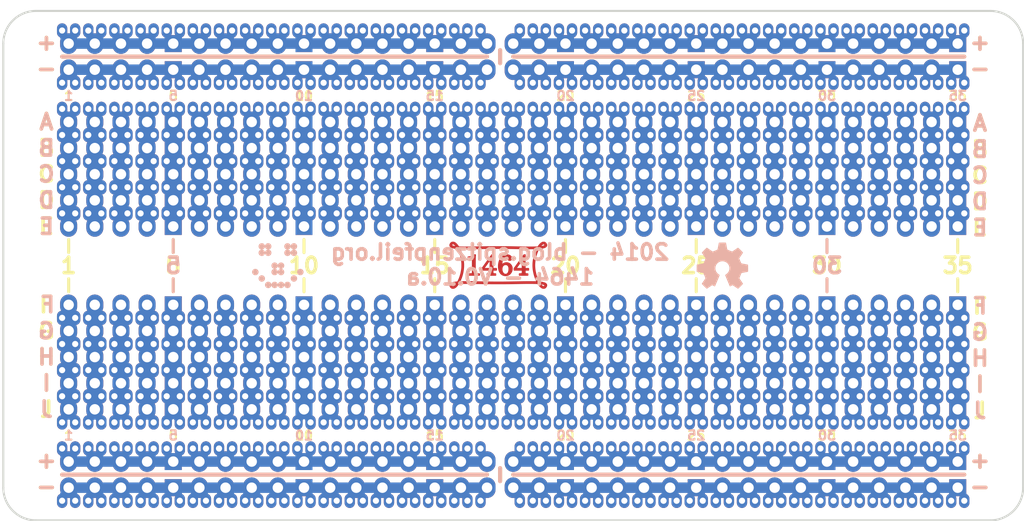
<source format=kicad_pcb>
(kicad_pcb (version 3) (host pcbnew "(2014-06-12 BZR 4942)-product")
  (title_block (title High-density-proto-board) (date "12 Jun 2014") (rev 0.10.a) (company "2014 - blog.spitzenpfeil.org"))
  (layers (15 Front signal) (0 Back signal) (20 B.SilkS user) (21 F.SilkS user) (22 B.Mask user) (23 F.Mask user) (28 Edge.Cuts user))
  (net 0 "")
  (module LOGO (layer Front) (at 69.037046 88.857428)
    (fp_text reference G*** hide)
    (fp_text value LOGO hide)
    (fp_poly (pts (xy 4.700394 -1.927935) (xy 4.698937 -1.916337) (xy 4.688654 -1.877812) (xy 4.670716 -1.842234) (xy 4.644965 -1.809522) (xy 4.611244 -1.779592) (xy 4.569394 -1.752363) (xy 4.533656 -1.734819) (xy 4.533656 -1.947575) (xy 4.529943 -1.968699) (xy 4.518205 -1.994095) (xy 4.510513 -2.006649) (xy 4.486149 -2.038806) (xy 4.461009 -2.061651) (xy 4.440648 -2.07312) (xy 4.420748 -2.077633) (xy 4.395938 -2.077665) (xy 4.369432 -2.073478) (xy 4.344444 -2.065334) (xy 4.344225 -2.065239) (xy 4.308467 -2.046235) (xy 4.269782 -2.019377) (xy 4.228995 -1.985437) (xy 4.186932 -1.945185) (xy 4.144419 -1.899393) (xy 4.102283 -1.848834) (xy 4.076578 -1.815253) (xy 4.064104 -1.798414) (xy 4.116969 -1.80472) (xy 4.144388 -1.808235) (xy 4.176454 -1.812719) (xy 4.208547 -1.817512) (xy 4.22863 -1.820708) (xy 4.283715 -1.830874) (xy 4.335407 -1.842558) (xy 4.382873 -1.855457) (xy 4.425282 -1.869268) (xy 4.461802 -1.883687) (xy 4.491602 -1.898411) (xy 4.513849 -1.913137) (xy 4.527713 -1.927561) (xy 4.529421 -1.93041) (xy 4.533656 -1.947575) (xy 4.533656 -1.734819) (xy 4.51926 -1.727751) (xy 4.460683 -1.705675) (xy 4.393506 -1.686052) (xy 4.317572 -1.6688) (xy 4.232723 -1.653837) (xy 4.183945 -1.646787) (xy 4.16097 -1.643836) (xy 4.133552 -1.640539) (xy 4.103375 -1.637075) (xy 4.072125 -1.633623) (xy 4.041485 -1.630362) (xy 4.013141 -1.627469) (xy 3.988778 -1.625125) (xy 3.97008 -1.623508) (xy 3.958733 -1.622796) (xy 3.957592 -1.622777) (xy 3.953798 -1.618682) (xy 3.946617 -1.607119) (xy 3.936583 -1.589168) (xy 3.924232 -1.565911) (xy 3.9101 -1.538429) (xy 3.894722 -1.507804) (xy 3.878634 -1.475116) (xy 3.862371 -1.441449) (xy 3.846469 -1.407882) (xy 3.831463 -1.375497) (xy 3.817889 -1.345376) (xy 3.806282 -1.3186) (xy 3.802687 -1.309983) (xy 3.758934 -1.195737) (xy 3.758934 -1.609868) (xy 3.675106 -1.606904) (xy 3.656993 -1.606398) (xy 3.630393 -1.605846) (xy 3.596227 -1.60526) (xy 3.555414 -1.604652) (xy 3.508875 -1.604034) (xy 3.45753 -1.603416) (xy 3.4023 -1.602809) (xy 3.344105 -1.602227) (xy 3.283865 -1.60168) (xy 3.2225 -1.601179) (xy 3.210278 -1.601087) (xy 3.163958 -1.600762) (xy 3.118864 -1.600498) (xy 3.074534 -1.6003) (xy 3.030504 -1.600172) (xy 2.986312 -1.60012) (xy 2.941497 -1.600149) (xy 2.895594 -1.600264) (xy 2.848142 -1.600472) (xy 2.798678 -1.600776) (xy 2.74674 -1.601183) (xy 2.691865 -1.601697) (xy 2.63359 -1.602324) (xy 2.571454 -1.603069) (xy 2.504993 -1.603938) (xy 2.433744 -1.604935) (xy 2.357246 -1.606066) (xy 2.275036 -1.607336) (xy 2.186651 -1.60875) (xy 2.091629 -1.610314) (xy 1.989507 -1.612033) (xy 1.879822 -1.613913) (xy 1.762113 -1.615957) (xy 1.635917 -1.618173) (xy 1.502834 -1.620528) (xy 1.327142 -1.623569) (xy 1.159925 -1.626294) (xy 1.000255 -1.628703) (xy 0.847204 -1.630796) (xy 0.699846 -1.632573) (xy 0.557251 -1.634034) (xy 0.418494 -1.635178) (xy 0.282646 -1.636007) (xy 0.148779 -1.636519) (xy 0.015966 -1.636715) (xy -0.116719 -1.636596) (xy -0.250206 -1.63616) (xy -0.385422 -1.635408) (xy -0.523293 -1.63434) (xy -0.664748 -1.632956) (xy -0.810714 -1.631256) (xy -0.962119 -1.62924) (xy -1.119891 -1.626908) (xy -1.284956 -1.62426) (xy -1.458242 -1.621296) (xy -1.500481 -1.62055) (xy -1.636338 -1.618144) (xy -1.763251 -1.615916) (xy -1.881684 -1.61386) (xy -1.992099 -1.611971) (xy -2.094958 -1.610245) (xy -2.190725 -1.608674) (xy -2.279861 -1.607256) (xy -2.36283 -1.605983) (xy -2.440093 -1.604851) (xy -2.512114 -1.603854) (xy -2.579355 -1.602988) (xy -2.642278 -1.602247) (xy -2.701346 -1.601625) (xy -2.757022 -1.601118) (xy -2.809768 -1.60072) (xy -2.860046 -1.600426) (xy -2.90832 -1.600231) (xy -2.955052 -1.600129) (xy -3.000704 -1.600115) (xy -3.045739 -1.600184) (xy -3.090619 -1.600331) (xy -3.135807 -1.60055) (xy -3.181766 -1.600836) (xy -3.212629 -1.601058) (xy -3.273828 -1.60155) (xy -3.334018 -1.60209) (xy -3.392281 -1.602668) (xy -3.447705 -1.603272) (xy -3.499373 -1.60389) (xy -3.54637 -1.604511) (xy -3.587782 -1.605123) (xy -3.622692 -1.605714) (xy -3.650186 -1.606274) (xy -3.669349 -1.606789) (xy -3.671785 -1.606875) (xy -3.752293 -1.609837) (xy -3.7242 -1.551631) (xy -3.652843 -1.393389) (xy -3.588836 -1.229814) (xy -3.532379 -1.061688) (xy -3.483675 -0.889796) (xy -3.442924 -0.714919) (xy -3.410328 -0.537843) (xy -3.386089 -0.359349) (xy -3.370409 -0.180221) (xy -3.370123 -0.175655) (xy -3.368915 -0.148922) (xy -3.368055 -0.114614) (xy -3.367533 -0.074556) (xy -3.367336 -0.030573) (xy -3.367455 0.015511) (xy -3.367878 0.06187) (xy -3.368595 0.106678) (xy -3.369595 0.148112) (xy -3.370867 0.184344) (xy -3.3724 0.213552) (xy -3.372431 0.214019) (xy -3.389174 0.39502) (xy -3.41511 0.575883) (xy -3.450043 0.755861) (xy -3.493779 0.934205) (xy -3.546123 1.110167) (xy -3.606881 1.282999) (xy -3.675856 1.451952) (xy -3.720269 1.549389) (xy -3.730379 1.571184) (xy -3.738606 1.589835) (xy -3.744291 1.60377) (xy -3.746773 1.611418) (xy -3.746737 1.61235) (xy -3.741681 1.612726) (xy -3.728256 1.61281) (xy -3.707499 1.612619) (xy -3.680441 1.612173) (xy -3.648119 1.611487) (xy -3.611567 1.61058) (xy -3.571818 1.609469) (xy -3.564378 1.609248) (xy -3.520069 1.608006) (xy -3.47463 1.606911) (xy -3.427699 1.605967) (xy -3.378916 1.605176) (xy -3.327917 1.60454) (xy -3.274343 1.604063) (xy -3.21783 1.603748) (xy -3.158017 1.603597) (xy -3.094543 1.603613) (xy -3.027046 1.603798) (xy -2.955164 1.604157) (xy -2.878536 1.604691) (xy -2.796799 1.605403) (xy -2.709593 1.606296) (xy -2.616555 1.607373) (xy -2.517324 1.608637) (xy -2.411538 1.610091) (xy -2.298835 1.611737) (xy -2.178854 1.613578) (xy -2.051234 1.615617) (xy -1.915611 1.617856) (xy -1.771626 1.6203) (xy -1.618915 1.622949) (xy -1.476963 1.625455) (xy -1.261364 1.62912) (xy -1.054503 1.632288) (xy -0.855722 1.634964) (xy -0.664365 1.63715) (xy -0.479776 1.63885) (xy -0.301296 1.640067) (xy -0.128271 1.640804) (xy 0.039958 1.641066) (xy 0.204046 1.640855) (xy 0.364651 1.640175) (xy 0.522429 1.63903) (xy 0.678038 1.637421) (xy 0.724371 1.63685) (xy 0.79096 1.635969) (xy 0.865127 1.63494) (xy 0.945045 1.633788) (xy 1.028885 1.632544) (xy 1.11482 1.631234) (xy 1.201022 1.629886) (xy 1.285663 1.62853) (xy 1.366916 1.627192) (xy 1.442953 1.625902) (xy 1.481667 1.625226) (xy 1.615587 1.622867) (xy 1.740565 1.620681) (xy 1.857062 1.618662) (xy 1.965541 1.616804) (xy 2.066466 1.615103) (xy 2.160299 1.613552) (xy 2.247502 1.612148) (xy 2.328539 1.610885) (xy 2.403871 1.609757) (xy 2.473962 1.60876) (xy 2.539275 1.607888) (xy 2.600272 1.607135) (xy 2.657416 1.606498) (xy 2.71117 1.60597) (xy 2.761996 1.605546) (xy 2.810358 1.605222) (xy 2.856717 1.604991) (xy 2.901536 1.604849) (xy 2.945279 1.604791) (xy 2.988408 1.60481) (xy 3.031386 1.604903) (xy 3.074675 1.605064) (xy 3.118738 1.605287) (xy 3.164038 1.605568) (xy 3.203222 1.605843) (xy 3.265756 1.60633) (xy 3.327174 1.60686) (xy 3.386597 1.607424) (xy 3.443148 1.60801) (xy 3.495949 1.608609) (xy 3.544122 1.609209) (xy 3.586788 1.6098) (xy 3.62307 1.610371) (xy 3.65209 1.610911) (xy 3.67297 1.61141) (xy 3.67939 1.611616) (xy 3.758095 1.614471) (xy 3.72935 1.556305) (xy 3.670423 1.429203) (xy 3.61548 1.294822) (xy 3.56495 1.154589) (xy 3.519263 1.009934) (xy 3.478846 0.862286) (xy 3.44413 0.713075) (xy 3.415542 0.563728) (xy 3.398577 0.453908) (xy 3.380057 0.287373) (xy 3.37007 0.118266) (xy 3.36862 -0.052018) (xy 3.37571 -0.222082) (xy 3.391345 -0.39053) (xy 3.396327 -0.430246) (xy 3.41701 -0.565657) (xy 3.443446 -0.703026) (xy 3.475205 -0.840901) (xy 3.511851 -0.977829) (xy 3.552954 -1.112358) (xy 3.598081 -1.243034) (xy 3.646798 -1.368404) (xy 3.698674 -1.487017) (xy 3.730966 -1.553999) (xy 3.758934 -1.609868) (xy 3.758934 -1.195737) (xy 3.737883 -1.140769) (xy 3.681404 -0.968144) (xy 3.633502 -0.793048) (xy 3.594429 -0.616421) (xy 3.564434 -0.439204) (xy 3.558716 -0.397462) (xy 3.543045 -0.247716) (xy 3.534633 -0.094981) (xy 3.533513 0.058382) (xy 3.539716 0.210015) (xy 3.549052 0.319852) (xy 3.570955 0.48791) (xy 3.601373 0.656728) (xy 3.639935 0.82488) (xy 3.686269 0.990943) (xy 3.740003 1.153492) (xy 3.800767 1.311103) (xy 3.818196 1.352315) (xy 3.830283 1.379531) (xy 3.84529 1.412055) (xy 3.86225 1.447896) (xy 3.880191 1.485066) (xy 3.898146 1.521575) (xy 3.915145 1.555433) (xy 3.930219 1.584652) (xy 3.942221 1.606923) (xy 3.953067 1.626346) (xy 4.00971 1.631811) (xy 4.105511 1.641959) (xy 4.192409 1.653107) (xy 4.270866 1.665372) (xy 4.341345 1.67887) (xy 4.404308 1.69372) (xy 4.460218 1.710037) (xy 4.509537 1.727938) (xy 4.552728 1.747542) (xy 4.590253 1.768964) (xy 4.612222 1.784218) (xy 4.646856 1.815421) (xy 4.672972 1.850252) (xy 4.690501 1.888207) (xy 4.699376 1.928778) (xy 4.699528 1.971461) (xy 4.690889 2.015748) (xy 4.67339 2.061135) (xy 4.654256 2.095841) (xy 4.621861 2.141043) (xy 4.585823 2.178885) (xy 4.546828 2.208775) (xy 4.533832 2.215498) (xy 4.533832 1.947726) (xy 4.531504 1.939031) (xy 4.52452 1.930379) (xy 4.516526 1.9229) (xy 4.492144 1.905222) (xy 4.459131 1.888134) (xy 4.418255 1.871863) (xy 4.370285 1.856636) (xy 4.31599 1.842681) (xy 4.256139 1.830225) (xy 4.191501 1.819496) (xy 4.146266 1.813431) (xy 4.122419 1.810504) (xy 4.101219 1.807864) (xy 4.084808 1.80578) (xy 4.07533 1.804521) (xy 4.07475 1.804436) (xy 4.064334 1.802887) (xy 4.074706 1.81749) (xy 4.098516 1.849191) (xy 4.126122 1.882937) (xy 4.155912 1.916978) (xy 4.186275 1.949563) (xy 4.2156 1.978943) (xy 4.242275 2.003368) (xy 4.256852 2.015314) (xy 4.298869 2.044776) (xy 4.337816 2.066063) (xy 4.373467 2.079099) (xy 4.405601 2.08381) (xy 4.433992 2.080121) (xy 4.441966 2.077274) (xy 4.461876 2.065364) (xy 4.482308 2.047091) (xy 4.501467 2.024765) (xy 4.517559 2.000693) (xy 4.52879 1.977184) (xy 4.533101 1.960044) (xy 4.533832 1.947726) (xy 4.533832 2.215498) (xy 4.505559 2.230125) (xy 4.493133 2.234678) (xy 4.480096 2.238625) (xy 4.467527 2.241271) (xy 4.45326 2.242795) (xy 4.435126 2.243376) (xy 4.410959 2.243192) (xy 4.3943 2.24283) (xy 4.367052 2.242071) (xy 4.346891 2.241078) (xy 4.3315 2.239454) (xy 4.318561 2.236804) (xy 4.305754 2.232732) (xy 4.290761 2.226842) (xy 4.283857 2.223982) (xy 4.227713 2.196042) (xy 4.171217 2.158899) (xy 4.114564 2.112741) (xy 4.057946 2.057758) (xy 4.001557 1.994137) (xy 3.945591 1.922068) (xy 3.890241 1.841738) (xy 3.887872 1.838093) (xy 3.874245 1.817283) (xy 3.864325 1.803066) (xy 3.856789 1.794088) (xy 3.850311 1.788995) (xy 3.843567 1.786431) (xy 3.836132 1.78516) (xy 3.818083 1.783386) (xy 3.791129 1.781661) (xy 3.75577 1.779997) (xy 3.712508 1.778406) (xy 3.661844 1.7769) (xy 3.604281 1.775491) (xy 3.540318 1.774191) (xy 3.470458 1.773011) (xy 3.395202 1.771964) (xy 3.315052 1.77106) (xy 3.230509 1.770314) (xy 3.200871 1.770098) (xy 3.154457 1.769807) (xy 3.10857 1.769586) (xy 3.062778 1.76944) (xy 3.016648 1.769373) (xy 2.969746 1.769393) (xy 2.921641 1.769503) (xy 2.871898 1.76971) (xy 2.820086 1.770019) (xy 2.765771 1.770435) (xy 2.708521 1.770963) (xy 2.647903 1.77161) (xy 2.583483 1.77238) (xy 2.51483 1.77328) (xy 2.44151 1.774313) (xy 2.363091 1.775487) (xy 2.279139 1.776805) (xy 2.189222 1.778274) (xy 2.092907 1.7799) (xy 1.989762 1.781686) (xy 1.879352 1.78364) (xy 1.761247 1.785766) (xy 1.635012 1.788069) (xy 1.500215 1.790556) (xy 1.364074 1.793088) (xy 1.209502 1.79571) (xy 1.046732 1.797973) (xy 0.876968 1.799878) (xy 0.701412 1.801425) (xy 0.521267 1.802613) (xy 0.337737 1.803442) (xy 0.152024 1.803913) (xy -0.034669 1.804026) (xy -0.221138 1.80378) (xy -0.406181 1.803176) (xy -0.588595 1.802213) (xy -0.767177 1.800892) (xy -0.940723 1.799213) (xy -1.108032 1.797175) (xy -1.267899 1.794779) (xy -1.364074 1.793088) (xy -1.507713 1.790417) (xy -1.642379 1.787935) (xy -1.768504 1.785636) (xy -1.88652 1.783516) (xy -1.99686 1.781567) (xy -2.099955 1.779786) (xy -2.196238 1.778167) (xy -2.286141 1.776704) (xy -2.370097 1.775391) (xy -2.448536 1.774225) (xy -2.521893 1.773198) (xy -2.590598 1.772305) (xy -2.655085 1.771542) (xy -2.715785 1.770903) (xy -2.77313 1.770381) (xy -2.827553 1.769973) (xy -2.879486 1.769672) (xy -2.929361 1.769473) (xy -2.97761 1.76937) (xy -3.024666 1.769359) (xy -3.070961 1.769433) (xy -3.116926 1.769587) (xy -3.162995 1.769816) (xy -3.198518 1.770038) (xy -3.278161 1.770668) (xy -3.354883 1.771453) (xy -3.428104 1.772381) (xy -3.497245 1.773437) (xy -3.561725 1.774607) (xy -3.620966 1.775879) (xy -3.674388 1.777238) (xy -3.721411 1.778671) (xy -3.761456 1.780163) (xy -3.793942 1.781701) (xy -3.818292 1.783272) (xy -3.833924 1.784861) (xy -3.83587 1.785165) (xy -3.843372 1.787655) (xy -3.850738 1.793371) (xy -3.859347 1.803812) (xy -3.870579 1.820478) (xy -3.875511 1.828259) (xy -3.903336 1.870389) (xy -3.935074 1.91469) (xy -3.969329 1.959452) (xy -4.004707 2.002963) (xy -4.039814 2.043511) (xy -4.06038 2.065573) (xy -4.06038 1.803715) (xy -4.065235 1.803873) (xy -4.077783 1.805048) (xy -4.096387 1.807068) (xy -4.119407 1.809758) (xy -4.132768 1.811388) (xy -4.176013 1.817346) (xy -4.221711 1.824719) (xy -4.267578 1.833063) (xy -4.311335 1.841936) (xy -4.350697 1.850896) (xy -4.383384 1.859499) (xy -4.388357 1.860968) (xy -4.417741 1.870943) (xy -4.447302 1.882942) (xy -4.474943 1.895947) (xy -4.498567 1.908941) (xy -4.516075 1.920907) (xy -4.52103 1.92531) (xy -4.530229 1.935936) (xy -4.533685 1.945814) (xy -4.53312 1.959872) (xy -4.533115 1.959921) (xy -4.528352 1.97702) (xy -4.518379 1.99791) (xy -4.504829 2.019927) (xy -4.489333 2.040406) (xy -4.474214 2.056082) (xy -4.455693 2.070407) (xy -4.438123 2.078772) (xy -4.4181 2.082293) (xy -4.394414 2.082203) (xy -4.372718 2.08012) (xy -4.354107 2.075577) (xy -4.333949 2.067309) (xy -4.326211 2.063568) (xy -4.278069 2.035283) (xy -4.229667 1.997952) (xy -4.180847 1.951444) (xy -4.152122 1.920034) (xy -4.135738 1.900944) (xy -4.118746 1.880566) (xy -4.102175 1.860202) (xy -4.087053 1.841158) (xy -4.074408 1.824736) (xy -4.065269 1.812242) (xy -4.060663 1.804977) (xy -4.06038 1.803715) (xy -4.06038 2.065573) (xy -4.073254 2.079384) (xy -4.103632 2.108873) (xy -4.105776 2.110804) (xy -4.154081 2.150702) (xy -4.203147 2.18484) (xy -4.251507 2.212304) (xy -4.297697 2.232176) (xy -4.302564 2.233853) (xy -4.315841 2.237823) (xy -4.329378 2.240576) (xy -4.345281 2.242314) (xy -4.365655 2.243239) (xy -4.392607 2.243552) (xy -4.403694 2.243555) (xy -4.432112 2.243381) (xy -4.453141 2.242806) (xy -4.468799 2.241599) (xy -4.481104 2.239528) (xy -4.492073 2.236361) (xy -4.503012 2.232162) (xy -4.545318 2.210444) (xy -4.583677 2.181451) (xy -4.618915 2.144471) (xy -4.644763 2.109624) (xy -4.671896 2.063713) (xy -4.690107 2.019778) (xy -4.699545 1.977309) (xy -4.70036 1.935793) (xy -4.699065 1.92428) (xy -4.690515 1.887947) (xy -4.675372 1.854251) (xy -4.653416 1.823103) (xy -4.624427 1.794412) (xy -4.588187 1.768088) (xy -4.544476 1.744041) (xy -4.493075 1.722179) (xy -4.433764 1.702413) (xy -4.366324 1.684652) (xy -4.290535 1.668806) (xy -4.206179 1.654784) (xy -4.113036 1.642497) (xy -4.010886 1.631853) (xy -3.983219 1.629378) (xy -3.947122 1.626249) (xy -3.911996 1.559838) (xy -3.844303 1.422814) (xy -3.782456 1.27898) (xy -3.726668 1.129058) (xy -3.67715 0.973772) (xy -3.634114 0.813845) (xy -3.597772 0.649998) (xy -3.568336 0.482957) (xy -3.546019 0.313443) (xy -3.545691 0.310445) (xy -3.542209 0.271315) (xy -3.539337 0.224591) (xy -3.537083 0.171904) (xy -3.535453 0.11489) (xy -3.534452 0.055181) (xy -3.534088 -0.005588) (xy -3.534367 -0.065785) (xy -3.535295 -0.123776) (xy -3.536879 -0.177927) (xy -3.539125 -0.226604) (xy -3.542039 -0.268175) (xy -3.54337 -0.282222) (xy -3.56688 -0.467784) (xy -3.598464 -0.648665) (xy -3.638193 -0.825132) (xy -3.686141 -0.997448) (xy -3.742377 -1.165879) (xy -3.806975 -1.330691) (xy -3.857427 -1.444524) (xy -3.865711 -1.461924) (xy -3.876192 -1.483307) (xy -3.888108 -1.507191) (xy -3.900701 -1.532097) (xy -3.91321 -1.556541) (xy -3.924876 -1.579043) (xy -3.934938 -1.598121) (xy -3.942638 -1.612295) (xy -3.947215 -1.620082) (xy -3.947978 -1.621059) (xy -3.952674 -1.621683) (xy -3.965222 -1.623024) (xy -3.984109 -1.624929) (xy -4.007818 -1.627243) (xy -4.031074 -1.629461) (xy -4.062417 -1.632812) (xy -4.062417 -1.797342) (xy -4.062696 -1.800397) (xy -4.067581 -1.808822) (xy -4.07313 -1.816805) (xy -4.117732 -1.874504) (xy -4.162536 -1.926304) (xy -4.206849 -1.971519) (xy -4.249974 -2.009459) (xy -4.291216 -2.039436) (xy -4.308632 -2.049952) (xy -4.343175 -2.066488) (xy -4.376158 -2.076661) (xy -4.406288 -2.080256) (xy -4.43227 -2.077061) (xy -4.444212 -2.072388) (xy -4.465349 -2.058125) (xy -4.486263 -2.03823) (xy -4.505236 -2.014968) (xy -4.520547 -1.990606) (xy -4.530478 -1.967409) (xy -4.533115 -1.955216) (xy -4.533685 -1.941111) (xy -4.530259 -1.931245) (xy -4.521401 -1.920976) (xy -4.49825 -1.902791) (xy -4.466107 -1.885358) (xy -4.425361 -1.86879) (xy -4.376405 -1.853199) (xy -4.319631 -1.838701) (xy -4.255431 -1.825407) (xy -4.184198 -1.813432) (xy -4.118092 -1.804334) (xy -4.096874 -1.801679) (xy -4.079116 -1.799452) (xy -4.066889 -1.797912) (xy -4.062417 -1.797342) (xy -4.062417 -1.632812) (xy -4.132034 -1.640253) (xy -4.22395 -1.652771) (xy -4.307039 -1.66711) (xy -4.381523 -1.683362) (xy -4.44762 -1.701623) (xy -4.505551 -1.721987) (xy -4.555535 -1.744549) (xy -4.597792 -1.769402) (xy -4.63254 -1.796641) (xy -4.660001 -1.826361) (xy -4.680394 -1.858656) (xy -4.693938 -1.89362) (xy -4.698936 -1.916337) (xy -4.700758 -1.955129) (xy -4.694627 -1.996063) (xy -4.681334 -2.037797) (xy -4.661666 -2.078991) (xy -4.63641 -2.118305) (xy -4.606357 -2.1544) (xy -4.572293 -2.185934) (xy -4.535007 -2.211567) (xy -4.520844 -2.219144) (xy -4.485535 -2.236611) (xy -4.409585 -2.238093) (xy -4.379986 -2.238537) (xy -4.357786 -2.238436) (xy -4.340983 -2.237627) (xy -4.327576 -2.23595) (xy -4.315564 -2.233242) (xy -4.303475 -2.229518) (xy -4.250027 -2.207184) (xy -4.195735 -2.175592) (xy -4.14071 -2.134841) (xy -4.085064 -2.085031) (xy -4.028911 -2.026262) (xy -3.972362 -1.958634) (xy -3.9197 -1.888138) (xy -3.904223 -1.866058) (xy -3.889129 -1.843995) (xy -3.876103 -1.824444) (xy -3.86683 -1.809901) (xy -3.866514 -1.809381) (xy -3.856151 -1.793802) (xy -3.847446 -1.784946) (xy -3.83837 -1.780884) (xy -3.836071 -1.780433) (xy -3.822082 -1.778901) (xy -3.799319 -1.77737) (xy -3.768413 -1.775857) (xy -3.729996 -1.774376) (xy -3.684701 -1.772942) (xy -3.633159 -1.771571) (xy -3.576005 -1.770279) (xy -3.513868 -1.769079) (xy -3.447383 -1.767988) (xy -3.37718 -1.76702) (xy -3.303893 -1.76619) (xy -3.228154 -1.765515) (xy -3.207926 -1.765365) (xy -3.160719 -1.765069) (xy -3.11339 -1.764857) (xy -3.065511 -1.764734) (xy -3.016652 -1.764706) (xy -2.966385 -1.764778) (xy -2.91428 -1.764956) (xy -2.85991 -1.765245) (xy -2.802845 -1.76565) (xy -2.742657 -1.766177) (xy -2.678916 -1.766831) (xy -2.611194 -1.767618) (xy -2.539062 -1.768543) (xy -2.462091 -1.769611) (xy -2.379852 -1.770829) (xy -2.291918 -1.7722) (xy -2.197858 -1.773731) (xy -2.097243 -1.775428) (xy -1.989647 -1.777294) (xy -1.874638 -1.779337) (xy -1.751789 -1.781561) (xy -1.62067 -1.783972) (xy -1.480854 -1.786575) (xy -1.385241 -1.78837) (xy -1.242683 -1.790816) (xy -1.091918 -1.792955) (xy -0.934054 -1.794786) (xy -0.770199 -1.796309) (xy -0.601462 -1.797525) (xy -0.428952 -1.798433) (xy -0.253776 -1.799034) (xy -0.077044 -1.799326) (xy 0.100137 -1.799312) (xy 0.276658 -1.798989) (xy 0.45141 -1.798359) (xy 0.623285 -1.797421) (xy 0.791174 -1.796175) (xy 0.95397 -1.794621) (xy 1.110564 -1.79276) (xy 1.259846 -1.790591) (xy 1.385241 -1.788409) (xy 1.531275 -1.785662) (xy 1.668333 -1.783112) (xy 1.796845 -1.780755) (xy 1.91724 -1.778584) (xy 2.029947 -1.776594) (xy 2.135396 -1.774779) (xy 2.234017 -1.773135) (xy 2.326239 -1.771656) (xy 2.412491 -1.770336) (xy 2.493202 -1.76917) (xy 2.568803 -1.768153) (xy 2.639723 -1.767278) (xy 2.70639 -1.766542) (xy 2.769235 -1.765937) (xy 2.828687 -1.76546) (xy 2.885176 -1.765103) (xy 2.93913 -1.764863) (xy 2.99098 -1.764733) (xy 3.041154 -1.764709) (xy 3.090082 -1.764784) (xy 3.138194 -1.764953) (xy 3.185919 -1.765211) (xy 3.207926 -1.765358) (xy 3.289054 -1.766031) (xy 3.366985 -1.76687) (xy 3.441131 -1.767861) (xy 3.510905 -1.76899) (xy 3.575719 -1.770242) (xy 3.634985 -1.771604) (xy 3.688114 -1.773061) (xy 3.734519 -1.774599) (xy 3.773612 -1.776204) (xy 3.804805 -1.777862) (xy 3.827509 -1.779558) (xy 3.836341 -1.780525) (xy 3.845919 -1.782302) (xy 3.853344 -1.78578) (xy 3.860449 -1.792635) (xy 3.869067 -1.804543) (xy 3.878351 -1.818941) (xy 3.933303 -1.900572) (xy 3.990373 -1.974974) (xy 4.051265 -2.044315) (xy 4.072664 -2.066637) (xy 4.125283 -2.116862) (xy 4.176252 -2.158268) (xy 4.226054 -2.1912) (xy 4.275175 -2.216002) (xy 4.293283 -2.22319) (xy 4.307409 -2.228202) (xy 4.319573 -2.231783) (xy 4.331813 -2.234173) (xy 4.346164 -2.23561) (xy 4.364664 -2.236335) (xy 4.389349 -2.236587) (xy 4.407371 -2.236611) (xy 4.484982 -2.236611) (xy 4.521286 -2.218485) (xy 4.559942 -2.194951) (xy 4.595507 -2.165114) (xy 4.627205 -2.130299) (xy 4.654254 -2.091831) (xy 4.675877 -2.051036) (xy 4.691294 -2.009238) (xy 4.699727 -1.967763) (xy 4.700394 -1.927935) (xy 4.700394 -1.927935)) (layer Front) (width 0.1))
    (fp_poly (pts (xy 1.350924 0.311006) (xy 1.349649 0.388394) (xy 1.339772 0.465585) (xy 1.321606 0.541565) (xy 1.295463 0.615317) (xy 1.261655 0.685826) (xy 1.220496 0.752078) (xy 1.172297 0.813056) (xy 1.161572 0.824817) (xy 1.107623 0.875753) (xy 1.048243 0.919104) (xy 1.0395 0.923926) (xy 1.0395 0.367904) (xy 1.038171 0.310561) (xy 1.03407 0.260585) (xy 1.026979 0.216287) (xy 1.01668 0.175979) (xy 1.013467 0.165995) (xy 0.990778 0.110195) (xy 0.962804 0.062052) (xy 0.929665 0.021659) (xy 0.891481 -0.010893) (xy 0.848373 -0.03551) (xy 0.800462 -0.0521) (xy 0.747867 -0.06057) (xy 0.717417 -0.061736) (xy 0.660216 -0.058007) (xy 0.608378 -0.046822) (xy 0.561182 -0.027897) (xy 0.517908 -0.000951) (xy 0.481678 0.030431) (xy 0.448772 0.067113) (xy 0.42157 0.106731) (xy 0.399307 0.150801) (xy 0.381221 0.200838) (xy 0.366548 0.25836) (xy 0.366277 0.259634) (xy 0.361435 0.289659) (xy 0.357942 0.326156) (xy 0.355854 0.366384) (xy 0.355225 0.407599) (xy 0.35611 0.44706) (xy 0.358565 0.482024) (xy 0.361407 0.503297) (xy 0.37544 0.565843) (xy 0.395008 0.625304) (xy 0.419533 0.680751) (xy 0.448442 0.731254) (xy 0.481159 0.775885) (xy 0.517109 0.813715) (xy 0.555716 0.843815) (xy 0.58137 0.858502) (xy 0.62378 0.875115) (xy 0.669365 0.885272) (xy 0.715338 0.888584) (xy 0.758914 0.88466) (xy 0.762945 0.883873) (xy 0.778824 0.879393) (xy 0.799383 0.871932) (xy 0.82096 0.862855) (xy 0.827852 0.859656) (xy 0.869792 0.834475) (xy 0.907548 0.801201) (xy 0.940937 0.760255) (xy 0.969779 0.712056) (xy 0.993895 0.657024) (xy 1.013102 0.595579) (xy 1.02722 0.528141) (xy 1.036068 0.455131) (xy 1.039467 0.376967) (xy 1.0395 0.367904) (xy 1.0395 0.923926) (xy 0.983969 0.954558) (xy 0.915338 0.981803) (xy 0.869887 0.994663) (xy 0.848207 0.99918) (xy 0.82174 1.003623) (xy 0.792811 1.007717) (xy 0.763741 1.011185) (xy 0.736856 1.013751) (xy 0.714479 1.015139) (xy 0.698932 1.015072) (xy 0.6985 1.015037) (xy 0.688778 1.014354) (xy 0.6735 1.013442) (xy 0.660871 1.012756) (xy 0.632165 1.010091) (xy 0.598264 1.00512) (xy 0.562898 0.998505) (xy 0.5298 0.990908) (xy 0.515056 0.986887) (xy 0.47196 0.971494) (xy 0.425863 0.950129) (xy 0.379422 0.924332) (xy 0.335296 0.895646) (xy 0.296145 0.86561) (xy 0.27829 0.849641) (xy 0.228059 0.79567) (xy 0.182302 0.734029) (xy 0.141475 0.665556) (xy 0.106032 0.591086) (xy 0.076429 0.511458) (xy 0.056783 0.442699) (xy 0.043001 0.381502) (xy 0.032586 0.321343) (xy 0.025276 0.259856) (xy 0.020807 0.194675) (xy 0.018918 0.123437) (xy 0.018815 0.100407) (xy 0.022994 -0.017615) (xy 0.035447 -0.132781) (xy 0.056048 -0.244645) (xy 0.08467 -0.352759) (xy 0.121187 -0.456676) (xy 0.165472 -0.555948) (xy 0.217399 -0.650128) (xy 0.241435 -0.688023) (xy 0.290527 -0.754072) (xy 0.345848 -0.813177) (xy 0.40702 -0.865095) (xy 0.473667 -0.909581) (xy 0.545414 -0.946392) (xy 0.621882 -0.975284) (xy 0.702698 -0.996012) (xy 0.722019 -0.999626) (xy 0.749361 -1.003122) (xy 0.783204 -1.005519) (xy 0.8207 -1.006789) (xy 0.859004 -1.006904) (xy 0.895268 -1.005836) (xy 0.926646 -1.003557) (xy 0.940741 -1.001784) (xy 1.004625 -0.988583) (xy 1.063518 -0.969601) (xy 1.116968 -0.945301) (xy 1.164524 -0.916142) (xy 1.205736 -0.882585) (xy 1.240154 -0.845092) (xy 1.267326 -0.804122) (xy 1.286802 -0.760137) (xy 1.298132 -0.713597) (xy 1.300865 -0.664963) (xy 1.298361 -0.636175) (xy 1.28828 -0.593228) (xy 1.271171 -0.555517) (xy 1.247816 -0.523646) (xy 1.218999 -0.498218) (xy 1.185505 -0.479836) (xy 1.148118 -0.469103) (xy 1.107621 -0.466623) (xy 1.081608 -0.469439) (xy 1.041969 -0.48023) (xy 1.008669 -0.497952) (xy 0.981619 -0.52267) (xy 0.960727 -0.554448) (xy 0.959751 -0.55641) (xy 0.947633 -0.587256) (xy 0.941944 -0.618286) (xy 0.942788 -0.65088) (xy 0.950268 -0.68642) (xy 0.964488 -0.726288) (xy 0.974157 -0.748274) (xy 0.984927 -0.771967) (xy 0.991937 -0.789059) (xy 0.995559 -0.801402) (xy 0.996165 -0.810849) (xy 0.994126 -0.81925) (xy 0.990135 -0.827842) (xy 0.974828 -0.847798) (xy 0.951864 -0.8631) (xy 0.921078 -0.873805) (xy 0.882306 -0.879973) (xy 0.839611 -0.881692) (xy 0.780769 -0.877524) (xy 0.725788 -0.865234) (xy 0.674075 -0.844552) (xy 0.625038 -0.815214) (xy 0.578084 -0.776951) (xy 0.553693 -0.752806) (xy 0.516209 -0.708483) (xy 0.482338 -0.657944) (xy 0.451608 -0.600345) (xy 0.423542 -0.534843) (xy 0.409249 -0.495657) (xy 0.397128 -0.457525) (xy 0.386406 -0.416986) (xy 0.376888 -0.372908) (xy 0.368383 -0.324161) (xy 0.360696 -0.269612) (xy 0.353634 -0.208132) (xy 0.347003 -0.138588) (xy 0.345799 -0.124648) (xy 0.343285 -0.09551) (xy 0.340838 -0.067893) (xy 0.338646 -0.043873) (xy 0.336899 -0.025526) (xy 0.335963 -0.016462) (xy 0.33333 0.007056) (xy 0.346472 -0.009407) (xy 0.379403 -0.047684) (xy 0.415863 -0.084904) (xy 0.453786 -0.119182) (xy 0.491108 -0.148633) (xy 0.520706 -0.168399) (xy 0.576733 -0.196796) (xy 0.637418 -0.2179) (xy 0.701471 -0.231702) (xy 0.767599 -0.238195) (xy 0.834513 -0.237373) (xy 0.900921 -0.229228) (xy 0.965531 -0.213753) (xy 1.027054 -0.190941) (xy 1.066171 -0.171399) (xy 1.125469 -0.133001) (xy 1.178782 -0.087623) (xy 1.225704 -0.035859) (xy 1.265829 0.021695) (xy 1.298751 0.084446) (xy 1.324065 0.151797) (xy 1.341363 0.223155) (xy 1.343284 0.234437) (xy 1.350924 0.311006) (xy 1.350924 0.311006)) (layer Front) (width 0.1))
    (fp_poly (pts (xy -1.829741 0.973667) (xy -2.387129 0.973667) (xy -2.944518 0.973667) (xy -2.944518 0.905463) (xy -2.944518 0.83726) (xy -2.82575 0.837185) (xy -2.76208 0.836659) (xy -2.706535 0.835176) (xy -2.659366 0.832753) (xy -2.620827 0.829407) (xy -2.59117 0.825153) (xy -2.571969 0.820461) (xy -2.547722 0.807893) (xy -2.529801 0.788908) (xy -2.519228 0.764674) (xy -2.517975 0.758671) (xy -2.517519 0.751349) (xy -2.517079 0.735176) (xy -2.516657 0.710706) (xy -2.516257 0.678496) (xy -2.515881 0.639102) (xy -2.515533 0.593078) (xy -2.515217 0.540982) (xy -2.514934 0.483368) (xy -2.514689 0.420792) (xy -2.514484 0.35381) (xy -2.514323 0.282977) (xy -2.514208 0.208851) (xy -2.514144 0.131985) (xy -2.514129 0.07526) (xy -2.514134 -0.01698) (xy -2.514152 -0.100288) (xy -2.51419 -0.175142) (xy -2.514253 -0.242018) (xy -2.514347 -0.301393) (xy -2.514478 -0.353742) (xy -2.514652 -0.399543) (xy -2.514875 -0.439272) (xy -2.515152 -0.473405) (xy -2.51549 -0.502418) (xy -2.515894 -0.526789) (xy -2.516371 -0.546994) (xy -2.516926 -0.563508) (xy -2.517565 -0.57681) (xy -2.518294 -0.587374) (xy -2.519119 -0.595678) (xy -2.520045 -0.602198) (xy -2.521079 -0.60741) (xy -2.522227 -0.611791) (xy -2.52263 -0.613131) (xy -2.5292 -0.629989) (xy -2.537212 -0.644548) (xy -2.542717 -0.651389) (xy -2.549271 -0.656851) (xy -2.556679 -0.661367) (xy -2.56588 -0.665041) (xy -2.577815 -0.667978) (xy -2.593425 -0.670283) (xy -2.613649 -0.672058) (xy -2.639428 -0.67341) (xy -2.671703 -0.674442) (xy -2.711413 -0.67526) (xy -2.759501 -0.675966) (xy -2.764602 -0.676032) (xy -2.935111 -0.67822) (xy -2.935111 -0.738421) (xy -2.935082 -0.764481) (xy -2.934351 -0.782584) (xy -2.931951 -0.794175) (xy -2.926914 -0.8007) (xy -2.918273 -0.803606) (xy -2.90506 -0.804339) (xy -2.891022 -0.804333) (xy -2.86557 -0.80539) (xy -2.833319 -0.808351) (xy -2.796609 -0.812904) (xy -2.757784 -0.818736) (xy -2.719184 -0.825532) (xy -2.69287 -0.830841) (xy -2.629775 -0.846394) (xy -2.568999 -0.865299) (xy -2.511716 -0.887018) (xy -2.459104 -0.911013) (xy -2.412339 -0.936747) (xy -2.372595 -0.963682) (xy -2.34105 -0.991279) (xy -2.340314 -0.992039) (xy -2.32172 -1.011296) (xy -2.269028 -1.011296) (xy -2.216336 -1.011296) (xy -2.218419 -0.98425) (xy -2.220671 -0.954617) (xy -2.222717 -0.926563) (xy -2.22457 -0.899513) (xy -2.226242 -0.872895) (xy -2.227742 -0.846136) (xy -2.229084 -0.818661) (xy -2.230278 -0.789898) (xy -2.231335 -0.759273) (xy -2.232268 -0.726213) (xy -2.233087 -0.690145) (xy -2.233804 -0.650496) (xy -2.234431 -0.606692) (xy -2.234978 -0.55816) (xy -2.235458 -0.504327) (xy -2.235881 -0.444619) (xy -2.23626 -0.378463) (xy -2.236605 -0.305286) (xy -2.236927 -0.224514) (xy -2.23724 -0.135575) (xy -2.237553 -0.037895) (xy -2.237604 -0.021166) (xy -2.237873 0.076789) (xy -2.238063 0.169329) (xy -2.238174 0.25612) (xy -2.238208 0.336825) (xy -2.238165 0.41111) (xy -2.238047 0.478641) (xy -2.237854 0.539081) (xy -2.237589 0.592095) (xy -2.237251 0.63735) (xy -2.236841 0.674509) (xy -2.236362 0.703238) (xy -2.235813 0.723201) (xy -2.235252 0.733504) (xy -2.233094 0.755577) (xy -2.230995 0.770493) (xy -2.228222 0.780472) (xy -2.224044 0.78773) (xy -2.217729 0.794486) (xy -2.21399 0.797958) (xy -2.198116 0.809151) (xy -2.178554 0.818437) (xy -2.1718 0.820696) (xy -2.154059 0.824416) (xy -2.12819 0.827814) (xy -2.09547 0.830809) (xy -2.057175 0.833319) (xy -2.014583 0.835263) (xy -1.96897 0.836558) (xy -1.921613 0.837122) (xy -1.915583 0.837137) (xy -1.829741 0.83726) (xy -1.829741 0.905463) (xy -1.829741 0.973667) (xy -1.829741 0.973667)) (layer Front) (width 0.1))
    (fp_poly (pts (xy -0.178741 0.479778) (xy -0.348074 0.479778) (xy -0.517407 0.479778) (xy -0.517295 0.61501) (xy -0.517121 0.650714) (xy -0.516686 0.684171) (xy -0.51603 0.713987) (xy -0.51519 0.738769) (xy -0.514208 0.757122) (xy -0.513122 0.767652) (xy -0.512968 0.768405) (xy -0.503232 0.790349) (xy -0.485848 0.808127) (xy -0.462146 0.820399) (xy -0.461226 0.820709) (xy -0.446621 0.824162) (xy -0.424707 0.827576) (xy -0.397581 0.830754) (xy -0.367341 0.833494) (xy -0.336083 0.8356) (xy -0.305906 0.83687) (xy -0.288102 0.837153) (xy -0.254 0.83726) (xy -0.254 0.905463) (xy -0.254 0.973667) (xy -0.667926 0.973667) (xy -1.081852 0.973667) (xy -1.081852 0.906206) (xy -1.081852 0.838744) (xy -0.998361 0.835658) (xy -0.951771 0.833491) (xy -0.913617 0.830588) (xy -0.882935 0.826674) (xy -0.858764 0.821476) (xy -0.840144 0.814719) (xy -0.826113 0.806131) (xy -0.815708 0.795437) (xy -0.807969 0.782363) (xy -0.807477 0.781294) (xy -0.804642 0.774482) (xy -0.802381 0.767155) (xy -0.80061 0.758153) (xy -0.799245 0.746316) (xy -0.798203 0.730483) (xy -0.797398 0.709492) (xy -0.796748 0.682183) (xy -0.796168 0.647395) (xy -0.795781 0.619713) (xy -0.793908 0.479778) (xy -0.794926 0.479778) (xy -0.794926 0.319852) (xy -0.794926 -0.101835) (xy -0.794926 -0.523522) (xy -0.809895 -0.502826) (xy -0.822715 -0.485115) (xy -0.839759 -0.46159) (xy -0.860593 -0.43285) (xy -0.88478 -0.399495) (xy -0.911886 -0.362126) (xy -0.941474 -0.321342) (xy -0.973109 -0.277742) (xy -1.006356 -0.231928) (xy -1.040779 -0.184498) (xy -1.075943 -0.136052) (xy -1.111411 -0.087192) (xy -1.146749 -0.038515) (xy -1.181521 0.009377) (xy -1.215292 0.055885) (xy -1.247626 0.10041) (xy -1.278087 0.14235) (xy -1.30624 0.181106) (xy -1.331649 0.216079) (xy -1.35388 0.246668) (xy -1.372496 0.272274) (xy -1.387062 0.292296) (xy -1.397142 0.306135) (xy -1.402301 0.313191) (xy -1.402884 0.313973) (xy -1.402166 0.315186) (xy -1.397568 0.31623) (xy -1.388526 0.317117) (xy -1.374478 0.317857) (xy -1.354861 0.318461) (xy -1.329112 0.318941) (xy -1.296667 0.319307) (xy -1.256964 0.31957) (xy -1.20944 0.319741) (xy -1.153531 0.319831) (xy -1.101242 0.319852) (xy -0.794926 0.319852) (xy -0.794926 0.479778) (xy -1.189528 0.479778) (xy -1.585148 0.479778) (xy -1.585148 0.399416) (xy -1.585148 0.319053) (xy -1.107078 -0.346121) (xy -0.629008 -1.011296) (xy -0.569288 -1.011296) (xy -0.546605 -1.01115) (xy -0.527562 -1.010753) (xy -0.514005 -1.010163) (xy -0.507779 -1.009437) (xy -0.507608 -1.00934) (xy -0.507274 -1.004259) (xy -0.507503 -0.991259) (xy -0.508238 -0.97181) (xy -0.509422 -0.947381) (xy -0.510999 -0.919439) (xy -0.51118 -0.916442) (xy -0.512214 -0.893952) (xy -0.513148 -0.862084) (xy -0.513984 -0.82087) (xy -0.514721 -0.770337) (xy -0.515358 -0.710517) (xy -0.515896 -0.641439) (xy -0.516334 -0.563132) (xy -0.516672 -0.475627) (xy -0.516909 -0.378952) (xy -0.517046 -0.273139) (xy -0.51706 -0.252824) (xy -0.517407 0.319852) (xy -0.348074 0.319852) (xy -0.178741 0.319852) (xy -0.178741 0.399815) (xy -0.178741 0.479778) (xy -0.178741 0.479778)) (layer Front) (width 0.1))
    (fp_poly (pts (xy 2.944519 0.479778) (xy 2.774817 0.479778) (xy 2.605116 0.479778) (xy 2.60666 0.619713) (xy 2.607136 0.659915) (xy 2.607633 0.691875) (xy 2.608237 0.716762) (xy 2.609035 0.735742) (xy 2.610112 0.749981) (xy 2.611554 0.760647) (xy 2.613446 0.768905) (xy 2.615874 0.775923) (xy 2.618604 0.782175) (xy 2.626292 0.795402) (xy 2.636587 0.80617) (xy 2.650493 0.814781) (xy 2.669018 0.821534) (xy 2.693167 0.82673) (xy 2.723946 0.83067) (xy 2.762361 0.833656) (xy 2.796833 0.83545) (xy 2.869259 0.838682) (xy 2.869259 0.906174) (xy 2.869259 0.973667) (xy 2.457685 0.973667) (xy 2.046111 0.973667) (xy 2.046111 0.905463) (xy 2.046111 0.83726) (xy 2.089621 0.837153) (xy 2.123661 0.836498) (xy 2.158511 0.834815) (xy 2.192279 0.832282) (xy 2.223075 0.82908) (xy 2.249008 0.825386) (xy 2.268188 0.821381) (xy 2.273587 0.819717) (xy 2.297865 0.806692) (xy 2.314908 0.787668) (xy 2.323423 0.767734) (xy 2.324792 0.758031) (xy 2.325989 0.740096) (xy 2.326977 0.715103) (xy 2.327717 0.684226) (xy 2.328172 0.64864) (xy 2.328307 0.61501) (xy 2.328334 0.479778) (xy 2.328334 0.319852) (xy 2.328334 -0.099561) (xy 2.328315 -0.161427) (xy 2.328261 -0.220498) (xy 2.328174 -0.276111) (xy 2.328057 -0.327603) (xy 2.327913 -0.374313) (xy 2.327744 -0.415576) (xy 2.327553 -0.45073) (xy 2.327342 -0.479113) (xy 2.327116 -0.500062) (xy 2.326875 -0.512914) (xy 2.326629 -0.517015) (xy 2.323453 -0.51274) (xy 2.315197 -0.501446) (xy 2.302298 -0.483736) (xy 2.28519 -0.460209) (xy 2.26431 -0.431466) (xy 2.240093 -0.398109) (xy 2.212973 -0.360738) (xy 2.183387 -0.319954) (xy 2.15177 -0.276358) (xy 2.118557 -0.230551) (xy 2.084184 -0.183133) (xy 2.049086 -0.134707) (xy 2.013698 -0.085872) (xy 1.978456 -0.037229) (xy 1.943796 0.01062) (xy 1.910152 0.057075) (xy 1.877961 0.101535) (xy 1.847657 0.143399) (xy 1.819676 0.182067) (xy 1.794453 0.216936) (xy 1.772424 0.247407) (xy 1.754024 0.272878) (xy 1.739689 0.292749) (xy 1.729854 0.306419) (xy 1.724955 0.313286) (xy 1.724485 0.313973) (xy 1.725475 0.315193) (xy 1.730372 0.316242) (xy 1.739742 0.317132) (xy 1.75415 0.317874) (xy 1.774162 0.318479) (xy 1.800344 0.318958) (xy 1.833261 0.319322) (xy 1.873478 0.319582) (xy 1.921561 0.31975) (xy 1.978076 0.319835) (xy 2.024667 0.319852) (xy 2.328334 0.319852) (xy 2.328334 0.479778) (xy 1.935574 0.479778) (xy 1.542815 0.479778) (xy 1.542815 0.398167) (xy 1.542815 0.316556) (xy 2.019179 -0.346194) (xy 2.495544 -1.008944) (xy 2.558458 -1.010261) (xy 2.621372 -1.011579) (xy 2.618044 -0.965576) (xy 2.616067 -0.935011) (xy 2.614292 -0.900528) (xy 2.612711 -0.861651) (xy 2.611317 -0.817906) (xy 2.610103 -0.768816) (xy 2.609061 -0.713907) (xy 2.608185 -0.652702) (xy 2.607467 -0.584727) (xy 2.6069 -0.509505) (xy 2.606476 -0.426562) (xy 2.606188 -0.335421) (xy 2.60603 -0.235607) (xy 2.605995 -0.177564) (xy 2.605852 0.319852) (xy 2.775185 0.319852) (xy 2.944519 0.319852) (xy 2.944519 0.399815) (xy 2.944519 0.479778) (xy 2.944519 0.479778)) (layer Front) (width 0.1))
  )
  (module my_parts:MADW__SIL-8-1.27mm (layer Front) (at 71.755 111.76)
    (fp_text reference P? hide)
    (fp_text value VAL** hide)
    (pad 1 thru_hole oval (at -4.445 0) (size 1 1.4) (drill 0.6) (layers *.Cu *.Mask))
    (pad 4 thru_hole oval (at -0.635 0) (size 1 1.4) (drill 0.6) (layers *.Cu *.Mask))
    (pad 5 thru_hole oval (at 0.635 0) (size 1 1.4) (drill 0.6) (layers *.Cu *.Mask))
    (pad 6 thru_hole oval (at 1.905 0) (size 1 1.4) (drill 0.6) (layers *.Cu *.Mask))
    (pad 7 thru_hole oval (at 3.175 0) (size 1 1.4) (drill 0.6) (layers *.Cu *.Mask))
    (pad 8 thru_hole oval (at 4.445 0) (size 1 1.4) (drill 0.6) (layers *.Cu *.Mask))
  )
  (module my_parts:MADW__SIL-8-1.27mm (layer Front) (at 71.755 106.68)
    (fp_text reference P? hide)
    (fp_text value VAL** hide)
    (pad 1 thru_hole oval (at -4.445 0) (size 1 1.4) (drill 0.6) (layers *.Cu *.Mask))
    (pad 4 thru_hole oval (at -0.635 0) (size 1 1.4) (drill 0.6) (layers *.Cu *.Mask))
    (pad 5 thru_hole oval (at 0.635 0) (size 1 1.4) (drill 0.6) (layers *.Cu *.Mask))
    (pad 6 thru_hole oval (at 1.905 0) (size 1 1.4) (drill 0.6) (layers *.Cu *.Mask))
    (pad 7 thru_hole oval (at 3.175 0) (size 1 1.4) (drill 0.6) (layers *.Cu *.Mask))
    (pad 8 thru_hole oval (at 4.445 0) (size 1 1.4) (drill 0.6) (layers *.Cu *.Mask))
  )
  (module my_parts:MADW__SIL-8-1.27mm (layer Front) (at 71.755 71.12)
    (fp_text reference P? hide)
    (fp_text value VAL** hide)
    (pad 1 thru_hole oval (at -4.445 0) (size 1 1.4) (drill 0.6) (layers *.Cu *.Mask))
    (pad 4 thru_hole oval (at -0.635 0) (size 1 1.4) (drill 0.6) (layers *.Cu *.Mask))
    (pad 5 thru_hole oval (at 0.635 0) (size 1 1.4) (drill 0.6) (layers *.Cu *.Mask))
    (pad 6 thru_hole oval (at 1.905 0) (size 1 1.4) (drill 0.6) (layers *.Cu *.Mask))
    (pad 7 thru_hole oval (at 3.175 0) (size 1 1.4) (drill 0.6) (layers *.Cu *.Mask))
    (pad 8 thru_hole oval (at 4.445 0) (size 1 1.4) (drill 0.6) (layers *.Cu *.Mask))
  )
  (module my_parts:MADW__SIL-8-1.27mm (layer Front) (at 71.755 66.04)
    (fp_text reference P? hide)
    (fp_text value VAL** hide)
    (pad 1 thru_hole oval (at -4.445 0) (size 1 1.4) (drill 0.6) (layers *.Cu *.Mask))
    (pad 4 thru_hole oval (at -0.635 0) (size 1 1.4) (drill 0.6) (layers *.Cu *.Mask))
    (pad 5 thru_hole oval (at 0.635 0) (size 1 1.4) (drill 0.6) (layers *.Cu *.Mask))
    (pad 6 thru_hole oval (at 1.905 0) (size 1 1.4) (drill 0.6) (layers *.Cu *.Mask))
    (pad 7 thru_hole oval (at 3.175 0) (size 1 1.4) (drill 0.6) (layers *.Cu *.Mask))
    (pad 8 thru_hole oval (at 4.445 0) (size 1 1.4) (drill 0.6) (layers *.Cu *.Mask))
  )
  (module my_parts:MADW__SIL-8 (layer Front) (at 36.195 85.09)
    (fp_text reference P? hide)
    (fp_text value VAL** hide)
    (pad 1 thru_hole oval (at -8.89 0) (size 1.65 2) (drill 1.016) (layers *.Cu *.Mask))
    (pad 2 thru_hole oval (at -6.35 0) (size 1.65 2) (drill 1.016) (layers *.Cu *.Mask))
    (pad 3 thru_hole oval (at -3.81 0) (size 1.65 2) (drill 1.016) (layers *.Cu *.Mask))
    (pad 4 thru_hole oval (at -1.27 0) (size 1.65 2) (drill 1.016) (layers *.Cu *.Mask))
    (pad 5 thru_hole rect (at 1.27 0) (size 1.65 1.65) (drill 1.016) (layers *.Cu *.Mask))
    (pad 6 thru_hole oval (at 3.81 0) (size 1.65 2) (drill 1.016) (layers *.Cu *.Mask))
    (pad 7 thru_hole oval (at 6.35 0) (size 1.65 2) (drill 1.016) (layers *.Cu *.Mask))
    (pad 8 thru_hole oval (at 8.89 0) (size 1.65 2) (drill 1.016) (layers *.Cu *.Mask))
  )
  (module my_parts:MADW__SIL-1 (layer Front) (at 22.86 66.04)
    (fp_text reference P? hide)
    (fp_text value VAL** hide)
  )
  (module my_parts:MADW__SIL-1 (layer Front) (at 117 88.9)
    (fp_text reference P? hide)
    (fp_text value VAL** hide)
    (pad "" np_thru_hole circle (at 0 0) (size 3.2 3.2) (drill 3.2) (layers *.Cu *.Mask))
  )
  (module my_parts:MADW__SIL-1 (layer Front) (at 24 88.9)
    (fp_text reference P? hide)
    (fp_text value VAL** hide)
    (pad "" np_thru_hole circle (at 0 0) (size 3.2 3.2) (drill 3.2) (layers *.Cu *.Mask))
  )
  (module my_parts:MADW__SIL-8-1.27mm (layer Front) (at 71.755 81.28)
    (fp_text reference P? hide)
    (fp_text value VAL** hide)
    (pad 1 thru_hole oval (at -4.445 0) (size 1 1.4) (drill 0.6) (layers *.Cu *.Mask))
    (pad 2 thru_hole oval (at -3.175 0) (size 1 1.4) (drill 0.6) (layers *.Cu *.Mask))
    (pad 3 thru_hole oval (at -1.905 0) (size 1 1.4) (drill 0.6) (layers *.Cu *.Mask))
    (pad 4 thru_hole oval (at -0.635 0) (size 1 1.4) (drill 0.6) (layers *.Cu *.Mask))
    (pad 5 thru_hole oval (at 0.635 0) (size 1 1.4) (drill 0.6) (layers *.Cu *.Mask))
    (pad 6 thru_hole oval (at 1.905 0) (size 1 1.4) (drill 0.6) (layers *.Cu *.Mask))
    (pad 7 thru_hole oval (at 3.175 0) (size 1 1.4) (drill 0.6) (layers *.Cu *.Mask))
    (pad 8 thru_hole oval (at 4.445 0) (size 1 1.4) (drill 0.6) (layers *.Cu *.Mask))
  )
  (module my_parts:MADW__SIL-8 (layer Front) (at 97.155 97.79)
    (fp_text reference P? hide)
    (fp_text value VAL** hide)
    (pad 1 thru_hole rect (at -8.89 0) (size 1.65 1.65) (drill 1.016) (layers *.Cu *.Mask))
    (pad 2 thru_hole oval (at -6.35 0) (size 1.65 2) (drill 1.016) (layers *.Cu *.Mask))
    (pad 3 thru_hole oval (at -3.81 0) (size 1.65 2) (drill 1.016) (layers *.Cu *.Mask))
    (pad 4 thru_hole oval (at -1.27 0) (size 1.65 2) (drill 1.016) (layers *.Cu *.Mask))
    (pad 5 thru_hole oval (at 1.27 0) (size 1.65 2) (drill 1.016) (layers *.Cu *.Mask))
    (pad 6 thru_hole trapezoid (at 3.81 0) (size 1.65 1.65) (drill 1.016) (layers *.Cu *.Mask))
    (pad 7 thru_hole oval (at 6.35 0) (size 1.65 2) (drill 1.016) (layers *.Cu *.Mask))
    (pad 8 thru_hole oval (at 8.89 0) (size 1.65 2) (drill 1.016) (layers *.Cu *.Mask))
  )
  (module my_parts:MADW__SIL-8 (layer Front) (at 76.835 97.79)
    (fp_text reference P? hide)
    (fp_text value VAL** hide)
    (pad 1 thru_hole oval (at -8.89 0) (size 1.65 2) (drill 1.016) (layers *.Cu *.Mask))
    (pad 2 thru_hole oval (at -6.35 0) (size 1.65 2) (drill 1.016) (layers *.Cu *.Mask))
    (pad 3 thru_hole oval (at -3.81 0) (size 1.65 2) (drill 1.016) (layers *.Cu *.Mask))
    (pad 4 thru_hole rect (at -1.27 0) (size 1.65 1.65) (drill 1.016) (layers *.Cu *.Mask))
    (pad 5 thru_hole oval (at 1.27 0) (size 1.65 2) (drill 1.016) (layers *.Cu *.Mask))
    (pad 6 thru_hole oval (at 3.81 0) (size 1.65 2) (drill 1.016) (layers *.Cu *.Mask))
    (pad 7 thru_hole oval (at 6.35 0) (size 1.65 2) (drill 1.016) (layers *.Cu *.Mask))
    (pad 8 thru_hole oval (at 8.89 0) (size 1.65 2) (drill 1.016) (layers *.Cu *.Mask))
  )
  (module my_parts:MADW__SIL-8 (layer Front) (at 36.195 102.87)
    (fp_text reference P? hide)
    (fp_text value VAL** hide)
    (pad 1 thru_hole oval (at -8.89 0) (size 1.65 2) (drill 1.016) (layers *.Cu *.Mask))
    (pad 2 thru_hole oval (at -6.35 0) (size 1.65 2) (drill 1.016) (layers *.Cu *.Mask))
    (pad 3 thru_hole oval (at -3.81 0) (size 1.65 2) (drill 1.016) (layers *.Cu *.Mask))
    (pad 4 thru_hole oval (at -1.27 0) (size 1.65 2) (drill 1.016) (layers *.Cu *.Mask))
    (pad 5 thru_hole rect (at 1.27 0) (size 1.65 1.65) (drill 1.016) (layers *.Cu *.Mask))
    (pad 6 thru_hole oval (at 3.81 0) (size 1.65 2) (drill 1.016) (layers *.Cu *.Mask))
    (pad 7 thru_hole oval (at 6.35 0) (size 1.65 2) (drill 1.016) (layers *.Cu *.Mask))
    (pad 8 thru_hole oval (at 8.89 0) (size 1.65 2) (drill 1.016) (layers *.Cu *.Mask))
  )
  (module my_parts:MADW__SIL-8 (layer Front) (at 97.155 80.01)
    (fp_text reference P? hide)
    (fp_text value VAL** hide)
    (pad 1 thru_hole rect (at -8.89 0) (size 1.65 1.65) (drill 1.016) (layers *.Cu *.Mask))
    (pad 2 thru_hole oval (at -6.35 0) (size 1.65 2) (drill 1.016) (layers *.Cu *.Mask))
    (pad 3 thru_hole oval (at -3.81 0) (size 1.65 2) (drill 1.016) (layers *.Cu *.Mask))
    (pad 4 thru_hole oval (at -1.27 0) (size 1.65 2) (drill 1.016) (layers *.Cu *.Mask))
    (pad 5 thru_hole oval (at 1.27 0) (size 1.65 2) (drill 1.016) (layers *.Cu *.Mask))
    (pad 6 thru_hole rect (at 3.81 0) (size 1.65 1.65) (drill 1.016) (layers *.Cu *.Mask))
    (pad 7 thru_hole oval (at 6.35 0) (size 1.65 2) (drill 1.016) (layers *.Cu *.Mask))
    (pad 8 thru_hole oval (at 8.89 0) (size 1.65 2) (drill 1.016) (layers *.Cu *.Mask))
  )
  (module my_parts:MADW__SIL-8 (layer Front) (at 76.835 77.47)
    (fp_text reference P? hide)
    (fp_text value VAL** hide)
    (pad 1 thru_hole oval (at -8.89 0) (size 1.65 2) (drill 1.016) (layers *.Cu *.Mask))
    (pad 2 thru_hole oval (at -6.35 0) (size 1.65 2) (drill 1.016) (layers *.Cu *.Mask))
    (pad 3 thru_hole oval (at -3.81 0) (size 1.65 2) (drill 1.016) (layers *.Cu *.Mask))
    (pad 4 thru_hole rect (at -1.27 0) (size 1.65 1.65) (drill 1.016) (layers *.Cu *.Mask))
    (pad 5 thru_hole oval (at 1.27 0) (size 1.65 2) (drill 1.016) (layers *.Cu *.Mask))
    (pad 6 thru_hole oval (at 3.81 0) (size 1.65 2) (drill 1.016) (layers *.Cu *.Mask))
    (pad 7 thru_hole oval (at 6.35 0) (size 1.65 2) (drill 1.016) (layers *.Cu *.Mask))
    (pad 8 thru_hole oval (at 8.89 0) (size 1.65 2) (drill 1.016) (layers *.Cu *.Mask))
  )
  (module my_parts:MADW__SIL-8 (layer Front) (at 56.515 77.47)
    (fp_text reference P? hide)
    (fp_text value VAL** hide)
    (pad 1 thru_hole oval (at -8.89 0) (size 1.65 2) (drill 1.016) (layers *.Cu *.Mask))
    (pad 2 thru_hole rect (at -6.35 0) (size 1.65 1.65) (drill 1.016) (layers *.Cu *.Mask))
    (pad 3 thru_hole oval (at -3.81 0) (size 1.65 2) (drill 1.016) (layers *.Cu *.Mask))
    (pad 4 thru_hole oval (at -1.27 0) (size 1.65 2) (drill 1.016) (layers *.Cu *.Mask))
    (pad 5 thru_hole oval (at 1.27 0) (size 1.65 2) (drill 1.016) (layers *.Cu *.Mask))
    (pad 6 thru_hole oval (at 3.81 0) (size 1.65 2) (drill 1.016) (layers *.Cu *.Mask))
    (pad 7 thru_hole rect (at 6.35 0) (size 1.65 1.65) (drill 1.016) (layers *.Cu *.Mask))
    (pad 8 thru_hole oval (at 8.89 0) (size 1.65 2) (drill 1.016) (layers *.Cu *.Mask))
  )
  (module my_parts:MADW__SIL-8 (layer Front) (at 111.125 82.55)
    (fp_text reference P? hide)
    (fp_text value VAL** hide)
    (pad 1 thru_hole oval (at -2.54 0) (size 1.65 2) (drill 1.016) (layers *.Cu *.Mask))
    (pad 2 thru_hole oval (at 0 0) (size 1.65 2) (drill 1.016) (layers *.Cu *.Mask))
    (pad 3 thru_hole trapezoid (at 2.54 0) (size 1.65 1.65) (drill 1.016) (layers *.Cu *.Mask))
  )
  (module my_parts:MADW__SIL-8 (layer Front) (at 111.125 80.01)
    (fp_text reference P? hide)
    (fp_text value VAL** hide)
    (pad 1 thru_hole oval (at -2.54 0) (size 1.65 2) (drill 1.016) (layers *.Cu *.Mask))
    (pad 2 thru_hole oval (at 0 0) (size 1.65 2) (drill 1.016) (layers *.Cu *.Mask))
    (pad 3 thru_hole rect (at 2.54 0) (size 1.65 1.65) (drill 1.016) (layers *.Cu *.Mask))
  )
  (module my_parts:MADW__SIL-8 (layer Front) (at 111.125 77.47)
    (fp_text reference P? hide)
    (fp_text value VAL** hide)
    (pad 1 thru_hole oval (at -2.54 0) (size 1.65 2) (drill 1.016) (layers *.Cu *.Mask))
    (pad 2 thru_hole oval (at 0 0) (size 1.65 2) (drill 1.016) (layers *.Cu *.Mask))
    (pad 3 thru_hole rect (at 2.54 0) (size 1.65 1.65) (drill 1.016) (layers *.Cu *.Mask))
  )
  (module my_parts:MADW__SIL-8 (layer Front) (at 111.125 74.93)
    (fp_text reference P? hide)
    (fp_text value VAL** hide)
    (pad 1 thru_hole oval (at -2.54 0) (size 1.65 2) (drill 1.016) (layers *.Cu *.Mask))
    (pad 2 thru_hole oval (at 0 0) (size 1.65 2) (drill 1.016) (layers *.Cu *.Mask))
    (pad 3 thru_hole rect (at 2.54 0) (size 1.65 1.65) (drill 1.016) (layers *.Cu *.Mask))
  )
  (module my_parts:MADW__SIL-8 (layer Front) (at 111.125 69.85)
    (fp_text reference P? hide)
    (fp_text value VAL** hide)
    (pad 1 thru_hole oval (at -2.54 0) (size 1.65 2) (drill 1.016) (layers *.Cu *.Mask))
    (pad 2 thru_hole oval (at 0 0) (size 1.65 2) (drill 1.016) (layers *.Cu *.Mask))
    (pad 3 thru_hole rect (at 2.54 0) (size 1.65 1.65) (drill 1.016) (layers *.Cu *.Mask))
  )
  (module my_parts:MADW__SIL-8 (layer Front) (at 111.125 67.31)
    (fp_text reference P? hide)
    (fp_text value VAL** hide)
    (pad 1 thru_hole oval (at -2.54 0) (size 1.65 2) (drill 1.016) (layers *.Cu *.Mask))
    (pad 2 thru_hole oval (at 0 0) (size 1.65 2) (drill 1.016) (layers *.Cu *.Mask))
    (pad 3 thru_hole rect (at 2.54 0) (size 1.65 1.65) (drill 1.016) (layers *.Cu *.Mask))
  )
  (module my_parts:MADW__SIL-8 (layer Front) (at 111.125 85.09)
    (fp_text reference P? hide)
    (fp_text value VAL** hide)
    (pad 1 thru_hole oval (at -2.54 0) (size 1.65 2) (drill 1.016) (layers *.Cu *.Mask))
    (pad 2 thru_hole oval (at 0 0) (size 1.65 2) (drill 1.016) (layers *.Cu *.Mask))
    (pad 3 thru_hole trapezoid (at 2.54 0) (size 1.65 1.65) (drill 1.016) (layers *.Cu *.Mask))
  )
  (module my_parts:MADW__SIL-8 (layer Front) (at 111.125 102.87)
    (fp_text reference P? hide)
    (fp_text value VAL** hide)
    (pad 1 thru_hole oval (at -2.54 0) (size 1.65 2) (drill 1.016) (layers *.Cu *.Mask))
    (pad 2 thru_hole oval (at 0 0) (size 1.65 2) (drill 1.016) (layers *.Cu *.Mask))
    (pad 3 thru_hole rect (at 2.54 0) (size 1.65 1.65) (drill 1.016) (layers *.Cu *.Mask))
  )
  (module my_parts:MADW__SIL-8 (layer Front) (at 111.125 100.33)
    (fp_text reference P? hide)
    (fp_text value VAL** hide)
    (pad 1 thru_hole oval (at -2.54 0) (size 1.65 2) (drill 1.016) (layers *.Cu *.Mask))
    (pad 2 thru_hole oval (at 0 0) (size 1.65 2) (drill 1.016) (layers *.Cu *.Mask))
    (pad 3 thru_hole rect (at 2.54 0) (size 1.65 1.65) (drill 1.016) (layers *.Cu *.Mask))
  )
  (module my_parts:MADW__SIL-8 (layer Front) (at 111.125 97.79)
    (fp_text reference P? hide)
    (fp_text value VAL** hide)
    (pad 1 thru_hole oval (at -2.54 0) (size 1.65 2) (drill 1.016) (layers *.Cu *.Mask))
    (pad 2 thru_hole oval (at 0 0) (size 1.65 2) (drill 1.016) (layers *.Cu *.Mask))
    (pad 3 thru_hole rect (at 2.54 0) (size 1.65 1.65) (drill 1.016) (layers *.Cu *.Mask))
  )
  (module my_parts:MADW__SIL-8 (layer Front) (at 111.125 95.25)
    (fp_text reference P? hide)
    (fp_text value VAL** hide)
    (pad 1 thru_hole oval (at -2.54 0) (size 1.65 2) (drill 1.016) (layers *.Cu *.Mask))
    (pad 2 thru_hole oval (at 0 0) (size 1.65 2) (drill 1.016) (layers *.Cu *.Mask))
    (pad 3 thru_hole rect (at 2.54 0) (size 1.65 1.65) (drill 1.016) (layers *.Cu *.Mask))
  )
  (module my_parts:MADW__SIL-8 (layer Front) (at 111.125 92.71)
    (fp_text reference P? hide)
    (fp_text value VAL** hide)
    (pad 1 thru_hole oval (at -2.54 0) (size 1.65 2) (drill 1.016) (layers *.Cu *.Mask))
    (pad 2 thru_hole oval (at 0 0) (size 1.65 2) (drill 1.016) (layers *.Cu *.Mask))
    (pad 3 thru_hole rect (at 2.54 0) (size 1.65 1.65) (drill 1.016) (layers *.Cu *.Mask))
  )
  (module my_parts:MADW__SIL-8 (layer Front) (at 111.125 110.49)
    (fp_text reference P? hide)
    (fp_text value VAL** hide)
    (pad 1 thru_hole oval (at -2.54 0) (size 1.65 2) (drill 1.016) (layers *.Cu *.Mask))
    (pad 2 thru_hole oval (at 0 0) (size 1.65 2) (drill 1.016) (layers *.Cu *.Mask))
    (pad 3 thru_hole rect (at 2.54 0) (size 1.65 1.65) (drill 1.016) (layers *.Cu *.Mask))
  )
  (module my_parts:MADW__SIL-8 (layer Front) (at 111.125 107.95)
    (fp_text reference P? hide)
    (fp_text value VAL** hide)
    (pad 1 thru_hole oval (at -2.54 0) (size 1.65 2) (drill 1.016) (layers *.Cu *.Mask))
    (pad 2 thru_hole oval (at 0 0) (size 1.65 2) (drill 1.016) (layers *.Cu *.Mask))
    (pad 3 thru_hole rect (at 2.54 0) (size 1.65 1.65) (drill 1.016) (layers *.Cu *.Mask))
  )
  (module my_parts:MADW__SIL-8-1.27mm (layer Front) (at 112.395 66.04)
    (fp_text reference P? hide)
    (fp_text value VAL** hide)
    (pad 1 thru_hole oval (at -4.445 0) (size 1 1.4) (drill 0.6) (layers *.Cu *.Mask))
    (pad 2 thru_hole oval (at -3.175 0) (size 1 1.4) (drill 0.6) (layers *.Cu *.Mask))
    (pad 3 thru_hole oval (at -1.905 0) (size 1 1.4) (drill 0.6) (layers *.Cu *.Mask))
    (pad 4 thru_hole oval (at -0.635 0) (size 1 1.4) (drill 0.6) (layers *.Cu *.Mask))
    (pad 5 thru_hole oval (at 0.635 0) (size 1 1.4) (drill 0.6) (layers *.Cu *.Mask))
    (pad 6 thru_hole oval (at 1.905 0) (size 1 1.4) (drill 0.6) (layers *.Cu *.Mask))
  )
  (module my_parts:MADW__SIL-8-1.27mm (layer Front) (at 112.395 71.12)
    (fp_text reference P? hide)
    (fp_text value VAL** hide)
    (pad 1 thru_hole oval (at -4.445 0) (size 1 1.4) (drill 0.6) (layers *.Cu *.Mask))
    (pad 2 thru_hole oval (at -3.175 0) (size 1 1.4) (drill 0.6) (layers *.Cu *.Mask))
    (pad 3 thru_hole oval (at -1.905 0) (size 1 1.4) (drill 0.6) (layers *.Cu *.Mask))
    (pad 4 thru_hole oval (at -0.635 0) (size 1 1.4) (drill 0.6) (layers *.Cu *.Mask))
    (pad 5 thru_hole oval (at 0.635 0) (size 1 1.4) (drill 0.6) (layers *.Cu *.Mask))
    (pad 6 thru_hole oval (at 1.905 0) (size 1 1.4) (drill 0.6) (layers *.Cu *.Mask))
  )
  (module my_parts:MADW__SIL-8-1.27mm (layer Front) (at 112.395 73.66)
    (fp_text reference P? hide)
    (fp_text value VAL** hide)
    (pad 1 thru_hole oval (at -4.445 0) (size 1 1.4) (drill 0.6) (layers *.Cu *.Mask))
    (pad 2 thru_hole oval (at -3.175 0) (size 1 1.4) (drill 0.6) (layers *.Cu *.Mask))
    (pad 3 thru_hole oval (at -1.905 0) (size 1 1.4) (drill 0.6) (layers *.Cu *.Mask))
    (pad 4 thru_hole oval (at -0.635 0) (size 1 1.4) (drill 0.6) (layers *.Cu *.Mask))
    (pad 5 thru_hole oval (at 0.635 0) (size 1 1.4) (drill 0.6) (layers *.Cu *.Mask))
    (pad 6 thru_hole oval (at 1.905 0) (size 1 1.4) (drill 0.6) (layers *.Cu *.Mask))
  )
  (module my_parts:MADW__SIL-8-1.27mm (layer Front) (at 112.395 76.2)
    (fp_text reference P? hide)
    (fp_text value VAL** hide)
    (pad 1 thru_hole oval (at -4.445 0) (size 1 1.4) (drill 0.6) (layers *.Cu *.Mask))
    (pad 2 thru_hole oval (at -3.175 0) (size 1 1.4) (drill 0.6) (layers *.Cu *.Mask))
    (pad 3 thru_hole oval (at -1.905 0) (size 1 1.4) (drill 0.6) (layers *.Cu *.Mask))
    (pad 4 thru_hole oval (at -0.635 0) (size 1 1.4) (drill 0.6) (layers *.Cu *.Mask))
    (pad 5 thru_hole oval (at 0.635 0) (size 1 1.4) (drill 0.6) (layers *.Cu *.Mask))
    (pad 6 thru_hole oval (at 1.905 0) (size 1 1.4) (drill 0.6) (layers *.Cu *.Mask))
  )
  (module my_parts:MADW__SIL-8-1.27mm (layer Front) (at 112.395 78.74)
    (fp_text reference P? hide)
    (fp_text value VAL** hide)
    (pad 1 thru_hole oval (at -4.445 0) (size 1 1.4) (drill 0.6) (layers *.Cu *.Mask))
    (pad 2 thru_hole oval (at -3.175 0) (size 1 1.4) (drill 0.6) (layers *.Cu *.Mask))
    (pad 3 thru_hole oval (at -1.905 0) (size 1 1.4) (drill 0.6) (layers *.Cu *.Mask))
    (pad 4 thru_hole oval (at -0.635 0) (size 1 1.4) (drill 0.6) (layers *.Cu *.Mask))
    (pad 5 thru_hole oval (at 0.635 0) (size 1 1.4) (drill 0.6) (layers *.Cu *.Mask))
    (pad 6 thru_hole oval (at 1.905 0) (size 1 1.4) (drill 0.6) (layers *.Cu *.Mask))
  )
  (module my_parts:MADW__SIL-8-1.27mm (layer Front) (at 112.395 81.28)
    (fp_text reference P? hide)
    (fp_text value VAL** hide)
    (pad 1 thru_hole oval (at -4.445 0) (size 1 1.4) (drill 0.6) (layers *.Cu *.Mask))
    (pad 2 thru_hole oval (at -3.175 0) (size 1 1.4) (drill 0.6) (layers *.Cu *.Mask))
    (pad 3 thru_hole oval (at -1.905 0) (size 1 1.4) (drill 0.6) (layers *.Cu *.Mask))
    (pad 4 thru_hole oval (at -0.635 0) (size 1 1.4) (drill 0.6) (layers *.Cu *.Mask))
    (pad 5 thru_hole oval (at 0.635 0) (size 1 1.4) (drill 0.6) (layers *.Cu *.Mask))
    (pad 6 thru_hole oval (at 1.905 0) (size 1 1.4) (drill 0.6) (layers *.Cu *.Mask))
  )
  (module my_parts:MADW__SIL-8-1.27mm (layer Front) (at 112.395 83.82)
    (fp_text reference P? hide)
    (fp_text value VAL** hide)
    (pad 1 thru_hole oval (at -4.445 0) (size 1 1.4) (drill 0.6) (layers *.Cu *.Mask))
    (pad 2 thru_hole oval (at -3.175 0) (size 1 1.4) (drill 0.6) (layers *.Cu *.Mask))
    (pad 3 thru_hole oval (at -1.905 0) (size 1 1.4) (drill 0.6) (layers *.Cu *.Mask))
    (pad 4 thru_hole oval (at -0.635 0) (size 1 1.4) (drill 0.6) (layers *.Cu *.Mask))
    (pad 5 thru_hole oval (at 0.635 0) (size 1 1.4) (drill 0.6) (layers *.Cu *.Mask))
    (pad 6 thru_hole oval (at 1.905 0) (size 1 1.4) (drill 0.6) (layers *.Cu *.Mask))
  )
  (module my_parts:MADW__SIL-8-1.27mm (layer Front) (at 112.395 111.76)
    (fp_text reference P? hide)
    (fp_text value VAL** hide)
    (pad 1 thru_hole oval (at -4.445 0) (size 1 1.4) (drill 0.6) (layers *.Cu *.Mask))
    (pad 2 thru_hole oval (at -3.175 0) (size 1 1.4) (drill 0.6) (layers *.Cu *.Mask))
    (pad 3 thru_hole oval (at -1.905 0) (size 1 1.4) (drill 0.6) (layers *.Cu *.Mask))
    (pad 4 thru_hole oval (at -0.635 0) (size 1 1.4) (drill 0.6) (layers *.Cu *.Mask))
    (pad 5 thru_hole oval (at 0.635 0) (size 1 1.4) (drill 0.6) (layers *.Cu *.Mask))
    (pad 6 thru_hole oval (at 1.905 0) (size 1 1.4) (drill 0.6) (layers *.Cu *.Mask))
  )
  (module my_parts:MADW__SIL-8-1.27mm (layer Front) (at 112.395 106.68)
    (fp_text reference P? hide)
    (fp_text value VAL** hide)
    (pad 1 thru_hole oval (at -4.445 0) (size 1 1.4) (drill 0.6) (layers *.Cu *.Mask))
    (pad 2 thru_hole oval (at -3.175 0) (size 1 1.4) (drill 0.6) (layers *.Cu *.Mask))
    (pad 3 thru_hole oval (at -1.905 0) (size 1 1.4) (drill 0.6) (layers *.Cu *.Mask))
    (pad 4 thru_hole oval (at -0.635 0) (size 1 1.4) (drill 0.6) (layers *.Cu *.Mask))
    (pad 5 thru_hole oval (at 0.635 0) (size 1 1.4) (drill 0.6) (layers *.Cu *.Mask))
    (pad 6 thru_hole oval (at 1.905 0) (size 1 1.4) (drill 0.6) (layers *.Cu *.Mask))
  )
  (module my_parts:MADW__SIL-8-1.27mm (layer Front) (at 112.395 104.14)
    (fp_text reference P? hide)
    (fp_text value VAL** hide)
    (pad 1 thru_hole oval (at -4.445 0) (size 1 1.4) (drill 0.6) (layers *.Cu *.Mask))
    (pad 2 thru_hole oval (at -3.175 0) (size 1 1.4) (drill 0.6) (layers *.Cu *.Mask))
    (pad 3 thru_hole oval (at -1.905 0) (size 1 1.4) (drill 0.6) (layers *.Cu *.Mask))
    (pad 4 thru_hole oval (at -0.635 0) (size 1 1.4) (drill 0.6) (layers *.Cu *.Mask))
    (pad 5 thru_hole oval (at 0.635 0) (size 1 1.4) (drill 0.6) (layers *.Cu *.Mask))
    (pad 6 thru_hole oval (at 1.905 0) (size 1 1.4) (drill 0.6) (layers *.Cu *.Mask))
  )
  (module my_parts:MADW__SIL-8-1.27mm (layer Front) (at 112.395 101.6)
    (fp_text reference P? hide)
    (fp_text value VAL** hide)
    (pad 1 thru_hole oval (at -4.445 0) (size 1 1.4) (drill 0.6) (layers *.Cu *.Mask))
    (pad 2 thru_hole oval (at -3.175 0) (size 1 1.4) (drill 0.6) (layers *.Cu *.Mask))
    (pad 3 thru_hole oval (at -1.905 0) (size 1 1.4) (drill 0.6) (layers *.Cu *.Mask))
    (pad 4 thru_hole oval (at -0.635 0) (size 1 1.4) (drill 0.6) (layers *.Cu *.Mask))
    (pad 5 thru_hole oval (at 0.635 0) (size 1 1.4) (drill 0.6) (layers *.Cu *.Mask))
    (pad 6 thru_hole oval (at 1.905 0) (size 1 1.4) (drill 0.6) (layers *.Cu *.Mask))
  )
  (module my_parts:MADW__SIL-8-1.27mm (layer Front) (at 112.395 99.06)
    (fp_text reference P? hide)
    (fp_text value VAL** hide)
    (pad 1 thru_hole oval (at -4.445 0) (size 1 1.4) (drill 0.6) (layers *.Cu *.Mask))
    (pad 2 thru_hole oval (at -3.175 0) (size 1 1.4) (drill 0.6) (layers *.Cu *.Mask))
    (pad 3 thru_hole oval (at -1.905 0) (size 1 1.4) (drill 0.6) (layers *.Cu *.Mask))
    (pad 4 thru_hole oval (at -0.635 0) (size 1 1.4) (drill 0.6) (layers *.Cu *.Mask))
    (pad 5 thru_hole oval (at 0.635 0) (size 1 1.4) (drill 0.6) (layers *.Cu *.Mask))
    (pad 6 thru_hole oval (at 1.905 0) (size 1 1.4) (drill 0.6) (layers *.Cu *.Mask))
  )
  (module my_parts:MADW__SIL-8-1.27mm (layer Front) (at 112.395 96.52)
    (fp_text reference P? hide)
    (fp_text value VAL** hide)
    (pad 1 thru_hole oval (at -4.445 0) (size 1 1.4) (drill 0.6) (layers *.Cu *.Mask))
    (pad 2 thru_hole oval (at -3.175 0) (size 1 1.4) (drill 0.6) (layers *.Cu *.Mask))
    (pad 3 thru_hole oval (at -1.905 0) (size 1 1.4) (drill 0.6) (layers *.Cu *.Mask))
    (pad 4 thru_hole oval (at -0.635 0) (size 1 1.4) (drill 0.6) (layers *.Cu *.Mask))
    (pad 5 thru_hole oval (at 0.635 0) (size 1 1.4) (drill 0.6) (layers *.Cu *.Mask))
    (pad 6 thru_hole oval (at 1.905 0) (size 1 1.4) (drill 0.6) (layers *.Cu *.Mask))
  )
  (module my_parts:MADW__SIL-8-1.27mm (layer Front) (at 112.395 93.98)
    (fp_text reference P? hide)
    (fp_text value VAL** hide)
    (pad 1 thru_hole oval (at -4.445 0) (size 1 1.4) (drill 0.6) (layers *.Cu *.Mask))
    (pad 2 thru_hole oval (at -3.175 0) (size 1 1.4) (drill 0.6) (layers *.Cu *.Mask))
    (pad 3 thru_hole oval (at -1.905 0) (size 1 1.4) (drill 0.6) (layers *.Cu *.Mask))
    (pad 4 thru_hole oval (at -0.635 0) (size 1 1.4) (drill 0.6) (layers *.Cu *.Mask))
    (pad 5 thru_hole oval (at 0.635 0) (size 1 1.4) (drill 0.6) (layers *.Cu *.Mask))
    (pad 6 thru_hole oval (at 1.905 0) (size 1 1.4) (drill 0.6) (layers *.Cu *.Mask))
  )
  (module my_parts:MADW__SIL-8-1.27mm (layer Front) (at 81.915 73.66)
    (fp_text reference P? hide)
    (fp_text value VAL** hide)
    (pad 1 thru_hole oval (at -4.445 0) (size 1 1.4) (drill 0.6) (layers *.Cu *.Mask))
    (pad 2 thru_hole oval (at -3.175 0) (size 1 1.4) (drill 0.6) (layers *.Cu *.Mask))
    (pad 3 thru_hole oval (at -1.905 0) (size 1 1.4) (drill 0.6) (layers *.Cu *.Mask))
    (pad 4 thru_hole oval (at -0.635 0) (size 1 1.4) (drill 0.6) (layers *.Cu *.Mask))
    (pad 5 thru_hole oval (at 0.635 0) (size 1 1.4) (drill 0.6) (layers *.Cu *.Mask))
    (pad 6 thru_hole oval (at 1.905 0) (size 1 1.4) (drill 0.6) (layers *.Cu *.Mask))
    (pad 7 thru_hole oval (at 3.175 0) (size 1 1.4) (drill 0.6) (layers *.Cu *.Mask))
    (pad 8 thru_hole oval (at 4.445 0) (size 1 1.4) (drill 0.6) (layers *.Cu *.Mask))
  )
  (module my_parts:MADW__SIL-8 (layer Front) (at 76.835 85.09)
    (fp_text reference P? hide)
    (fp_text value VAL** hide)
    (pad 1 thru_hole oval (at -8.89 0) (size 1.65 2) (drill 1.016) (layers *.Cu *.Mask))
    (pad 2 thru_hole oval (at -6.35 0) (size 1.65 2) (drill 1.016) (layers *.Cu *.Mask))
    (pad 3 thru_hole oval (at -3.81 0) (size 1.65 2) (drill 1.016) (layers *.Cu *.Mask))
    (pad 4 thru_hole rect (at -1.27 0) (size 1.65 1.65) (drill 1.016) (layers *.Cu *.Mask))
    (pad 5 thru_hole oval (at 1.27 0) (size 1.65 2) (drill 1.016) (layers *.Cu *.Mask))
    (pad 6 thru_hole oval (at 3.81 0) (size 1.65 2) (drill 1.016) (layers *.Cu *.Mask))
    (pad 7 thru_hole oval (at 6.35 0) (size 1.65 2) (drill 1.016) (layers *.Cu *.Mask))
    (pad 8 thru_hole oval (at 8.89 0) (size 1.65 2) (drill 1.016) (layers *.Cu *.Mask))
  )
  (module my_parts:MADW__SIL-8 (layer Front) (at 76.835 74.93)
    (fp_text reference P? hide)
    (fp_text value VAL** hide)
    (pad 1 thru_hole oval (at -8.89 0) (size 1.65 2) (drill 1.016) (layers *.Cu *.Mask))
    (pad 2 thru_hole oval (at -6.35 0) (size 1.65 2) (drill 1.016) (layers *.Cu *.Mask))
    (pad 3 thru_hole oval (at -3.81 0) (size 1.65 2) (drill 1.016) (layers *.Cu *.Mask))
    (pad 4 thru_hole rect (at -1.27 0) (size 1.65 1.65) (drill 1.016) (layers *.Cu *.Mask))
    (pad 5 thru_hole oval (at 1.27 0) (size 1.65 2) (drill 1.016) (layers *.Cu *.Mask))
    (pad 6 thru_hole oval (at 3.81 0) (size 1.65 2) (drill 1.016) (layers *.Cu *.Mask))
    (pad 7 thru_hole oval (at 6.35 0) (size 1.65 2) (drill 1.016) (layers *.Cu *.Mask))
    (pad 8 thru_hole oval (at 8.89 0) (size 1.65 2) (drill 1.016) (layers *.Cu *.Mask))
  )
  (module my_parts:MADW__SIL-8 (layer Front) (at 76.835 80.01)
    (fp_text reference P? hide)
    (fp_text value VAL** hide)
    (pad 1 thru_hole oval (at -8.89 0) (size 1.65 2) (drill 1.016) (layers *.Cu *.Mask))
    (pad 2 thru_hole oval (at -6.35 0) (size 1.65 2) (drill 1.016) (layers *.Cu *.Mask))
    (pad 3 thru_hole oval (at -3.81 0) (size 1.65 2) (drill 1.016) (layers *.Cu *.Mask))
    (pad 4 thru_hole rect (at -1.27 0) (size 1.65 1.65) (drill 1.016) (layers *.Cu *.Mask))
    (pad 5 thru_hole oval (at 1.27 0) (size 1.65 2) (drill 1.016) (layers *.Cu *.Mask))
    (pad 6 thru_hole oval (at 3.81 0) (size 1.65 2) (drill 1.016) (layers *.Cu *.Mask))
    (pad 7 thru_hole oval (at 6.35 0) (size 1.65 2) (drill 1.016) (layers *.Cu *.Mask))
    (pad 8 thru_hole oval (at 8.89 0) (size 1.65 2) (drill 1.016) (layers *.Cu *.Mask))
  )
  (module my_parts:MADW__SIL-8 (layer Front) (at 76.835 82.55)
    (fp_text reference P? hide)
    (fp_text value VAL** hide)
    (pad 1 thru_hole oval (at -8.89 0) (size 1.65 2) (drill 1.016) (layers *.Cu *.Mask))
    (pad 2 thru_hole oval (at -6.35 0) (size 1.65 2) (drill 1.016) (layers *.Cu *.Mask))
    (pad 3 thru_hole oval (at -3.81 0) (size 1.65 2) (drill 1.016) (layers *.Cu *.Mask))
    (pad 4 thru_hole rect (at -1.27 0) (size 1.65 1.65) (drill 1.016) (layers *.Cu *.Mask))
    (pad 5 thru_hole oval (at 1.27 0) (size 1.65 2) (drill 1.016) (layers *.Cu *.Mask))
    (pad 6 thru_hole oval (at 3.81 0) (size 1.65 2) (drill 1.016) (layers *.Cu *.Mask))
    (pad 7 thru_hole oval (at 6.35 0) (size 1.65 2) (drill 1.016) (layers *.Cu *.Mask))
    (pad 8 thru_hole oval (at 8.89 0) (size 1.65 2) (drill 1.016) (layers *.Cu *.Mask))
  )
  (module my_parts:MADW__SIL-8 (layer Front) (at 76.835 92.71)
    (fp_text reference P? hide)
    (fp_text value VAL** hide)
    (pad 1 thru_hole oval (at -8.89 0) (size 1.65 2) (drill 1.016) (layers *.Cu *.Mask))
    (pad 2 thru_hole oval (at -6.35 0) (size 1.65 2) (drill 1.016) (layers *.Cu *.Mask))
    (pad 3 thru_hole oval (at -3.81 0) (size 1.65 2) (drill 1.016) (layers *.Cu *.Mask))
    (pad 4 thru_hole rect (at -1.27 0) (size 1.65 1.65) (drill 1.016) (layers *.Cu *.Mask))
    (pad 5 thru_hole oval (at 1.27 0) (size 1.65 2) (drill 1.016) (layers *.Cu *.Mask))
    (pad 6 thru_hole oval (at 3.81 0) (size 1.65 2) (drill 1.016) (layers *.Cu *.Mask))
    (pad 7 thru_hole oval (at 6.35 0) (size 1.65 2) (drill 1.016) (layers *.Cu *.Mask))
    (pad 8 thru_hole oval (at 8.89 0) (size 1.65 2) (drill 1.016) (layers *.Cu *.Mask))
  )
  (module my_parts:MADW__SIL-8 (layer Front) (at 76.835 102.87)
    (fp_text reference P? hide)
    (fp_text value VAL** hide)
    (pad 1 thru_hole oval (at -8.89 0) (size 1.65 2) (drill 1.016) (layers *.Cu *.Mask))
    (pad 2 thru_hole oval (at -6.35 0) (size 1.65 2) (drill 1.016) (layers *.Cu *.Mask))
    (pad 3 thru_hole oval (at -3.81 0) (size 1.65 2) (drill 1.016) (layers *.Cu *.Mask))
    (pad 4 thru_hole rect (at -1.27 0) (size 1.65 1.65) (drill 1.016) (layers *.Cu *.Mask))
    (pad 5 thru_hole oval (at 1.27 0) (size 1.65 2) (drill 1.016) (layers *.Cu *.Mask))
    (pad 6 thru_hole oval (at 3.81 0) (size 1.65 2) (drill 1.016) (layers *.Cu *.Mask))
    (pad 7 thru_hole oval (at 6.35 0) (size 1.65 2) (drill 1.016) (layers *.Cu *.Mask))
    (pad 8 thru_hole oval (at 8.89 0) (size 1.65 2) (drill 1.016) (layers *.Cu *.Mask))
  )
  (module my_parts:MADW__SIL-8 (layer Front) (at 76.835 100.33)
    (fp_text reference P? hide)
    (fp_text value VAL** hide)
    (pad 1 thru_hole oval (at -8.89 0) (size 1.65 2) (drill 1.016) (layers *.Cu *.Mask))
    (pad 2 thru_hole oval (at -6.35 0) (size 1.65 2) (drill 1.016) (layers *.Cu *.Mask))
    (pad 3 thru_hole oval (at -3.81 0) (size 1.65 2) (drill 1.016) (layers *.Cu *.Mask))
    (pad 4 thru_hole rect (at -1.27 0) (size 1.65 1.65) (drill 1.016) (layers *.Cu *.Mask))
    (pad 5 thru_hole oval (at 1.27 0) (size 1.65 2) (drill 1.016) (layers *.Cu *.Mask))
    (pad 6 thru_hole oval (at 3.81 0) (size 1.65 2) (drill 1.016) (layers *.Cu *.Mask))
    (pad 7 thru_hole oval (at 6.35 0) (size 1.65 2) (drill 1.016) (layers *.Cu *.Mask))
    (pad 8 thru_hole oval (at 8.89 0) (size 1.65 2) (drill 1.016) (layers *.Cu *.Mask))
  )
  (module my_parts:MADW__SIL-8 (layer Front) (at 76.835 95.25)
    (fp_text reference P? hide)
    (fp_text value VAL** hide)
    (pad 1 thru_hole oval (at -8.89 0) (size 1.65 2) (drill 1.016) (layers *.Cu *.Mask))
    (pad 2 thru_hole oval (at -6.35 0) (size 1.65 2) (drill 1.016) (layers *.Cu *.Mask))
    (pad 3 thru_hole oval (at -3.81 0) (size 1.65 2) (drill 1.016) (layers *.Cu *.Mask))
    (pad 4 thru_hole rect (at -1.27 0) (size 1.65 1.65) (drill 1.016) (layers *.Cu *.Mask))
    (pad 5 thru_hole oval (at 1.27 0) (size 1.65 2) (drill 1.016) (layers *.Cu *.Mask))
    (pad 6 thru_hole oval (at 3.81 0) (size 1.65 2) (drill 1.016) (layers *.Cu *.Mask))
    (pad 7 thru_hole oval (at 6.35 0) (size 1.65 2) (drill 1.016) (layers *.Cu *.Mask))
    (pad 8 thru_hole oval (at 8.89 0) (size 1.65 2) (drill 1.016) (layers *.Cu *.Mask))
  )
  (module my_parts:MADW__SIL-8-1.27mm (layer Front) (at 71.755 73.66)
    (fp_text reference P? hide)
    (fp_text value VAL** hide)
    (pad 1 thru_hole oval (at -4.445 0) (size 1 1.4) (drill 0.6) (layers *.Cu *.Mask))
    (pad 2 thru_hole oval (at -3.175 0) (size 1 1.4) (drill 0.6) (layers *.Cu *.Mask))
    (pad 3 thru_hole oval (at -1.905 0) (size 1 1.4) (drill 0.6) (layers *.Cu *.Mask))
    (pad 4 thru_hole oval (at -0.635 0) (size 1 1.4) (drill 0.6) (layers *.Cu *.Mask))
    (pad 5 thru_hole oval (at 0.635 0) (size 1 1.4) (drill 0.6) (layers *.Cu *.Mask))
    (pad 6 thru_hole oval (at 1.905 0) (size 1 1.4) (drill 0.6) (layers *.Cu *.Mask))
    (pad 7 thru_hole oval (at 3.175 0) (size 1 1.4) (drill 0.6) (layers *.Cu *.Mask))
    (pad 8 thru_hole oval (at 4.445 0) (size 1 1.4) (drill 0.6) (layers *.Cu *.Mask))
  )
  (module my_parts:MADW__SIL-8-1.27mm (layer Front) (at 71.755 76.2)
    (fp_text reference P? hide)
    (fp_text value VAL** hide)
    (pad 1 thru_hole oval (at -4.445 0) (size 1 1.4) (drill 0.6) (layers *.Cu *.Mask))
    (pad 2 thru_hole oval (at -3.175 0) (size 1 1.4) (drill 0.6) (layers *.Cu *.Mask))
    (pad 3 thru_hole oval (at -1.905 0) (size 1 1.4) (drill 0.6) (layers *.Cu *.Mask))
    (pad 4 thru_hole oval (at -0.635 0) (size 1 1.4) (drill 0.6) (layers *.Cu *.Mask))
    (pad 5 thru_hole oval (at 0.635 0) (size 1 1.4) (drill 0.6) (layers *.Cu *.Mask))
    (pad 6 thru_hole oval (at 1.905 0) (size 1 1.4) (drill 0.6) (layers *.Cu *.Mask))
    (pad 7 thru_hole oval (at 3.175 0) (size 1 1.4) (drill 0.6) (layers *.Cu *.Mask))
    (pad 8 thru_hole oval (at 4.445 0) (size 1 1.4) (drill 0.6) (layers *.Cu *.Mask))
  )
  (module my_parts:MADW__SIL-8-1.27mm (layer Front) (at 71.755 78.74)
    (fp_text reference P? hide)
    (fp_text value VAL** hide)
    (pad 1 thru_hole oval (at -4.445 0) (size 1 1.4) (drill 0.6) (layers *.Cu *.Mask))
    (pad 2 thru_hole oval (at -3.175 0) (size 1 1.4) (drill 0.6) (layers *.Cu *.Mask))
    (pad 3 thru_hole oval (at -1.905 0) (size 1 1.4) (drill 0.6) (layers *.Cu *.Mask))
    (pad 4 thru_hole oval (at -0.635 0) (size 1 1.4) (drill 0.6) (layers *.Cu *.Mask))
    (pad 5 thru_hole oval (at 0.635 0) (size 1 1.4) (drill 0.6) (layers *.Cu *.Mask))
    (pad 6 thru_hole oval (at 1.905 0) (size 1 1.4) (drill 0.6) (layers *.Cu *.Mask))
    (pad 7 thru_hole oval (at 3.175 0) (size 1 1.4) (drill 0.6) (layers *.Cu *.Mask))
    (pad 8 thru_hole oval (at 4.445 0) (size 1 1.4) (drill 0.6) (layers *.Cu *.Mask))
  )
  (module my_parts:MADW__SIL-8-1.27mm (layer Front) (at 71.755 83.82)
    (fp_text reference P? hide)
    (fp_text value VAL** hide)
    (pad 1 thru_hole oval (at -4.445 0) (size 1 1.4) (drill 0.6) (layers *.Cu *.Mask))
    (pad 2 thru_hole oval (at -3.175 0) (size 1 1.4) (drill 0.6) (layers *.Cu *.Mask))
    (pad 3 thru_hole oval (at -1.905 0) (size 1 1.4) (drill 0.6) (layers *.Cu *.Mask))
    (pad 4 thru_hole oval (at -0.635 0) (size 1 1.4) (drill 0.6) (layers *.Cu *.Mask))
    (pad 5 thru_hole oval (at 0.635 0) (size 1 1.4) (drill 0.6) (layers *.Cu *.Mask))
    (pad 6 thru_hole oval (at 1.905 0) (size 1 1.4) (drill 0.6) (layers *.Cu *.Mask))
    (pad 7 thru_hole oval (at 3.175 0) (size 1 1.4) (drill 0.6) (layers *.Cu *.Mask))
    (pad 8 thru_hole oval (at 4.445 0) (size 1 1.4) (drill 0.6) (layers *.Cu *.Mask))
  )
  (module my_parts:MADW__SIL-8-1.27mm (layer Front) (at 71.755 93.98)
    (fp_text reference P? hide)
    (fp_text value VAL** hide)
    (pad 1 thru_hole oval (at -4.445 0) (size 1 1.4) (drill 0.6) (layers *.Cu *.Mask))
    (pad 2 thru_hole oval (at -3.175 0) (size 1 1.4) (drill 0.6) (layers *.Cu *.Mask))
    (pad 3 thru_hole oval (at -1.905 0) (size 1 1.4) (drill 0.6) (layers *.Cu *.Mask))
    (pad 4 thru_hole oval (at -0.635 0) (size 1 1.4) (drill 0.6) (layers *.Cu *.Mask))
    (pad 5 thru_hole oval (at 0.635 0) (size 1 1.4) (drill 0.6) (layers *.Cu *.Mask))
    (pad 6 thru_hole oval (at 1.905 0) (size 1 1.4) (drill 0.6) (layers *.Cu *.Mask))
    (pad 7 thru_hole oval (at 3.175 0) (size 1 1.4) (drill 0.6) (layers *.Cu *.Mask))
    (pad 8 thru_hole oval (at 4.445 0) (size 1 1.4) (drill 0.6) (layers *.Cu *.Mask))
  )
  (module my_parts:MADW__SIL-8-1.27mm (layer Front) (at 71.755 96.52)
    (fp_text reference P? hide)
    (fp_text value VAL** hide)
    (pad 1 thru_hole oval (at -4.445 0) (size 1 1.4) (drill 0.6) (layers *.Cu *.Mask))
    (pad 2 thru_hole oval (at -3.175 0) (size 1 1.4) (drill 0.6) (layers *.Cu *.Mask))
    (pad 3 thru_hole oval (at -1.905 0) (size 1 1.4) (drill 0.6) (layers *.Cu *.Mask))
    (pad 4 thru_hole oval (at -0.635 0) (size 1 1.4) (drill 0.6) (layers *.Cu *.Mask))
    (pad 5 thru_hole oval (at 0.635 0) (size 1 1.4) (drill 0.6) (layers *.Cu *.Mask))
    (pad 6 thru_hole oval (at 1.905 0) (size 1 1.4) (drill 0.6) (layers *.Cu *.Mask))
    (pad 7 thru_hole oval (at 3.175 0) (size 1 1.4) (drill 0.6) (layers *.Cu *.Mask))
    (pad 8 thru_hole oval (at 4.445 0) (size 1 1.4) (drill 0.6) (layers *.Cu *.Mask))
  )
  (module my_parts:MADW__SIL-8-1.27mm (layer Front) (at 71.755 99.06)
    (fp_text reference P? hide)
    (fp_text value VAL** hide)
    (pad 1 thru_hole oval (at -4.445 0) (size 1 1.4) (drill 0.6) (layers *.Cu *.Mask))
    (pad 2 thru_hole oval (at -3.175 0) (size 1 1.4) (drill 0.6) (layers *.Cu *.Mask))
    (pad 3 thru_hole oval (at -1.905 0) (size 1 1.4) (drill 0.6) (layers *.Cu *.Mask))
    (pad 4 thru_hole oval (at -0.635 0) (size 1 1.4) (drill 0.6) (layers *.Cu *.Mask))
    (pad 5 thru_hole oval (at 0.635 0) (size 1 1.4) (drill 0.6) (layers *.Cu *.Mask))
    (pad 6 thru_hole oval (at 1.905 0) (size 1 1.4) (drill 0.6) (layers *.Cu *.Mask))
    (pad 7 thru_hole oval (at 3.175 0) (size 1 1.4) (drill 0.6) (layers *.Cu *.Mask))
    (pad 8 thru_hole oval (at 4.445 0) (size 1 1.4) (drill 0.6) (layers *.Cu *.Mask))
  )
  (module my_parts:MADW__SIL-8-1.27mm (layer Front) (at 71.755 101.6)
    (fp_text reference P? hide)
    (fp_text value VAL** hide)
    (pad 1 thru_hole oval (at -4.445 0) (size 1 1.4) (drill 0.6) (layers *.Cu *.Mask))
    (pad 2 thru_hole oval (at -3.175 0) (size 1 1.4) (drill 0.6) (layers *.Cu *.Mask))
    (pad 3 thru_hole oval (at -1.905 0) (size 1 1.4) (drill 0.6) (layers *.Cu *.Mask))
    (pad 4 thru_hole oval (at -0.635 0) (size 1 1.4) (drill 0.6) (layers *.Cu *.Mask))
    (pad 5 thru_hole oval (at 0.635 0) (size 1 1.4) (drill 0.6) (layers *.Cu *.Mask))
    (pad 6 thru_hole oval (at 1.905 0) (size 1 1.4) (drill 0.6) (layers *.Cu *.Mask))
    (pad 7 thru_hole oval (at 3.175 0) (size 1 1.4) (drill 0.6) (layers *.Cu *.Mask))
    (pad 8 thru_hole oval (at 4.445 0) (size 1 1.4) (drill 0.6) (layers *.Cu *.Mask))
  )
  (module my_parts:MADW__SIL-8-1.27mm (layer Front) (at 71.755 104.14)
    (fp_text reference P? hide)
    (fp_text value VAL** hide)
    (pad 1 thru_hole oval (at -4.445 0) (size 1 1.4) (drill 0.6) (layers *.Cu *.Mask))
    (pad 2 thru_hole oval (at -3.175 0) (size 1 1.4) (drill 0.6) (layers *.Cu *.Mask))
    (pad 3 thru_hole oval (at -1.905 0) (size 1 1.4) (drill 0.6) (layers *.Cu *.Mask))
    (pad 4 thru_hole oval (at -0.635 0) (size 1 1.4) (drill 0.6) (layers *.Cu *.Mask))
    (pad 5 thru_hole oval (at 0.635 0) (size 1 1.4) (drill 0.6) (layers *.Cu *.Mask))
    (pad 6 thru_hole oval (at 1.905 0) (size 1 1.4) (drill 0.6) (layers *.Cu *.Mask))
    (pad 7 thru_hole oval (at 3.175 0) (size 1 1.4) (drill 0.6) (layers *.Cu *.Mask))
    (pad 8 thru_hole oval (at 4.445 0) (size 1 1.4) (drill 0.6) (layers *.Cu *.Mask))
  )
  (module my_parts:MADW__SIL-8-1.27mm (layer Front) (at 81.915 76.2)
    (fp_text reference P? hide)
    (fp_text value VAL** hide)
    (pad 1 thru_hole oval (at -4.445 0) (size 1 1.4) (drill 0.6) (layers *.Cu *.Mask))
    (pad 2 thru_hole oval (at -3.175 0) (size 1 1.4) (drill 0.6) (layers *.Cu *.Mask))
    (pad 3 thru_hole oval (at -1.905 0) (size 1 1.4) (drill 0.6) (layers *.Cu *.Mask))
    (pad 4 thru_hole oval (at -0.635 0) (size 1 1.4) (drill 0.6) (layers *.Cu *.Mask))
    (pad 5 thru_hole oval (at 0.635 0) (size 1 1.4) (drill 0.6) (layers *.Cu *.Mask))
    (pad 6 thru_hole oval (at 1.905 0) (size 1 1.4) (drill 0.6) (layers *.Cu *.Mask))
    (pad 7 thru_hole oval (at 3.175 0) (size 1 1.4) (drill 0.6) (layers *.Cu *.Mask))
    (pad 8 thru_hole oval (at 4.445 0) (size 1 1.4) (drill 0.6) (layers *.Cu *.Mask))
  )
  (module my_parts:MADW__SIL-8-1.27mm (layer Front) (at 81.915 78.74)
    (fp_text reference P? hide)
    (fp_text value VAL** hide)
    (pad 1 thru_hole oval (at -4.445 0) (size 1 1.4) (drill 0.6) (layers *.Cu *.Mask))
    (pad 2 thru_hole oval (at -3.175 0) (size 1 1.4) (drill 0.6) (layers *.Cu *.Mask))
    (pad 3 thru_hole oval (at -1.905 0) (size 1 1.4) (drill 0.6) (layers *.Cu *.Mask))
    (pad 4 thru_hole oval (at -0.635 0) (size 1 1.4) (drill 0.6) (layers *.Cu *.Mask))
    (pad 5 thru_hole oval (at 0.635 0) (size 1 1.4) (drill 0.6) (layers *.Cu *.Mask))
    (pad 6 thru_hole oval (at 1.905 0) (size 1 1.4) (drill 0.6) (layers *.Cu *.Mask))
    (pad 7 thru_hole oval (at 3.175 0) (size 1 1.4) (drill 0.6) (layers *.Cu *.Mask))
    (pad 8 thru_hole oval (at 4.445 0) (size 1 1.4) (drill 0.6) (layers *.Cu *.Mask))
  )
  (module my_parts:MADW__SIL-8-1.27mm (layer Front) (at 81.915 81.28)
    (fp_text reference P? hide)
    (fp_text value VAL** hide)
    (pad 1 thru_hole oval (at -4.445 0) (size 1 1.4) (drill 0.6) (layers *.Cu *.Mask))
    (pad 2 thru_hole oval (at -3.175 0) (size 1 1.4) (drill 0.6) (layers *.Cu *.Mask))
    (pad 3 thru_hole oval (at -1.905 0) (size 1 1.4) (drill 0.6) (layers *.Cu *.Mask))
    (pad 4 thru_hole oval (at -0.635 0) (size 1 1.4) (drill 0.6) (layers *.Cu *.Mask))
    (pad 5 thru_hole oval (at 0.635 0) (size 1 1.4) (drill 0.6) (layers *.Cu *.Mask))
    (pad 6 thru_hole oval (at 1.905 0) (size 1 1.4) (drill 0.6) (layers *.Cu *.Mask))
    (pad 7 thru_hole oval (at 3.175 0) (size 1 1.4) (drill 0.6) (layers *.Cu *.Mask))
    (pad 8 thru_hole oval (at 4.445 0) (size 1 1.4) (drill 0.6) (layers *.Cu *.Mask))
  )
  (module my_parts:MADW__SIL-8-1.27mm (layer Front) (at 81.915 83.82)
    (fp_text reference P? hide)
    (fp_text value VAL** hide)
    (pad 1 thru_hole oval (at -4.445 0) (size 1 1.4) (drill 0.6) (layers *.Cu *.Mask))
    (pad 2 thru_hole oval (at -3.175 0) (size 1 1.4) (drill 0.6) (layers *.Cu *.Mask))
    (pad 3 thru_hole oval (at -1.905 0) (size 1 1.4) (drill 0.6) (layers *.Cu *.Mask))
    (pad 4 thru_hole oval (at -0.635 0) (size 1 1.4) (drill 0.6) (layers *.Cu *.Mask))
    (pad 5 thru_hole oval (at 0.635 0) (size 1 1.4) (drill 0.6) (layers *.Cu *.Mask))
    (pad 6 thru_hole oval (at 1.905 0) (size 1 1.4) (drill 0.6) (layers *.Cu *.Mask))
    (pad 7 thru_hole oval (at 3.175 0) (size 1 1.4) (drill 0.6) (layers *.Cu *.Mask))
    (pad 8 thru_hole oval (at 4.445 0) (size 1 1.4) (drill 0.6) (layers *.Cu *.Mask))
  )
  (module my_parts:MADW__SIL-8-1.27mm (layer Front) (at 81.915 104.14)
    (fp_text reference P? hide)
    (fp_text value VAL** hide)
    (pad 1 thru_hole oval (at -4.445 0) (size 1 1.4) (drill 0.6) (layers *.Cu *.Mask))
    (pad 2 thru_hole oval (at -3.175 0) (size 1 1.4) (drill 0.6) (layers *.Cu *.Mask))
    (pad 3 thru_hole oval (at -1.905 0) (size 1 1.4) (drill 0.6) (layers *.Cu *.Mask))
    (pad 4 thru_hole oval (at -0.635 0) (size 1 1.4) (drill 0.6) (layers *.Cu *.Mask))
    (pad 5 thru_hole oval (at 0.635 0) (size 1 1.4) (drill 0.6) (layers *.Cu *.Mask))
    (pad 6 thru_hole oval (at 1.905 0) (size 1 1.4) (drill 0.6) (layers *.Cu *.Mask))
    (pad 7 thru_hole oval (at 3.175 0) (size 1 1.4) (drill 0.6) (layers *.Cu *.Mask))
    (pad 8 thru_hole oval (at 4.445 0) (size 1 1.4) (drill 0.6) (layers *.Cu *.Mask))
  )
  (module my_parts:MADW__SIL-8-1.27mm (layer Front) (at 81.915 101.6)
    (fp_text reference P? hide)
    (fp_text value VAL** hide)
    (pad 1 thru_hole oval (at -4.445 0) (size 1 1.4) (drill 0.6) (layers *.Cu *.Mask))
    (pad 2 thru_hole oval (at -3.175 0) (size 1 1.4) (drill 0.6) (layers *.Cu *.Mask))
    (pad 3 thru_hole oval (at -1.905 0) (size 1 1.4) (drill 0.6) (layers *.Cu *.Mask))
    (pad 4 thru_hole oval (at -0.635 0) (size 1 1.4) (drill 0.6) (layers *.Cu *.Mask))
    (pad 5 thru_hole oval (at 0.635 0) (size 1 1.4) (drill 0.6) (layers *.Cu *.Mask))
    (pad 6 thru_hole oval (at 1.905 0) (size 1 1.4) (drill 0.6) (layers *.Cu *.Mask))
    (pad 7 thru_hole oval (at 3.175 0) (size 1 1.4) (drill 0.6) (layers *.Cu *.Mask))
    (pad 8 thru_hole oval (at 4.445 0) (size 1 1.4) (drill 0.6) (layers *.Cu *.Mask))
  )
  (module my_parts:MADW__SIL-8-1.27mm (layer Front) (at 81.915 99.06)
    (fp_text reference P? hide)
    (fp_text value VAL** hide)
    (pad 1 thru_hole oval (at -4.445 0) (size 1 1.4) (drill 0.6) (layers *.Cu *.Mask))
    (pad 2 thru_hole oval (at -3.175 0) (size 1 1.4) (drill 0.6) (layers *.Cu *.Mask))
    (pad 3 thru_hole oval (at -1.905 0) (size 1 1.4) (drill 0.6) (layers *.Cu *.Mask))
    (pad 4 thru_hole oval (at -0.635 0) (size 1 1.4) (drill 0.6) (layers *.Cu *.Mask))
    (pad 5 thru_hole oval (at 0.635 0) (size 1 1.4) (drill 0.6) (layers *.Cu *.Mask))
    (pad 6 thru_hole oval (at 1.905 0) (size 1 1.4) (drill 0.6) (layers *.Cu *.Mask))
    (pad 7 thru_hole oval (at 3.175 0) (size 1 1.4) (drill 0.6) (layers *.Cu *.Mask))
    (pad 8 thru_hole oval (at 4.445 0) (size 1 1.4) (drill 0.6) (layers *.Cu *.Mask))
  )
  (module my_parts:MADW__SIL-8-1.27mm (layer Front) (at 81.915 96.52)
    (fp_text reference P? hide)
    (fp_text value VAL** hide)
    (pad 1 thru_hole oval (at -4.445 0) (size 1 1.4) (drill 0.6) (layers *.Cu *.Mask))
    (pad 2 thru_hole oval (at -3.175 0) (size 1 1.4) (drill 0.6) (layers *.Cu *.Mask))
    (pad 3 thru_hole oval (at -1.905 0) (size 1 1.4) (drill 0.6) (layers *.Cu *.Mask))
    (pad 4 thru_hole oval (at -0.635 0) (size 1 1.4) (drill 0.6) (layers *.Cu *.Mask))
    (pad 5 thru_hole oval (at 0.635 0) (size 1 1.4) (drill 0.6) (layers *.Cu *.Mask))
    (pad 6 thru_hole oval (at 1.905 0) (size 1 1.4) (drill 0.6) (layers *.Cu *.Mask))
    (pad 7 thru_hole oval (at 3.175 0) (size 1 1.4) (drill 0.6) (layers *.Cu *.Mask))
    (pad 8 thru_hole oval (at 4.445 0) (size 1 1.4) (drill 0.6) (layers *.Cu *.Mask))
  )
  (module my_parts:MADW__SIL-8-1.27mm (layer Front) (at 81.915 93.98)
    (fp_text reference P? hide)
    (fp_text value VAL** hide)
    (pad 1 thru_hole oval (at -4.445 0) (size 1 1.4) (drill 0.6) (layers *.Cu *.Mask))
    (pad 2 thru_hole oval (at -3.175 0) (size 1 1.4) (drill 0.6) (layers *.Cu *.Mask))
    (pad 3 thru_hole oval (at -1.905 0) (size 1 1.4) (drill 0.6) (layers *.Cu *.Mask))
    (pad 4 thru_hole oval (at -0.635 0) (size 1 1.4) (drill 0.6) (layers *.Cu *.Mask))
    (pad 5 thru_hole oval (at 0.635 0) (size 1 1.4) (drill 0.6) (layers *.Cu *.Mask))
    (pad 6 thru_hole oval (at 1.905 0) (size 1 1.4) (drill 0.6) (layers *.Cu *.Mask))
    (pad 7 thru_hole oval (at 3.175 0) (size 1 1.4) (drill 0.6) (layers *.Cu *.Mask))
    (pad 8 thru_hole oval (at 4.445 0) (size 1 1.4) (drill 0.6) (layers *.Cu *.Mask))
  )
  (module my_parts:MADW__SIL-8-1.27mm (layer Front) (at 81.915 106.68)
    (fp_text reference P? hide)
    (fp_text value VAL** hide)
    (pad 1 thru_hole oval (at -4.445 0) (size 1 1.4) (drill 0.6) (layers *.Cu *.Mask))
    (pad 2 thru_hole oval (at -3.175 0) (size 1 1.4) (drill 0.6) (layers *.Cu *.Mask))
    (pad 3 thru_hole oval (at -1.905 0) (size 1 1.4) (drill 0.6) (layers *.Cu *.Mask))
    (pad 4 thru_hole oval (at -0.635 0) (size 1 1.4) (drill 0.6) (layers *.Cu *.Mask))
    (pad 5 thru_hole oval (at 0.635 0) (size 1 1.4) (drill 0.6) (layers *.Cu *.Mask))
    (pad 6 thru_hole oval (at 1.905 0) (size 1 1.4) (drill 0.6) (layers *.Cu *.Mask))
    (pad 7 thru_hole oval (at 3.175 0) (size 1 1.4) (drill 0.6) (layers *.Cu *.Mask))
    (pad 8 thru_hole oval (at 4.445 0) (size 1 1.4) (drill 0.6) (layers *.Cu *.Mask))
  )
  (module my_parts:MADW__SIL-8 (layer Front) (at 76.835 107.95)
    (fp_text reference P? hide)
    (fp_text value VAL** hide)
    (pad 1 thru_hole oval (at -8.89 0) (size 1.65 2) (drill 1.016) (layers *.Cu *.Mask))
    (pad 2 thru_hole oval (at -6.35 0) (size 1.65 2) (drill 1.016) (layers *.Cu *.Mask))
    (pad 3 thru_hole oval (at -3.81 0) (size 1.65 2) (drill 1.016) (layers *.Cu *.Mask))
    (pad 4 thru_hole rect (at -1.27 0) (size 1.65 1.65) (drill 1.016) (layers *.Cu *.Mask))
    (pad 5 thru_hole oval (at 1.27 0) (size 1.65 2) (drill 1.016) (layers *.Cu *.Mask))
    (pad 6 thru_hole oval (at 3.81 0) (size 1.65 2) (drill 1.016) (layers *.Cu *.Mask))
    (pad 7 thru_hole oval (at 6.35 0) (size 1.65 2) (drill 1.016) (layers *.Cu *.Mask))
    (pad 8 thru_hole oval (at 8.89 0) (size 1.65 2) (drill 1.016) (layers *.Cu *.Mask))
  )
  (module my_parts:MADW__SIL-8 (layer Front) (at 76.835 110.49)
    (fp_text reference P? hide)
    (fp_text value VAL** hide)
    (pad 1 thru_hole oval (at -8.89 0) (size 1.65 2) (drill 1.016) (layers *.Cu *.Mask))
    (pad 2 thru_hole oval (at -6.35 0) (size 1.65 2) (drill 1.016) (layers *.Cu *.Mask))
    (pad 3 thru_hole oval (at -3.81 0) (size 1.65 2) (drill 1.016) (layers *.Cu *.Mask))
    (pad 4 thru_hole rect (at -1.27 0) (size 1.65 1.65) (drill 1.016) (layers *.Cu *.Mask))
    (pad 5 thru_hole oval (at 1.27 0) (size 1.65 2) (drill 1.016) (layers *.Cu *.Mask))
    (pad 6 thru_hole oval (at 3.81 0) (size 1.65 2) (drill 1.016) (layers *.Cu *.Mask))
    (pad 7 thru_hole oval (at 6.35 0) (size 1.65 2) (drill 1.016) (layers *.Cu *.Mask))
    (pad 8 thru_hole oval (at 8.89 0) (size 1.65 2) (drill 1.016) (layers *.Cu *.Mask))
  )
  (module my_parts:MADW__SIL-8-1.27mm (layer Front) (at 81.915 111.76)
    (fp_text reference P? hide)
    (fp_text value VAL** hide)
    (pad 1 thru_hole oval (at -4.445 0) (size 1 1.4) (drill 0.6) (layers *.Cu *.Mask))
    (pad 2 thru_hole oval (at -3.175 0) (size 1 1.4) (drill 0.6) (layers *.Cu *.Mask))
    (pad 3 thru_hole oval (at -1.905 0) (size 1 1.4) (drill 0.6) (layers *.Cu *.Mask))
    (pad 4 thru_hole oval (at -0.635 0) (size 1 1.4) (drill 0.6) (layers *.Cu *.Mask))
    (pad 5 thru_hole oval (at 0.635 0) (size 1 1.4) (drill 0.6) (layers *.Cu *.Mask))
    (pad 6 thru_hole oval (at 1.905 0) (size 1 1.4) (drill 0.6) (layers *.Cu *.Mask))
    (pad 7 thru_hole oval (at 3.175 0) (size 1 1.4) (drill 0.6) (layers *.Cu *.Mask))
    (pad 8 thru_hole oval (at 4.445 0) (size 1 1.4) (drill 0.6) (layers *.Cu *.Mask))
  )
  (module my_parts:MADW__SIL-8-1.27mm (layer Front) (at 81.915 71.12)
    (fp_text reference P? hide)
    (fp_text value VAL** hide)
    (pad 1 thru_hole oval (at -4.445 0) (size 1 1.4) (drill 0.6) (layers *.Cu *.Mask))
    (pad 2 thru_hole oval (at -3.175 0) (size 1 1.4) (drill 0.6) (layers *.Cu *.Mask))
    (pad 3 thru_hole oval (at -1.905 0) (size 1 1.4) (drill 0.6) (layers *.Cu *.Mask))
    (pad 4 thru_hole oval (at -0.635 0) (size 1 1.4) (drill 0.6) (layers *.Cu *.Mask))
    (pad 5 thru_hole oval (at 0.635 0) (size 1 1.4) (drill 0.6) (layers *.Cu *.Mask))
    (pad 6 thru_hole oval (at 1.905 0) (size 1 1.4) (drill 0.6) (layers *.Cu *.Mask))
    (pad 7 thru_hole oval (at 3.175 0) (size 1 1.4) (drill 0.6) (layers *.Cu *.Mask))
    (pad 8 thru_hole oval (at 4.445 0) (size 1 1.4) (drill 0.6) (layers *.Cu *.Mask))
  )
  (module my_parts:MADW__SIL-8 (layer Front) (at 76.835 69.85)
    (fp_text reference P? hide)
    (fp_text value VAL** hide)
    (pad 1 thru_hole oval (at -8.89 0) (size 1.65 2) (drill 1.016) (layers *.Cu *.Mask))
    (pad 2 thru_hole oval (at -6.35 0) (size 1.65 2) (drill 1.016) (layers *.Cu *.Mask))
    (pad 3 thru_hole oval (at -3.81 0) (size 1.65 2) (drill 1.016) (layers *.Cu *.Mask))
    (pad 4 thru_hole rect (at -1.27 0) (size 1.65 1.65) (drill 1.016) (layers *.Cu *.Mask))
    (pad 5 thru_hole oval (at 1.27 0) (size 1.65 2) (drill 1.016) (layers *.Cu *.Mask))
    (pad 6 thru_hole oval (at 3.81 0) (size 1.65 2) (drill 1.016) (layers *.Cu *.Mask))
    (pad 7 thru_hole oval (at 6.35 0) (size 1.65 2) (drill 1.016) (layers *.Cu *.Mask))
    (pad 8 thru_hole oval (at 8.89 0) (size 1.65 2) (drill 1.016) (layers *.Cu *.Mask))
  )
  (module my_parts:MADW__SIL-8 (layer Front) (at 76.835 67.31)
    (fp_text reference P? hide)
    (fp_text value VAL** hide)
    (pad 1 thru_hole oval (at -8.89 0) (size 1.65 2) (drill 1.016) (layers *.Cu *.Mask))
    (pad 2 thru_hole oval (at -6.35 0) (size 1.65 2) (drill 1.016) (layers *.Cu *.Mask))
    (pad 3 thru_hole oval (at -3.81 0) (size 1.65 2) (drill 1.016) (layers *.Cu *.Mask))
    (pad 4 thru_hole rect (at -1.27 0) (size 1.65 1.65) (drill 1.016) (layers *.Cu *.Mask))
    (pad 5 thru_hole oval (at 1.27 0) (size 1.65 2) (drill 1.016) (layers *.Cu *.Mask))
    (pad 6 thru_hole oval (at 3.81 0) (size 1.65 2) (drill 1.016) (layers *.Cu *.Mask))
    (pad 7 thru_hole oval (at 6.35 0) (size 1.65 2) (drill 1.016) (layers *.Cu *.Mask))
    (pad 8 thru_hole oval (at 8.89 0) (size 1.65 2) (drill 1.016) (layers *.Cu *.Mask))
  )
  (module my_parts:MADW__SIL-8-1.27mm (layer Front) (at 81.915 66.04)
    (fp_text reference P? hide)
    (fp_text value VAL** hide)
    (pad 1 thru_hole oval (at -4.445 0) (size 1 1.4) (drill 0.6) (layers *.Cu *.Mask))
    (pad 2 thru_hole oval (at -3.175 0) (size 1 1.4) (drill 0.6) (layers *.Cu *.Mask))
    (pad 3 thru_hole oval (at -1.905 0) (size 1 1.4) (drill 0.6) (layers *.Cu *.Mask))
    (pad 4 thru_hole oval (at -0.635 0) (size 1 1.4) (drill 0.6) (layers *.Cu *.Mask))
    (pad 5 thru_hole oval (at 0.635 0) (size 1 1.4) (drill 0.6) (layers *.Cu *.Mask))
    (pad 6 thru_hole oval (at 1.905 0) (size 1 1.4) (drill 0.6) (layers *.Cu *.Mask))
    (pad 7 thru_hole oval (at 3.175 0) (size 1 1.4) (drill 0.6) (layers *.Cu *.Mask))
    (pad 8 thru_hole oval (at 4.445 0) (size 1 1.4) (drill 0.6) (layers *.Cu *.Mask))
  )
  (module my_parts:MADW__SIL-8-1.27mm (layer Front) (at 92.075 66.04)
    (fp_text reference P? hide)
    (fp_text value VAL** hide)
    (pad 1 thru_hole oval (at -4.445 0) (size 1 1.4) (drill 0.6) (layers *.Cu *.Mask))
    (pad 2 thru_hole oval (at -3.175 0) (size 1 1.4) (drill 0.6) (layers *.Cu *.Mask))
    (pad 3 thru_hole oval (at -1.905 0) (size 1 1.4) (drill 0.6) (layers *.Cu *.Mask))
    (pad 4 thru_hole oval (at -0.635 0) (size 1 1.4) (drill 0.6) (layers *.Cu *.Mask))
    (pad 5 thru_hole oval (at 0.635 0) (size 1 1.4) (drill 0.6) (layers *.Cu *.Mask))
    (pad 6 thru_hole oval (at 1.905 0) (size 1 1.4) (drill 0.6) (layers *.Cu *.Mask))
    (pad 7 thru_hole oval (at 3.175 0) (size 1 1.4) (drill 0.6) (layers *.Cu *.Mask))
    (pad 8 thru_hole oval (at 4.445 0) (size 1 1.4) (drill 0.6) (layers *.Cu *.Mask))
  )
  (module my_parts:MADW__SIL-8-1.27mm (layer Front) (at 102.235 66.04)
    (fp_text reference P? hide)
    (fp_text value VAL** hide)
    (pad 1 thru_hole oval (at -4.445 0) (size 1 1.4) (drill 0.6) (layers *.Cu *.Mask))
    (pad 2 thru_hole oval (at -3.175 0) (size 1 1.4) (drill 0.6) (layers *.Cu *.Mask))
    (pad 3 thru_hole oval (at -1.905 0) (size 1 1.4) (drill 0.6) (layers *.Cu *.Mask))
    (pad 4 thru_hole oval (at -0.635 0) (size 1 1.4) (drill 0.6) (layers *.Cu *.Mask))
    (pad 5 thru_hole oval (at 0.635 0) (size 1 1.4) (drill 0.6) (layers *.Cu *.Mask))
    (pad 6 thru_hole oval (at 1.905 0) (size 1 1.4) (drill 0.6) (layers *.Cu *.Mask))
    (pad 7 thru_hole oval (at 3.175 0) (size 1 1.4) (drill 0.6) (layers *.Cu *.Mask))
    (pad 8 thru_hole oval (at 4.445 0) (size 1 1.4) (drill 0.6) (layers *.Cu *.Mask))
  )
  (module my_parts:MADW__SIL-8 (layer Front) (at 97.155 67.31)
    (fp_text reference P? hide)
    (fp_text value VAL** hide)
    (pad 1 thru_hole rect (at -8.89 0) (size 1.65 1.65) (drill 1.016) (layers *.Cu *.Mask))
    (pad 2 thru_hole oval (at -6.35 0) (size 1.65 2) (drill 1.016) (layers *.Cu *.Mask))
    (pad 3 thru_hole oval (at -3.81 0) (size 1.65 2) (drill 1.016) (layers *.Cu *.Mask))
    (pad 4 thru_hole oval (at -1.27 0) (size 1.65 2) (drill 1.016) (layers *.Cu *.Mask))
    (pad 5 thru_hole oval (at 1.27 0) (size 1.65 2) (drill 1.016) (layers *.Cu *.Mask))
    (pad 6 thru_hole rect (at 3.81 0) (size 1.65 1.65) (drill 1.016) (layers *.Cu *.Mask))
    (pad 7 thru_hole oval (at 6.35 0) (size 1.65 2) (drill 1.016) (layers *.Cu *.Mask))
    (pad 8 thru_hole oval (at 8.89 0) (size 1.65 2) (drill 1.016) (layers *.Cu *.Mask))
  )
  (module my_parts:MADW__SIL-8 (layer Front) (at 97.155 69.85)
    (fp_text reference P? hide)
    (fp_text value VAL** hide)
    (pad 1 thru_hole rect (at -8.89 0) (size 1.65 1.65) (drill 1.016) (layers *.Cu *.Mask))
    (pad 2 thru_hole oval (at -6.35 0) (size 1.65 2) (drill 1.016) (layers *.Cu *.Mask))
    (pad 3 thru_hole oval (at -3.81 0) (size 1.65 2) (drill 1.016) (layers *.Cu *.Mask))
    (pad 4 thru_hole oval (at -1.27 0) (size 1.65 2) (drill 1.016) (layers *.Cu *.Mask))
    (pad 5 thru_hole oval (at 1.27 0) (size 1.65 2) (drill 1.016) (layers *.Cu *.Mask))
    (pad 6 thru_hole rect (at 3.81 0) (size 1.65 1.65) (drill 1.016) (layers *.Cu *.Mask))
    (pad 7 thru_hole oval (at 6.35 0) (size 1.65 2) (drill 1.016) (layers *.Cu *.Mask))
    (pad 8 thru_hole oval (at 8.89 0) (size 1.65 2) (drill 1.016) (layers *.Cu *.Mask))
  )
  (module my_parts:MADW__SIL-8-1.27mm (layer Front) (at 102.235 71.12)
    (fp_text reference P? hide)
    (fp_text value VAL** hide)
    (pad 1 thru_hole oval (at -4.445 0) (size 1 1.4) (drill 0.6) (layers *.Cu *.Mask))
    (pad 2 thru_hole oval (at -3.175 0) (size 1 1.4) (drill 0.6) (layers *.Cu *.Mask))
    (pad 3 thru_hole oval (at -1.905 0) (size 1 1.4) (drill 0.6) (layers *.Cu *.Mask))
    (pad 4 thru_hole oval (at -0.635 0) (size 1 1.4) (drill 0.6) (layers *.Cu *.Mask))
    (pad 5 thru_hole oval (at 0.635 0) (size 1 1.4) (drill 0.6) (layers *.Cu *.Mask))
    (pad 6 thru_hole oval (at 1.905 0) (size 1 1.4) (drill 0.6) (layers *.Cu *.Mask))
    (pad 7 thru_hole oval (at 3.175 0) (size 1 1.4) (drill 0.6) (layers *.Cu *.Mask))
    (pad 8 thru_hole oval (at 4.445 0) (size 1 1.4) (drill 0.6) (layers *.Cu *.Mask))
  )
  (module my_parts:MADW__SIL-8-1.27mm (layer Front) (at 92.075 71.12)
    (fp_text reference P? hide)
    (fp_text value VAL** hide)
    (pad 1 thru_hole oval (at -4.445 0) (size 1 1.4) (drill 0.6) (layers *.Cu *.Mask))
    (pad 2 thru_hole oval (at -3.175 0) (size 1 1.4) (drill 0.6) (layers *.Cu *.Mask))
    (pad 3 thru_hole oval (at -1.905 0) (size 1 1.4) (drill 0.6) (layers *.Cu *.Mask))
    (pad 4 thru_hole oval (at -0.635 0) (size 1 1.4) (drill 0.6) (layers *.Cu *.Mask))
    (pad 5 thru_hole oval (at 0.635 0) (size 1 1.4) (drill 0.6) (layers *.Cu *.Mask))
    (pad 6 thru_hole oval (at 1.905 0) (size 1 1.4) (drill 0.6) (layers *.Cu *.Mask))
    (pad 7 thru_hole oval (at 3.175 0) (size 1 1.4) (drill 0.6) (layers *.Cu *.Mask))
    (pad 8 thru_hole oval (at 4.445 0) (size 1 1.4) (drill 0.6) (layers *.Cu *.Mask))
  )
  (module my_parts:MADW__SIL-8-1.27mm (layer Front) (at 92.075 111.76)
    (fp_text reference P? hide)
    (fp_text value VAL** hide)
    (pad 1 thru_hole oval (at -4.445 0) (size 1 1.4) (drill 0.6) (layers *.Cu *.Mask))
    (pad 2 thru_hole oval (at -3.175 0) (size 1 1.4) (drill 0.6) (layers *.Cu *.Mask))
    (pad 3 thru_hole oval (at -1.905 0) (size 1 1.4) (drill 0.6) (layers *.Cu *.Mask))
    (pad 4 thru_hole oval (at -0.635 0) (size 1 1.4) (drill 0.6) (layers *.Cu *.Mask))
    (pad 5 thru_hole oval (at 0.635 0) (size 1 1.4) (drill 0.6) (layers *.Cu *.Mask))
    (pad 6 thru_hole oval (at 1.905 0) (size 1 1.4) (drill 0.6) (layers *.Cu *.Mask))
    (pad 7 thru_hole oval (at 3.175 0) (size 1 1.4) (drill 0.6) (layers *.Cu *.Mask))
    (pad 8 thru_hole oval (at 4.445 0) (size 1 1.4) (drill 0.6) (layers *.Cu *.Mask))
  )
  (module my_parts:MADW__SIL-8-1.27mm (layer Front) (at 102.235 111.76)
    (fp_text reference P? hide)
    (fp_text value VAL** hide)
    (pad 1 thru_hole oval (at -4.445 0) (size 1 1.4) (drill 0.6) (layers *.Cu *.Mask))
    (pad 2 thru_hole oval (at -3.175 0) (size 1 1.4) (drill 0.6) (layers *.Cu *.Mask))
    (pad 3 thru_hole oval (at -1.905 0) (size 1 1.4) (drill 0.6) (layers *.Cu *.Mask))
    (pad 4 thru_hole oval (at -0.635 0) (size 1 1.4) (drill 0.6) (layers *.Cu *.Mask))
    (pad 5 thru_hole oval (at 0.635 0) (size 1 1.4) (drill 0.6) (layers *.Cu *.Mask))
    (pad 6 thru_hole oval (at 1.905 0) (size 1 1.4) (drill 0.6) (layers *.Cu *.Mask))
    (pad 7 thru_hole oval (at 3.175 0) (size 1 1.4) (drill 0.6) (layers *.Cu *.Mask))
    (pad 8 thru_hole oval (at 4.445 0) (size 1 1.4) (drill 0.6) (layers *.Cu *.Mask))
  )
  (module my_parts:MADW__SIL-8 (layer Front) (at 97.155 110.49)
    (fp_text reference P? hide)
    (fp_text value VAL** hide)
    (pad 1 thru_hole rect (at -8.89 0) (size 1.65 1.65) (drill 1.016) (layers *.Cu *.Mask))
    (pad 2 thru_hole oval (at -6.35 0) (size 1.65 2) (drill 1.016) (layers *.Cu *.Mask))
    (pad 3 thru_hole oval (at -3.81 0) (size 1.65 2) (drill 1.016) (layers *.Cu *.Mask))
    (pad 4 thru_hole oval (at -1.27 0) (size 1.65 2) (drill 1.016) (layers *.Cu *.Mask))
    (pad 5 thru_hole oval (at 1.27 0) (size 1.65 2) (drill 1.016) (layers *.Cu *.Mask))
    (pad 6 thru_hole trapezoid (at 3.81 0) (size 1.65 1.65) (drill 1.016) (layers *.Cu *.Mask))
    (pad 7 thru_hole oval (at 6.35 0) (size 1.65 2) (drill 1.016) (layers *.Cu *.Mask))
    (pad 8 thru_hole oval (at 8.89 0) (size 1.65 2) (drill 1.016) (layers *.Cu *.Mask))
  )
  (module my_parts:MADW__SIL-8 (layer Front) (at 97.155 107.95)
    (fp_text reference P? hide)
    (fp_text value VAL** hide)
    (pad 1 thru_hole rect (at -8.89 0) (size 1.65 1.65) (drill 1.016) (layers *.Cu *.Mask))
    (pad 2 thru_hole oval (at -6.35 0) (size 1.65 2) (drill 1.016) (layers *.Cu *.Mask))
    (pad 3 thru_hole oval (at -3.81 0) (size 1.65 2) (drill 1.016) (layers *.Cu *.Mask))
    (pad 4 thru_hole oval (at -1.27 0) (size 1.65 2) (drill 1.016) (layers *.Cu *.Mask))
    (pad 5 thru_hole oval (at 1.27 0) (size 1.65 2) (drill 1.016) (layers *.Cu *.Mask))
    (pad 6 thru_hole trapezoid (at 3.81 0) (size 1.65 1.65) (drill 1.016) (layers *.Cu *.Mask))
    (pad 7 thru_hole oval (at 6.35 0) (size 1.65 2) (drill 1.016) (layers *.Cu *.Mask))
    (pad 8 thru_hole oval (at 8.89 0) (size 1.65 2) (drill 1.016) (layers *.Cu *.Mask))
  )
  (module my_parts:MADW__SIL-8-1.27mm (layer Front) (at 102.235 106.68)
    (fp_text reference P? hide)
    (fp_text value VAL** hide)
    (pad 1 thru_hole oval (at -4.445 0) (size 1 1.4) (drill 0.6) (layers *.Cu *.Mask))
    (pad 2 thru_hole oval (at -3.175 0) (size 1 1.4) (drill 0.6) (layers *.Cu *.Mask))
    (pad 3 thru_hole oval (at -1.905 0) (size 1 1.4) (drill 0.6) (layers *.Cu *.Mask))
    (pad 4 thru_hole oval (at -0.635 0) (size 1 1.4) (drill 0.6) (layers *.Cu *.Mask))
    (pad 5 thru_hole oval (at 0.635 0) (size 1 1.4) (drill 0.6) (layers *.Cu *.Mask))
    (pad 6 thru_hole oval (at 1.905 0) (size 1 1.4) (drill 0.6) (layers *.Cu *.Mask))
    (pad 7 thru_hole oval (at 3.175 0) (size 1 1.4) (drill 0.6) (layers *.Cu *.Mask))
    (pad 8 thru_hole oval (at 4.445 0) (size 1 1.4) (drill 0.6) (layers *.Cu *.Mask))
  )
  (module my_parts:MADW__SIL-8-1.27mm (layer Front) (at 92.075 106.68)
    (fp_text reference P? hide)
    (fp_text value VAL** hide)
    (pad 1 thru_hole oval (at -4.445 0) (size 1 1.4) (drill 0.6) (layers *.Cu *.Mask))
    (pad 2 thru_hole oval (at -3.175 0) (size 1 1.4) (drill 0.6) (layers *.Cu *.Mask))
    (pad 3 thru_hole oval (at -1.905 0) (size 1 1.4) (drill 0.6) (layers *.Cu *.Mask))
    (pad 4 thru_hole oval (at -0.635 0) (size 1 1.4) (drill 0.6) (layers *.Cu *.Mask))
    (pad 5 thru_hole oval (at 0.635 0) (size 1 1.4) (drill 0.6) (layers *.Cu *.Mask))
    (pad 6 thru_hole oval (at 1.905 0) (size 1 1.4) (drill 0.6) (layers *.Cu *.Mask))
    (pad 7 thru_hole oval (at 3.175 0) (size 1 1.4) (drill 0.6) (layers *.Cu *.Mask))
    (pad 8 thru_hole oval (at 4.445 0) (size 1 1.4) (drill 0.6) (layers *.Cu *.Mask))
  )
  (module my_parts:MADW__SIL-8-1.27mm (layer Front) (at 102.235 93.98)
    (fp_text reference P? hide)
    (fp_text value VAL** hide)
    (pad 1 thru_hole oval (at -4.445 0) (size 1 1.4) (drill 0.6) (layers *.Cu *.Mask))
    (pad 2 thru_hole oval (at -3.175 0) (size 1 1.4) (drill 0.6) (layers *.Cu *.Mask))
    (pad 3 thru_hole oval (at -1.905 0) (size 1 1.4) (drill 0.6) (layers *.Cu *.Mask))
    (pad 4 thru_hole oval (at -0.635 0) (size 1 1.4) (drill 0.6) (layers *.Cu *.Mask))
    (pad 5 thru_hole oval (at 0.635 0) (size 1 1.4) (drill 0.6) (layers *.Cu *.Mask))
    (pad 6 thru_hole oval (at 1.905 0) (size 1 1.4) (drill 0.6) (layers *.Cu *.Mask))
    (pad 7 thru_hole oval (at 3.175 0) (size 1 1.4) (drill 0.6) (layers *.Cu *.Mask))
    (pad 8 thru_hole oval (at 4.445 0) (size 1 1.4) (drill 0.6) (layers *.Cu *.Mask))
  )
  (module my_parts:MADW__SIL-8-1.27mm (layer Front) (at 102.235 96.52)
    (fp_text reference P? hide)
    (fp_text value VAL** hide)
    (pad 1 thru_hole oval (at -4.445 0) (size 1 1.4) (drill 0.6) (layers *.Cu *.Mask))
    (pad 2 thru_hole oval (at -3.175 0) (size 1 1.4) (drill 0.6) (layers *.Cu *.Mask))
    (pad 3 thru_hole oval (at -1.905 0) (size 1 1.4) (drill 0.6) (layers *.Cu *.Mask))
    (pad 4 thru_hole oval (at -0.635 0) (size 1 1.4) (drill 0.6) (layers *.Cu *.Mask))
    (pad 5 thru_hole oval (at 0.635 0) (size 1 1.4) (drill 0.6) (layers *.Cu *.Mask))
    (pad 6 thru_hole oval (at 1.905 0) (size 1 1.4) (drill 0.6) (layers *.Cu *.Mask))
    (pad 7 thru_hole oval (at 3.175 0) (size 1 1.4) (drill 0.6) (layers *.Cu *.Mask))
    (pad 8 thru_hole oval (at 4.445 0) (size 1 1.4) (drill 0.6) (layers *.Cu *.Mask))
  )
  (module my_parts:MADW__SIL-8-1.27mm (layer Front) (at 102.235 99.06)
    (fp_text reference P? hide)
    (fp_text value VAL** hide)
    (pad 1 thru_hole oval (at -4.445 0) (size 1 1.4) (drill 0.6) (layers *.Cu *.Mask))
    (pad 2 thru_hole oval (at -3.175 0) (size 1 1.4) (drill 0.6) (layers *.Cu *.Mask))
    (pad 3 thru_hole oval (at -1.905 0) (size 1 1.4) (drill 0.6) (layers *.Cu *.Mask))
    (pad 4 thru_hole oval (at -0.635 0) (size 1 1.4) (drill 0.6) (layers *.Cu *.Mask))
    (pad 5 thru_hole oval (at 0.635 0) (size 1 1.4) (drill 0.6) (layers *.Cu *.Mask))
    (pad 6 thru_hole oval (at 1.905 0) (size 1 1.4) (drill 0.6) (layers *.Cu *.Mask))
    (pad 7 thru_hole oval (at 3.175 0) (size 1 1.4) (drill 0.6) (layers *.Cu *.Mask))
    (pad 8 thru_hole oval (at 4.445 0) (size 1 1.4) (drill 0.6) (layers *.Cu *.Mask))
  )
  (module my_parts:MADW__SIL-8-1.27mm (layer Front) (at 102.235 101.6)
    (fp_text reference P? hide)
    (fp_text value VAL** hide)
    (pad 1 thru_hole oval (at -4.445 0) (size 1 1.4) (drill 0.6) (layers *.Cu *.Mask))
    (pad 2 thru_hole oval (at -3.175 0) (size 1 1.4) (drill 0.6) (layers *.Cu *.Mask))
    (pad 3 thru_hole oval (at -1.905 0) (size 1 1.4) (drill 0.6) (layers *.Cu *.Mask))
    (pad 4 thru_hole oval (at -0.635 0) (size 1 1.4) (drill 0.6) (layers *.Cu *.Mask))
    (pad 5 thru_hole oval (at 0.635 0) (size 1 1.4) (drill 0.6) (layers *.Cu *.Mask))
    (pad 6 thru_hole oval (at 1.905 0) (size 1 1.4) (drill 0.6) (layers *.Cu *.Mask))
    (pad 7 thru_hole oval (at 3.175 0) (size 1 1.4) (drill 0.6) (layers *.Cu *.Mask))
    (pad 8 thru_hole oval (at 4.445 0) (size 1 1.4) (drill 0.6) (layers *.Cu *.Mask))
  )
  (module my_parts:MADW__SIL-8-1.27mm (layer Front) (at 102.235 104.14)
    (fp_text reference P? hide)
    (fp_text value VAL** hide)
    (pad 1 thru_hole oval (at -4.445 0) (size 1 1.4) (drill 0.6) (layers *.Cu *.Mask))
    (pad 2 thru_hole oval (at -3.175 0) (size 1 1.4) (drill 0.6) (layers *.Cu *.Mask))
    (pad 3 thru_hole oval (at -1.905 0) (size 1 1.4) (drill 0.6) (layers *.Cu *.Mask))
    (pad 4 thru_hole oval (at -0.635 0) (size 1 1.4) (drill 0.6) (layers *.Cu *.Mask))
    (pad 5 thru_hole oval (at 0.635 0) (size 1 1.4) (drill 0.6) (layers *.Cu *.Mask))
    (pad 6 thru_hole oval (at 1.905 0) (size 1 1.4) (drill 0.6) (layers *.Cu *.Mask))
    (pad 7 thru_hole oval (at 3.175 0) (size 1 1.4) (drill 0.6) (layers *.Cu *.Mask))
    (pad 8 thru_hole oval (at 4.445 0) (size 1 1.4) (drill 0.6) (layers *.Cu *.Mask))
  )
  (module my_parts:MADW__SIL-8-1.27mm (layer Front) (at 102.235 83.82)
    (fp_text reference P? hide)
    (fp_text value VAL** hide)
    (pad 1 thru_hole oval (at -4.445 0) (size 1 1.4) (drill 0.6) (layers *.Cu *.Mask))
    (pad 2 thru_hole oval (at -3.175 0) (size 1 1.4) (drill 0.6) (layers *.Cu *.Mask))
    (pad 3 thru_hole oval (at -1.905 0) (size 1 1.4) (drill 0.6) (layers *.Cu *.Mask))
    (pad 4 thru_hole oval (at -0.635 0) (size 1 1.4) (drill 0.6) (layers *.Cu *.Mask))
    (pad 5 thru_hole oval (at 0.635 0) (size 1 1.4) (drill 0.6) (layers *.Cu *.Mask))
    (pad 6 thru_hole oval (at 1.905 0) (size 1 1.4) (drill 0.6) (layers *.Cu *.Mask))
    (pad 7 thru_hole oval (at 3.175 0) (size 1 1.4) (drill 0.6) (layers *.Cu *.Mask))
    (pad 8 thru_hole oval (at 4.445 0) (size 1 1.4) (drill 0.6) (layers *.Cu *.Mask))
  )
  (module my_parts:MADW__SIL-8-1.27mm (layer Front) (at 102.235 81.28)
    (fp_text reference P? hide)
    (fp_text value VAL** hide)
    (pad 1 thru_hole oval (at -4.445 0) (size 1 1.4) (drill 0.6) (layers *.Cu *.Mask))
    (pad 2 thru_hole oval (at -3.175 0) (size 1 1.4) (drill 0.6) (layers *.Cu *.Mask))
    (pad 3 thru_hole oval (at -1.905 0) (size 1 1.4) (drill 0.6) (layers *.Cu *.Mask))
    (pad 4 thru_hole oval (at -0.635 0) (size 1 1.4) (drill 0.6) (layers *.Cu *.Mask))
    (pad 5 thru_hole oval (at 0.635 0) (size 1 1.4) (drill 0.6) (layers *.Cu *.Mask))
    (pad 6 thru_hole oval (at 1.905 0) (size 1 1.4) (drill 0.6) (layers *.Cu *.Mask))
    (pad 7 thru_hole oval (at 3.175 0) (size 1 1.4) (drill 0.6) (layers *.Cu *.Mask))
    (pad 8 thru_hole oval (at 4.445 0) (size 1 1.4) (drill 0.6) (layers *.Cu *.Mask))
  )
  (module my_parts:MADW__SIL-8-1.27mm (layer Front) (at 102.235 78.74)
    (fp_text reference P? hide)
    (fp_text value VAL** hide)
    (pad 1 thru_hole oval (at -4.445 0) (size 1 1.4) (drill 0.6) (layers *.Cu *.Mask))
    (pad 2 thru_hole oval (at -3.175 0) (size 1 1.4) (drill 0.6) (layers *.Cu *.Mask))
    (pad 3 thru_hole oval (at -1.905 0) (size 1 1.4) (drill 0.6) (layers *.Cu *.Mask))
    (pad 4 thru_hole oval (at -0.635 0) (size 1 1.4) (drill 0.6) (layers *.Cu *.Mask))
    (pad 5 thru_hole oval (at 0.635 0) (size 1 1.4) (drill 0.6) (layers *.Cu *.Mask))
    (pad 6 thru_hole oval (at 1.905 0) (size 1 1.4) (drill 0.6) (layers *.Cu *.Mask))
    (pad 7 thru_hole oval (at 3.175 0) (size 1 1.4) (drill 0.6) (layers *.Cu *.Mask))
    (pad 8 thru_hole oval (at 4.445 0) (size 1 1.4) (drill 0.6) (layers *.Cu *.Mask))
  )
  (module my_parts:MADW__SIL-8-1.27mm (layer Front) (at 102.235 76.2)
    (fp_text reference P? hide)
    (fp_text value VAL** hide)
    (pad 1 thru_hole oval (at -4.445 0) (size 1 1.4) (drill 0.6) (layers *.Cu *.Mask))
    (pad 2 thru_hole oval (at -3.175 0) (size 1 1.4) (drill 0.6) (layers *.Cu *.Mask))
    (pad 3 thru_hole oval (at -1.905 0) (size 1 1.4) (drill 0.6) (layers *.Cu *.Mask))
    (pad 4 thru_hole oval (at -0.635 0) (size 1 1.4) (drill 0.6) (layers *.Cu *.Mask))
    (pad 5 thru_hole oval (at 0.635 0) (size 1 1.4) (drill 0.6) (layers *.Cu *.Mask))
    (pad 6 thru_hole oval (at 1.905 0) (size 1 1.4) (drill 0.6) (layers *.Cu *.Mask))
    (pad 7 thru_hole oval (at 3.175 0) (size 1 1.4) (drill 0.6) (layers *.Cu *.Mask))
    (pad 8 thru_hole oval (at 4.445 0) (size 1 1.4) (drill 0.6) (layers *.Cu *.Mask))
  )
  (module my_parts:MADW__SIL-8-1.27mm (layer Front) (at 92.075 104.14)
    (fp_text reference P? hide)
    (fp_text value VAL** hide)
    (pad 1 thru_hole oval (at -4.445 0) (size 1 1.4) (drill 0.6) (layers *.Cu *.Mask))
    (pad 2 thru_hole oval (at -3.175 0) (size 1 1.4) (drill 0.6) (layers *.Cu *.Mask))
    (pad 3 thru_hole oval (at -1.905 0) (size 1 1.4) (drill 0.6) (layers *.Cu *.Mask))
    (pad 4 thru_hole oval (at -0.635 0) (size 1 1.4) (drill 0.6) (layers *.Cu *.Mask))
    (pad 5 thru_hole oval (at 0.635 0) (size 1 1.4) (drill 0.6) (layers *.Cu *.Mask))
    (pad 6 thru_hole oval (at 1.905 0) (size 1 1.4) (drill 0.6) (layers *.Cu *.Mask))
    (pad 7 thru_hole oval (at 3.175 0) (size 1 1.4) (drill 0.6) (layers *.Cu *.Mask))
    (pad 8 thru_hole oval (at 4.445 0) (size 1 1.4) (drill 0.6) (layers *.Cu *.Mask))
  )
  (module my_parts:MADW__SIL-8-1.27mm (layer Front) (at 92.075 101.6)
    (fp_text reference P? hide)
    (fp_text value VAL** hide)
    (pad 1 thru_hole oval (at -4.445 0) (size 1 1.4) (drill 0.6) (layers *.Cu *.Mask))
    (pad 2 thru_hole oval (at -3.175 0) (size 1 1.4) (drill 0.6) (layers *.Cu *.Mask))
    (pad 3 thru_hole oval (at -1.905 0) (size 1 1.4) (drill 0.6) (layers *.Cu *.Mask))
    (pad 4 thru_hole oval (at -0.635 0) (size 1 1.4) (drill 0.6) (layers *.Cu *.Mask))
    (pad 5 thru_hole oval (at 0.635 0) (size 1 1.4) (drill 0.6) (layers *.Cu *.Mask))
    (pad 6 thru_hole oval (at 1.905 0) (size 1 1.4) (drill 0.6) (layers *.Cu *.Mask))
    (pad 7 thru_hole oval (at 3.175 0) (size 1 1.4) (drill 0.6) (layers *.Cu *.Mask))
    (pad 8 thru_hole oval (at 4.445 0) (size 1 1.4) (drill 0.6) (layers *.Cu *.Mask))
  )
  (module my_parts:MADW__SIL-8-1.27mm (layer Front) (at 92.075 99.06)
    (fp_text reference P? hide)
    (fp_text value VAL** hide)
    (pad 1 thru_hole oval (at -4.445 0) (size 1 1.4) (drill 0.6) (layers *.Cu *.Mask))
    (pad 2 thru_hole oval (at -3.175 0) (size 1 1.4) (drill 0.6) (layers *.Cu *.Mask))
    (pad 3 thru_hole oval (at -1.905 0) (size 1 1.4) (drill 0.6) (layers *.Cu *.Mask))
    (pad 4 thru_hole oval (at -0.635 0) (size 1 1.4) (drill 0.6) (layers *.Cu *.Mask))
    (pad 5 thru_hole oval (at 0.635 0) (size 1 1.4) (drill 0.6) (layers *.Cu *.Mask))
    (pad 6 thru_hole oval (at 1.905 0) (size 1 1.4) (drill 0.6) (layers *.Cu *.Mask))
    (pad 7 thru_hole oval (at 3.175 0) (size 1 1.4) (drill 0.6) (layers *.Cu *.Mask))
    (pad 8 thru_hole oval (at 4.445 0) (size 1 1.4) (drill 0.6) (layers *.Cu *.Mask))
  )
  (module my_parts:MADW__SIL-8-1.27mm (layer Front) (at 92.075 96.52)
    (fp_text reference P? hide)
    (fp_text value VAL** hide)
    (pad 1 thru_hole oval (at -4.445 0) (size 1 1.4) (drill 0.6) (layers *.Cu *.Mask))
    (pad 2 thru_hole oval (at -3.175 0) (size 1 1.4) (drill 0.6) (layers *.Cu *.Mask))
    (pad 3 thru_hole oval (at -1.905 0) (size 1 1.4) (drill 0.6) (layers *.Cu *.Mask))
    (pad 4 thru_hole oval (at -0.635 0) (size 1 1.4) (drill 0.6) (layers *.Cu *.Mask))
    (pad 5 thru_hole oval (at 0.635 0) (size 1 1.4) (drill 0.6) (layers *.Cu *.Mask))
    (pad 6 thru_hole oval (at 1.905 0) (size 1 1.4) (drill 0.6) (layers *.Cu *.Mask))
    (pad 7 thru_hole oval (at 3.175 0) (size 1 1.4) (drill 0.6) (layers *.Cu *.Mask))
    (pad 8 thru_hole oval (at 4.445 0) (size 1 1.4) (drill 0.6) (layers *.Cu *.Mask))
  )
  (module my_parts:MADW__SIL-8-1.27mm (layer Front) (at 92.075 93.98)
    (fp_text reference P? hide)
    (fp_text value VAL** hide)
    (pad 1 thru_hole oval (at -4.445 0) (size 1 1.4) (drill 0.6) (layers *.Cu *.Mask))
    (pad 2 thru_hole oval (at -3.175 0) (size 1 1.4) (drill 0.6) (layers *.Cu *.Mask))
    (pad 3 thru_hole oval (at -1.905 0) (size 1 1.4) (drill 0.6) (layers *.Cu *.Mask))
    (pad 4 thru_hole oval (at -0.635 0) (size 1 1.4) (drill 0.6) (layers *.Cu *.Mask))
    (pad 5 thru_hole oval (at 0.635 0) (size 1 1.4) (drill 0.6) (layers *.Cu *.Mask))
    (pad 6 thru_hole oval (at 1.905 0) (size 1 1.4) (drill 0.6) (layers *.Cu *.Mask))
    (pad 7 thru_hole oval (at 3.175 0) (size 1 1.4) (drill 0.6) (layers *.Cu *.Mask))
    (pad 8 thru_hole oval (at 4.445 0) (size 1 1.4) (drill 0.6) (layers *.Cu *.Mask))
  )
  (module my_parts:MADW__SIL-8-1.27mm (layer Front) (at 92.075 83.82)
    (fp_text reference P? hide)
    (fp_text value VAL** hide)
    (pad 1 thru_hole oval (at -4.445 0) (size 1 1.4) (drill 0.6) (layers *.Cu *.Mask))
    (pad 2 thru_hole oval (at -3.175 0) (size 1 1.4) (drill 0.6) (layers *.Cu *.Mask))
    (pad 3 thru_hole oval (at -1.905 0) (size 1 1.4) (drill 0.6) (layers *.Cu *.Mask))
    (pad 4 thru_hole oval (at -0.635 0) (size 1 1.4) (drill 0.6) (layers *.Cu *.Mask))
    (pad 5 thru_hole oval (at 0.635 0) (size 1 1.4) (drill 0.6) (layers *.Cu *.Mask))
    (pad 6 thru_hole oval (at 1.905 0) (size 1 1.4) (drill 0.6) (layers *.Cu *.Mask))
    (pad 7 thru_hole oval (at 3.175 0) (size 1 1.4) (drill 0.6) (layers *.Cu *.Mask))
    (pad 8 thru_hole oval (at 4.445 0) (size 1 1.4) (drill 0.6) (layers *.Cu *.Mask))
  )
  (module my_parts:MADW__SIL-8-1.27mm (layer Front) (at 92.075 81.28)
    (fp_text reference P? hide)
    (fp_text value VAL** hide)
    (pad 1 thru_hole oval (at -4.445 0) (size 1 1.4) (drill 0.6) (layers *.Cu *.Mask))
    (pad 2 thru_hole oval (at -3.175 0) (size 1 1.4) (drill 0.6) (layers *.Cu *.Mask))
    (pad 3 thru_hole oval (at -1.905 0) (size 1 1.4) (drill 0.6) (layers *.Cu *.Mask))
    (pad 4 thru_hole oval (at -0.635 0) (size 1 1.4) (drill 0.6) (layers *.Cu *.Mask))
    (pad 5 thru_hole oval (at 0.635 0) (size 1 1.4) (drill 0.6) (layers *.Cu *.Mask))
    (pad 6 thru_hole oval (at 1.905 0) (size 1 1.4) (drill 0.6) (layers *.Cu *.Mask))
    (pad 7 thru_hole oval (at 3.175 0) (size 1 1.4) (drill 0.6) (layers *.Cu *.Mask))
    (pad 8 thru_hole oval (at 4.445 0) (size 1 1.4) (drill 0.6) (layers *.Cu *.Mask))
  )
  (module my_parts:MADW__SIL-8-1.27mm (layer Front) (at 92.075 78.74)
    (fp_text reference P? hide)
    (fp_text value VAL** hide)
    (pad 1 thru_hole oval (at -4.445 0) (size 1 1.4) (drill 0.6) (layers *.Cu *.Mask))
    (pad 2 thru_hole oval (at -3.175 0) (size 1 1.4) (drill 0.6) (layers *.Cu *.Mask))
    (pad 3 thru_hole oval (at -1.905 0) (size 1 1.4) (drill 0.6) (layers *.Cu *.Mask))
    (pad 4 thru_hole oval (at -0.635 0) (size 1 1.4) (drill 0.6) (layers *.Cu *.Mask))
    (pad 5 thru_hole oval (at 0.635 0) (size 1 1.4) (drill 0.6) (layers *.Cu *.Mask))
    (pad 6 thru_hole oval (at 1.905 0) (size 1 1.4) (drill 0.6) (layers *.Cu *.Mask))
    (pad 7 thru_hole oval (at 3.175 0) (size 1 1.4) (drill 0.6) (layers *.Cu *.Mask))
    (pad 8 thru_hole oval (at 4.445 0) (size 1 1.4) (drill 0.6) (layers *.Cu *.Mask))
  )
  (module my_parts:MADW__SIL-8-1.27mm (layer Front) (at 92.075 76.2)
    (fp_text reference P? hide)
    (fp_text value VAL** hide)
    (pad 1 thru_hole oval (at -4.445 0) (size 1 1.4) (drill 0.6) (layers *.Cu *.Mask))
    (pad 2 thru_hole oval (at -3.175 0) (size 1 1.4) (drill 0.6) (layers *.Cu *.Mask))
    (pad 3 thru_hole oval (at -1.905 0) (size 1 1.4) (drill 0.6) (layers *.Cu *.Mask))
    (pad 4 thru_hole oval (at -0.635 0) (size 1 1.4) (drill 0.6) (layers *.Cu *.Mask))
    (pad 5 thru_hole oval (at 0.635 0) (size 1 1.4) (drill 0.6) (layers *.Cu *.Mask))
    (pad 6 thru_hole oval (at 1.905 0) (size 1 1.4) (drill 0.6) (layers *.Cu *.Mask))
    (pad 7 thru_hole oval (at 3.175 0) (size 1 1.4) (drill 0.6) (layers *.Cu *.Mask))
    (pad 8 thru_hole oval (at 4.445 0) (size 1 1.4) (drill 0.6) (layers *.Cu *.Mask))
  )
  (module my_parts:MADW__SIL-8-1.27mm (layer Front) (at 92.075 73.66)
    (fp_text reference P? hide)
    (fp_text value VAL** hide)
    (pad 1 thru_hole oval (at -4.445 0) (size 1 1.4) (drill 0.6) (layers *.Cu *.Mask))
    (pad 2 thru_hole oval (at -3.175 0) (size 1 1.4) (drill 0.6) (layers *.Cu *.Mask))
    (pad 3 thru_hole oval (at -1.905 0) (size 1 1.4) (drill 0.6) (layers *.Cu *.Mask))
    (pad 4 thru_hole oval (at -0.635 0) (size 1 1.4) (drill 0.6) (layers *.Cu *.Mask))
    (pad 5 thru_hole oval (at 0.635 0) (size 1 1.4) (drill 0.6) (layers *.Cu *.Mask))
    (pad 6 thru_hole oval (at 1.905 0) (size 1 1.4) (drill 0.6) (layers *.Cu *.Mask))
    (pad 7 thru_hole oval (at 3.175 0) (size 1 1.4) (drill 0.6) (layers *.Cu *.Mask))
    (pad 8 thru_hole oval (at 4.445 0) (size 1 1.4) (drill 0.6) (layers *.Cu *.Mask))
  )
  (module my_parts:MADW__SIL-8 (layer Front) (at 97.155 95.25)
    (fp_text reference P? hide)
    (fp_text value VAL** hide)
    (pad 1 thru_hole rect (at -8.89 0) (size 1.65 1.65) (drill 1.016) (layers *.Cu *.Mask))
    (pad 2 thru_hole oval (at -6.35 0) (size 1.65 2) (drill 1.016) (layers *.Cu *.Mask))
    (pad 3 thru_hole oval (at -3.81 0) (size 1.65 2) (drill 1.016) (layers *.Cu *.Mask))
    (pad 4 thru_hole oval (at -1.27 0) (size 1.65 2) (drill 1.016) (layers *.Cu *.Mask))
    (pad 5 thru_hole oval (at 1.27 0) (size 1.65 2) (drill 1.016) (layers *.Cu *.Mask))
    (pad 6 thru_hole trapezoid (at 3.81 0) (size 1.65 1.65) (drill 1.016) (layers *.Cu *.Mask))
    (pad 7 thru_hole oval (at 6.35 0) (size 1.65 2) (drill 1.016) (layers *.Cu *.Mask))
    (pad 8 thru_hole oval (at 8.89 0) (size 1.65 2) (drill 1.016) (layers *.Cu *.Mask))
  )
  (module my_parts:MADW__SIL-8 (layer Front) (at 97.155 100.33)
    (fp_text reference P? hide)
    (fp_text value VAL** hide)
    (pad 1 thru_hole rect (at -8.89 0) (size 1.65 1.65) (drill 1.016) (layers *.Cu *.Mask))
    (pad 2 thru_hole oval (at -6.35 0) (size 1.65 2) (drill 1.016) (layers *.Cu *.Mask))
    (pad 3 thru_hole oval (at -3.81 0) (size 1.65 2) (drill 1.016) (layers *.Cu *.Mask))
    (pad 4 thru_hole oval (at -1.27 0) (size 1.65 2) (drill 1.016) (layers *.Cu *.Mask))
    (pad 5 thru_hole oval (at 1.27 0) (size 1.65 2) (drill 1.016) (layers *.Cu *.Mask))
    (pad 6 thru_hole trapezoid (at 3.81 0) (size 1.65 1.65) (drill 1.016) (layers *.Cu *.Mask))
    (pad 7 thru_hole oval (at 6.35 0) (size 1.65 2) (drill 1.016) (layers *.Cu *.Mask))
    (pad 8 thru_hole oval (at 8.89 0) (size 1.65 2) (drill 1.016) (layers *.Cu *.Mask))
  )
  (module my_parts:MADW__SIL-8 (layer Front) (at 97.155 102.87)
    (fp_text reference P? hide)
    (fp_text value VAL** hide)
    (pad 1 thru_hole rect (at -8.89 0) (size 1.65 1.65) (drill 1.016) (layers *.Cu *.Mask))
    (pad 2 thru_hole oval (at -6.35 0) (size 1.65 2) (drill 1.016) (layers *.Cu *.Mask))
    (pad 3 thru_hole oval (at -3.81 0) (size 1.65 2) (drill 1.016) (layers *.Cu *.Mask))
    (pad 4 thru_hole oval (at -1.27 0) (size 1.65 2) (drill 1.016) (layers *.Cu *.Mask))
    (pad 5 thru_hole oval (at 1.27 0) (size 1.65 2) (drill 1.016) (layers *.Cu *.Mask))
    (pad 6 thru_hole trapezoid (at 3.81 0) (size 1.65 1.65) (drill 1.016) (layers *.Cu *.Mask))
    (pad 7 thru_hole oval (at 6.35 0) (size 1.65 2) (drill 1.016) (layers *.Cu *.Mask))
    (pad 8 thru_hole oval (at 8.89 0) (size 1.65 2) (drill 1.016) (layers *.Cu *.Mask))
  )
  (module my_parts:MADW__SIL-8 (layer Front) (at 97.155 92.71)
    (fp_text reference P? hide)
    (fp_text value VAL** hide)
    (pad 1 thru_hole rect (at -8.89 0) (size 1.65 1.65) (drill 1.016) (layers *.Cu *.Mask))
    (pad 2 thru_hole oval (at -6.35 0) (size 1.65 2) (drill 1.016) (layers *.Cu *.Mask))
    (pad 3 thru_hole oval (at -3.81 0) (size 1.65 2) (drill 1.016) (layers *.Cu *.Mask))
    (pad 4 thru_hole oval (at -1.27 0) (size 1.65 2) (drill 1.016) (layers *.Cu *.Mask))
    (pad 5 thru_hole oval (at 1.27 0) (size 1.65 2) (drill 1.016) (layers *.Cu *.Mask))
    (pad 6 thru_hole trapezoid (at 3.81 0) (size 1.65 1.65) (drill 1.016) (layers *.Cu *.Mask))
    (pad 7 thru_hole oval (at 6.35 0) (size 1.65 2) (drill 1.016) (layers *.Cu *.Mask))
    (pad 8 thru_hole oval (at 8.89 0) (size 1.65 2) (drill 1.016) (layers *.Cu *.Mask))
  )
  (module my_parts:MADW__SIL-8 (layer Front) (at 97.155 82.55)
    (fp_text reference P? hide)
    (fp_text value VAL** hide)
    (pad 1 thru_hole rect (at -8.89 0) (size 1.65 1.65) (drill 1.016) (layers *.Cu *.Mask))
    (pad 2 thru_hole oval (at -6.35 0) (size 1.65 2) (drill 1.016) (layers *.Cu *.Mask))
    (pad 3 thru_hole oval (at -3.81 0) (size 1.65 2) (drill 1.016) (layers *.Cu *.Mask))
    (pad 4 thru_hole oval (at -1.27 0) (size 1.65 2) (drill 1.016) (layers *.Cu *.Mask))
    (pad 5 thru_hole oval (at 1.27 0) (size 1.65 2) (drill 1.016) (layers *.Cu *.Mask))
    (pad 6 thru_hole rect (at 3.81 0) (size 1.65 1.65) (drill 1.016) (layers *.Cu *.Mask))
    (pad 7 thru_hole oval (at 6.35 0) (size 1.65 2) (drill 1.016) (layers *.Cu *.Mask))
    (pad 8 thru_hole oval (at 8.89 0) (size 1.65 2) (drill 1.016) (layers *.Cu *.Mask))
  )
  (module my_parts:MADW__SIL-8 (layer Front) (at 97.155 77.47)
    (fp_text reference P? hide)
    (fp_text value VAL** hide)
    (pad 1 thru_hole rect (at -8.89 0) (size 1.65 1.65) (drill 1.016) (layers *.Cu *.Mask))
    (pad 2 thru_hole oval (at -6.35 0) (size 1.65 2) (drill 1.016) (layers *.Cu *.Mask))
    (pad 3 thru_hole oval (at -3.81 0) (size 1.65 2) (drill 1.016) (layers *.Cu *.Mask))
    (pad 4 thru_hole oval (at -1.27 0) (size 1.65 2) (drill 1.016) (layers *.Cu *.Mask))
    (pad 5 thru_hole oval (at 1.27 0) (size 1.65 2) (drill 1.016) (layers *.Cu *.Mask))
    (pad 6 thru_hole rect (at 3.81 0) (size 1.65 1.65) (drill 1.016) (layers *.Cu *.Mask))
    (pad 7 thru_hole oval (at 6.35 0) (size 1.65 2) (drill 1.016) (layers *.Cu *.Mask))
    (pad 8 thru_hole oval (at 8.89 0) (size 1.65 2) (drill 1.016) (layers *.Cu *.Mask))
  )
  (module my_parts:MADW__SIL-8 (layer Front) (at 97.155 74.93)
    (fp_text reference P? hide)
    (fp_text value VAL** hide)
    (pad 1 thru_hole rect (at -8.89 0) (size 1.65 1.65) (drill 1.016) (layers *.Cu *.Mask))
    (pad 2 thru_hole oval (at -6.35 0) (size 1.65 2) (drill 1.016) (layers *.Cu *.Mask))
    (pad 3 thru_hole oval (at -3.81 0) (size 1.65 2) (drill 1.016) (layers *.Cu *.Mask))
    (pad 4 thru_hole oval (at -1.27 0) (size 1.65 2) (drill 1.016) (layers *.Cu *.Mask))
    (pad 5 thru_hole oval (at 1.27 0) (size 1.65 2) (drill 1.016) (layers *.Cu *.Mask))
    (pad 6 thru_hole rect (at 3.81 0) (size 1.65 1.65) (drill 1.016) (layers *.Cu *.Mask))
    (pad 7 thru_hole oval (at 6.35 0) (size 1.65 2) (drill 1.016) (layers *.Cu *.Mask))
    (pad 8 thru_hole oval (at 8.89 0) (size 1.65 2) (drill 1.016) (layers *.Cu *.Mask))
  )
  (module my_parts:MADW__SIL-8 (layer Front) (at 97.155 85.09)
    (fp_text reference P? hide)
    (fp_text value VAL** hide)
    (pad 1 thru_hole rect (at -8.89 0) (size 1.65 1.65) (drill 1.016) (layers *.Cu *.Mask))
    (pad 2 thru_hole oval (at -6.35 0) (size 1.65 2) (drill 1.016) (layers *.Cu *.Mask))
    (pad 3 thru_hole oval (at -3.81 0) (size 1.65 2) (drill 1.016) (layers *.Cu *.Mask))
    (pad 4 thru_hole oval (at -1.27 0) (size 1.65 2) (drill 1.016) (layers *.Cu *.Mask))
    (pad 5 thru_hole oval (at 1.27 0) (size 1.65 2) (drill 1.016) (layers *.Cu *.Mask))
    (pad 6 thru_hole rect (at 3.81 0) (size 1.65 1.65) (drill 1.016) (layers *.Cu *.Mask))
    (pad 7 thru_hole oval (at 6.35 0) (size 1.65 2) (drill 1.016) (layers *.Cu *.Mask))
    (pad 8 thru_hole oval (at 8.89 0) (size 1.65 2) (drill 1.016) (layers *.Cu *.Mask))
  )
  (module my_parts:MADW__SIL-8-1.27mm (layer Front) (at 102.235 73.66)
    (fp_text reference P? hide)
    (fp_text value VAL** hide)
    (pad 1 thru_hole oval (at -4.445 0) (size 1 1.4) (drill 0.6) (layers *.Cu *.Mask))
    (pad 2 thru_hole oval (at -3.175 0) (size 1 1.4) (drill 0.6) (layers *.Cu *.Mask))
    (pad 3 thru_hole oval (at -1.905 0) (size 1 1.4) (drill 0.6) (layers *.Cu *.Mask))
    (pad 4 thru_hole oval (at -0.635 0) (size 1 1.4) (drill 0.6) (layers *.Cu *.Mask))
    (pad 5 thru_hole oval (at 0.635 0) (size 1 1.4) (drill 0.6) (layers *.Cu *.Mask))
    (pad 6 thru_hole oval (at 1.905 0) (size 1 1.4) (drill 0.6) (layers *.Cu *.Mask))
    (pad 7 thru_hole oval (at 3.175 0) (size 1 1.4) (drill 0.6) (layers *.Cu *.Mask))
    (pad 8 thru_hole oval (at 4.445 0) (size 1 1.4) (drill 0.6) (layers *.Cu *.Mask))
  )
  (module my_parts:MADW__SIL-8-1.27mm (layer Front) (at 61.595 73.66)
    (fp_text reference P? hide)
    (fp_text value VAL** hide)
    (pad 1 thru_hole oval (at -4.445 0) (size 1 1.4) (drill 0.6) (layers *.Cu *.Mask))
    (pad 2 thru_hole oval (at -3.175 0) (size 1 1.4) (drill 0.6) (layers *.Cu *.Mask))
    (pad 3 thru_hole oval (at -1.905 0) (size 1 1.4) (drill 0.6) (layers *.Cu *.Mask))
    (pad 4 thru_hole oval (at -0.635 0) (size 1 1.4) (drill 0.6) (layers *.Cu *.Mask))
    (pad 5 thru_hole oval (at 0.635 0) (size 1 1.4) (drill 0.6) (layers *.Cu *.Mask))
    (pad 6 thru_hole oval (at 1.905 0) (size 1 1.4) (drill 0.6) (layers *.Cu *.Mask))
    (pad 7 thru_hole oval (at 3.175 0) (size 1 1.4) (drill 0.6) (layers *.Cu *.Mask))
    (pad 8 thru_hole oval (at 4.445 0) (size 1 1.4) (drill 0.6) (layers *.Cu *.Mask))
  )
  (module my_parts:MADW__SIL-8 (layer Front) (at 56.515 85.09)
    (fp_text reference P? hide)
    (fp_text value VAL** hide)
    (pad 1 thru_hole oval (at -8.89 0) (size 1.65 2) (drill 1.016) (layers *.Cu *.Mask))
    (pad 2 thru_hole rect (at -6.35 0) (size 1.65 1.65) (drill 1.016) (layers *.Cu *.Mask))
    (pad 3 thru_hole oval (at -3.81 0) (size 1.65 2) (drill 1.016) (layers *.Cu *.Mask))
    (pad 4 thru_hole oval (at -1.27 0) (size 1.65 2) (drill 1.016) (layers *.Cu *.Mask))
    (pad 5 thru_hole oval (at 1.27 0) (size 1.65 2) (drill 1.016) (layers *.Cu *.Mask))
    (pad 6 thru_hole oval (at 3.81 0) (size 1.65 2) (drill 1.016) (layers *.Cu *.Mask))
    (pad 7 thru_hole rect (at 6.35 0) (size 1.65 1.65) (drill 1.016) (layers *.Cu *.Mask))
    (pad 8 thru_hole oval (at 8.89 0) (size 1.65 2) (drill 1.016) (layers *.Cu *.Mask))
  )
  (module my_parts:MADW__SIL-8 (layer Front) (at 56.515 74.93)
    (fp_text reference P? hide)
    (fp_text value VAL** hide)
    (pad 1 thru_hole oval (at -8.89 0) (size 1.65 2) (drill 1.016) (layers *.Cu *.Mask))
    (pad 2 thru_hole rect (at -6.35 0) (size 1.65 1.65) (drill 1.016) (layers *.Cu *.Mask))
    (pad 3 thru_hole oval (at -3.81 0) (size 1.65 2) (drill 1.016) (layers *.Cu *.Mask))
    (pad 4 thru_hole oval (at -1.27 0) (size 1.65 2) (drill 1.016) (layers *.Cu *.Mask))
    (pad 5 thru_hole oval (at 1.27 0) (size 1.65 2) (drill 1.016) (layers *.Cu *.Mask))
    (pad 6 thru_hole oval (at 3.81 0) (size 1.65 2) (drill 1.016) (layers *.Cu *.Mask))
    (pad 7 thru_hole rect (at 6.35 0) (size 1.65 1.65) (drill 1.016) (layers *.Cu *.Mask))
    (pad 8 thru_hole oval (at 8.89 0) (size 1.65 2) (drill 1.016) (layers *.Cu *.Mask))
  )
  (module my_parts:MADW__SIL-8 (layer Front) (at 56.515 80.01)
    (fp_text reference P? hide)
    (fp_text value VAL** hide)
    (pad 1 thru_hole oval (at -8.89 0) (size 1.65 2) (drill 1.016) (layers *.Cu *.Mask))
    (pad 2 thru_hole rect (at -6.35 0) (size 1.65 1.65) (drill 1.016) (layers *.Cu *.Mask))
    (pad 3 thru_hole oval (at -3.81 0) (size 1.65 2) (drill 1.016) (layers *.Cu *.Mask))
    (pad 4 thru_hole oval (at -1.27 0) (size 1.65 2) (drill 1.016) (layers *.Cu *.Mask))
    (pad 5 thru_hole oval (at 1.27 0) (size 1.65 2) (drill 1.016) (layers *.Cu *.Mask))
    (pad 6 thru_hole oval (at 3.81 0) (size 1.65 2) (drill 1.016) (layers *.Cu *.Mask))
    (pad 7 thru_hole rect (at 6.35 0) (size 1.65 1.65) (drill 1.016) (layers *.Cu *.Mask))
    (pad 8 thru_hole oval (at 8.89 0) (size 1.65 2) (drill 1.016) (layers *.Cu *.Mask))
  )
  (module my_parts:MADW__SIL-8 (layer Front) (at 56.515 82.55)
    (fp_text reference P? hide)
    (fp_text value VAL** hide)
    (pad 1 thru_hole oval (at -8.89 0) (size 1.65 2) (drill 1.016) (layers *.Cu *.Mask))
    (pad 2 thru_hole rect (at -6.35 0) (size 1.65 1.65) (drill 1.016) (layers *.Cu *.Mask))
    (pad 3 thru_hole oval (at -3.81 0) (size 1.65 2) (drill 1.016) (layers *.Cu *.Mask))
    (pad 4 thru_hole oval (at -1.27 0) (size 1.65 2) (drill 1.016) (layers *.Cu *.Mask))
    (pad 5 thru_hole oval (at 1.27 0) (size 1.65 2) (drill 1.016) (layers *.Cu *.Mask))
    (pad 6 thru_hole oval (at 3.81 0) (size 1.65 2) (drill 1.016) (layers *.Cu *.Mask))
    (pad 7 thru_hole rect (at 6.35 0) (size 1.65 1.65) (drill 1.016) (layers *.Cu *.Mask))
    (pad 8 thru_hole oval (at 8.89 0) (size 1.65 2) (drill 1.016) (layers *.Cu *.Mask))
  )
  (module my_parts:MADW__SIL-8 (layer Front) (at 56.515 92.71)
    (fp_text reference P? hide)
    (fp_text value VAL** hide)
    (pad 1 thru_hole oval (at -8.89 0) (size 1.65 2) (drill 1.016) (layers *.Cu *.Mask))
    (pad 2 thru_hole rect (at -6.35 0) (size 1.65 1.65) (drill 1.016) (layers *.Cu *.Mask))
    (pad 3 thru_hole oval (at -3.81 0) (size 1.65 2) (drill 1.016) (layers *.Cu *.Mask))
    (pad 4 thru_hole oval (at -1.27 0) (size 1.65 2) (drill 1.016) (layers *.Cu *.Mask))
    (pad 5 thru_hole oval (at 1.27 0) (size 1.65 2) (drill 1.016) (layers *.Cu *.Mask))
    (pad 6 thru_hole oval (at 3.81 0) (size 1.65 2) (drill 1.016) (layers *.Cu *.Mask))
    (pad 7 thru_hole rect (at 6.35 0) (size 1.65 1.65) (drill 1.016) (layers *.Cu *.Mask))
    (pad 8 thru_hole oval (at 8.89 0) (size 1.65 2) (drill 1.016) (layers *.Cu *.Mask))
  )
  (module my_parts:MADW__SIL-8 (layer Front) (at 56.515 102.87)
    (fp_text reference P? hide)
    (fp_text value VAL** hide)
    (pad 1 thru_hole oval (at -8.89 0) (size 1.65 2) (drill 1.016) (layers *.Cu *.Mask))
    (pad 2 thru_hole rect (at -6.35 0) (size 1.65 1.65) (drill 1.016) (layers *.Cu *.Mask))
    (pad 3 thru_hole oval (at -3.81 0) (size 1.65 2) (drill 1.016) (layers *.Cu *.Mask))
    (pad 4 thru_hole oval (at -1.27 0) (size 1.65 2) (drill 1.016) (layers *.Cu *.Mask))
    (pad 5 thru_hole oval (at 1.27 0) (size 1.65 2) (drill 1.016) (layers *.Cu *.Mask))
    (pad 6 thru_hole oval (at 3.81 0) (size 1.65 2) (drill 1.016) (layers *.Cu *.Mask))
    (pad 7 thru_hole rect (at 6.35 0) (size 1.65 1.65) (drill 1.016) (layers *.Cu *.Mask))
    (pad 8 thru_hole oval (at 8.89 0) (size 1.65 2) (drill 1.016) (layers *.Cu *.Mask))
  )
  (module my_parts:MADW__SIL-8 (layer Front) (at 56.515 100.33)
    (fp_text reference P? hide)
    (fp_text value VAL** hide)
    (pad 1 thru_hole oval (at -8.89 0) (size 1.65 2) (drill 1.016) (layers *.Cu *.Mask))
    (pad 2 thru_hole rect (at -6.35 0) (size 1.65 1.65) (drill 1.016) (layers *.Cu *.Mask))
    (pad 3 thru_hole oval (at -3.81 0) (size 1.65 2) (drill 1.016) (layers *.Cu *.Mask))
    (pad 4 thru_hole oval (at -1.27 0) (size 1.65 2) (drill 1.016) (layers *.Cu *.Mask))
    (pad 5 thru_hole oval (at 1.27 0) (size 1.65 2) (drill 1.016) (layers *.Cu *.Mask))
    (pad 6 thru_hole oval (at 3.81 0) (size 1.65 2) (drill 1.016) (layers *.Cu *.Mask))
    (pad 7 thru_hole rect (at 6.35 0) (size 1.65 1.65) (drill 1.016) (layers *.Cu *.Mask))
    (pad 8 thru_hole oval (at 8.89 0) (size 1.65 2) (drill 1.016) (layers *.Cu *.Mask))
  )
  (module my_parts:MADW__SIL-8 (layer Front) (at 56.515 97.79)
    (fp_text reference P? hide)
    (fp_text value VAL** hide)
    (pad 1 thru_hole oval (at -8.89 0) (size 1.65 2) (drill 1.016) (layers *.Cu *.Mask))
    (pad 2 thru_hole rect (at -6.35 0) (size 1.65 1.65) (drill 1.016) (layers *.Cu *.Mask))
    (pad 3 thru_hole oval (at -3.81 0) (size 1.65 2) (drill 1.016) (layers *.Cu *.Mask))
    (pad 4 thru_hole oval (at -1.27 0) (size 1.65 2) (drill 1.016) (layers *.Cu *.Mask))
    (pad 5 thru_hole oval (at 1.27 0) (size 1.65 2) (drill 1.016) (layers *.Cu *.Mask))
    (pad 6 thru_hole oval (at 3.81 0) (size 1.65 2) (drill 1.016) (layers *.Cu *.Mask))
    (pad 7 thru_hole rect (at 6.35 0) (size 1.65 1.65) (drill 1.016) (layers *.Cu *.Mask))
    (pad 8 thru_hole oval (at 8.89 0) (size 1.65 2) (drill 1.016) (layers *.Cu *.Mask))
  )
  (module my_parts:MADW__SIL-8 (layer Front) (at 56.515 95.25)
    (fp_text reference P? hide)
    (fp_text value VAL** hide)
    (pad 1 thru_hole oval (at -8.89 0) (size 1.65 2) (drill 1.016) (layers *.Cu *.Mask))
    (pad 2 thru_hole rect (at -6.35 0) (size 1.65 1.65) (drill 1.016) (layers *.Cu *.Mask))
    (pad 3 thru_hole oval (at -3.81 0) (size 1.65 2) (drill 1.016) (layers *.Cu *.Mask))
    (pad 4 thru_hole oval (at -1.27 0) (size 1.65 2) (drill 1.016) (layers *.Cu *.Mask))
    (pad 5 thru_hole oval (at 1.27 0) (size 1.65 2) (drill 1.016) (layers *.Cu *.Mask))
    (pad 6 thru_hole oval (at 3.81 0) (size 1.65 2) (drill 1.016) (layers *.Cu *.Mask))
    (pad 7 thru_hole rect (at 6.35 0) (size 1.65 1.65) (drill 1.016) (layers *.Cu *.Mask))
    (pad 8 thru_hole oval (at 8.89 0) (size 1.65 2) (drill 1.016) (layers *.Cu *.Mask))
  )
  (module my_parts:MADW__SIL-8-1.27mm (layer Front) (at 51.435 73.66)
    (fp_text reference P? hide)
    (fp_text value VAL** hide)
    (pad 1 thru_hole oval (at -4.445 0) (size 1 1.4) (drill 0.6) (layers *.Cu *.Mask))
    (pad 2 thru_hole oval (at -3.175 0) (size 1 1.4) (drill 0.6) (layers *.Cu *.Mask))
    (pad 3 thru_hole oval (at -1.905 0) (size 1 1.4) (drill 0.6) (layers *.Cu *.Mask))
    (pad 4 thru_hole oval (at -0.635 0) (size 1 1.4) (drill 0.6) (layers *.Cu *.Mask))
    (pad 5 thru_hole oval (at 0.635 0) (size 1 1.4) (drill 0.6) (layers *.Cu *.Mask))
    (pad 6 thru_hole oval (at 1.905 0) (size 1 1.4) (drill 0.6) (layers *.Cu *.Mask))
    (pad 7 thru_hole oval (at 3.175 0) (size 1 1.4) (drill 0.6) (layers *.Cu *.Mask))
    (pad 8 thru_hole oval (at 4.445 0) (size 1 1.4) (drill 0.6) (layers *.Cu *.Mask))
  )
  (module my_parts:MADW__SIL-8-1.27mm (layer Front) (at 51.435 76.2)
    (fp_text reference P? hide)
    (fp_text value VAL** hide)
    (pad 1 thru_hole oval (at -4.445 0) (size 1 1.4) (drill 0.6) (layers *.Cu *.Mask))
    (pad 2 thru_hole oval (at -3.175 0) (size 1 1.4) (drill 0.6) (layers *.Cu *.Mask))
    (pad 3 thru_hole oval (at -1.905 0) (size 1 1.4) (drill 0.6) (layers *.Cu *.Mask))
    (pad 4 thru_hole oval (at -0.635 0) (size 1 1.4) (drill 0.6) (layers *.Cu *.Mask))
    (pad 5 thru_hole oval (at 0.635 0) (size 1 1.4) (drill 0.6) (layers *.Cu *.Mask))
    (pad 6 thru_hole oval (at 1.905 0) (size 1 1.4) (drill 0.6) (layers *.Cu *.Mask))
    (pad 7 thru_hole oval (at 3.175 0) (size 1 1.4) (drill 0.6) (layers *.Cu *.Mask))
    (pad 8 thru_hole oval (at 4.445 0) (size 1 1.4) (drill 0.6) (layers *.Cu *.Mask))
  )
  (module my_parts:MADW__SIL-8-1.27mm (layer Front) (at 51.435 78.74)
    (fp_text reference P? hide)
    (fp_text value VAL** hide)
    (pad 1 thru_hole oval (at -4.445 0) (size 1 1.4) (drill 0.6) (layers *.Cu *.Mask))
    (pad 2 thru_hole oval (at -3.175 0) (size 1 1.4) (drill 0.6) (layers *.Cu *.Mask))
    (pad 3 thru_hole oval (at -1.905 0) (size 1 1.4) (drill 0.6) (layers *.Cu *.Mask))
    (pad 4 thru_hole oval (at -0.635 0) (size 1 1.4) (drill 0.6) (layers *.Cu *.Mask))
    (pad 5 thru_hole oval (at 0.635 0) (size 1 1.4) (drill 0.6) (layers *.Cu *.Mask))
    (pad 6 thru_hole oval (at 1.905 0) (size 1 1.4) (drill 0.6) (layers *.Cu *.Mask))
    (pad 7 thru_hole oval (at 3.175 0) (size 1 1.4) (drill 0.6) (layers *.Cu *.Mask))
    (pad 8 thru_hole oval (at 4.445 0) (size 1 1.4) (drill 0.6) (layers *.Cu *.Mask))
  )
  (module my_parts:MADW__SIL-8-1.27mm (layer Front) (at 51.435 81.28)
    (fp_text reference P? hide)
    (fp_text value VAL** hide)
    (pad 1 thru_hole oval (at -4.445 0) (size 1 1.4) (drill 0.6) (layers *.Cu *.Mask))
    (pad 2 thru_hole oval (at -3.175 0) (size 1 1.4) (drill 0.6) (layers *.Cu *.Mask))
    (pad 3 thru_hole oval (at -1.905 0) (size 1 1.4) (drill 0.6) (layers *.Cu *.Mask))
    (pad 4 thru_hole oval (at -0.635 0) (size 1 1.4) (drill 0.6) (layers *.Cu *.Mask))
    (pad 5 thru_hole oval (at 0.635 0) (size 1 1.4) (drill 0.6) (layers *.Cu *.Mask))
    (pad 6 thru_hole oval (at 1.905 0) (size 1 1.4) (drill 0.6) (layers *.Cu *.Mask))
    (pad 7 thru_hole oval (at 3.175 0) (size 1 1.4) (drill 0.6) (layers *.Cu *.Mask))
    (pad 8 thru_hole oval (at 4.445 0) (size 1 1.4) (drill 0.6) (layers *.Cu *.Mask))
  )
  (module my_parts:MADW__SIL-8-1.27mm (layer Front) (at 51.435 83.82)
    (fp_text reference P? hide)
    (fp_text value VAL** hide)
    (pad 1 thru_hole oval (at -4.445 0) (size 1 1.4) (drill 0.6) (layers *.Cu *.Mask))
    (pad 2 thru_hole oval (at -3.175 0) (size 1 1.4) (drill 0.6) (layers *.Cu *.Mask))
    (pad 3 thru_hole oval (at -1.905 0) (size 1 1.4) (drill 0.6) (layers *.Cu *.Mask))
    (pad 4 thru_hole oval (at -0.635 0) (size 1 1.4) (drill 0.6) (layers *.Cu *.Mask))
    (pad 5 thru_hole oval (at 0.635 0) (size 1 1.4) (drill 0.6) (layers *.Cu *.Mask))
    (pad 6 thru_hole oval (at 1.905 0) (size 1 1.4) (drill 0.6) (layers *.Cu *.Mask))
    (pad 7 thru_hole oval (at 3.175 0) (size 1 1.4) (drill 0.6) (layers *.Cu *.Mask))
    (pad 8 thru_hole oval (at 4.445 0) (size 1 1.4) (drill 0.6) (layers *.Cu *.Mask))
  )
  (module my_parts:MADW__SIL-8-1.27mm (layer Front) (at 51.435 93.98)
    (fp_text reference P? hide)
    (fp_text value VAL** hide)
    (pad 1 thru_hole oval (at -4.445 0) (size 1 1.4) (drill 0.6) (layers *.Cu *.Mask))
    (pad 2 thru_hole oval (at -3.175 0) (size 1 1.4) (drill 0.6) (layers *.Cu *.Mask))
    (pad 3 thru_hole oval (at -1.905 0) (size 1 1.4) (drill 0.6) (layers *.Cu *.Mask))
    (pad 4 thru_hole oval (at -0.635 0) (size 1 1.4) (drill 0.6) (layers *.Cu *.Mask))
    (pad 5 thru_hole oval (at 0.635 0) (size 1 1.4) (drill 0.6) (layers *.Cu *.Mask))
    (pad 6 thru_hole oval (at 1.905 0) (size 1 1.4) (drill 0.6) (layers *.Cu *.Mask))
    (pad 7 thru_hole oval (at 3.175 0) (size 1 1.4) (drill 0.6) (layers *.Cu *.Mask))
    (pad 8 thru_hole oval (at 4.445 0) (size 1 1.4) (drill 0.6) (layers *.Cu *.Mask))
  )
  (module my_parts:MADW__SIL-8-1.27mm (layer Front) (at 51.435 96.52)
    (fp_text reference P? hide)
    (fp_text value VAL** hide)
    (pad 1 thru_hole oval (at -4.445 0) (size 1 1.4) (drill 0.6) (layers *.Cu *.Mask))
    (pad 2 thru_hole oval (at -3.175 0) (size 1 1.4) (drill 0.6) (layers *.Cu *.Mask))
    (pad 3 thru_hole oval (at -1.905 0) (size 1 1.4) (drill 0.6) (layers *.Cu *.Mask))
    (pad 4 thru_hole oval (at -0.635 0) (size 1 1.4) (drill 0.6) (layers *.Cu *.Mask))
    (pad 5 thru_hole oval (at 0.635 0) (size 1 1.4) (drill 0.6) (layers *.Cu *.Mask))
    (pad 6 thru_hole oval (at 1.905 0) (size 1 1.4) (drill 0.6) (layers *.Cu *.Mask))
    (pad 7 thru_hole oval (at 3.175 0) (size 1 1.4) (drill 0.6) (layers *.Cu *.Mask))
    (pad 8 thru_hole oval (at 4.445 0) (size 1 1.4) (drill 0.6) (layers *.Cu *.Mask))
  )
  (module my_parts:MADW__SIL-8-1.27mm (layer Front) (at 51.435 99.06)
    (fp_text reference P? hide)
    (fp_text value VAL** hide)
    (pad 1 thru_hole oval (at -4.445 0) (size 1 1.4) (drill 0.6) (layers *.Cu *.Mask))
    (pad 2 thru_hole oval (at -3.175 0) (size 1 1.4) (drill 0.6) (layers *.Cu *.Mask))
    (pad 3 thru_hole oval (at -1.905 0) (size 1 1.4) (drill 0.6) (layers *.Cu *.Mask))
    (pad 4 thru_hole oval (at -0.635 0) (size 1 1.4) (drill 0.6) (layers *.Cu *.Mask))
    (pad 5 thru_hole oval (at 0.635 0) (size 1 1.4) (drill 0.6) (layers *.Cu *.Mask))
    (pad 6 thru_hole oval (at 1.905 0) (size 1 1.4) (drill 0.6) (layers *.Cu *.Mask))
    (pad 7 thru_hole oval (at 3.175 0) (size 1 1.4) (drill 0.6) (layers *.Cu *.Mask))
    (pad 8 thru_hole oval (at 4.445 0) (size 1 1.4) (drill 0.6) (layers *.Cu *.Mask))
  )
  (module my_parts:MADW__SIL-8-1.27mm (layer Front) (at 51.435 101.6)
    (fp_text reference P? hide)
    (fp_text value VAL** hide)
    (pad 1 thru_hole oval (at -4.445 0) (size 1 1.4) (drill 0.6) (layers *.Cu *.Mask))
    (pad 2 thru_hole oval (at -3.175 0) (size 1 1.4) (drill 0.6) (layers *.Cu *.Mask))
    (pad 3 thru_hole oval (at -1.905 0) (size 1 1.4) (drill 0.6) (layers *.Cu *.Mask))
    (pad 4 thru_hole oval (at -0.635 0) (size 1 1.4) (drill 0.6) (layers *.Cu *.Mask))
    (pad 5 thru_hole oval (at 0.635 0) (size 1 1.4) (drill 0.6) (layers *.Cu *.Mask))
    (pad 6 thru_hole oval (at 1.905 0) (size 1 1.4) (drill 0.6) (layers *.Cu *.Mask))
    (pad 7 thru_hole oval (at 3.175 0) (size 1 1.4) (drill 0.6) (layers *.Cu *.Mask))
    (pad 8 thru_hole oval (at 4.445 0) (size 1 1.4) (drill 0.6) (layers *.Cu *.Mask))
  )
  (module my_parts:MADW__SIL-8-1.27mm (layer Front) (at 51.435 104.14)
    (fp_text reference P? hide)
    (fp_text value VAL** hide)
    (pad 1 thru_hole oval (at -4.445 0) (size 1 1.4) (drill 0.6) (layers *.Cu *.Mask))
    (pad 2 thru_hole oval (at -3.175 0) (size 1 1.4) (drill 0.6) (layers *.Cu *.Mask))
    (pad 3 thru_hole oval (at -1.905 0) (size 1 1.4) (drill 0.6) (layers *.Cu *.Mask))
    (pad 4 thru_hole oval (at -0.635 0) (size 1 1.4) (drill 0.6) (layers *.Cu *.Mask))
    (pad 5 thru_hole oval (at 0.635 0) (size 1 1.4) (drill 0.6) (layers *.Cu *.Mask))
    (pad 6 thru_hole oval (at 1.905 0) (size 1 1.4) (drill 0.6) (layers *.Cu *.Mask))
    (pad 7 thru_hole oval (at 3.175 0) (size 1 1.4) (drill 0.6) (layers *.Cu *.Mask))
    (pad 8 thru_hole oval (at 4.445 0) (size 1 1.4) (drill 0.6) (layers *.Cu *.Mask))
  )
  (module my_parts:MADW__SIL-8-1.27mm (layer Front) (at 61.595 76.2)
    (fp_text reference P? hide)
    (fp_text value VAL** hide)
    (pad 1 thru_hole oval (at -4.445 0) (size 1 1.4) (drill 0.6) (layers *.Cu *.Mask))
    (pad 2 thru_hole oval (at -3.175 0) (size 1 1.4) (drill 0.6) (layers *.Cu *.Mask))
    (pad 3 thru_hole oval (at -1.905 0) (size 1 1.4) (drill 0.6) (layers *.Cu *.Mask))
    (pad 4 thru_hole oval (at -0.635 0) (size 1 1.4) (drill 0.6) (layers *.Cu *.Mask))
    (pad 5 thru_hole oval (at 0.635 0) (size 1 1.4) (drill 0.6) (layers *.Cu *.Mask))
    (pad 6 thru_hole oval (at 1.905 0) (size 1 1.4) (drill 0.6) (layers *.Cu *.Mask))
    (pad 7 thru_hole oval (at 3.175 0) (size 1 1.4) (drill 0.6) (layers *.Cu *.Mask))
    (pad 8 thru_hole oval (at 4.445 0) (size 1 1.4) (drill 0.6) (layers *.Cu *.Mask))
  )
  (module my_parts:MADW__SIL-8-1.27mm (layer Front) (at 61.595 78.74)
    (fp_text reference P? hide)
    (fp_text value VAL** hide)
    (pad 1 thru_hole oval (at -4.445 0) (size 1 1.4) (drill 0.6) (layers *.Cu *.Mask))
    (pad 2 thru_hole oval (at -3.175 0) (size 1 1.4) (drill 0.6) (layers *.Cu *.Mask))
    (pad 3 thru_hole oval (at -1.905 0) (size 1 1.4) (drill 0.6) (layers *.Cu *.Mask))
    (pad 4 thru_hole oval (at -0.635 0) (size 1 1.4) (drill 0.6) (layers *.Cu *.Mask))
    (pad 5 thru_hole oval (at 0.635 0) (size 1 1.4) (drill 0.6) (layers *.Cu *.Mask))
    (pad 6 thru_hole oval (at 1.905 0) (size 1 1.4) (drill 0.6) (layers *.Cu *.Mask))
    (pad 7 thru_hole oval (at 3.175 0) (size 1 1.4) (drill 0.6) (layers *.Cu *.Mask))
    (pad 8 thru_hole oval (at 4.445 0) (size 1 1.4) (drill 0.6) (layers *.Cu *.Mask))
  )
  (module my_parts:MADW__SIL-8-1.27mm (layer Front) (at 61.595 81.28)
    (fp_text reference P? hide)
    (fp_text value VAL** hide)
    (pad 1 thru_hole oval (at -4.445 0) (size 1 1.4) (drill 0.6) (layers *.Cu *.Mask))
    (pad 2 thru_hole oval (at -3.175 0) (size 1 1.4) (drill 0.6) (layers *.Cu *.Mask))
    (pad 3 thru_hole oval (at -1.905 0) (size 1 1.4) (drill 0.6) (layers *.Cu *.Mask))
    (pad 4 thru_hole oval (at -0.635 0) (size 1 1.4) (drill 0.6) (layers *.Cu *.Mask))
    (pad 5 thru_hole oval (at 0.635 0) (size 1 1.4) (drill 0.6) (layers *.Cu *.Mask))
    (pad 6 thru_hole oval (at 1.905 0) (size 1 1.4) (drill 0.6) (layers *.Cu *.Mask))
    (pad 7 thru_hole oval (at 3.175 0) (size 1 1.4) (drill 0.6) (layers *.Cu *.Mask))
    (pad 8 thru_hole oval (at 4.445 0) (size 1 1.4) (drill 0.6) (layers *.Cu *.Mask))
  )
  (module my_parts:MADW__SIL-8-1.27mm (layer Front) (at 61.595 83.82)
    (fp_text reference P? hide)
    (fp_text value VAL** hide)
    (pad 1 thru_hole oval (at -4.445 0) (size 1 1.4) (drill 0.6) (layers *.Cu *.Mask))
    (pad 2 thru_hole oval (at -3.175 0) (size 1 1.4) (drill 0.6) (layers *.Cu *.Mask))
    (pad 3 thru_hole oval (at -1.905 0) (size 1 1.4) (drill 0.6) (layers *.Cu *.Mask))
    (pad 4 thru_hole oval (at -0.635 0) (size 1 1.4) (drill 0.6) (layers *.Cu *.Mask))
    (pad 5 thru_hole oval (at 0.635 0) (size 1 1.4) (drill 0.6) (layers *.Cu *.Mask))
    (pad 6 thru_hole oval (at 1.905 0) (size 1 1.4) (drill 0.6) (layers *.Cu *.Mask))
    (pad 7 thru_hole oval (at 3.175 0) (size 1 1.4) (drill 0.6) (layers *.Cu *.Mask))
    (pad 8 thru_hole oval (at 4.445 0) (size 1 1.4) (drill 0.6) (layers *.Cu *.Mask))
  )
  (module my_parts:MADW__SIL-8-1.27mm (layer Front) (at 61.595 104.14)
    (fp_text reference P? hide)
    (fp_text value VAL** hide)
    (pad 1 thru_hole oval (at -4.445 0) (size 1 1.4) (drill 0.6) (layers *.Cu *.Mask))
    (pad 2 thru_hole oval (at -3.175 0) (size 1 1.4) (drill 0.6) (layers *.Cu *.Mask))
    (pad 3 thru_hole oval (at -1.905 0) (size 1 1.4) (drill 0.6) (layers *.Cu *.Mask))
    (pad 4 thru_hole oval (at -0.635 0) (size 1 1.4) (drill 0.6) (layers *.Cu *.Mask))
    (pad 5 thru_hole oval (at 0.635 0) (size 1 1.4) (drill 0.6) (layers *.Cu *.Mask))
    (pad 6 thru_hole oval (at 1.905 0) (size 1 1.4) (drill 0.6) (layers *.Cu *.Mask))
    (pad 7 thru_hole oval (at 3.175 0) (size 1 1.4) (drill 0.6) (layers *.Cu *.Mask))
    (pad 8 thru_hole oval (at 4.445 0) (size 1 1.4) (drill 0.6) (layers *.Cu *.Mask))
  )
  (module my_parts:MADW__SIL-8-1.27mm (layer Front) (at 61.595 101.6)
    (fp_text reference P? hide)
    (fp_text value VAL** hide)
    (pad 1 thru_hole oval (at -4.445 0) (size 1 1.4) (drill 0.6) (layers *.Cu *.Mask))
    (pad 2 thru_hole oval (at -3.175 0) (size 1 1.4) (drill 0.6) (layers *.Cu *.Mask))
    (pad 3 thru_hole oval (at -1.905 0) (size 1 1.4) (drill 0.6) (layers *.Cu *.Mask))
    (pad 4 thru_hole oval (at -0.635 0) (size 1 1.4) (drill 0.6) (layers *.Cu *.Mask))
    (pad 5 thru_hole oval (at 0.635 0) (size 1 1.4) (drill 0.6) (layers *.Cu *.Mask))
    (pad 6 thru_hole oval (at 1.905 0) (size 1 1.4) (drill 0.6) (layers *.Cu *.Mask))
    (pad 7 thru_hole oval (at 3.175 0) (size 1 1.4) (drill 0.6) (layers *.Cu *.Mask))
    (pad 8 thru_hole oval (at 4.445 0) (size 1 1.4) (drill 0.6) (layers *.Cu *.Mask))
  )
  (module my_parts:MADW__SIL-8-1.27mm (layer Front) (at 61.595 99.06)
    (fp_text reference P? hide)
    (fp_text value VAL** hide)
    (pad 1 thru_hole oval (at -4.445 0) (size 1 1.4) (drill 0.6) (layers *.Cu *.Mask))
    (pad 2 thru_hole oval (at -3.175 0) (size 1 1.4) (drill 0.6) (layers *.Cu *.Mask))
    (pad 3 thru_hole oval (at -1.905 0) (size 1 1.4) (drill 0.6) (layers *.Cu *.Mask))
    (pad 4 thru_hole oval (at -0.635 0) (size 1 1.4) (drill 0.6) (layers *.Cu *.Mask))
    (pad 5 thru_hole oval (at 0.635 0) (size 1 1.4) (drill 0.6) (layers *.Cu *.Mask))
    (pad 6 thru_hole oval (at 1.905 0) (size 1 1.4) (drill 0.6) (layers *.Cu *.Mask))
    (pad 7 thru_hole oval (at 3.175 0) (size 1 1.4) (drill 0.6) (layers *.Cu *.Mask))
    (pad 8 thru_hole oval (at 4.445 0) (size 1 1.4) (drill 0.6) (layers *.Cu *.Mask))
  )
  (module my_parts:MADW__SIL-8-1.27mm (layer Front) (at 61.595 96.52)
    (fp_text reference P? hide)
    (fp_text value VAL** hide)
    (pad 1 thru_hole oval (at -4.445 0) (size 1 1.4) (drill 0.6) (layers *.Cu *.Mask))
    (pad 2 thru_hole oval (at -3.175 0) (size 1 1.4) (drill 0.6) (layers *.Cu *.Mask))
    (pad 3 thru_hole oval (at -1.905 0) (size 1 1.4) (drill 0.6) (layers *.Cu *.Mask))
    (pad 4 thru_hole oval (at -0.635 0) (size 1 1.4) (drill 0.6) (layers *.Cu *.Mask))
    (pad 5 thru_hole oval (at 0.635 0) (size 1 1.4) (drill 0.6) (layers *.Cu *.Mask))
    (pad 6 thru_hole oval (at 1.905 0) (size 1 1.4) (drill 0.6) (layers *.Cu *.Mask))
    (pad 7 thru_hole oval (at 3.175 0) (size 1 1.4) (drill 0.6) (layers *.Cu *.Mask))
    (pad 8 thru_hole oval (at 4.445 0) (size 1 1.4) (drill 0.6) (layers *.Cu *.Mask))
  )
  (module my_parts:MADW__SIL-8-1.27mm (layer Front) (at 61.595 93.98)
    (fp_text reference P? hide)
    (fp_text value VAL** hide)
    (pad 1 thru_hole oval (at -4.445 0) (size 1 1.4) (drill 0.6) (layers *.Cu *.Mask))
    (pad 2 thru_hole oval (at -3.175 0) (size 1 1.4) (drill 0.6) (layers *.Cu *.Mask))
    (pad 3 thru_hole oval (at -1.905 0) (size 1 1.4) (drill 0.6) (layers *.Cu *.Mask))
    (pad 4 thru_hole oval (at -0.635 0) (size 1 1.4) (drill 0.6) (layers *.Cu *.Mask))
    (pad 5 thru_hole oval (at 0.635 0) (size 1 1.4) (drill 0.6) (layers *.Cu *.Mask))
    (pad 6 thru_hole oval (at 1.905 0) (size 1 1.4) (drill 0.6) (layers *.Cu *.Mask))
    (pad 7 thru_hole oval (at 3.175 0) (size 1 1.4) (drill 0.6) (layers *.Cu *.Mask))
    (pad 8 thru_hole oval (at 4.445 0) (size 1 1.4) (drill 0.6) (layers *.Cu *.Mask))
  )
  (module my_parts:MADW__SIL-8-1.27mm (layer Front) (at 51.435 106.68)
    (fp_text reference P? hide)
    (fp_text value VAL** hide)
    (pad 1 thru_hole oval (at -4.445 0) (size 1 1.4) (drill 0.6) (layers *.Cu *.Mask))
    (pad 2 thru_hole oval (at -3.175 0) (size 1 1.4) (drill 0.6) (layers *.Cu *.Mask))
    (pad 3 thru_hole oval (at -1.905 0) (size 1 1.4) (drill 0.6) (layers *.Cu *.Mask))
    (pad 4 thru_hole oval (at -0.635 0) (size 1 1.4) (drill 0.6) (layers *.Cu *.Mask))
    (pad 5 thru_hole oval (at 0.635 0) (size 1 1.4) (drill 0.6) (layers *.Cu *.Mask))
    (pad 6 thru_hole oval (at 1.905 0) (size 1 1.4) (drill 0.6) (layers *.Cu *.Mask))
    (pad 7 thru_hole oval (at 3.175 0) (size 1 1.4) (drill 0.6) (layers *.Cu *.Mask))
    (pad 8 thru_hole oval (at 4.445 0) (size 1 1.4) (drill 0.6) (layers *.Cu *.Mask))
  )
  (module my_parts:MADW__SIL-8-1.27mm (layer Front) (at 61.595 106.68)
    (fp_text reference P? hide)
    (fp_text value VAL** hide)
    (pad 1 thru_hole oval (at -4.445 0) (size 1 1.4) (drill 0.6) (layers *.Cu *.Mask))
    (pad 2 thru_hole oval (at -3.175 0) (size 1 1.4) (drill 0.6) (layers *.Cu *.Mask))
    (pad 3 thru_hole oval (at -1.905 0) (size 1 1.4) (drill 0.6) (layers *.Cu *.Mask))
    (pad 4 thru_hole oval (at -0.635 0) (size 1 1.4) (drill 0.6) (layers *.Cu *.Mask))
    (pad 5 thru_hole oval (at 0.635 0) (size 1 1.4) (drill 0.6) (layers *.Cu *.Mask))
    (pad 6 thru_hole oval (at 1.905 0) (size 1 1.4) (drill 0.6) (layers *.Cu *.Mask))
    (pad 7 thru_hole oval (at 3.175 0) (size 1 1.4) (drill 0.6) (layers *.Cu *.Mask))
    (pad 8 thru_hole oval (at 4.445 0) (size 1 1.4) (drill 0.6) (layers *.Cu *.Mask))
  )
  (module my_parts:MADW__SIL-8 (layer Front) (at 56.515 107.95)
    (fp_text reference P? hide)
    (fp_text value VAL** hide)
    (pad 1 thru_hole oval (at -8.89 0) (size 1.65 2) (drill 1.016) (layers *.Cu *.Mask))
    (pad 2 thru_hole rect (at -6.35 0) (size 1.65 1.65) (drill 1.016) (layers *.Cu *.Mask))
    (pad 3 thru_hole oval (at -3.81 0) (size 1.65 2) (drill 1.016) (layers *.Cu *.Mask))
    (pad 4 thru_hole oval (at -1.27 0) (size 1.65 2) (drill 1.016) (layers *.Cu *.Mask))
    (pad 5 thru_hole oval (at 1.27 0) (size 1.65 2) (drill 1.016) (layers *.Cu *.Mask))
    (pad 6 thru_hole oval (at 3.81 0) (size 1.65 2) (drill 1.016) (layers *.Cu *.Mask))
    (pad 7 thru_hole rect (at 6.35 0) (size 1.65 1.65) (drill 1.016) (layers *.Cu *.Mask))
    (pad 8 thru_hole oval (at 8.89 0) (size 1.65 2) (drill 1.016) (layers *.Cu *.Mask))
  )
  (module my_parts:MADW__SIL-8 (layer Front) (at 56.515 110.49)
    (fp_text reference P? hide)
    (fp_text value VAL** hide)
    (pad 1 thru_hole oval (at -8.89 0) (size 1.65 2) (drill 1.016) (layers *.Cu *.Mask))
    (pad 2 thru_hole rect (at -6.35 0) (size 1.65 1.65) (drill 1.016) (layers *.Cu *.Mask))
    (pad 3 thru_hole oval (at -3.81 0) (size 1.65 2) (drill 1.016) (layers *.Cu *.Mask))
    (pad 4 thru_hole oval (at -1.27 0) (size 1.65 2) (drill 1.016) (layers *.Cu *.Mask))
    (pad 5 thru_hole oval (at 1.27 0) (size 1.65 2) (drill 1.016) (layers *.Cu *.Mask))
    (pad 6 thru_hole oval (at 3.81 0) (size 1.65 2) (drill 1.016) (layers *.Cu *.Mask))
    (pad 7 thru_hole rect (at 6.35 0) (size 1.65 1.65) (drill 1.016) (layers *.Cu *.Mask))
    (pad 8 thru_hole oval (at 8.89 0) (size 1.65 2) (drill 1.016) (layers *.Cu *.Mask))
  )
  (module my_parts:MADW__SIL-8-1.27mm (layer Front) (at 61.595 111.76)
    (fp_text reference P? hide)
    (fp_text value VAL** hide)
    (pad 1 thru_hole oval (at -4.445 0) (size 1 1.4) (drill 0.6) (layers *.Cu *.Mask))
    (pad 2 thru_hole oval (at -3.175 0) (size 1 1.4) (drill 0.6) (layers *.Cu *.Mask))
    (pad 3 thru_hole oval (at -1.905 0) (size 1 1.4) (drill 0.6) (layers *.Cu *.Mask))
    (pad 4 thru_hole oval (at -0.635 0) (size 1 1.4) (drill 0.6) (layers *.Cu *.Mask))
    (pad 5 thru_hole oval (at 0.635 0) (size 1 1.4) (drill 0.6) (layers *.Cu *.Mask))
    (pad 6 thru_hole oval (at 1.905 0) (size 1 1.4) (drill 0.6) (layers *.Cu *.Mask))
    (pad 7 thru_hole oval (at 3.175 0) (size 1 1.4) (drill 0.6) (layers *.Cu *.Mask))
    (pad 8 thru_hole oval (at 4.445 0) (size 1 1.4) (drill 0.6) (layers *.Cu *.Mask))
  )
  (module my_parts:MADW__SIL-8-1.27mm (layer Front) (at 51.435 111.76)
    (fp_text reference P? hide)
    (fp_text value VAL** hide)
    (pad 1 thru_hole oval (at -4.445 0) (size 1 1.4) (drill 0.6) (layers *.Cu *.Mask))
    (pad 2 thru_hole oval (at -3.175 0) (size 1 1.4) (drill 0.6) (layers *.Cu *.Mask))
    (pad 3 thru_hole oval (at -1.905 0) (size 1 1.4) (drill 0.6) (layers *.Cu *.Mask))
    (pad 4 thru_hole oval (at -0.635 0) (size 1 1.4) (drill 0.6) (layers *.Cu *.Mask))
    (pad 5 thru_hole oval (at 0.635 0) (size 1 1.4) (drill 0.6) (layers *.Cu *.Mask))
    (pad 6 thru_hole oval (at 1.905 0) (size 1 1.4) (drill 0.6) (layers *.Cu *.Mask))
    (pad 7 thru_hole oval (at 3.175 0) (size 1 1.4) (drill 0.6) (layers *.Cu *.Mask))
    (pad 8 thru_hole oval (at 4.445 0) (size 1 1.4) (drill 0.6) (layers *.Cu *.Mask))
  )
  (module my_parts:MADW__SIL-8-1.27mm (layer Front) (at 51.435 71.12)
    (fp_text reference P? hide)
    (fp_text value VAL** hide)
    (pad 1 thru_hole oval (at -4.445 0) (size 1 1.4) (drill 0.6) (layers *.Cu *.Mask))
    (pad 2 thru_hole oval (at -3.175 0) (size 1 1.4) (drill 0.6) (layers *.Cu *.Mask))
    (pad 3 thru_hole oval (at -1.905 0) (size 1 1.4) (drill 0.6) (layers *.Cu *.Mask))
    (pad 4 thru_hole oval (at -0.635 0) (size 1 1.4) (drill 0.6) (layers *.Cu *.Mask))
    (pad 5 thru_hole oval (at 0.635 0) (size 1 1.4) (drill 0.6) (layers *.Cu *.Mask))
    (pad 6 thru_hole oval (at 1.905 0) (size 1 1.4) (drill 0.6) (layers *.Cu *.Mask))
    (pad 7 thru_hole oval (at 3.175 0) (size 1 1.4) (drill 0.6) (layers *.Cu *.Mask))
    (pad 8 thru_hole oval (at 4.445 0) (size 1 1.4) (drill 0.6) (layers *.Cu *.Mask))
  )
  (module my_parts:MADW__SIL-8-1.27mm (layer Front) (at 61.595 71.12)
    (fp_text reference P? hide)
    (fp_text value VAL** hide)
    (pad 1 thru_hole oval (at -4.445 0) (size 1 1.4) (drill 0.6) (layers *.Cu *.Mask))
    (pad 2 thru_hole oval (at -3.175 0) (size 1 1.4) (drill 0.6) (layers *.Cu *.Mask))
    (pad 3 thru_hole oval (at -1.905 0) (size 1 1.4) (drill 0.6) (layers *.Cu *.Mask))
    (pad 4 thru_hole oval (at -0.635 0) (size 1 1.4) (drill 0.6) (layers *.Cu *.Mask))
    (pad 5 thru_hole oval (at 0.635 0) (size 1 1.4) (drill 0.6) (layers *.Cu *.Mask))
    (pad 6 thru_hole oval (at 1.905 0) (size 1 1.4) (drill 0.6) (layers *.Cu *.Mask))
    (pad 7 thru_hole oval (at 3.175 0) (size 1 1.4) (drill 0.6) (layers *.Cu *.Mask))
    (pad 8 thru_hole oval (at 4.445 0) (size 1 1.4) (drill 0.6) (layers *.Cu *.Mask))
  )
  (module my_parts:MADW__SIL-8 (layer Front) (at 56.515 69.85)
    (fp_text reference P? hide)
    (fp_text value VAL** hide)
    (pad 1 thru_hole oval (at -8.89 0) (size 1.65 2) (drill 1.016) (layers *.Cu *.Mask))
    (pad 2 thru_hole rect (at -6.35 0) (size 1.65 1.65) (drill 1.016) (layers *.Cu *.Mask))
    (pad 3 thru_hole oval (at -3.81 0) (size 1.65 2) (drill 1.016) (layers *.Cu *.Mask))
    (pad 4 thru_hole oval (at -1.27 0) (size 1.65 2) (drill 1.016) (layers *.Cu *.Mask))
    (pad 5 thru_hole oval (at 1.27 0) (size 1.65 2) (drill 1.016) (layers *.Cu *.Mask))
    (pad 6 thru_hole oval (at 3.81 0) (size 1.65 2) (drill 1.016) (layers *.Cu *.Mask))
    (pad 7 thru_hole rect (at 6.35 0) (size 1.65 1.65) (drill 1.016) (layers *.Cu *.Mask))
    (pad 8 thru_hole oval (at 8.89 0) (size 1.65 2) (drill 1.016) (layers *.Cu *.Mask))
  )
  (module my_parts:MADW__SIL-8 (layer Front) (at 56.515 67.31)
    (fp_text reference P? hide)
    (fp_text value VAL** hide)
    (pad 1 thru_hole oval (at -8.89 0) (size 1.65 2) (drill 1.016) (layers *.Cu *.Mask))
    (pad 2 thru_hole rect (at -6.35 0) (size 1.65 1.65) (drill 1.016) (layers *.Cu *.Mask))
    (pad 3 thru_hole oval (at -3.81 0) (size 1.65 2) (drill 1.016) (layers *.Cu *.Mask))
    (pad 4 thru_hole oval (at -1.27 0) (size 1.65 2) (drill 1.016) (layers *.Cu *.Mask))
    (pad 5 thru_hole oval (at 1.27 0) (size 1.65 2) (drill 1.016) (layers *.Cu *.Mask))
    (pad 6 thru_hole oval (at 3.81 0) (size 1.65 2) (drill 1.016) (layers *.Cu *.Mask))
    (pad 7 thru_hole rect (at 6.35 0) (size 1.65 1.65) (drill 1.016) (layers *.Cu *.Mask))
    (pad 8 thru_hole oval (at 8.89 0) (size 1.65 2) (drill 1.016) (layers *.Cu *.Mask))
  )
  (module my_parts:MADW__SIL-8-1.27mm (layer Front) (at 61.595 66.04)
    (fp_text reference P? hide)
    (fp_text value VAL** hide)
    (pad 1 thru_hole oval (at -4.445 0) (size 1 1.4) (drill 0.6) (layers *.Cu *.Mask))
    (pad 2 thru_hole oval (at -3.175 0) (size 1 1.4) (drill 0.6) (layers *.Cu *.Mask))
    (pad 3 thru_hole oval (at -1.905 0) (size 1 1.4) (drill 0.6) (layers *.Cu *.Mask))
    (pad 4 thru_hole oval (at -0.635 0) (size 1 1.4) (drill 0.6) (layers *.Cu *.Mask))
    (pad 5 thru_hole oval (at 0.635 0) (size 1 1.4) (drill 0.6) (layers *.Cu *.Mask))
    (pad 6 thru_hole oval (at 1.905 0) (size 1 1.4) (drill 0.6) (layers *.Cu *.Mask))
    (pad 7 thru_hole oval (at 3.175 0) (size 1 1.4) (drill 0.6) (layers *.Cu *.Mask))
    (pad 8 thru_hole oval (at 4.445 0) (size 1 1.4) (drill 0.6) (layers *.Cu *.Mask))
  )
  (module my_parts:MADW__SIL-8-1.27mm (layer Front) (at 51.435 66.04)
    (fp_text reference P? hide)
    (fp_text value VAL** hide)
    (pad 1 thru_hole oval (at -4.445 0) (size 1 1.4) (drill 0.6) (layers *.Cu *.Mask))
    (pad 2 thru_hole oval (at -3.175 0) (size 1 1.4) (drill 0.6) (layers *.Cu *.Mask))
    (pad 3 thru_hole oval (at -1.905 0) (size 1 1.4) (drill 0.6) (layers *.Cu *.Mask))
    (pad 4 thru_hole oval (at -0.635 0) (size 1 1.4) (drill 0.6) (layers *.Cu *.Mask))
    (pad 5 thru_hole oval (at 0.635 0) (size 1 1.4) (drill 0.6) (layers *.Cu *.Mask))
    (pad 6 thru_hole oval (at 1.905 0) (size 1 1.4) (drill 0.6) (layers *.Cu *.Mask))
    (pad 7 thru_hole oval (at 3.175 0) (size 1 1.4) (drill 0.6) (layers *.Cu *.Mask))
    (pad 8 thru_hole oval (at 4.445 0) (size 1 1.4) (drill 0.6) (layers *.Cu *.Mask))
  )
  (module my_parts:MADW__SIL-8-1.27mm (layer Front) (at 31.115 66.04)
    (fp_text reference P? hide)
    (fp_text value VAL** hide)
    (pad 1 thru_hole oval (at -4.445 0) (size 1 1.4) (drill 0.6) (layers *.Cu *.Mask))
    (pad 2 thru_hole oval (at -3.175 0) (size 1 1.4) (drill 0.6) (layers *.Cu *.Mask))
    (pad 3 thru_hole oval (at -1.905 0) (size 1 1.4) (drill 0.6) (layers *.Cu *.Mask))
    (pad 4 thru_hole oval (at -0.635 0) (size 1 1.4) (drill 0.6) (layers *.Cu *.Mask))
    (pad 5 thru_hole oval (at 0.635 0) (size 1 1.4) (drill 0.6) (layers *.Cu *.Mask))
    (pad 6 thru_hole oval (at 1.905 0) (size 1 1.4) (drill 0.6) (layers *.Cu *.Mask))
    (pad 7 thru_hole oval (at 3.175 0) (size 1 1.4) (drill 0.6) (layers *.Cu *.Mask))
    (pad 8 thru_hole oval (at 4.445 0) (size 1 1.4) (drill 0.6) (layers *.Cu *.Mask))
  )
  (module my_parts:MADW__SIL-8-1.27mm (layer Front) (at 41.275 66.04)
    (fp_text reference P? hide)
    (fp_text value VAL** hide)
    (pad 1 thru_hole oval (at -4.445 0) (size 1 1.4) (drill 0.6) (layers *.Cu *.Mask))
    (pad 2 thru_hole oval (at -3.175 0) (size 1 1.4) (drill 0.6) (layers *.Cu *.Mask))
    (pad 3 thru_hole oval (at -1.905 0) (size 1 1.4) (drill 0.6) (layers *.Cu *.Mask))
    (pad 4 thru_hole oval (at -0.635 0) (size 1 1.4) (drill 0.6) (layers *.Cu *.Mask))
    (pad 5 thru_hole oval (at 0.635 0) (size 1 1.4) (drill 0.6) (layers *.Cu *.Mask))
    (pad 6 thru_hole oval (at 1.905 0) (size 1 1.4) (drill 0.6) (layers *.Cu *.Mask))
    (pad 7 thru_hole oval (at 3.175 0) (size 1 1.4) (drill 0.6) (layers *.Cu *.Mask))
    (pad 8 thru_hole oval (at 4.445 0) (size 1 1.4) (drill 0.6) (layers *.Cu *.Mask))
  )
  (module my_parts:MADW__SIL-8 (layer Front) (at 36.195 67.31)
    (fp_text reference P? hide)
    (fp_text value VAL** hide)
    (pad 1 thru_hole oval (at -8.89 0) (size 1.65 2) (drill 1.016) (layers *.Cu *.Mask))
    (pad 2 thru_hole oval (at -6.35 0) (size 1.65 2) (drill 1.016) (layers *.Cu *.Mask))
    (pad 3 thru_hole oval (at -3.81 0) (size 1.65 2) (drill 1.016) (layers *.Cu *.Mask))
    (pad 4 thru_hole oval (at -1.27 0) (size 1.65 2) (drill 1.016) (layers *.Cu *.Mask))
    (pad 5 thru_hole rect (at 1.27 0) (size 1.65 1.65) (drill 1.016) (layers *.Cu *.Mask))
    (pad 6 thru_hole oval (at 3.81 0) (size 1.65 2) (drill 1.016) (layers *.Cu *.Mask))
    (pad 7 thru_hole oval (at 6.35 0) (size 1.65 2) (drill 1.016) (layers *.Cu *.Mask))
    (pad 8 thru_hole oval (at 8.89 0) (size 1.65 2) (drill 1.016) (layers *.Cu *.Mask))
  )
  (module my_parts:MADW__SIL-8 (layer Front) (at 36.195 69.85)
    (fp_text reference P? hide)
    (fp_text value VAL** hide)
    (pad 1 thru_hole oval (at -8.89 0) (size 1.65 2) (drill 1.016) (layers *.Cu *.Mask))
    (pad 2 thru_hole oval (at -6.35 0) (size 1.65 2) (drill 1.016) (layers *.Cu *.Mask))
    (pad 3 thru_hole oval (at -3.81 0) (size 1.65 2) (drill 1.016) (layers *.Cu *.Mask))
    (pad 4 thru_hole oval (at -1.27 0) (size 1.65 2) (drill 1.016) (layers *.Cu *.Mask))
    (pad 5 thru_hole rect (at 1.27 0) (size 1.65 1.65) (drill 1.016) (layers *.Cu *.Mask))
    (pad 6 thru_hole oval (at 3.81 0) (size 1.65 2) (drill 1.016) (layers *.Cu *.Mask))
    (pad 7 thru_hole oval (at 6.35 0) (size 1.65 2) (drill 1.016) (layers *.Cu *.Mask))
    (pad 8 thru_hole oval (at 8.89 0) (size 1.65 2) (drill 1.016) (layers *.Cu *.Mask))
  )
  (module my_parts:MADW__SIL-8-1.27mm (layer Front) (at 41.275 71.12)
    (fp_text reference P? hide)
    (fp_text value VAL** hide)
    (pad 1 thru_hole oval (at -4.445 0) (size 1 1.4) (drill 0.6) (layers *.Cu *.Mask))
    (pad 2 thru_hole oval (at -3.175 0) (size 1 1.4) (drill 0.6) (layers *.Cu *.Mask))
    (pad 3 thru_hole oval (at -1.905 0) (size 1 1.4) (drill 0.6) (layers *.Cu *.Mask))
    (pad 4 thru_hole oval (at -0.635 0) (size 1 1.4) (drill 0.6) (layers *.Cu *.Mask))
    (pad 5 thru_hole oval (at 0.635 0) (size 1 1.4) (drill 0.6) (layers *.Cu *.Mask))
    (pad 6 thru_hole oval (at 1.905 0) (size 1 1.4) (drill 0.6) (layers *.Cu *.Mask))
    (pad 7 thru_hole oval (at 3.175 0) (size 1 1.4) (drill 0.6) (layers *.Cu *.Mask))
    (pad 8 thru_hole oval (at 4.445 0) (size 1 1.4) (drill 0.6) (layers *.Cu *.Mask))
  )
  (module my_parts:MADW__SIL-8-1.27mm (layer Front) (at 31.115 71.12)
    (fp_text reference P? hide)
    (fp_text value VAL** hide)
    (pad 1 thru_hole oval (at -4.445 0) (size 1 1.4) (drill 0.6) (layers *.Cu *.Mask))
    (pad 2 thru_hole oval (at -3.175 0) (size 1 1.4) (drill 0.6) (layers *.Cu *.Mask))
    (pad 3 thru_hole oval (at -1.905 0) (size 1 1.4) (drill 0.6) (layers *.Cu *.Mask))
    (pad 4 thru_hole oval (at -0.635 0) (size 1 1.4) (drill 0.6) (layers *.Cu *.Mask))
    (pad 5 thru_hole oval (at 0.635 0) (size 1 1.4) (drill 0.6) (layers *.Cu *.Mask))
    (pad 6 thru_hole oval (at 1.905 0) (size 1 1.4) (drill 0.6) (layers *.Cu *.Mask))
    (pad 7 thru_hole oval (at 3.175 0) (size 1 1.4) (drill 0.6) (layers *.Cu *.Mask))
    (pad 8 thru_hole oval (at 4.445 0) (size 1 1.4) (drill 0.6) (layers *.Cu *.Mask))
  )
  (module my_parts:MADW__SIL-8-1.27mm (layer Front) (at 31.115 111.76)
    (fp_text reference P? hide)
    (fp_text value VAL** hide)
    (pad 1 thru_hole oval (at -4.445 0) (size 1 1.4) (drill 0.6) (layers *.Cu *.Mask))
    (pad 2 thru_hole oval (at -3.175 0) (size 1 1.4) (drill 0.6) (layers *.Cu *.Mask))
    (pad 3 thru_hole oval (at -1.905 0) (size 1 1.4) (drill 0.6) (layers *.Cu *.Mask))
    (pad 4 thru_hole oval (at -0.635 0) (size 1 1.4) (drill 0.6) (layers *.Cu *.Mask))
    (pad 5 thru_hole oval (at 0.635 0) (size 1 1.4) (drill 0.6) (layers *.Cu *.Mask))
    (pad 6 thru_hole oval (at 1.905 0) (size 1 1.4) (drill 0.6) (layers *.Cu *.Mask))
    (pad 7 thru_hole oval (at 3.175 0) (size 1 1.4) (drill 0.6) (layers *.Cu *.Mask))
    (pad 8 thru_hole oval (at 4.445 0) (size 1 1.4) (drill 0.6) (layers *.Cu *.Mask))
  )
  (module my_parts:MADW__SIL-8-1.27mm (layer Front) (at 41.275 111.76)
    (fp_text reference P? hide)
    (fp_text value VAL** hide)
    (pad 1 thru_hole oval (at -4.445 0) (size 1 1.4) (drill 0.6) (layers *.Cu *.Mask))
    (pad 2 thru_hole oval (at -3.175 0) (size 1 1.4) (drill 0.6) (layers *.Cu *.Mask))
    (pad 3 thru_hole oval (at -1.905 0) (size 1 1.4) (drill 0.6) (layers *.Cu *.Mask))
    (pad 4 thru_hole oval (at -0.635 0) (size 1 1.4) (drill 0.6) (layers *.Cu *.Mask))
    (pad 5 thru_hole oval (at 0.635 0) (size 1 1.4) (drill 0.6) (layers *.Cu *.Mask))
    (pad 6 thru_hole oval (at 1.905 0) (size 1 1.4) (drill 0.6) (layers *.Cu *.Mask))
    (pad 7 thru_hole oval (at 3.175 0) (size 1 1.4) (drill 0.6) (layers *.Cu *.Mask))
    (pad 8 thru_hole oval (at 4.445 0) (size 1 1.4) (drill 0.6) (layers *.Cu *.Mask))
  )
  (module my_parts:MADW__SIL-8 (layer Front) (at 36.195 110.49)
    (fp_text reference P? hide)
    (fp_text value VAL** hide)
    (pad 1 thru_hole oval (at -8.89 0) (size 1.65 2) (drill 1.016) (layers *.Cu *.Mask))
    (pad 2 thru_hole oval (at -6.35 0) (size 1.65 2) (drill 1.016) (layers *.Cu *.Mask))
    (pad 3 thru_hole oval (at -3.81 0) (size 1.65 2) (drill 1.016) (layers *.Cu *.Mask))
    (pad 4 thru_hole oval (at -1.27 0) (size 1.65 2) (drill 1.016) (layers *.Cu *.Mask))
    (pad 5 thru_hole rect (at 1.27 0) (size 1.65 1.65) (drill 1.016) (layers *.Cu *.Mask))
    (pad 6 thru_hole oval (at 3.81 0) (size 1.65 2) (drill 1.016) (layers *.Cu *.Mask))
    (pad 7 thru_hole oval (at 6.35 0) (size 1.65 2) (drill 1.016) (layers *.Cu *.Mask))
    (pad 8 thru_hole oval (at 8.89 0) (size 1.65 2) (drill 1.016) (layers *.Cu *.Mask))
  )
  (module my_parts:MADW__SIL-8 (layer Front) (at 36.195 107.95)
    (fp_text reference P? hide)
    (fp_text value VAL** hide)
    (pad 1 thru_hole oval (at -8.89 0) (size 1.65 2) (drill 1.016) (layers *.Cu *.Mask))
    (pad 2 thru_hole oval (at -6.35 0) (size 1.65 2) (drill 1.016) (layers *.Cu *.Mask))
    (pad 3 thru_hole oval (at -3.81 0) (size 1.65 2) (drill 1.016) (layers *.Cu *.Mask))
    (pad 4 thru_hole oval (at -1.27 0) (size 1.65 2) (drill 1.016) (layers *.Cu *.Mask))
    (pad 5 thru_hole rect (at 1.27 0) (size 1.65 1.65) (drill 1.016) (layers *.Cu *.Mask))
    (pad 6 thru_hole oval (at 3.81 0) (size 1.65 2) (drill 1.016) (layers *.Cu *.Mask))
    (pad 7 thru_hole oval (at 6.35 0) (size 1.65 2) (drill 1.016) (layers *.Cu *.Mask))
    (pad 8 thru_hole oval (at 8.89 0) (size 1.65 2) (drill 1.016) (layers *.Cu *.Mask))
  )
  (module my_parts:MADW__SIL-8-1.27mm (layer Front) (at 41.275 106.68)
    (fp_text reference P? hide)
    (fp_text value VAL** hide)
    (pad 1 thru_hole oval (at -4.445 0) (size 1 1.4) (drill 0.6) (layers *.Cu *.Mask))
    (pad 2 thru_hole oval (at -3.175 0) (size 1 1.4) (drill 0.6) (layers *.Cu *.Mask))
    (pad 3 thru_hole oval (at -1.905 0) (size 1 1.4) (drill 0.6) (layers *.Cu *.Mask))
    (pad 4 thru_hole oval (at -0.635 0) (size 1 1.4) (drill 0.6) (layers *.Cu *.Mask))
    (pad 5 thru_hole oval (at 0.635 0) (size 1 1.4) (drill 0.6) (layers *.Cu *.Mask))
    (pad 6 thru_hole oval (at 1.905 0) (size 1 1.4) (drill 0.6) (layers *.Cu *.Mask))
    (pad 7 thru_hole oval (at 3.175 0) (size 1 1.4) (drill 0.6) (layers *.Cu *.Mask))
    (pad 8 thru_hole oval (at 4.445 0) (size 1 1.4) (drill 0.6) (layers *.Cu *.Mask))
  )
  (module my_parts:MADW__SIL-8-1.27mm (layer Front) (at 31.115 106.68)
    (fp_text reference P? hide)
    (fp_text value VAL** hide)
    (pad 1 thru_hole oval (at -4.445 0) (size 1 1.4) (drill 0.6) (layers *.Cu *.Mask))
    (pad 2 thru_hole oval (at -3.175 0) (size 1 1.4) (drill 0.6) (layers *.Cu *.Mask))
    (pad 3 thru_hole oval (at -1.905 0) (size 1 1.4) (drill 0.6) (layers *.Cu *.Mask))
    (pad 4 thru_hole oval (at -0.635 0) (size 1 1.4) (drill 0.6) (layers *.Cu *.Mask))
    (pad 5 thru_hole oval (at 0.635 0) (size 1 1.4) (drill 0.6) (layers *.Cu *.Mask))
    (pad 6 thru_hole oval (at 1.905 0) (size 1 1.4) (drill 0.6) (layers *.Cu *.Mask))
    (pad 7 thru_hole oval (at 3.175 0) (size 1 1.4) (drill 0.6) (layers *.Cu *.Mask))
    (pad 8 thru_hole oval (at 4.445 0) (size 1 1.4) (drill 0.6) (layers *.Cu *.Mask))
  )
  (module my_parts:MADW__SIL-8-1.27mm (layer Front) (at 41.275 93.98)
    (fp_text reference P? hide)
    (fp_text value VAL** hide)
    (pad 1 thru_hole oval (at -4.445 0) (size 1 1.4) (drill 0.6) (layers *.Cu *.Mask))
    (pad 2 thru_hole oval (at -3.175 0) (size 1 1.4) (drill 0.6) (layers *.Cu *.Mask))
    (pad 3 thru_hole oval (at -1.905 0) (size 1 1.4) (drill 0.6) (layers *.Cu *.Mask))
    (pad 4 thru_hole oval (at -0.635 0) (size 1 1.4) (drill 0.6) (layers *.Cu *.Mask))
    (pad 5 thru_hole oval (at 0.635 0) (size 1 1.4) (drill 0.6) (layers *.Cu *.Mask))
    (pad 6 thru_hole oval (at 1.905 0) (size 1 1.4) (drill 0.6) (layers *.Cu *.Mask))
    (pad 7 thru_hole oval (at 3.175 0) (size 1 1.4) (drill 0.6) (layers *.Cu *.Mask))
    (pad 8 thru_hole oval (at 4.445 0) (size 1 1.4) (drill 0.6) (layers *.Cu *.Mask))
  )
  (module my_parts:MADW__SIL-8-1.27mm (layer Front) (at 41.275 96.52)
    (fp_text reference P? hide)
    (fp_text value VAL** hide)
    (pad 1 thru_hole oval (at -4.445 0) (size 1 1.4) (drill 0.6) (layers *.Cu *.Mask))
    (pad 2 thru_hole oval (at -3.175 0) (size 1 1.4) (drill 0.6) (layers *.Cu *.Mask))
    (pad 3 thru_hole oval (at -1.905 0) (size 1 1.4) (drill 0.6) (layers *.Cu *.Mask))
    (pad 4 thru_hole oval (at -0.635 0) (size 1 1.4) (drill 0.6) (layers *.Cu *.Mask))
    (pad 5 thru_hole oval (at 0.635 0) (size 1 1.4) (drill 0.6) (layers *.Cu *.Mask))
    (pad 6 thru_hole oval (at 1.905 0) (size 1 1.4) (drill 0.6) (layers *.Cu *.Mask))
    (pad 7 thru_hole oval (at 3.175 0) (size 1 1.4) (drill 0.6) (layers *.Cu *.Mask))
    (pad 8 thru_hole oval (at 4.445 0) (size 1 1.4) (drill 0.6) (layers *.Cu *.Mask))
  )
  (module my_parts:MADW__SIL-8-1.27mm (layer Front) (at 41.275 99.06)
    (fp_text reference P? hide)
    (fp_text value VAL** hide)
    (pad 1 thru_hole oval (at -4.445 0) (size 1 1.4) (drill 0.6) (layers *.Cu *.Mask))
    (pad 2 thru_hole oval (at -3.175 0) (size 1 1.4) (drill 0.6) (layers *.Cu *.Mask))
    (pad 3 thru_hole oval (at -1.905 0) (size 1 1.4) (drill 0.6) (layers *.Cu *.Mask))
    (pad 4 thru_hole oval (at -0.635 0) (size 1 1.4) (drill 0.6) (layers *.Cu *.Mask))
    (pad 5 thru_hole oval (at 0.635 0) (size 1 1.4) (drill 0.6) (layers *.Cu *.Mask))
    (pad 6 thru_hole oval (at 1.905 0) (size 1 1.4) (drill 0.6) (layers *.Cu *.Mask))
    (pad 7 thru_hole oval (at 3.175 0) (size 1 1.4) (drill 0.6) (layers *.Cu *.Mask))
    (pad 8 thru_hole oval (at 4.445 0) (size 1 1.4) (drill 0.6) (layers *.Cu *.Mask))
  )
  (module my_parts:MADW__SIL-8-1.27mm (layer Front) (at 41.275 101.6)
    (fp_text reference P? hide)
    (fp_text value VAL** hide)
    (pad 1 thru_hole oval (at -4.445 0) (size 1 1.4) (drill 0.6) (layers *.Cu *.Mask))
    (pad 2 thru_hole oval (at -3.175 0) (size 1 1.4) (drill 0.6) (layers *.Cu *.Mask))
    (pad 3 thru_hole oval (at -1.905 0) (size 1 1.4) (drill 0.6) (layers *.Cu *.Mask))
    (pad 4 thru_hole oval (at -0.635 0) (size 1 1.4) (drill 0.6) (layers *.Cu *.Mask))
    (pad 5 thru_hole oval (at 0.635 0) (size 1 1.4) (drill 0.6) (layers *.Cu *.Mask))
    (pad 6 thru_hole oval (at 1.905 0) (size 1 1.4) (drill 0.6) (layers *.Cu *.Mask))
    (pad 7 thru_hole oval (at 3.175 0) (size 1 1.4) (drill 0.6) (layers *.Cu *.Mask))
    (pad 8 thru_hole oval (at 4.445 0) (size 1 1.4) (drill 0.6) (layers *.Cu *.Mask))
  )
  (module my_parts:MADW__SIL-8-1.27mm (layer Front) (at 41.275 104.14)
    (fp_text reference P? hide)
    (fp_text value VAL** hide)
    (pad 1 thru_hole oval (at -4.445 0) (size 1 1.4) (drill 0.6) (layers *.Cu *.Mask))
    (pad 2 thru_hole oval (at -3.175 0) (size 1 1.4) (drill 0.6) (layers *.Cu *.Mask))
    (pad 3 thru_hole oval (at -1.905 0) (size 1 1.4) (drill 0.6) (layers *.Cu *.Mask))
    (pad 4 thru_hole oval (at -0.635 0) (size 1 1.4) (drill 0.6) (layers *.Cu *.Mask))
    (pad 5 thru_hole oval (at 0.635 0) (size 1 1.4) (drill 0.6) (layers *.Cu *.Mask))
    (pad 6 thru_hole oval (at 1.905 0) (size 1 1.4) (drill 0.6) (layers *.Cu *.Mask))
    (pad 7 thru_hole oval (at 3.175 0) (size 1 1.4) (drill 0.6) (layers *.Cu *.Mask))
    (pad 8 thru_hole oval (at 4.445 0) (size 1 1.4) (drill 0.6) (layers *.Cu *.Mask))
  )
  (module my_parts:MADW__SIL-8-1.27mm (layer Front) (at 41.275 83.82)
    (fp_text reference P? hide)
    (fp_text value VAL** hide)
    (pad 1 thru_hole oval (at -4.445 0) (size 1 1.4) (drill 0.6) (layers *.Cu *.Mask))
    (pad 2 thru_hole oval (at -3.175 0) (size 1 1.4) (drill 0.6) (layers *.Cu *.Mask))
    (pad 3 thru_hole oval (at -1.905 0) (size 1 1.4) (drill 0.6) (layers *.Cu *.Mask))
    (pad 4 thru_hole oval (at -0.635 0) (size 1 1.4) (drill 0.6) (layers *.Cu *.Mask))
    (pad 5 thru_hole oval (at 0.635 0) (size 1 1.4) (drill 0.6) (layers *.Cu *.Mask))
    (pad 6 thru_hole oval (at 1.905 0) (size 1 1.4) (drill 0.6) (layers *.Cu *.Mask))
    (pad 7 thru_hole oval (at 3.175 0) (size 1 1.4) (drill 0.6) (layers *.Cu *.Mask))
    (pad 8 thru_hole oval (at 4.445 0) (size 1 1.4) (drill 0.6) (layers *.Cu *.Mask))
  )
  (module my_parts:MADW__SIL-8-1.27mm (layer Front) (at 41.275 81.28)
    (fp_text reference P? hide)
    (fp_text value VAL** hide)
    (pad 1 thru_hole oval (at -4.445 0) (size 1 1.4) (drill 0.6) (layers *.Cu *.Mask))
    (pad 2 thru_hole oval (at -3.175 0) (size 1 1.4) (drill 0.6) (layers *.Cu *.Mask))
    (pad 3 thru_hole oval (at -1.905 0) (size 1 1.4) (drill 0.6) (layers *.Cu *.Mask))
    (pad 4 thru_hole oval (at -0.635 0) (size 1 1.4) (drill 0.6) (layers *.Cu *.Mask))
    (pad 5 thru_hole oval (at 0.635 0) (size 1 1.4) (drill 0.6) (layers *.Cu *.Mask))
    (pad 6 thru_hole oval (at 1.905 0) (size 1 1.4) (drill 0.6) (layers *.Cu *.Mask))
    (pad 7 thru_hole oval (at 3.175 0) (size 1 1.4) (drill 0.6) (layers *.Cu *.Mask))
    (pad 8 thru_hole oval (at 4.445 0) (size 1 1.4) (drill 0.6) (layers *.Cu *.Mask))
  )
  (module my_parts:MADW__SIL-8-1.27mm (layer Front) (at 41.275 78.74)
    (fp_text reference P? hide)
    (fp_text value VAL** hide)
    (pad 1 thru_hole oval (at -4.445 0) (size 1 1.4) (drill 0.6) (layers *.Cu *.Mask))
    (pad 2 thru_hole oval (at -3.175 0) (size 1 1.4) (drill 0.6) (layers *.Cu *.Mask))
    (pad 3 thru_hole oval (at -1.905 0) (size 1 1.4) (drill 0.6) (layers *.Cu *.Mask))
    (pad 4 thru_hole oval (at -0.635 0) (size 1 1.4) (drill 0.6) (layers *.Cu *.Mask))
    (pad 5 thru_hole oval (at 0.635 0) (size 1 1.4) (drill 0.6) (layers *.Cu *.Mask))
    (pad 6 thru_hole oval (at 1.905 0) (size 1 1.4) (drill 0.6) (layers *.Cu *.Mask))
    (pad 7 thru_hole oval (at 3.175 0) (size 1 1.4) (drill 0.6) (layers *.Cu *.Mask))
    (pad 8 thru_hole oval (at 4.445 0) (size 1 1.4) (drill 0.6) (layers *.Cu *.Mask))
  )
  (module my_parts:MADW__SIL-8-1.27mm (layer Front) (at 41.275 76.2)
    (fp_text reference P? hide)
    (fp_text value VAL** hide)
    (pad 1 thru_hole oval (at -4.445 0) (size 1 1.4) (drill 0.6) (layers *.Cu *.Mask))
    (pad 2 thru_hole oval (at -3.175 0) (size 1 1.4) (drill 0.6) (layers *.Cu *.Mask))
    (pad 3 thru_hole oval (at -1.905 0) (size 1 1.4) (drill 0.6) (layers *.Cu *.Mask))
    (pad 4 thru_hole oval (at -0.635 0) (size 1 1.4) (drill 0.6) (layers *.Cu *.Mask))
    (pad 5 thru_hole oval (at 0.635 0) (size 1 1.4) (drill 0.6) (layers *.Cu *.Mask))
    (pad 6 thru_hole oval (at 1.905 0) (size 1 1.4) (drill 0.6) (layers *.Cu *.Mask))
    (pad 7 thru_hole oval (at 3.175 0) (size 1 1.4) (drill 0.6) (layers *.Cu *.Mask))
    (pad 8 thru_hole oval (at 4.445 0) (size 1 1.4) (drill 0.6) (layers *.Cu *.Mask))
  )
  (module my_parts:MADW__SIL-8-1.27mm (layer Front) (at 31.115 104.14)
    (fp_text reference P? hide)
    (fp_text value VAL** hide)
    (pad 1 thru_hole oval (at -4.445 0) (size 1 1.4) (drill 0.6) (layers *.Cu *.Mask))
    (pad 2 thru_hole oval (at -3.175 0) (size 1 1.4) (drill 0.6) (layers *.Cu *.Mask))
    (pad 3 thru_hole oval (at -1.905 0) (size 1 1.4) (drill 0.6) (layers *.Cu *.Mask))
    (pad 4 thru_hole oval (at -0.635 0) (size 1 1.4) (drill 0.6) (layers *.Cu *.Mask))
    (pad 5 thru_hole oval (at 0.635 0) (size 1 1.4) (drill 0.6) (layers *.Cu *.Mask))
    (pad 6 thru_hole oval (at 1.905 0) (size 1 1.4) (drill 0.6) (layers *.Cu *.Mask))
    (pad 7 thru_hole oval (at 3.175 0) (size 1 1.4) (drill 0.6) (layers *.Cu *.Mask))
    (pad 8 thru_hole oval (at 4.445 0) (size 1 1.4) (drill 0.6) (layers *.Cu *.Mask))
  )
  (module my_parts:MADW__SIL-8-1.27mm (layer Front) (at 31.115 101.6)
    (fp_text reference P? hide)
    (fp_text value VAL** hide)
    (pad 1 thru_hole oval (at -4.445 0) (size 1 1.4) (drill 0.6) (layers *.Cu *.Mask))
    (pad 2 thru_hole oval (at -3.175 0) (size 1 1.4) (drill 0.6) (layers *.Cu *.Mask))
    (pad 3 thru_hole oval (at -1.905 0) (size 1 1.4) (drill 0.6) (layers *.Cu *.Mask))
    (pad 4 thru_hole oval (at -0.635 0) (size 1 1.4) (drill 0.6) (layers *.Cu *.Mask))
    (pad 5 thru_hole oval (at 0.635 0) (size 1 1.4) (drill 0.6) (layers *.Cu *.Mask))
    (pad 6 thru_hole oval (at 1.905 0) (size 1 1.4) (drill 0.6) (layers *.Cu *.Mask))
    (pad 7 thru_hole oval (at 3.175 0) (size 1 1.4) (drill 0.6) (layers *.Cu *.Mask))
    (pad 8 thru_hole oval (at 4.445 0) (size 1 1.4) (drill 0.6) (layers *.Cu *.Mask))
  )
  (module my_parts:MADW__SIL-8-1.27mm (layer Front) (at 31.115 99.06)
    (fp_text reference P? hide)
    (fp_text value VAL** hide)
    (pad 1 thru_hole oval (at -4.445 0) (size 1 1.4) (drill 0.6) (layers *.Cu *.Mask))
    (pad 2 thru_hole oval (at -3.175 0) (size 1 1.4) (drill 0.6) (layers *.Cu *.Mask))
    (pad 3 thru_hole oval (at -1.905 0) (size 1 1.4) (drill 0.6) (layers *.Cu *.Mask))
    (pad 4 thru_hole oval (at -0.635 0) (size 1 1.4) (drill 0.6) (layers *.Cu *.Mask))
    (pad 5 thru_hole oval (at 0.635 0) (size 1 1.4) (drill 0.6) (layers *.Cu *.Mask))
    (pad 6 thru_hole oval (at 1.905 0) (size 1 1.4) (drill 0.6) (layers *.Cu *.Mask))
    (pad 7 thru_hole oval (at 3.175 0) (size 1 1.4) (drill 0.6) (layers *.Cu *.Mask))
    (pad 8 thru_hole oval (at 4.445 0) (size 1 1.4) (drill 0.6) (layers *.Cu *.Mask))
  )
  (module my_parts:MADW__SIL-8-1.27mm (layer Front) (at 31.115 96.52)
    (fp_text reference P? hide)
    (fp_text value VAL** hide)
    (pad 1 thru_hole oval (at -4.445 0) (size 1 1.4) (drill 0.6) (layers *.Cu *.Mask))
    (pad 2 thru_hole oval (at -3.175 0) (size 1 1.4) (drill 0.6) (layers *.Cu *.Mask))
    (pad 3 thru_hole oval (at -1.905 0) (size 1 1.4) (drill 0.6) (layers *.Cu *.Mask))
    (pad 4 thru_hole oval (at -0.635 0) (size 1 1.4) (drill 0.6) (layers *.Cu *.Mask))
    (pad 5 thru_hole oval (at 0.635 0) (size 1 1.4) (drill 0.6) (layers *.Cu *.Mask))
    (pad 6 thru_hole oval (at 1.905 0) (size 1 1.4) (drill 0.6) (layers *.Cu *.Mask))
    (pad 7 thru_hole oval (at 3.175 0) (size 1 1.4) (drill 0.6) (layers *.Cu *.Mask))
    (pad 8 thru_hole oval (at 4.445 0) (size 1 1.4) (drill 0.6) (layers *.Cu *.Mask))
  )
  (module my_parts:MADW__SIL-8-1.27mm (layer Front) (at 31.115 93.98)
    (fp_text reference P? hide)
    (fp_text value VAL** hide)
    (pad 1 thru_hole oval (at -4.445 0) (size 1 1.4) (drill 0.6) (layers *.Cu *.Mask))
    (pad 2 thru_hole oval (at -3.175 0) (size 1 1.4) (drill 0.6) (layers *.Cu *.Mask))
    (pad 3 thru_hole oval (at -1.905 0) (size 1 1.4) (drill 0.6) (layers *.Cu *.Mask))
    (pad 4 thru_hole oval (at -0.635 0) (size 1 1.4) (drill 0.6) (layers *.Cu *.Mask))
    (pad 5 thru_hole oval (at 0.635 0) (size 1 1.4) (drill 0.6) (layers *.Cu *.Mask))
    (pad 6 thru_hole oval (at 1.905 0) (size 1 1.4) (drill 0.6) (layers *.Cu *.Mask))
    (pad 7 thru_hole oval (at 3.175 0) (size 1 1.4) (drill 0.6) (layers *.Cu *.Mask))
    (pad 8 thru_hole oval (at 4.445 0) (size 1 1.4) (drill 0.6) (layers *.Cu *.Mask))
  )
  (module my_parts:MADW__SIL-8-1.27mm (layer Front) (at 31.115 83.82)
    (fp_text reference P? hide)
    (fp_text value VAL** hide)
    (pad 1 thru_hole oval (at -4.445 0) (size 1 1.4) (drill 0.6) (layers *.Cu *.Mask))
    (pad 2 thru_hole oval (at -3.175 0) (size 1 1.4) (drill 0.6) (layers *.Cu *.Mask))
    (pad 3 thru_hole oval (at -1.905 0) (size 1 1.4) (drill 0.6) (layers *.Cu *.Mask))
    (pad 4 thru_hole oval (at -0.635 0) (size 1 1.4) (drill 0.6) (layers *.Cu *.Mask))
    (pad 5 thru_hole oval (at 0.635 0) (size 1 1.4) (drill 0.6) (layers *.Cu *.Mask))
    (pad 6 thru_hole oval (at 1.905 0) (size 1 1.4) (drill 0.6) (layers *.Cu *.Mask))
    (pad 7 thru_hole oval (at 3.175 0) (size 1 1.4) (drill 0.6) (layers *.Cu *.Mask))
    (pad 8 thru_hole oval (at 4.445 0) (size 1 1.4) (drill 0.6) (layers *.Cu *.Mask))
  )
  (module my_parts:MADW__SIL-8-1.27mm (layer Front) (at 31.115 81.28)
    (fp_text reference P? hide)
    (fp_text value VAL** hide)
    (pad 1 thru_hole oval (at -4.445 0) (size 1 1.4) (drill 0.6) (layers *.Cu *.Mask))
    (pad 2 thru_hole oval (at -3.175 0) (size 1 1.4) (drill 0.6) (layers *.Cu *.Mask))
    (pad 3 thru_hole oval (at -1.905 0) (size 1 1.4) (drill 0.6) (layers *.Cu *.Mask))
    (pad 4 thru_hole oval (at -0.635 0) (size 1 1.4) (drill 0.6) (layers *.Cu *.Mask))
    (pad 5 thru_hole oval (at 0.635 0) (size 1 1.4) (drill 0.6) (layers *.Cu *.Mask))
    (pad 6 thru_hole oval (at 1.905 0) (size 1 1.4) (drill 0.6) (layers *.Cu *.Mask))
    (pad 7 thru_hole oval (at 3.175 0) (size 1 1.4) (drill 0.6) (layers *.Cu *.Mask))
    (pad 8 thru_hole oval (at 4.445 0) (size 1 1.4) (drill 0.6) (layers *.Cu *.Mask))
  )
  (module my_parts:MADW__SIL-8-1.27mm (layer Front) (at 31.115 78.74)
    (fp_text reference P? hide)
    (fp_text value VAL** hide)
    (pad 1 thru_hole oval (at -4.445 0) (size 1 1.4) (drill 0.6) (layers *.Cu *.Mask))
    (pad 2 thru_hole oval (at -3.175 0) (size 1 1.4) (drill 0.6) (layers *.Cu *.Mask))
    (pad 3 thru_hole oval (at -1.905 0) (size 1 1.4) (drill 0.6) (layers *.Cu *.Mask))
    (pad 4 thru_hole oval (at -0.635 0) (size 1 1.4) (drill 0.6) (layers *.Cu *.Mask))
    (pad 5 thru_hole oval (at 0.635 0) (size 1 1.4) (drill 0.6) (layers *.Cu *.Mask))
    (pad 6 thru_hole oval (at 1.905 0) (size 1 1.4) (drill 0.6) (layers *.Cu *.Mask))
    (pad 7 thru_hole oval (at 3.175 0) (size 1 1.4) (drill 0.6) (layers *.Cu *.Mask))
    (pad 8 thru_hole oval (at 4.445 0) (size 1 1.4) (drill 0.6) (layers *.Cu *.Mask))
  )
  (module my_parts:MADW__SIL-8-1.27mm (layer Front) (at 31.115 76.2)
    (fp_text reference P? hide)
    (fp_text value VAL** hide)
    (pad 1 thru_hole oval (at -4.445 0) (size 1 1.4) (drill 0.6) (layers *.Cu *.Mask))
    (pad 2 thru_hole oval (at -3.175 0) (size 1 1.4) (drill 0.6) (layers *.Cu *.Mask))
    (pad 3 thru_hole oval (at -1.905 0) (size 1 1.4) (drill 0.6) (layers *.Cu *.Mask))
    (pad 4 thru_hole oval (at -0.635 0) (size 1 1.4) (drill 0.6) (layers *.Cu *.Mask))
    (pad 5 thru_hole oval (at 0.635 0) (size 1 1.4) (drill 0.6) (layers *.Cu *.Mask))
    (pad 6 thru_hole oval (at 1.905 0) (size 1 1.4) (drill 0.6) (layers *.Cu *.Mask))
    (pad 7 thru_hole oval (at 3.175 0) (size 1 1.4) (drill 0.6) (layers *.Cu *.Mask))
    (pad 8 thru_hole oval (at 4.445 0) (size 1 1.4) (drill 0.6) (layers *.Cu *.Mask))
  )
  (module my_parts:MADW__SIL-8-1.27mm (layer Front) (at 31.115 73.66)
    (fp_text reference P? hide)
    (fp_text value VAL** hide)
    (pad 1 thru_hole oval (at -4.445 0) (size 1 1.4) (drill 0.6) (layers *.Cu *.Mask))
    (pad 2 thru_hole oval (at -3.175 0) (size 1 1.4) (drill 0.6) (layers *.Cu *.Mask))
    (pad 3 thru_hole oval (at -1.905 0) (size 1 1.4) (drill 0.6) (layers *.Cu *.Mask))
    (pad 4 thru_hole oval (at -0.635 0) (size 1 1.4) (drill 0.6) (layers *.Cu *.Mask))
    (pad 5 thru_hole oval (at 0.635 0) (size 1 1.4) (drill 0.6) (layers *.Cu *.Mask))
    (pad 6 thru_hole oval (at 1.905 0) (size 1 1.4) (drill 0.6) (layers *.Cu *.Mask))
    (pad 7 thru_hole oval (at 3.175 0) (size 1 1.4) (drill 0.6) (layers *.Cu *.Mask))
    (pad 8 thru_hole oval (at 4.445 0) (size 1 1.4) (drill 0.6) (layers *.Cu *.Mask))
  )
  (module my_parts:MADW__SIL-8 (layer Front) (at 36.195 95.25)
    (fp_text reference P? hide)
    (fp_text value VAL** hide)
    (pad 1 thru_hole oval (at -8.89 0) (size 1.65 2) (drill 1.016) (layers *.Cu *.Mask))
    (pad 2 thru_hole oval (at -6.35 0) (size 1.65 2) (drill 1.016) (layers *.Cu *.Mask))
    (pad 3 thru_hole oval (at -3.81 0) (size 1.65 2) (drill 1.016) (layers *.Cu *.Mask))
    (pad 4 thru_hole oval (at -1.27 0) (size 1.65 2) (drill 1.016) (layers *.Cu *.Mask))
    (pad 5 thru_hole rect (at 1.27 0) (size 1.65 1.65) (drill 1.016) (layers *.Cu *.Mask))
    (pad 6 thru_hole oval (at 3.81 0) (size 1.65 2) (drill 1.016) (layers *.Cu *.Mask))
    (pad 7 thru_hole oval (at 6.35 0) (size 1.65 2) (drill 1.016) (layers *.Cu *.Mask))
    (pad 8 thru_hole oval (at 8.89 0) (size 1.65 2) (drill 1.016) (layers *.Cu *.Mask))
  )
  (module my_parts:MADW__SIL-8 (layer Front) (at 36.195 97.79)
    (fp_text reference P? hide)
    (fp_text value VAL** hide)
    (pad 1 thru_hole oval (at -8.89 0) (size 1.65 2) (drill 1.016) (layers *.Cu *.Mask))
    (pad 2 thru_hole oval (at -6.35 0) (size 1.65 2) (drill 1.016) (layers *.Cu *.Mask))
    (pad 3 thru_hole oval (at -3.81 0) (size 1.65 2) (drill 1.016) (layers *.Cu *.Mask))
    (pad 4 thru_hole oval (at -1.27 0) (size 1.65 2) (drill 1.016) (layers *.Cu *.Mask))
    (pad 5 thru_hole rect (at 1.27 0) (size 1.65 1.65) (drill 1.016) (layers *.Cu *.Mask))
    (pad 6 thru_hole oval (at 3.81 0) (size 1.65 2) (drill 1.016) (layers *.Cu *.Mask))
    (pad 7 thru_hole oval (at 6.35 0) (size 1.65 2) (drill 1.016) (layers *.Cu *.Mask))
    (pad 8 thru_hole oval (at 8.89 0) (size 1.65 2) (drill 1.016) (layers *.Cu *.Mask))
  )
  (module my_parts:MADW__SIL-8 (layer Front) (at 36.195 100.33)
    (fp_text reference P? hide)
    (fp_text value VAL** hide)
    (pad 1 thru_hole oval (at -8.89 0) (size 1.65 2) (drill 1.016) (layers *.Cu *.Mask))
    (pad 2 thru_hole oval (at -6.35 0) (size 1.65 2) (drill 1.016) (layers *.Cu *.Mask))
    (pad 3 thru_hole oval (at -3.81 0) (size 1.65 2) (drill 1.016) (layers *.Cu *.Mask))
    (pad 4 thru_hole oval (at -1.27 0) (size 1.65 2) (drill 1.016) (layers *.Cu *.Mask))
    (pad 5 thru_hole rect (at 1.27 0) (size 1.65 1.65) (drill 1.016) (layers *.Cu *.Mask))
    (pad 6 thru_hole oval (at 3.81 0) (size 1.65 2) (drill 1.016) (layers *.Cu *.Mask))
    (pad 7 thru_hole oval (at 6.35 0) (size 1.65 2) (drill 1.016) (layers *.Cu *.Mask))
    (pad 8 thru_hole oval (at 8.89 0) (size 1.65 2) (drill 1.016) (layers *.Cu *.Mask))
  )
  (module my_parts:MADW__SIL-8 (layer Front) (at 36.195 92.71)
    (fp_text reference P? hide)
    (fp_text value VAL** hide)
    (pad 1 thru_hole oval (at -8.89 0) (size 1.65 2) (drill 1.016) (layers *.Cu *.Mask))
    (pad 2 thru_hole oval (at -6.35 0) (size 1.65 2) (drill 1.016) (layers *.Cu *.Mask))
    (pad 3 thru_hole oval (at -3.81 0) (size 1.65 2) (drill 1.016) (layers *.Cu *.Mask))
    (pad 4 thru_hole oval (at -1.27 0) (size 1.65 2) (drill 1.016) (layers *.Cu *.Mask))
    (pad 5 thru_hole rect (at 1.27 0) (size 1.65 1.65) (drill 1.016) (layers *.Cu *.Mask))
    (pad 6 thru_hole oval (at 3.81 0) (size 1.65 2) (drill 1.016) (layers *.Cu *.Mask))
    (pad 7 thru_hole oval (at 6.35 0) (size 1.65 2) (drill 1.016) (layers *.Cu *.Mask))
    (pad 8 thru_hole oval (at 8.89 0) (size 1.65 2) (drill 1.016) (layers *.Cu *.Mask))
  )
  (module my_parts:MADW__SIL-8 (layer Front) (at 36.195 82.55)
    (fp_text reference P? hide)
    (fp_text value VAL** hide)
    (pad 1 thru_hole oval (at -8.89 0) (size 1.65 2) (drill 1.016) (layers *.Cu *.Mask))
    (pad 2 thru_hole oval (at -6.35 0) (size 1.65 2) (drill 1.016) (layers *.Cu *.Mask))
    (pad 3 thru_hole oval (at -3.81 0) (size 1.65 2) (drill 1.016) (layers *.Cu *.Mask))
    (pad 4 thru_hole oval (at -1.27 0) (size 1.65 2) (drill 1.016) (layers *.Cu *.Mask))
    (pad 5 thru_hole rect (at 1.27 0) (size 1.65 1.65) (drill 1.016) (layers *.Cu *.Mask))
    (pad 6 thru_hole oval (at 3.81 0) (size 1.65 2) (drill 1.016) (layers *.Cu *.Mask))
    (pad 7 thru_hole oval (at 6.35 0) (size 1.65 2) (drill 1.016) (layers *.Cu *.Mask))
    (pad 8 thru_hole oval (at 8.89 0) (size 1.65 2) (drill 1.016) (layers *.Cu *.Mask))
  )
  (module my_parts:MADW__SIL-8 (layer Front) (at 36.195 80.01)
    (fp_text reference P? hide)
    (fp_text value VAL** hide)
    (pad 1 thru_hole oval (at -8.89 0) (size 1.65 2) (drill 1.016) (layers *.Cu *.Mask))
    (pad 2 thru_hole oval (at -6.35 0) (size 1.65 2) (drill 1.016) (layers *.Cu *.Mask))
    (pad 3 thru_hole oval (at -3.81 0) (size 1.65 2) (drill 1.016) (layers *.Cu *.Mask))
    (pad 4 thru_hole oval (at -1.27 0) (size 1.65 2) (drill 1.016) (layers *.Cu *.Mask))
    (pad 5 thru_hole rect (at 1.27 0) (size 1.65 1.65) (drill 1.016) (layers *.Cu *.Mask))
    (pad 6 thru_hole oval (at 3.81 0) (size 1.65 2) (drill 1.016) (layers *.Cu *.Mask))
    (pad 7 thru_hole oval (at 6.35 0) (size 1.65 2) (drill 1.016) (layers *.Cu *.Mask))
    (pad 8 thru_hole oval (at 8.89 0) (size 1.65 2) (drill 1.016) (layers *.Cu *.Mask))
  )
  (module my_parts:MADW__SIL-8 (layer Front) (at 36.195 77.47)
    (fp_text reference P? hide)
    (fp_text value VAL** hide)
    (pad 1 thru_hole oval (at -8.89 0) (size 1.65 2) (drill 1.016) (layers *.Cu *.Mask))
    (pad 2 thru_hole oval (at -6.35 0) (size 1.65 2) (drill 1.016) (layers *.Cu *.Mask))
    (pad 3 thru_hole oval (at -3.81 0) (size 1.65 2) (drill 1.016) (layers *.Cu *.Mask))
    (pad 4 thru_hole oval (at -1.27 0) (size 1.65 2) (drill 1.016) (layers *.Cu *.Mask))
    (pad 5 thru_hole rect (at 1.27 0) (size 1.65 1.65) (drill 1.016) (layers *.Cu *.Mask))
    (pad 6 thru_hole oval (at 3.81 0) (size 1.65 2) (drill 1.016) (layers *.Cu *.Mask))
    (pad 7 thru_hole oval (at 6.35 0) (size 1.65 2) (drill 1.016) (layers *.Cu *.Mask))
    (pad 8 thru_hole oval (at 8.89 0) (size 1.65 2) (drill 1.016) (layers *.Cu *.Mask))
  )
  (module my_parts:MADW__SIL-8 (layer Front) (at 36.195 74.93)
    (fp_text reference P? hide)
    (fp_text value VAL** hide)
    (pad 1 thru_hole oval (at -8.89 0) (size 1.65 2) (drill 1.016) (layers *.Cu *.Mask))
    (pad 2 thru_hole oval (at -6.35 0) (size 1.65 2) (drill 1.016) (layers *.Cu *.Mask))
    (pad 3 thru_hole oval (at -3.81 0) (size 1.65 2) (drill 1.016) (layers *.Cu *.Mask))
    (pad 4 thru_hole oval (at -1.27 0) (size 1.65 2) (drill 1.016) (layers *.Cu *.Mask))
    (pad 5 thru_hole rect (at 1.27 0) (size 1.65 1.65) (drill 1.016) (layers *.Cu *.Mask))
    (pad 6 thru_hole oval (at 3.81 0) (size 1.65 2) (drill 1.016) (layers *.Cu *.Mask))
    (pad 7 thru_hole oval (at 6.35 0) (size 1.65 2) (drill 1.016) (layers *.Cu *.Mask))
    (pad 8 thru_hole oval (at 8.89 0) (size 1.65 2) (drill 1.016) (layers *.Cu *.Mask))
  )
  (module my_parts:MADW__SIL-8-1.27mm (layer Front) (at 41.275 73.66)
    (fp_text reference P? hide)
    (fp_text value VAL** hide)
    (pad 1 thru_hole oval (at -4.445 0) (size 1 1.4) (drill 0.6) (layers *.Cu *.Mask))
    (pad 2 thru_hole oval (at -3.175 0) (size 1 1.4) (drill 0.6) (layers *.Cu *.Mask))
    (pad 3 thru_hole oval (at -1.905 0) (size 1 1.4) (drill 0.6) (layers *.Cu *.Mask))
    (pad 4 thru_hole oval (at -0.635 0) (size 1 1.4) (drill 0.6) (layers *.Cu *.Mask))
    (pad 5 thru_hole oval (at 0.635 0) (size 1 1.4) (drill 0.6) (layers *.Cu *.Mask))
    (pad 6 thru_hole oval (at 1.905 0) (size 1 1.4) (drill 0.6) (layers *.Cu *.Mask))
    (pad 7 thru_hole oval (at 3.175 0) (size 1 1.4) (drill 0.6) (layers *.Cu *.Mask))
    (pad 8 thru_hole oval (at 4.445 0) (size 1 1.4) (drill 0.6) (layers *.Cu *.Mask))
  )
  (module oshw-logo:OSHW-logo_silkscreen_5mm (layer Back) (at 90.805 88.9)
    (fp_text reference G*** hide)
    (fp_text value OSHW-logo_silkscreen_5mm hide)
  )
  (module led-smile:LED_smile_silkscreen_5mm (layer Back) (at 47.625 88.9)
    (fp_text reference G*** hide)
    (fp_text value LED_smile_silkscreen_5mm hide)
  )
  (gr_text 1 (at 27.305 72.39) (layer B.SilkS) (effects (font (size 0.9 0.9) (thickness 0.2)) (justify mirror)))
  (gr_text 5 (at 37.465 72.39) (layer B.SilkS) (effects (font (size 0.9 0.9) (thickness 0.2)) (justify mirror)))
  (gr_text 10 (at 50.165 72.39) (layer B.SilkS) (effects (font (size 0.9 0.9) (thickness 0.2)) (justify mirror)))
  (gr_text 15 (at 62.865 72.39) (layer B.SilkS) (effects (font (size 0.9 0.9) (thickness 0.2)) (justify mirror)))
  (gr_text 20 (at 75.565 72.39) (layer B.SilkS) (effects (font (size 0.9 0.9) (thickness 0.2)) (justify mirror)))
  (gr_text 25 (at 88.265 72.39) (layer B.SilkS) (effects (font (size 0.9 0.9) (thickness 0.2)) (justify mirror)))
  (gr_text 30 (at 100.965 72.39) (layer B.SilkS) (effects (font (size 0.9 0.9) (thickness 0.2)) (justify mirror)))
  (gr_text 35 (at 113.665 72.39) (layer B.SilkS) (effects (font (size 0.9 0.9) (thickness 0.2)) (justify mirror)))
  (gr_text 35 (at 113.665 105.41) (layer B.SilkS) (effects (font (size 0.9 0.9) (thickness 0.2)) (justify mirror)))
  (gr_text 30 (at 100.965 105.41) (layer B.SilkS) (effects (font (size 0.9 0.9) (thickness 0.2)) (justify mirror)))
  (gr_text 25 (at 88.265 105.41) (layer B.SilkS) (effects (font (size 0.9 0.9) (thickness 0.2)) (justify mirror)))
  (gr_text 20 (at 75.565 105.41) (layer B.SilkS) (effects (font (size 0.9 0.9) (thickness 0.2)) (justify mirror)))
  (gr_text 15 (at 62.865 105.41) (layer B.SilkS) (effects (font (size 0.9 0.9) (thickness 0.2)) (justify mirror)))
  (gr_text 10 (at 50.165 105.41) (layer B.SilkS) (effects (font (size 0.9 0.9) (thickness 0.2)) (justify mirror)))
  (gr_text 5 (at 37.465 105.41) (layer B.SilkS) (effects (font (size 0.9 0.9) (thickness 0.2)) (justify mirror)))
  (gr_text 1 (at 27.305 105.41) (layer B.SilkS) (effects (font (size 0.9 0.9) (thickness 0.2)) (justify mirror)))
  (gr_text 1 (at 27.305 105.41) (layer F.SilkS) (effects (font (size 0.9 0.9) (thickness 0.2))))
  (gr_text 5 (at 37.465 105.41) (layer F.SilkS) (effects (font (size 0.9 0.9) (thickness 0.2))))
  (gr_text 10 (at 50.165 105.41) (layer F.SilkS) (effects (font (size 0.9 0.9) (thickness 0.2))))
  (gr_text 15 (at 62.865 105.41) (layer F.SilkS) (effects (font (size 0.9 0.9) (thickness 0.2))))
  (gr_text 20 (at 75.565 105.41) (layer F.SilkS) (effects (font (size 0.9 0.9) (thickness 0.2))))
  (gr_text 25 (at 88.265 105.41) (layer F.SilkS) (effects (font (size 0.9 0.9) (thickness 0.2))))
  (gr_text 30 (at 100.965 105.41) (layer F.SilkS) (effects (font (size 0.9 0.9) (thickness 0.2))))
  (gr_text 35 (at 113.665 105.41) (layer F.SilkS) (effects (font (size 0.9 0.9) (thickness 0.2))))
  (gr_text 35 (at 113.665 72.39) (layer F.SilkS) (effects (font (size 0.9 0.9) (thickness 0.2))))
  (gr_text 30 (at 100.965 72.39) (layer F.SilkS) (effects (font (size 0.9 0.9) (thickness 0.2))))
  (gr_text 25 (at 88.265 72.39) (layer F.SilkS) (effects (font (size 0.9 0.9) (thickness 0.2))))
  (gr_text 20 (at 75.565 72.39) (layer F.SilkS) (effects (font (size 0.9 0.9) (thickness 0.2))))
  (gr_text 15 (at 62.865 72.39) (layer F.SilkS) (effects (font (size 0.9 0.9) (thickness 0.2))))
  (gr_text 10 (at 50.165 72.39) (layer F.SilkS) (effects (font (size 0.9 0.9) (thickness 0.2))))
  (gr_text 5 (at 37.465 72.39) (layer F.SilkS) (effects (font (size 0.9 0.9) (thickness 0.2))))
  (gr_text 1 (at 27.305 72.39) (layer F.SilkS) (effects (font (size 0.9 0.9) (thickness 0.2))))
  (gr_arc (start 24.13 110.49) (end 24.13 113.665) (angle 90) (layer Edge.Cuts) (width 0.2))
  (gr_arc (start 116.84 110.49) (end 120.015 110.49) (angle 90) (layer Edge.Cuts) (width 0.2))
  (gr_arc (start 116.84 67.31) (end 116.84 64.135) (angle 90) (layer Edge.Cuts) (width 0.2))
  (gr_arc (start 24.13 67.31) (end 20.955 67.31) (angle 90) (layer Edge.Cuts) (width 0.2))
  (gr_text J (at 115.824 102.997) (layer B.SilkS) (effects (font (size 1.5 1.5) (thickness 0.35)) (justify mirror)))
  (gr_text I (at 115.824 100.457) (layer B.SilkS) (effects (font (size 1.5 1.5) (thickness 0.35)) (justify mirror)))
  (gr_text H (at 115.824 97.917) (layer B.SilkS) (effects (font (size 1.5 1.5) (thickness 0.35)) (justify mirror)))
  (gr_text G (at 115.824 95.377) (layer B.SilkS) (effects (font (size 1.5 1.5) (thickness 0.35)) (justify mirror)))
  (gr_text F (at 115.824 92.837) (layer B.SilkS) (effects (font (size 1.5 1.5) (thickness 0.35)) (justify mirror)))
  (gr_text E (at 115.824 85.217) (layer B.SilkS) (effects (font (size 1.5 1.5) (thickness 0.35)) (justify mirror)))
  (gr_text D (at 115.824 82.677) (layer B.SilkS) (effects (font (size 1.5 1.5) (thickness 0.35)) (justify mirror)))
  (gr_text C (at 115.824 80.137) (layer B.SilkS) (effects (font (size 1.5 1.5) (thickness 0.35)) (justify mirror)))
  (gr_text B (at 115.824 77.597) (layer B.SilkS) (effects (font (size 1.5 1.5) (thickness 0.35)) (justify mirror)))
  (gr_text A (at 115.824 75.057) (layer B.SilkS) (effects (font (size 1.5 1.5) (thickness 0.35)) (justify mirror)))
  (gr_text 30 (at 100.965 88.9) (layer B.SilkS) (effects (font (size 1.5 1.5) (thickness 0.35)) (justify mirror)))
  (gr_line (start 100.965 90.17) (end 100.965 91.44) (layer B.SilkS) (width 0.3))
  (gr_line (start 100.965 87.63) (end 100.965 86.36) (layer B.SilkS) (width 0.3))
  (gr_line (start 37.465 90.17) (end 37.465 91.44) (layer B.SilkS) (width 0.3))
  (gr_line (start 37.465 86.36) (end 37.465 87.63) (layer B.SilkS) (width 0.3))
  (gr_text 5 (at 37.465 88.9) (layer B.SilkS) (effects (font (size 1.5 1.5) (thickness 0.35)) (justify mirror)))
  (gr_text J (at 25.146 102.87) (layer B.SilkS) (effects (font (size 1.5 1.5) (thickness 0.35)) (justify mirror)))
  (gr_text I (at 25.146 100.33) (layer B.SilkS) (effects (font (size 1.5 1.5) (thickness 0.35)) (justify mirror)))
  (gr_text H (at 25.146 97.79) (layer B.SilkS) (effects (font (size 1.5 1.5) (thickness 0.35)) (justify mirror)))
  (gr_text G (at 25.146 95.25) (layer B.SilkS) (effects (font (size 1.5 1.5) (thickness 0.35)) (justify mirror)))
  (gr_text F (at 25.273 92.71) (layer B.SilkS) (effects (font (size 1.5 1.5) (thickness 0.35)) (justify mirror)))
  (gr_text E (at 25.146 85.09) (layer B.SilkS) (effects (font (size 1.5 1.5) (thickness 0.35)) (justify mirror)))
  (gr_text D (at 25.146 82.55) (layer B.SilkS) (effects (font (size 1.5 1.5) (thickness 0.35)) (justify mirror)))
  (gr_text C (at 25.146 80.01) (layer B.SilkS) (effects (font (size 1.5 1.5) (thickness 0.35)) (justify mirror)))
  (gr_text B (at 25.146 77.47) (layer B.SilkS) (effects (font (size 1.5 1.5) (thickness 0.35)) (justify mirror)))
  (gr_text A (at 25.146 74.93) (layer B.SilkS) (effects (font (size 1.5 1.5) (thickness 0.35)) (justify mirror)))
  (gr_line (start 113.665 90.17) (end 113.665 91.44) (layer F.SilkS) (width 0.3))
  (gr_line (start 113.665 86.36) (end 113.665 87.63) (layer F.SilkS) (width 0.3))
  (gr_line (start 100.965 86.36) (end 100.965 87.63) (layer F.SilkS) (width 0.3))
  (gr_line (start 100.965 90.17) (end 100.965 91.44) (layer F.SilkS) (width 0.3))
  (gr_line (start 88.265 90.17) (end 88.265 91.44) (layer F.SilkS) (width 0.3))
  (gr_line (start 88.265 86.36) (end 88.265 87.63) (layer F.SilkS) (width 0.3))
  (gr_line (start 75.565 86.36) (end 75.565 87.63) (layer F.SilkS) (width 0.3))
  (gr_line (start 75.565 90.17) (end 75.565 91.44) (layer F.SilkS) (width 0.3))
  (gr_line (start 62.865 90.17) (end 62.865 91.44) (layer F.SilkS) (width 0.3))
  (gr_line (start 62.865 86.36) (end 62.865 87.63) (layer F.SilkS) (width 0.3))
  (gr_line (start 50.165 90.17) (end 50.165 91.44) (layer F.SilkS) (width 0.3))
  (gr_line (start 50.165 86.36) (end 50.165 87.63) (layer F.SilkS) (width 0.3))
  (gr_line (start 27.305 86.36) (end 27.305 87.63) (layer F.SilkS) (width 0.3))
  (gr_line (start 27.305 90.17) (end 27.305 91.44) (layer F.SilkS) (width 0.3))
  (gr_line (start 37.465 90.17) (end 37.465 91.44) (layer F.SilkS) (width 0.3))
  (gr_line (start 37.465 86.36) (end 37.465 87.63) (layer F.SilkS) (width 0.3))
  (gr_text 35 (at 113.665 88.9) (layer F.SilkS) (effects (font (size 1.5 1.5) (thickness 0.35))))
  (gr_text 30 (at 100.965 88.9) (layer F.SilkS) (effects (font (size 1.5 1.5) (thickness 0.35))))
  (gr_text 25 (at 88.265 88.9) (layer F.SilkS) (effects (font (size 1.5 1.5) (thickness 0.35))))
  (gr_text 20 (at 75.565 88.9) (layer F.SilkS) (effects (font (size 1.5 1.5) (thickness 0.35))))
  (gr_text 15 (at 62.865 88.9) (layer F.SilkS) (effects (font (size 1.5 1.5) (thickness 0.35))))
  (gr_text 10 (at 50.165 88.9) (layer F.SilkS) (effects (font (size 1.5 1.5) (thickness 0.35))))
  (gr_text 5 (at 37.465 88.9) (layer F.SilkS) (effects (font (size 1.5 1.5) (thickness 0.35))))
  (gr_text 1 (at 27.305 88.9) (layer F.SilkS) (effects (font (size 1.5 1.5) (thickness 0.35))))
  (gr_text - (at 25.146 110.363) (layer B.SilkS) (effects (font (size 1.5 1.5) (thickness 0.35)) (justify mirror)))
  (gr_text + (at 25.146 107.823) (layer B.SilkS) (effects (font (size 1.5 1.5) (thickness 0.35)) (justify mirror)))
  (gr_text - (at 115.824 110.363) (layer B.SilkS) (effects (font (size 1.5 1.5) (thickness 0.35)) (justify mirror)))
  (gr_text + (at 115.824 107.823) (layer B.SilkS) (effects (font (size 1.5 1.5) (thickness 0.35)) (justify mirror)))
  (gr_text - (at 25.146 69.723) (layer B.SilkS) (effects (font (size 1.5 1.5) (thickness 0.35)) (justify mirror)))
  (gr_text + (at 25.146 67.183) (layer B.SilkS) (effects (font (size 1.5 1.5) (thickness 0.35)) (justify mirror)))
  (gr_text - (at 115.824 69.723) (layer B.SilkS) (effects (font (size 1.5 1.5) (thickness 0.35)) (justify mirror)))
  (gr_text + (at 115.824 67.183) (layer B.SilkS) (effects (font (size 1.5 1.5) (thickness 0.35)) (justify mirror)))
  (gr_line (start 70.485 109.22) (end 114.3 109.22) (angle 90) (layer B.SilkS) (width 0.4))
  (gr_line (start 69.215 108.585) (end 69.215 109.855) (angle 90) (layer B.SilkS) (width 0.4))
  (gr_line (start 26.67 109.22) (end 67.945 109.22) (angle 90) (layer B.SilkS) (width 0.4))
  (gr_line (start 69.215 67.945) (end 69.215 69.215) (angle 90) (layer B.SilkS) (width 0.4))
  (gr_line (start 70.485 68.58) (end 114.3 68.58) (angle 90) (layer B.SilkS) (width 0.4))
  (gr_line (start 26.67 68.58) (end 67.945 68.58) (angle 90) (layer B.SilkS) (width 0.4))
  (gr_line (start 69.215 108.585) (end 69.215 109.855) (angle 90) (layer F.SilkS) (width 0.4))
  (gr_line (start 69.215 67.945) (end 69.215 69.215) (angle 90) (layer F.SilkS) (width 0.4))
  (gr_text "2014 - blog.spitzenpfeil.org\n1464 - V0.10.a" (at 69.2 88.8) (layer B.SilkS) (effects (font (size 1.5 1.5) (thickness 0.35)) (justify mirror)))
  (gr_text A (at 115.824 75.057) (layer F.SilkS) (effects (font (size 1.5 1.5) (thickness 0.35))))
  (gr_text B (at 115.824 77.597) (layer F.SilkS) (effects (font (size 1.5 1.5) (thickness 0.35))))
  (gr_text C (at 115.824 80.137) (layer F.SilkS) (effects (font (size 1.5 1.5) (thickness 0.35))))
  (gr_text D (at 115.824 82.677) (layer F.SilkS) (effects (font (size 1.5 1.5) (thickness 0.35))))
  (gr_text E (at 115.824 85.217) (layer F.SilkS) (effects (font (size 1.5 1.5) (thickness 0.35))))
  (gr_text F (at 115.824 92.837) (layer F.SilkS) (effects (font (size 1.5 1.5) (thickness 0.35))))
  (gr_text G (at 115.824 95.377) (layer F.SilkS) (effects (font (size 1.5 1.5) (thickness 0.35))))
  (gr_text H (at 115.824 97.917) (layer F.SilkS) (effects (font (size 1.5 1.5) (thickness 0.35))))
  (gr_text I (at 115.824 100.457) (layer F.SilkS) (effects (font (size 1.5 1.5) (thickness 0.35))))
  (gr_text J (at 115.824 102.997) (layer F.SilkS) (effects (font (size 1.5 1.5) (thickness 0.35))))
  (gr_text J (at 25.146 102.87) (layer F.SilkS) (effects (font (size 1.5 1.5) (thickness 0.35))))
  (gr_text I (at 25.146 100.33) (layer F.SilkS) (effects (font (size 1.5 1.5) (thickness 0.35))))
  (gr_text H (at 25.146 97.79) (layer F.SilkS) (effects (font (size 1.5 1.5) (thickness 0.35))))
  (gr_text G (at 25.146 95.25) (layer F.SilkS) (effects (font (size 1.5 1.5) (thickness 0.35))))
  (gr_text F (at 25.146 92.71) (layer F.SilkS) (effects (font (size 1.5 1.5) (thickness 0.35))))
  (gr_text E (at 25.146 85.09) (layer F.SilkS) (effects (font (size 1.5 1.5) (thickness 0.35))))
  (gr_text D (at 25.146 82.55) (layer F.SilkS) (effects (font (size 1.5 1.5) (thickness 0.35))))
  (gr_text C (at 25.146 80.01) (layer F.SilkS) (effects (font (size 1.5 1.5) (thickness 0.35))))
  (gr_text B (at 25.146 77.47) (layer F.SilkS) (effects (font (size 1.5 1.5) (thickness 0.35))))
  (gr_text A (at 25.146 74.93) (layer F.SilkS) (effects (font (size 1.5 1.5) (thickness 0.35))))
  (gr_text + (at 115.824 107.823) (layer F.SilkS) (effects (font (size 1.5 1.5) (thickness 0.35)) (justify mirror)))
  (gr_text - (at 115.824 110.363) (layer F.SilkS) (effects (font (size 1.5 1.5) (thickness 0.35)) (justify mirror)))
  (gr_text - (at 25.146 110.363) (layer F.SilkS) (effects (font (size 1.5 1.5) (thickness 0.35)) (justify mirror)))
  (gr_text + (at 25.146 107.823) (layer F.SilkS) (effects (font (size 1.5 1.5) (thickness 0.35)) (justify mirror)))
  (gr_text + (at 115.824 67.183) (layer F.SilkS) (effects (font (size 1.5 1.5) (thickness 0.35)) (justify mirror)))
  (gr_text - (at 115.824 69.723) (layer F.SilkS) (effects (font (size 1.5 1.5) (thickness 0.35)) (justify mirror)))
  (gr_text - (at 25.146 69.723) (layer F.SilkS) (effects (font (size 1.5 1.5) (thickness 0.35)) (justify mirror)))
  (gr_text + (at 25.146 67.183) (layer F.SilkS) (effects (font (size 1.5 1.5) (thickness 0.35)) (justify mirror)))
  (gr_line (start 70.485 109.22) (end 114.3 109.22) (layer F.SilkS) (width 0.4))
  (gr_line (start 26.67 109.22) (end 67.945 109.22) (layer F.SilkS) (width 0.4))
  (gr_line (start 70.485 68.58) (end 114.3 68.58) (layer F.SilkS) (width 0.4))
  (gr_line (start 26.67 68.58) (end 67.945 68.58) (layer F.SilkS) (width 0.4))
  (gr_line (start 24.13 113.665) (end 116.84 113.665) (layer Edge.Cuts) (width 0.2))
  (gr_line (start 20.955 67.31) (end 20.955 110.49) (layer Edge.Cuts) (width 0.2))
  (gr_line (start 116.84 64.135) (end 24.13 64.135) (layer Edge.Cuts) (width 0.2))
  (gr_line (start 120.015 110.49) (end 120.015 67.31) (layer Edge.Cuts) (width 0.2))
  (segment (start 67.945 107.95) (end 27.305 107.95) (width 1.016) (layer Back) (net 0))
  (segment (start 113.665 107.95) (end 70.485 107.95) (width 1.016) (layer Back) (net 0))
  (segment (start 70.485 110.49) (end 113.665 110.49) (width 1.016) (layer Back) (net 0))
  (segment (start 27.305 110.49) (end 57.785 110.49) (width 1.016) (layer Back) (net 0))
  (segment (start 57.785 110.49) (end 67.945 110.49) (width 1.016) (layer Back) (net 0))
  (segment (start 67.945 69.85) (end 27.94 69.85) (width 1.016) (layer Back) (net 0))
  (segment (start 27.94 69.85) (end 27.305 69.85) (width 1.016) (layer Back) (net 0))
  (segment (start 113.665 69.85) (end 70.485 69.85) (width 1.016) (layer Back) (net 0))
  (segment (start 70.485 67.31) (end 113.665 67.31) (width 1.016) (layer Back) (net 0))
  (segment (start 27.305 67.31) (end 67.945 67.31) (width 1.016) (layer Back) (net 0))
  (segment (start 45.72 93.98) (end 44.45 93.98) (width 0.4064) (layer Back) (net 0))
  (segment (start 44.45 96.52) (end 45.72 96.52) (width 0.4064) (layer Back) (net 0))
  (segment (start 45.72 99.06) (end 44.45 99.06) (width 0.4064) (layer Back) (net 0))
  (segment (start 44.45 101.6) (end 45.72 101.6) (width 0.4064) (layer Back) (net 0))
  (segment (start 43.18 101.6) (end 41.91 101.6) (width 0.4064) (layer Back) (net 0))
  (segment (start 41.91 99.06) (end 43.18 99.06) (width 0.4064) (layer Back) (net 0))
  (segment (start 43.18 96.52) (end 41.91 96.52) (width 0.4064) (layer Back) (net 0))
  (segment (start 41.91 93.98) (end 43.18 93.98) (width 0.4064) (layer Back) (net 0))
  (segment (start 40.64 93.98) (end 39.37 93.98) (width 0.4064) (layer Back) (net 0))
  (segment (start 39.37 96.52) (end 40.64 96.52) (width 0.4064) (layer Back) (net 0))
  (segment (start 40.64 99.06) (end 39.37 99.06) (width 0.4064) (layer Back) (net 0))
  (segment (start 39.37 101.6) (end 40.64 101.6) (width 0.4064) (layer Back) (net 0))
  (segment (start 36.83 101.6) (end 38.1 101.6) (width 0.4064) (layer Back) (net 0))
  (segment (start 38.1 99.06) (end 36.83 99.06) (width 0.4064) (layer Back) (net 0))
  (segment (start 36.83 96.52) (end 38.1 96.52) (width 0.4064) (layer Back) (net 0))
  (segment (start 34.29 96.52) (end 35.56 96.52) (width 0.4064) (layer Back) (net 0))
  (segment (start 35.56 99.06) (end 34.29 99.06) (width 0.4064) (layer Back) (net 0))
  (segment (start 34.29 101.6) (end 35.56 101.6) (width 0.4064) (layer Back) (net 0))
  (segment (start 36.83 93.98) (end 38.1 93.98) (width 0.4064) (layer Back) (net 0))
  (segment (start 34.29 93.98) (end 35.56 93.98) (width 0.4064) (layer Back) (net 0))
  (segment (start 33.02 93.98) (end 31.75 93.98) (width 0.4064) (layer Back) (net 0))
  (segment (start 31.75 96.52) (end 33.02 96.52) (width 0.4064) (layer Back) (net 0))
  (segment (start 33.02 99.06) (end 31.75 99.06) (width 0.4064) (layer Back) (net 0))
  (segment (start 31.75 101.6) (end 33.02 101.6) (width 0.4064) (layer Back) (net 0))
  (segment (start 30.48 101.6) (end 29.21 101.6) (width 0.4064) (layer Back) (net 0))
  (segment (start 29.21 99.06) (end 30.48 99.06) (width 0.4064) (layer Back) (net 0))
  (segment (start 30.48 96.52) (end 29.21 96.52) (width 0.4064) (layer Back) (net 0))
  (segment (start 29.21 93.98) (end 30.48 93.98) (width 0.4064) (layer Back) (net 0))
  (segment (start 26.67 93.98) (end 27.94 93.98) (width 0.4064) (layer Back) (net 0))
  (segment (start 27.94 96.52) (end 26.67 96.52) (width 0.4064) (layer Back) (net 0))
  (segment (start 26.67 99.06) (end 27.94 99.06) (width 0.4064) (layer Back) (net 0))
  (segment (start 27.94 101.6) (end 26.67 101.6) (width 0.4064) (layer Back) (net 0))
  (segment (start 45.72 83.82) (end 44.45 83.82) (width 0.4064) (layer Back) (net 0))
  (segment (start 44.45 81.28) (end 45.72 81.28) (width 0.4064) (layer Back) (net 0))
  (segment (start 45.72 78.74) (end 44.45 78.74) (width 0.4064) (layer Back) (net 0))
  (segment (start 44.45 76.2) (end 45.72 76.2) (width 0.4064) (layer Back) (net 0))
  (segment (start 43.18 76.2) (end 41.91 76.2) (width 0.4064) (layer Back) (net 0))
  (segment (start 41.91 78.74) (end 43.18 78.74) (width 0.4064) (layer Back) (net 0))
  (segment (start 43.18 81.28) (end 41.91 81.28) (width 0.4064) (layer Back) (net 0))
  (segment (start 41.91 83.82) (end 43.18 83.82) (width 0.4064) (layer Back) (net 0))
  (segment (start 40.64 83.82) (end 39.37 83.82) (width 0.4064) (layer Back) (net 0))
  (segment (start 39.37 81.28) (end 40.64 81.28) (width 0.4064) (layer Back) (net 0))
  (segment (start 40.64 78.74) (end 39.37 78.74) (width 0.4064) (layer Back) (net 0))
  (segment (start 39.37 76.2) (end 40.64 76.2) (width 0.4064) (layer Back) (net 0))
  (segment (start 38.1 76.2) (end 36.83 76.2) (width 0.4064) (layer Back) (net 0))
  (segment (start 36.83 78.74) (end 38.1 78.74) (width 0.4064) (layer Back) (net 0))
  (segment (start 38.1 81.28) (end 36.83 81.28) (width 0.4064) (layer Back) (net 0))
  (segment (start 36.83 83.82) (end 38.1 83.82) (width 0.4064) (layer Back) (net 0))
  (segment (start 35.56 83.82) (end 34.29 83.82) (width 0.4064) (layer Back) (net 0))
  (segment (start 34.29 81.28) (end 35.56 81.28) (width 0.4064) (layer Back) (net 0))
  (segment (start 35.56 78.74) (end 34.29 78.74) (width 0.4064) (layer Back) (net 0))
  (segment (start 34.29 76.2) (end 35.56 76.2) (width 0.4064) (layer Back) (net 0))
  (segment (start 33.02 76.2) (end 31.75 76.2) (width 0.4064) (layer Back) (net 0))
  (segment (start 31.75 78.74) (end 33.02 78.74) (width 0.4064) (layer Back) (net 0))
  (segment (start 33.02 81.28) (end 31.75 81.28) (width 0.4064) (layer Back) (net 0))
  (segment (start 31.75 83.82) (end 33.02 83.82) (width 0.4064) (layer Back) (net 0))
  (segment (start 27.94 83.82) (end 26.67 83.82) (width 0.4064) (layer Back) (net 0))
  (segment (start 30.48 83.82) (end 29.21 83.82) (width 0.4064) (layer Back) (net 0))
  (segment (start 29.21 81.28) (end 30.48 81.28) (width 0.4064) (layer Back) (net 0))
  (segment (start 26.67 81.28) (end 27.94 81.28) (width 0.4064) (layer Back) (net 0))
  (segment (start 27.94 78.74) (end 26.67 78.74) (width 0.4064) (layer Back) (net 0))
  (segment (start 30.48 78.74) (end 29.21 78.74) (width 0.4064) (layer Back) (net 0))
  (segment (start 29.21 76.2) (end 30.48 76.2) (width 0.4064) (layer Back) (net 0))
  (segment (start 26.67 76.2) (end 27.94 76.2) (width 0.4064) (layer Back) (net 0))
  (segment (start 45.085 102.87) (end 45.085 103.505) (width 0.4064) (layer Back) (net 0))
  (segment (start 45.085 103.505) (end 45.72 104.14) (width 0.4064) (layer Back) (net 0))
  (segment (start 42.545 102.87) (end 42.545 103.505) (width 0.4064) (layer Back) (net 0))
  (segment (start 42.545 103.505) (end 43.18 104.14) (width 0.4064) (layer Back) (net 0))
  (segment (start 40.005 102.87) (end 40.005 103.505) (width 0.4064) (layer Back) (net 0))
  (segment (start 40.005 103.505) (end 40.64 104.14) (width 0.4064) (layer Back) (net 0))
  (segment (start 37.465 102.87) (end 37.465 103.505) (width 0.4064) (layer Back) (net 0))
  (segment (start 37.465 103.505) (end 38.1 104.14) (width 0.4064) (layer Back) (net 0))
  (segment (start 34.925 102.87) (end 34.925 103.505) (width 0.4064) (layer Back) (net 0))
  (segment (start 34.925 103.505) (end 35.56 104.14) (width 0.4064) (layer Back) (net 0))
  (segment (start 32.385 102.87) (end 32.385 103.505) (width 0.4064) (layer Back) (net 0))
  (segment (start 32.385 103.505) (end 33.02 104.14) (width 0.4064) (layer Back) (net 0))
  (segment (start 29.845 102.87) (end 29.845 103.505) (width 0.4064) (layer Back) (net 0))
  (segment (start 29.845 103.505) (end 30.48 104.14) (width 0.4064) (layer Back) (net 0))
  (segment (start 27.305 102.87) (end 27.305 103.505) (width 0.4064) (layer Back) (net 0))
  (segment (start 27.305 103.505) (end 27.94 104.14) (width 0.4064) (layer Back) (net 0))
  (segment (start 45.085 74.93) (end 45.085 74.295) (width 0.4064) (layer Back) (net 0))
  (segment (start 45.085 74.295) (end 45.72 73.66) (width 0.4064) (layer Back) (net 0))
  (segment (start 42.545 74.93) (end 42.545 74.295) (width 0.4064) (layer Back) (net 0))
  (segment (start 42.545 74.295) (end 43.18 73.66) (width 0.4064) (layer Back) (net 0))
  (segment (start 40.005 74.93) (end 40.005 74.295) (width 0.4064) (layer Back) (net 0))
  (segment (start 40.005 74.295) (end 40.64 73.66) (width 0.4064) (layer Back) (net 0))
  (segment (start 37.465 74.93) (end 37.465 74.295) (width 0.4064) (layer Back) (net 0))
  (segment (start 37.465 74.295) (end 38.1 73.66) (width 0.4064) (layer Back) (net 0))
  (segment (start 34.925 74.93) (end 34.925 74.295) (width 0.4064) (layer Back) (net 0))
  (segment (start 34.925 74.295) (end 35.56 73.66) (width 0.4064) (layer Back) (net 0))
  (segment (start 32.385 74.93) (end 32.385 74.295) (width 0.4064) (layer Back) (net 0))
  (segment (start 32.385 74.295) (end 33.02 73.66) (width 0.4064) (layer Back) (net 0))
  (segment (start 29.845 74.93) (end 29.845 74.295) (width 0.4064) (layer Back) (net 0))
  (segment (start 29.845 74.295) (end 30.48 73.66) (width 0.4064) (layer Back) (net 0))
  (segment (start 27.94 73.66) (end 27.305 74.295) (width 0.4064) (layer Back) (net 0))
  (segment (start 45.085 92.71) (end 45.085 103.505) (width 0.4064) (layer Back) (net 0))
  (segment (start 45.085 103.505) (end 44.45 104.14) (width 0.4064) (layer Back) (net 0))
  (segment (start 42.545 92.71) (end 42.545 103.505) (width 0.4064) (layer Back) (net 0))
  (segment (start 42.545 103.505) (end 41.91 104.14) (width 0.4064) (layer Back) (net 0))
  (segment (start 40.005 92.71) (end 40.005 103.505) (width 0.4064) (layer Back) (net 0))
  (segment (start 40.005 103.505) (end 39.37 104.14) (width 0.4064) (layer Back) (net 0))
  (segment (start 37.465 92.71) (end 37.465 103.505) (width 0.4064) (layer Back) (net 0))
  (segment (start 37.465 103.505) (end 36.83 104.14) (width 0.4064) (layer Back) (net 0))
  (segment (start 34.925 92.71) (end 34.925 103.505) (width 0.4064) (layer Back) (net 0))
  (segment (start 34.925 103.505) (end 34.29 104.14) (width 0.4064) (layer Back) (net 0))
  (segment (start 32.385 92.71) (end 32.385 103.505) (width 0.4064) (layer Back) (net 0))
  (segment (start 32.385 103.505) (end 31.75 104.14) (width 0.4064) (layer Back) (net 0))
  (segment (start 29.845 92.71) (end 29.845 103.505) (width 0.4064) (layer Back) (net 0))
  (segment (start 29.845 103.505) (end 29.21 104.14) (width 0.4064) (layer Back) (net 0))
  (segment (start 27.305 92.71) (end 27.305 103.505) (width 0.4064) (layer Back) (net 0))
  (segment (start 27.305 103.505) (end 26.67 104.14) (width 0.4064) (layer Back) (net 0))
  (segment (start 45.085 85.09) (end 45.085 74.295) (width 0.4064) (layer Back) (net 0))
  (segment (start 45.085 74.295) (end 44.45 73.66) (width 0.4064) (layer Back) (net 0))
  (segment (start 42.545 85.09) (end 42.545 74.295) (width 0.4064) (layer Back) (net 0))
  (segment (start 42.545 74.295) (end 41.91 73.66) (width 0.4064) (layer Back) (net 0))
  (segment (start 40.005 85.09) (end 40.005 74.295) (width 0.4064) (layer Back) (net 0))
  (segment (start 40.005 74.295) (end 39.37 73.66) (width 0.4064) (layer Back) (net 0))
  (segment (start 37.465 85.09) (end 37.465 74.295) (width 0.4064) (layer Back) (net 0))
  (segment (start 37.465 74.295) (end 36.83 73.66) (width 0.4064) (layer Back) (net 0))
  (segment (start 34.925 85.09) (end 34.925 74.295) (width 0.4064) (layer Back) (net 0))
  (segment (start 34.925 74.295) (end 34.29 73.66) (width 0.4064) (layer Back) (net 0))
  (segment (start 32.385 85.09) (end 32.385 74.295) (width 0.4064) (layer Back) (net 0))
  (segment (start 32.385 74.295) (end 31.75 73.66) (width 0.4064) (layer Back) (net 0))
  (segment (start 29.845 85.09) (end 29.845 74.295) (width 0.4064) (layer Back) (net 0))
  (segment (start 29.845 74.295) (end 29.21 73.66) (width 0.4064) (layer Back) (net 0))
  (segment (start 27.305 85.09) (end 27.305 74.295) (width 0.4064) (layer Back) (net 0))
  (segment (start 27.305 74.295) (end 26.67 73.66) (width 0.4064) (layer Back) (net 0))
  (segment (start 27.94 107.315) (end 27.305 107.95) (width 0.4064) (layer Back) (net 0))
  (segment (start 27.94 106.68) (end 27.94 107.315) (width 0.4064) (layer Back) (net 0))
  (segment (start 26.67 107.315) (end 27.305 107.95) (width 0.4064) (layer Back) (net 0))
  (segment (start 26.67 106.68) (end 26.67 107.315) (width 0.4064) (layer Back) (net 0))
  (segment (start 26.67 111.125) (end 27.305 110.49) (width 0.4064) (layer Back) (net 0))
  (segment (start 26.67 111.76) (end 26.67 111.125) (width 0.4064) (layer Back) (net 0))
  (segment (start 27.94 111.125) (end 27.305 110.49) (width 0.4064) (layer Back) (net 0))
  (segment (start 27.94 111.76) (end 27.94 111.125) (width 0.4064) (layer Back) (net 0))
  (segment (start 29.21 111.125) (end 29.845 110.49) (width 0.4064) (layer Back) (net 0))
  (segment (start 29.21 111.76) (end 29.21 111.125) (width 0.4064) (layer Back) (net 0))
  (segment (start 30.48 111.125) (end 29.845 110.49) (width 0.4064) (layer Back) (net 0))
  (segment (start 30.48 111.76) (end 30.48 111.125) (width 0.4064) (layer Back) (net 0))
  (segment (start 29.21 107.315) (end 29.845 107.95) (width 0.4064) (layer Back) (net 0))
  (segment (start 29.21 106.68) (end 29.21 107.315) (width 0.4064) (layer Back) (net 0))
  (segment (start 30.48 107.315) (end 29.845 107.95) (width 0.4064) (layer Back) (net 0))
  (segment (start 30.48 106.68) (end 30.48 107.315) (width 0.4064) (layer Back) (net 0))
  (segment (start 31.75 107.315) (end 32.385 107.95) (width 0.4064) (layer Back) (net 0))
  (segment (start 31.75 106.68) (end 31.75 107.315) (width 0.4064) (layer Back) (net 0))
  (segment (start 33.02 107.315) (end 32.385 107.95) (width 0.4064) (layer Back) (net 0))
  (segment (start 33.02 106.68) (end 33.02 107.315) (width 0.4064) (layer Back) (net 0))
  (segment (start 34.29 107.315) (end 34.925 107.95) (width 0.4064) (layer Back) (net 0))
  (segment (start 34.29 106.68) (end 34.29 107.315) (width 0.4064) (layer Back) (net 0))
  (segment (start 35.56 107.315) (end 34.925 107.95) (width 0.4064) (layer Back) (net 0))
  (segment (start 35.56 106.68) (end 35.56 107.315) (width 0.4064) (layer Back) (net 0))
  (segment (start 31.75 111.125) (end 32.385 110.49) (width 0.4064) (layer Back) (net 0))
  (segment (start 31.75 111.76) (end 31.75 111.125) (width 0.4064) (layer Back) (net 0))
  (segment (start 33.02 111.125) (end 32.385 110.49) (width 0.4064) (layer Back) (net 0))
  (segment (start 33.02 111.76) (end 33.02 111.125) (width 0.4064) (layer Back) (net 0))
  (segment (start 34.29 111.125) (end 34.925 110.49) (width 0.4064) (layer Back) (net 0))
  (segment (start 34.29 111.76) (end 34.29 111.125) (width 0.4064) (layer Back) (net 0))
  (segment (start 35.56 111.125) (end 34.925 110.49) (width 0.4064) (layer Back) (net 0))
  (segment (start 35.56 111.76) (end 35.56 111.125) (width 0.4064) (layer Back) (net 0))
  (segment (start 36.83 111.125) (end 37.465 110.49) (width 0.4064) (layer Back) (net 0))
  (segment (start 36.83 111.76) (end 36.83 111.125) (width 0.4064) (layer Back) (net 0))
  (segment (start 38.1 111.125) (end 37.465 110.49) (width 0.4064) (layer Back) (net 0))
  (segment (start 38.1 111.76) (end 38.1 111.125) (width 0.4064) (layer Back) (net 0))
  (segment (start 38.1 107.315) (end 37.465 107.95) (width 0.4064) (layer Back) (net 0))
  (segment (start 38.1 106.68) (end 38.1 107.315) (width 0.4064) (layer Back) (net 0))
  (segment (start 36.83 107.315) (end 37.465 107.95) (width 0.4064) (layer Back) (net 0))
  (segment (start 36.83 106.68) (end 36.83 107.315) (width 0.4064) (layer Back) (net 0))
  (segment (start 39.37 107.315) (end 40.005 107.95) (width 0.4064) (layer Back) (net 0))
  (segment (start 39.37 106.68) (end 39.37 107.315) (width 0.4064) (layer Back) (net 0))
  (segment (start 39.37 111.125) (end 40.005 110.49) (width 0.4064) (layer Back) (net 0))
  (segment (start 39.37 111.76) (end 39.37 111.125) (width 0.4064) (layer Back) (net 0))
  (segment (start 40.64 111.125) (end 40.005 110.49) (width 0.4064) (layer Back) (net 0))
  (segment (start 40.64 111.76) (end 40.64 111.125) (width 0.4064) (layer Back) (net 0))
  (segment (start 40.64 107.315) (end 40.005 107.95) (width 0.4064) (layer Back) (net 0))
  (segment (start 40.64 106.68) (end 40.64 107.315) (width 0.4064) (layer Back) (net 0))
  (segment (start 41.91 107.315) (end 42.545 107.95) (width 0.4064) (layer Back) (net 0))
  (segment (start 41.91 106.68) (end 41.91 107.315) (width 0.4064) (layer Back) (net 0))
  (segment (start 41.91 111.125) (end 42.545 110.49) (width 0.4064) (layer Back) (net 0))
  (segment (start 41.91 111.76) (end 41.91 111.125) (width 0.4064) (layer Back) (net 0))
  (segment (start 43.18 111.125) (end 42.545 110.49) (width 0.4064) (layer Back) (net 0))
  (segment (start 43.18 111.76) (end 43.18 111.125) (width 0.4064) (layer Back) (net 0))
  (segment (start 43.18 107.315) (end 42.545 107.95) (width 0.4064) (layer Back) (net 0))
  (segment (start 43.18 106.68) (end 43.18 107.315) (width 0.4064) (layer Back) (net 0))
  (segment (start 44.45 107.315) (end 45.085 107.95) (width 0.4064) (layer Back) (net 0))
  (segment (start 44.45 106.68) (end 44.45 107.315) (width 0.4064) (layer Back) (net 0))
  (segment (start 45.72 107.315) (end 45.085 107.95) (width 0.4064) (layer Back) (net 0))
  (segment (start 45.72 106.68) (end 45.72 107.315) (width 0.4064) (layer Back) (net 0))
  (segment (start 44.45 111.125) (end 45.085 110.49) (width 0.4064) (layer Back) (net 0))
  (segment (start 44.45 111.76) (end 44.45 111.125) (width 0.4064) (layer Back) (net 0))
  (segment (start 45.72 111.125) (end 45.085 110.49) (width 0.4064) (layer Back) (net 0))
  (segment (start 45.72 111.76) (end 45.72 111.125) (width 0.4064) (layer Back) (net 0))
  (segment (start 46.99 107.315) (end 47.625 107.95) (width 0.4064) (layer Back) (net 0))
  (segment (start 46.99 106.68) (end 46.99 107.315) (width 0.4064) (layer Back) (net 0))
  (segment (start 48.26 107.315) (end 47.625 107.95) (width 0.4064) (layer Back) (net 0))
  (segment (start 48.26 106.68) (end 48.26 107.315) (width 0.4064) (layer Back) (net 0))
  (segment (start 46.99 111.125) (end 47.625 110.49) (width 0.4064) (layer Back) (net 0))
  (segment (start 46.99 111.76) (end 46.99 111.125) (width 0.4064) (layer Back) (net 0))
  (segment (start 48.26 111.125) (end 47.625 110.49) (width 0.4064) (layer Back) (net 0))
  (segment (start 48.26 111.76) (end 48.26 111.125) (width 0.4064) (layer Back) (net 0))
  (segment (start 49.53 111.125) (end 50.165 110.49) (width 0.4064) (layer Back) (net 0))
  (segment (start 49.53 111.76) (end 49.53 111.125) (width 0.4064) (layer Back) (net 0))
  (segment (start 50.8 111.125) (end 50.165 110.49) (width 0.4064) (layer Back) (net 0))
  (segment (start 50.8 111.76) (end 50.8 111.125) (width 0.4064) (layer Back) (net 0))
  (segment (start 52.07 111.125) (end 52.705 110.49) (width 0.4064) (layer Back) (net 0))
  (segment (start 52.07 111.76) (end 52.07 111.125) (width 0.4064) (layer Back) (net 0))
  (segment (start 53.34 111.125) (end 52.705 110.49) (width 0.4064) (layer Back) (net 0))
  (segment (start 53.34 111.76) (end 53.34 111.125) (width 0.4064) (layer Back) (net 0))
  (segment (start 53.34 107.315) (end 52.705 107.95) (width 0.4064) (layer Back) (net 0))
  (segment (start 53.34 106.68) (end 53.34 107.315) (width 0.4064) (layer Back) (net 0))
  (segment (start 52.07 107.315) (end 52.705 107.95) (width 0.4064) (layer Back) (net 0))
  (segment (start 52.07 106.68) (end 52.07 107.315) (width 0.4064) (layer Back) (net 0))
  (segment (start 50.8 107.315) (end 50.165 107.95) (width 0.4064) (layer Back) (net 0))
  (segment (start 50.8 106.68) (end 50.8 107.315) (width 0.4064) (layer Back) (net 0))
  (segment (start 49.53 107.315) (end 50.165 107.95) (width 0.4064) (layer Back) (net 0))
  (segment (start 49.53 106.68) (end 49.53 107.315) (width 0.4064) (layer Back) (net 0))
  (segment (start 54.61 107.315) (end 55.245 107.95) (width 0.4064) (layer Back) (net 0))
  (segment (start 54.61 106.68) (end 54.61 107.315) (width 0.4064) (layer Back) (net 0))
  (segment (start 55.88 107.315) (end 55.245 107.95) (width 0.4064) (layer Back) (net 0))
  (segment (start 55.88 106.68) (end 55.88 107.315) (width 0.4064) (layer Back) (net 0))
  (segment (start 54.61 111.125) (end 55.245 110.49) (width 0.4064) (layer Back) (net 0))
  (segment (start 54.61 111.76) (end 54.61 111.125) (width 0.4064) (layer Back) (net 0))
  (segment (start 55.88 111.125) (end 55.245 110.49) (width 0.4064) (layer Back) (net 0))
  (segment (start 55.88 111.76) (end 55.88 111.125) (width 0.4064) (layer Back) (net 0))
  (segment (start 57.15 111.125) (end 57.785 110.49) (width 0.4064) (layer Back) (net 0))
  (segment (start 57.15 111.76) (end 57.15 111.125) (width 0.4064) (layer Back) (net 0))
  (segment (start 58.42 111.125) (end 57.785 110.49) (width 0.4064) (layer Back) (net 0))
  (segment (start 58.42 111.76) (end 58.42 111.125) (width 0.4064) (layer Back) (net 0))
  (segment (start 58.42 107.315) (end 57.785 107.95) (width 0.4064) (layer Back) (net 0))
  (segment (start 58.42 106.68) (end 58.42 107.315) (width 0.4064) (layer Back) (net 0))
  (segment (start 57.15 107.315) (end 57.785 107.95) (width 0.4064) (layer Back) (net 0))
  (segment (start 57.15 106.68) (end 57.15 107.315) (width 0.4064) (layer Back) (net 0))
  (segment (start 59.69 107.315) (end 60.325 107.95) (width 0.4064) (layer Back) (net 0))
  (segment (start 59.69 106.68) (end 59.69 107.315) (width 0.4064) (layer Back) (net 0))
  (segment (start 60.96 107.315) (end 60.325 107.95) (width 0.4064) (layer Back) (net 0))
  (segment (start 60.96 106.68) (end 60.96 107.315) (width 0.4064) (layer Back) (net 0))
  (segment (start 59.69 111.125) (end 60.325 110.49) (width 0.4064) (layer Back) (net 0))
  (segment (start 59.69 111.76) (end 59.69 111.125) (width 0.4064) (layer Back) (net 0))
  (segment (start 60.96 111.125) (end 60.325 110.49) (width 0.4064) (layer Back) (net 0))
  (segment (start 60.96 111.76) (end 60.96 111.125) (width 0.4064) (layer Back) (net 0))
  (segment (start 62.23 107.315) (end 62.865 107.95) (width 0.4064) (layer Back) (net 0))
  (segment (start 62.23 106.68) (end 62.23 107.315) (width 0.4064) (layer Back) (net 0))
  (segment (start 63.5 107.315) (end 62.865 107.95) (width 0.4064) (layer Back) (net 0))
  (segment (start 63.5 106.68) (end 63.5 107.315) (width 0.4064) (layer Back) (net 0))
  (segment (start 64.77 107.315) (end 65.405 107.95) (width 0.4064) (layer Back) (net 0))
  (segment (start 64.77 106.68) (end 64.77 107.315) (width 0.4064) (layer Back) (net 0))
  (segment (start 66.04 107.315) (end 65.405 107.95) (width 0.4064) (layer Back) (net 0))
  (segment (start 66.04 106.68) (end 66.04 107.315) (width 0.4064) (layer Back) (net 0))
  (segment (start 66.04 111.125) (end 65.405 110.49) (width 0.4064) (layer Back) (net 0))
  (segment (start 66.04 111.76) (end 66.04 111.125) (width 0.4064) (layer Back) (net 0))
  (segment (start 64.77 111.125) (end 65.405 110.49) (width 0.4064) (layer Back) (net 0))
  (segment (start 64.77 111.76) (end 64.77 111.125) (width 0.4064) (layer Back) (net 0))
  (segment (start 63.5 111.125) (end 62.865 110.49) (width 0.4064) (layer Back) (net 0))
  (segment (start 63.5 111.76) (end 63.5 111.125) (width 0.4064) (layer Back) (net 0))
  (segment (start 62.23 111.125) (end 62.865 110.49) (width 0.4064) (layer Back) (net 0))
  (segment (start 62.23 111.76) (end 62.23 111.125) (width 0.4064) (layer Back) (net 0))
  (segment (start 67.31 111.125) (end 67.945 110.49) (width 0.4064) (layer Back) (net 0))
  (segment (start 67.31 111.76) (end 67.31 111.125) (width 0.4064) (layer Back) (net 0))
  (segment (start 67.31 107.315) (end 67.945 107.95) (width 0.4064) (layer Back) (net 0))
  (segment (start 67.31 106.68) (end 67.31 107.315) (width 0.4064) (layer Back) (net 0))
  (segment (start 71.12 107.315) (end 70.485 107.95) (width 0.4064) (layer Back) (net 0))
  (segment (start 71.12 106.68) (end 71.12 107.315) (width 0.4064) (layer Back) (net 0))
  (segment (start 71.12 111.125) (end 70.485 110.49) (width 0.4064) (layer Back) (net 0))
  (segment (start 71.12 111.76) (end 71.12 111.125) (width 0.4064) (layer Back) (net 0))
  (segment (start 72.39 111.125) (end 73.025 110.49) (width 0.4064) (layer Back) (net 0))
  (segment (start 72.39 111.76) (end 72.39 111.125) (width 0.4064) (layer Back) (net 0))
  (segment (start 73.66 111.125) (end 73.025 110.49) (width 0.4064) (layer Back) (net 0))
  (segment (start 73.66 111.76) (end 73.66 111.125) (width 0.4064) (layer Back) (net 0))
  (segment (start 73.66 107.315) (end 73.025 107.95) (width 0.4064) (layer Back) (net 0))
  (segment (start 73.66 106.68) (end 73.66 107.315) (width 0.4064) (layer Back) (net 0))
  (segment (start 72.39 107.315) (end 73.025 107.95) (width 0.4064) (layer Back) (net 0))
  (segment (start 72.39 106.68) (end 72.39 107.315) (width 0.4064) (layer Back) (net 0))
  (segment (start 74.93 107.315) (end 75.565 107.95) (width 0.4064) (layer Back) (net 0))
  (segment (start 74.93 106.68) (end 74.93 107.315) (width 0.4064) (layer Back) (net 0))
  (segment (start 76.2 107.315) (end 75.565 107.95) (width 0.4064) (layer Back) (net 0))
  (segment (start 76.2 106.68) (end 76.2 107.315) (width 0.4064) (layer Back) (net 0))
  (segment (start 77.47 107.315) (end 78.105 107.95) (width 0.4064) (layer Back) (net 0))
  (segment (start 77.47 106.68) (end 77.47 107.315) (width 0.4064) (layer Back) (net 0))
  (segment (start 78.74 107.315) (end 78.105 107.95) (width 0.4064) (layer Back) (net 0))
  (segment (start 78.74 106.68) (end 78.74 107.315) (width 0.4064) (layer Back) (net 0))
  (segment (start 78.74 111.125) (end 78.105 110.49) (width 0.4064) (layer Back) (net 0))
  (segment (start 78.74 111.76) (end 78.74 111.125) (width 0.4064) (layer Back) (net 0))
  (segment (start 77.47 111.125) (end 78.105 110.49) (width 0.4064) (layer Back) (net 0))
  (segment (start 77.47 111.76) (end 77.47 111.125) (width 0.4064) (layer Back) (net 0))
  (segment (start 76.2 111.125) (end 75.565 110.49) (width 0.4064) (layer Back) (net 0))
  (segment (start 76.2 111.76) (end 76.2 111.125) (width 0.4064) (layer Back) (net 0))
  (segment (start 74.93 111.125) (end 75.565 110.49) (width 0.4064) (layer Back) (net 0))
  (segment (start 74.93 111.76) (end 74.93 111.125) (width 0.4064) (layer Back) (net 0))
  (segment (start 80.01 107.315) (end 80.645 107.95) (width 0.4064) (layer Back) (net 0))
  (segment (start 80.01 106.68) (end 80.01 107.315) (width 0.4064) (layer Back) (net 0))
  (segment (start 81.28 107.315) (end 80.645 107.95) (width 0.4064) (layer Back) (net 0))
  (segment (start 81.28 106.68) (end 81.28 107.315) (width 0.4064) (layer Back) (net 0))
  (segment (start 81.28 111.125) (end 80.645 110.49) (width 0.4064) (layer Back) (net 0))
  (segment (start 81.28 111.76) (end 81.28 111.125) (width 0.4064) (layer Back) (net 0))
  (segment (start 80.01 111.125) (end 80.645 110.49) (width 0.4064) (layer Back) (net 0))
  (segment (start 80.01 111.76) (end 80.01 111.125) (width 0.4064) (layer Back) (net 0))
  (segment (start 82.55 111.125) (end 83.185 110.49) (width 0.4064) (layer Back) (net 0))
  (segment (start 82.55 111.76) (end 82.55 111.125) (width 0.4064) (layer Back) (net 0))
  (segment (start 83.82 111.125) (end 83.185 110.49) (width 0.4064) (layer Back) (net 0))
  (segment (start 83.82 111.76) (end 83.82 111.125) (width 0.4064) (layer Back) (net 0))
  (segment (start 83.82 107.315) (end 83.185 107.95) (width 0.4064) (layer Back) (net 0))
  (segment (start 83.82 106.68) (end 83.82 107.315) (width 0.4064) (layer Back) (net 0))
  (segment (start 82.55 107.315) (end 83.185 107.95) (width 0.4064) (layer Back) (net 0))
  (segment (start 82.55 106.68) (end 82.55 107.315) (width 0.4064) (layer Back) (net 0))
  (segment (start 85.09 107.315) (end 85.725 107.95) (width 0.4064) (layer Back) (net 0))
  (segment (start 85.09 106.68) (end 85.09 107.315) (width 0.4064) (layer Back) (net 0))
  (segment (start 86.36 107.315) (end 85.725 107.95) (width 0.4064) (layer Back) (net 0))
  (segment (start 86.36 106.68) (end 86.36 107.315) (width 0.4064) (layer Back) (net 0))
  (segment (start 86.36 111.125) (end 85.725 110.49) (width 0.4064) (layer Back) (net 0))
  (segment (start 86.36 111.76) (end 86.36 111.125) (width 0.4064) (layer Back) (net 0))
  (segment (start 85.09 111.125) (end 85.725 110.49) (width 0.4064) (layer Back) (net 0))
  (segment (start 85.09 111.76) (end 85.09 111.125) (width 0.4064) (layer Back) (net 0))
  (segment (start 87.63 111.125) (end 88.265 110.49) (width 0.4064) (layer Back) (net 0))
  (segment (start 87.63 111.76) (end 87.63 111.125) (width 0.4064) (layer Back) (net 0))
  (segment (start 88.9 111.125) (end 88.265 110.49) (width 0.4064) (layer Back) (net 0))
  (segment (start 88.9 111.76) (end 88.9 111.125) (width 0.4064) (layer Back) (net 0))
  (segment (start 90.17 111.125) (end 90.805 110.49) (width 0.4064) (layer Back) (net 0))
  (segment (start 90.17 111.76) (end 90.17 111.125) (width 0.4064) (layer Back) (net 0))
  (segment (start 91.44 111.125) (end 90.805 110.49) (width 0.4064) (layer Back) (net 0))
  (segment (start 91.44 111.76) (end 91.44 111.125) (width 0.4064) (layer Back) (net 0))
  (segment (start 92.71 111.125) (end 93.345 110.49) (width 0.4064) (layer Back) (net 0))
  (segment (start 92.71 111.76) (end 92.71 111.125) (width 0.4064) (layer Back) (net 0))
  (segment (start 93.98 111.125) (end 93.345 110.49) (width 0.4064) (layer Back) (net 0))
  (segment (start 93.98 111.76) (end 93.98 111.125) (width 0.4064) (layer Back) (net 0))
  (segment (start 93.98 107.315) (end 93.345 107.95) (width 0.4064) (layer Back) (net 0))
  (segment (start 93.98 106.68) (end 93.98 107.315) (width 0.4064) (layer Back) (net 0))
  (segment (start 92.71 107.315) (end 93.345 107.95) (width 0.4064) (layer Back) (net 0))
  (segment (start 92.71 106.68) (end 92.71 107.315) (width 0.4064) (layer Back) (net 0))
  (segment (start 91.44 107.315) (end 90.805 107.95) (width 0.4064) (layer Back) (net 0))
  (segment (start 91.44 106.68) (end 91.44 107.315) (width 0.4064) (layer Back) (net 0))
  (segment (start 90.17 107.315) (end 90.805 107.95) (width 0.4064) (layer Back) (net 0))
  (segment (start 90.17 106.68) (end 90.17 107.315) (width 0.4064) (layer Back) (net 0))
  (segment (start 88.9 107.315) (end 88.265 107.95) (width 0.4064) (layer Back) (net 0))
  (segment (start 88.9 106.68) (end 88.9 107.315) (width 0.4064) (layer Back) (net 0))
  (segment (start 87.63 107.315) (end 88.265 107.95) (width 0.4064) (layer Back) (net 0))
  (segment (start 87.63 106.68) (end 87.63 107.315) (width 0.4064) (layer Back) (net 0))
  (segment (start 95.25 107.315) (end 95.885 107.95) (width 0.4064) (layer Back) (net 0))
  (segment (start 95.25 106.68) (end 95.25 107.315) (width 0.4064) (layer Back) (net 0))
  (segment (start 96.52 107.315) (end 95.885 107.95) (width 0.4064) (layer Back) (net 0))
  (segment (start 96.52 106.68) (end 96.52 107.315) (width 0.4064) (layer Back) (net 0))
  (segment (start 95.25 111.125) (end 95.885 110.49) (width 0.4064) (layer Back) (net 0))
  (segment (start 95.25 111.76) (end 95.25 111.125) (width 0.4064) (layer Back) (net 0))
  (segment (start 96.52 111.125) (end 95.885 110.49) (width 0.4064) (layer Back) (net 0))
  (segment (start 96.52 111.76) (end 96.52 111.125) (width 0.4064) (layer Back) (net 0))
  (segment (start 97.79 111.125) (end 98.425 110.49) (width 0.4064) (layer Back) (net 0))
  (segment (start 97.79 111.76) (end 97.79 111.125) (width 0.4064) (layer Back) (net 0))
  (segment (start 99.06 111.125) (end 98.425 110.49) (width 0.4064) (layer Back) (net 0))
  (segment (start 99.06 111.76) (end 99.06 111.125) (width 0.4064) (layer Back) (net 0))
  (segment (start 99.06 107.315) (end 98.425 107.95) (width 0.4064) (layer Back) (net 0))
  (segment (start 99.06 106.68) (end 99.06 107.315) (width 0.4064) (layer Back) (net 0))
  (segment (start 97.79 107.315) (end 98.425 107.95) (width 0.4064) (layer Back) (net 0))
  (segment (start 97.79 106.68) (end 97.79 107.315) (width 0.4064) (layer Back) (net 0))
  (segment (start 100.33 107.315) (end 100.965 107.95) (width 0.4064) (layer Back) (net 0))
  (segment (start 100.33 106.68) (end 100.33 107.315) (width 0.4064) (layer Back) (net 0))
  (segment (start 101.6 107.315) (end 100.965 107.95) (width 0.4064) (layer Back) (net 0))
  (segment (start 101.6 106.68) (end 101.6 107.315) (width 0.4064) (layer Back) (net 0))
  (segment (start 101.6 111.125) (end 100.965 110.49) (width 0.4064) (layer Back) (net 0))
  (segment (start 101.6 111.76) (end 101.6 111.125) (width 0.4064) (layer Back) (net 0))
  (segment (start 100.33 111.125) (end 100.965 110.49) (width 0.4064) (layer Back) (net 0))
  (segment (start 100.33 111.76) (end 100.33 111.125) (width 0.4064) (layer Back) (net 0))
  (segment (start 102.87 107.315) (end 103.505 107.95) (width 0.4064) (layer Back) (net 0))
  (segment (start 102.87 106.68) (end 102.87 107.315) (width 0.4064) (layer Back) (net 0))
  (segment (start 104.14 107.315) (end 103.505 107.95) (width 0.4064) (layer Back) (net 0))
  (segment (start 104.14 106.68) (end 104.14 107.315) (width 0.4064) (layer Back) (net 0))
  (segment (start 105.41 107.315) (end 106.045 107.95) (width 0.4064) (layer Back) (net 0))
  (segment (start 105.41 106.68) (end 105.41 107.315) (width 0.4064) (layer Back) (net 0))
  (segment (start 106.68 107.315) (end 106.045 107.95) (width 0.4064) (layer Back) (net 0))
  (segment (start 106.68 106.68) (end 106.68 107.315) (width 0.4064) (layer Back) (net 0))
  (segment (start 107.95 107.315) (end 108.585 107.95) (width 0.4064) (layer Back) (net 0))
  (segment (start 107.95 106.68) (end 107.95 107.315) (width 0.4064) (layer Back) (net 0))
  (segment (start 109.22 107.315) (end 108.585 107.95) (width 0.4064) (layer Back) (net 0))
  (segment (start 109.22 106.68) (end 109.22 107.315) (width 0.4064) (layer Back) (net 0))
  (segment (start 109.22 111.125) (end 108.585 110.49) (width 0.4064) (layer Back) (net 0))
  (segment (start 109.22 111.76) (end 109.22 111.125) (width 0.4064) (layer Back) (net 0))
  (segment (start 107.95 111.125) (end 108.585 110.49) (width 0.4064) (layer Back) (net 0))
  (segment (start 107.95 111.76) (end 107.95 111.125) (width 0.4064) (layer Back) (net 0))
  (segment (start 106.68 111.125) (end 106.045 110.49) (width 0.4064) (layer Back) (net 0))
  (segment (start 106.68 111.76) (end 106.68 111.125) (width 0.4064) (layer Back) (net 0))
  (segment (start 105.41 111.125) (end 106.045 110.49) (width 0.4064) (layer Back) (net 0))
  (segment (start 105.41 111.76) (end 105.41 111.125) (width 0.4064) (layer Back) (net 0))
  (segment (start 104.14 111.125) (end 103.505 110.49) (width 0.4064) (layer Back) (net 0))
  (segment (start 104.14 111.76) (end 104.14 111.125) (width 0.4064) (layer Back) (net 0))
  (segment (start 102.87 111.125) (end 103.505 110.49) (width 0.4064) (layer Back) (net 0))
  (segment (start 102.87 111.76) (end 102.87 111.125) (width 0.4064) (layer Back) (net 0))
  (segment (start 110.49 107.315) (end 111.125 107.95) (width 0.4064) (layer Back) (net 0))
  (segment (start 110.49 106.68) (end 110.49 107.315) (width 0.4064) (layer Back) (net 0))
  (segment (start 111.76 107.315) (end 111.125 107.95) (width 0.4064) (layer Back) (net 0))
  (segment (start 111.76 106.68) (end 111.76 107.315) (width 0.4064) (layer Back) (net 0))
  (segment (start 110.49 111.125) (end 111.125 110.49) (width 0.4064) (layer Back) (net 0))
  (segment (start 110.49 111.76) (end 110.49 111.125) (width 0.4064) (layer Back) (net 0))
  (segment (start 111.76 111.125) (end 111.125 110.49) (width 0.4064) (layer Back) (net 0))
  (segment (start 111.76 111.76) (end 111.76 111.125) (width 0.4064) (layer Back) (net 0))
  (segment (start 113.03 111.125) (end 113.665 110.49) (width 0.4064) (layer Back) (net 0))
  (segment (start 113.03 111.76) (end 113.03 111.125) (width 0.4064) (layer Back) (net 0))
  (segment (start 114.3 111.125) (end 113.665 110.49) (width 0.4064) (layer Back) (net 0))
  (segment (start 114.3 111.76) (end 114.3 111.125) (width 0.4064) (layer Back) (net 0))
  (segment (start 114.3 107.315) (end 113.665 107.95) (width 0.4064) (layer Back) (net 0))
  (segment (start 114.3 106.68) (end 114.3 107.315) (width 0.4064) (layer Back) (net 0))
  (segment (start 113.03 107.315) (end 113.665 107.95) (width 0.4064) (layer Back) (net 0))
  (segment (start 113.03 106.68) (end 113.03 107.315) (width 0.4064) (layer Back) (net 0))
  (segment (start 26.67 66.675) (end 27.305 67.31) (width 0.4064) (layer Back) (net 0))
  (segment (start 26.67 66.04) (end 26.67 66.675) (width 0.4064) (layer Back) (net 0))
  (segment (start 27.94 66.675) (end 27.305 67.31) (width 0.4064) (layer Back) (net 0))
  (segment (start 27.94 66.04) (end 27.94 66.675) (width 0.4064) (layer Back) (net 0))
  (segment (start 29.21 66.675) (end 29.845 67.31) (width 0.4064) (layer Back) (net 0))
  (segment (start 29.21 66.04) (end 29.21 66.675) (width 0.4064) (layer Back) (net 0))
  (segment (start 30.48 66.675) (end 29.845 67.31) (width 0.4064) (layer Back) (net 0))
  (segment (start 30.48 66.04) (end 30.48 66.675) (width 0.4064) (layer Back) (net 0))
  (segment (start 31.75 66.675) (end 32.385 67.31) (width 0.4064) (layer Back) (net 0))
  (segment (start 31.75 66.04) (end 31.75 66.675) (width 0.4064) (layer Back) (net 0))
  (segment (start 33.02 66.675) (end 32.385 67.31) (width 0.4064) (layer Back) (net 0))
  (segment (start 33.02 66.04) (end 33.02 66.675) (width 0.4064) (layer Back) (net 0))
  (segment (start 34.29 66.675) (end 34.925 67.31) (width 0.4064) (layer Back) (net 0))
  (segment (start 34.29 66.04) (end 34.29 66.675) (width 0.4064) (layer Back) (net 0))
  (segment (start 35.56 66.675) (end 34.925 67.31) (width 0.4064) (layer Back) (net 0))
  (segment (start 35.56 66.04) (end 35.56 66.675) (width 0.4064) (layer Back) (net 0))
  (segment (start 35.56 70.485) (end 34.925 69.85) (width 0.4064) (layer Back) (net 0))
  (segment (start 35.56 71.12) (end 35.56 70.485) (width 0.4064) (layer Back) (net 0))
  (segment (start 34.29 70.485) (end 34.925 69.85) (width 0.4064) (layer Back) (net 0))
  (segment (start 34.29 71.12) (end 34.29 70.485) (width 0.4064) (layer Back) (net 0))
  (segment (start 33.02 70.485) (end 32.385 69.85) (width 0.4064) (layer Back) (net 0))
  (segment (start 33.02 71.12) (end 33.02 70.485) (width 0.4064) (layer Back) (net 0))
  (segment (start 31.75 70.485) (end 32.385 69.85) (width 0.4064) (layer Back) (net 0))
  (segment (start 31.75 71.12) (end 31.75 70.485) (width 0.4064) (layer Back) (net 0))
  (segment (start 30.48 70.485) (end 29.845 69.85) (width 0.4064) (layer Back) (net 0))
  (segment (start 30.48 71.12) (end 30.48 70.485) (width 0.4064) (layer Back) (net 0))
  (segment (start 29.21 70.485) (end 29.845 69.85) (width 0.4064) (layer Back) (net 0))
  (segment (start 29.21 71.12) (end 29.21 70.485) (width 0.4064) (layer Back) (net 0))
  (segment (start 27.94 70.485) (end 27.305 69.85) (width 0.4064) (layer Back) (net 0))
  (segment (start 27.94 71.12) (end 27.94 70.485) (width 0.4064) (layer Back) (net 0))
  (segment (start 26.67 70.485) (end 27.305 69.85) (width 0.4064) (layer Back) (net 0))
  (segment (start 26.67 71.12) (end 26.67 70.485) (width 0.4064) (layer Back) (net 0))
  (segment (start 36.83 66.675) (end 37.465 67.31) (width 0.4064) (layer Back) (net 0))
  (segment (start 36.83 66.04) (end 36.83 66.675) (width 0.4064) (layer Back) (net 0))
  (segment (start 38.1 66.675) (end 37.465 67.31) (width 0.4064) (layer Back) (net 0))
  (segment (start 38.1 66.04) (end 38.1 66.675) (width 0.4064) (layer Back) (net 0))
  (segment (start 39.37 66.675) (end 40.005 67.31) (width 0.4064) (layer Back) (net 0))
  (segment (start 39.37 66.04) (end 39.37 66.675) (width 0.4064) (layer Back) (net 0))
  (segment (start 40.64 66.675) (end 40.005 67.31) (width 0.4064) (layer Back) (net 0))
  (segment (start 40.64 66.04) (end 40.64 66.675) (width 0.4064) (layer Back) (net 0))
  (segment (start 41.91 66.675) (end 42.545 67.31) (width 0.4064) (layer Back) (net 0))
  (segment (start 41.91 66.04) (end 41.91 66.675) (width 0.4064) (layer Back) (net 0))
  (segment (start 43.18 66.675) (end 42.545 67.31) (width 0.4064) (layer Back) (net 0))
  (segment (start 43.18 66.04) (end 43.18 66.675) (width 0.4064) (layer Back) (net 0))
  (segment (start 43.18 70.485) (end 42.545 69.85) (width 0.4064) (layer Back) (net 0))
  (segment (start 43.18 71.12) (end 43.18 70.485) (width 0.4064) (layer Back) (net 0))
  (segment (start 41.91 70.485) (end 42.545 69.85) (width 0.4064) (layer Back) (net 0))
  (segment (start 41.91 71.12) (end 41.91 70.485) (width 0.4064) (layer Back) (net 0))
  (segment (start 40.64 70.485) (end 40.005 69.85) (width 0.4064) (layer Back) (net 0))
  (segment (start 40.64 71.12) (end 40.64 70.485) (width 0.4064) (layer Back) (net 0))
  (segment (start 39.37 70.485) (end 40.005 69.85) (width 0.4064) (layer Back) (net 0))
  (segment (start 39.37 71.12) (end 39.37 70.485) (width 0.4064) (layer Back) (net 0))
  (segment (start 38.1 70.485) (end 37.465 69.85) (width 0.4064) (layer Back) (net 0))
  (segment (start 38.1 71.12) (end 38.1 70.485) (width 0.4064) (layer Back) (net 0))
  (segment (start 36.83 70.485) (end 37.465 69.85) (width 0.4064) (layer Back) (net 0))
  (segment (start 36.83 71.12) (end 36.83 70.485) (width 0.4064) (layer Back) (net 0))
  (segment (start 44.45 66.675) (end 45.085 67.31) (width 0.4064) (layer Back) (net 0))
  (segment (start 44.45 66.04) (end 44.45 66.675) (width 0.4064) (layer Back) (net 0))
  (segment (start 45.72 66.675) (end 45.085 67.31) (width 0.4064) (layer Back) (net 0))
  (segment (start 45.72 66.04) (end 45.72 66.675) (width 0.4064) (layer Back) (net 0))
  (segment (start 46.99 66.675) (end 47.625 67.31) (width 0.4064) (layer Back) (net 0))
  (segment (start 46.99 66.04) (end 46.99 66.675) (width 0.4064) (layer Back) (net 0))
  (segment (start 48.26 66.675) (end 47.625 67.31) (width 0.4064) (layer Back) (net 0))
  (segment (start 48.26 66.04) (end 48.26 66.675) (width 0.4064) (layer Back) (net 0))
  (segment (start 49.53 66.675) (end 50.165 67.31) (width 0.4064) (layer Back) (net 0))
  (segment (start 49.53 66.04) (end 49.53 66.675) (width 0.4064) (layer Back) (net 0))
  (segment (start 50.8 66.675) (end 50.165 67.31) (width 0.4064) (layer Back) (net 0))
  (segment (start 50.8 66.04) (end 50.8 66.675) (width 0.4064) (layer Back) (net 0))
  (segment (start 52.07 66.675) (end 52.705 67.31) (width 0.4064) (layer Back) (net 0))
  (segment (start 52.07 66.04) (end 52.07 66.675) (width 0.4064) (layer Back) (net 0))
  (segment (start 53.34 66.675) (end 52.705 67.31) (width 0.4064) (layer Back) (net 0))
  (segment (start 53.34 66.04) (end 53.34 66.675) (width 0.4064) (layer Back) (net 0))
  (segment (start 54.61 66.675) (end 55.245 67.31) (width 0.4064) (layer Back) (net 0))
  (segment (start 54.61 66.04) (end 54.61 66.675) (width 0.4064) (layer Back) (net 0))
  (segment (start 55.88 66.675) (end 55.245 67.31) (width 0.4064) (layer Back) (net 0))
  (segment (start 55.88 66.04) (end 55.88 66.675) (width 0.4064) (layer Back) (net 0))
  (segment (start 55.88 70.485) (end 55.245 69.85) (width 0.4064) (layer Back) (net 0))
  (segment (start 55.88 71.12) (end 55.88 70.485) (width 0.4064) (layer Back) (net 0))
  (segment (start 54.61 70.485) (end 55.245 69.85) (width 0.4064) (layer Back) (net 0))
  (segment (start 54.61 71.12) (end 54.61 70.485) (width 0.4064) (layer Back) (net 0))
  (segment (start 53.34 70.485) (end 52.705 69.85) (width 0.4064) (layer Back) (net 0))
  (segment (start 53.34 71.12) (end 53.34 70.485) (width 0.4064) (layer Back) (net 0))
  (segment (start 52.07 70.485) (end 52.705 69.85) (width 0.4064) (layer Back) (net 0))
  (segment (start 52.07 71.12) (end 52.07 70.485) (width 0.4064) (layer Back) (net 0))
  (segment (start 50.8 70.485) (end 50.165 69.85) (width 0.4064) (layer Back) (net 0))
  (segment (start 50.8 71.12) (end 50.8 70.485) (width 0.4064) (layer Back) (net 0))
  (segment (start 49.53 70.485) (end 50.165 69.85) (width 0.4064) (layer Back) (net 0))
  (segment (start 49.53 71.12) (end 49.53 70.485) (width 0.4064) (layer Back) (net 0))
  (segment (start 48.26 70.485) (end 47.625 69.85) (width 0.4064) (layer Back) (net 0))
  (segment (start 48.26 71.12) (end 48.26 70.485) (width 0.4064) (layer Back) (net 0))
  (segment (start 46.99 70.485) (end 47.625 69.85) (width 0.4064) (layer Back) (net 0))
  (segment (start 46.99 71.12) (end 46.99 70.485) (width 0.4064) (layer Back) (net 0))
  (segment (start 45.72 70.485) (end 45.085 69.85) (width 0.4064) (layer Back) (net 0))
  (segment (start 45.72 71.12) (end 45.72 70.485) (width 0.4064) (layer Back) (net 0))
  (segment (start 44.45 70.485) (end 45.085 69.85) (width 0.4064) (layer Back) (net 0))
  (segment (start 44.45 71.12) (end 44.45 70.485) (width 0.4064) (layer Back) (net 0))
  (segment (start 57.15 66.675) (end 57.785 67.31) (width 0.4064) (layer Back) (net 0))
  (segment (start 57.15 66.04) (end 57.15 66.675) (width 0.4064) (layer Back) (net 0))
  (segment (start 58.42 66.675) (end 57.785 67.31) (width 0.4064) (layer Back) (net 0))
  (segment (start 58.42 66.04) (end 58.42 66.675) (width 0.4064) (layer Back) (net 0))
  (segment (start 59.69 66.675) (end 60.325 67.31) (width 0.4064) (layer Back) (net 0))
  (segment (start 59.69 66.04) (end 59.69 66.675) (width 0.4064) (layer Back) (net 0))
  (segment (start 60.96 66.675) (end 60.325 67.31) (width 0.4064) (layer Back) (net 0))
  (segment (start 60.96 66.04) (end 60.96 66.675) (width 0.4064) (layer Back) (net 0))
  (segment (start 62.23 66.675) (end 62.865 67.31) (width 0.4064) (layer Back) (net 0))
  (segment (start 62.23 66.04) (end 62.23 66.675) (width 0.4064) (layer Back) (net 0))
  (segment (start 63.5 66.675) (end 62.865 67.31) (width 0.4064) (layer Back) (net 0))
  (segment (start 63.5 66.04) (end 63.5 66.675) (width 0.4064) (layer Back) (net 0))
  (segment (start 64.77 66.675) (end 65.405 67.31) (width 0.4064) (layer Back) (net 0))
  (segment (start 64.77 66.04) (end 64.77 66.675) (width 0.4064) (layer Back) (net 0))
  (segment (start 66.04 66.675) (end 65.405 67.31) (width 0.4064) (layer Back) (net 0))
  (segment (start 66.04 66.04) (end 66.04 66.675) (width 0.4064) (layer Back) (net 0))
  (segment (start 66.04 70.485) (end 65.405 69.85) (width 0.4064) (layer Back) (net 0))
  (segment (start 66.04 71.12) (end 66.04 70.485) (width 0.4064) (layer Back) (net 0))
  (segment (start 64.77 70.485) (end 65.405 69.85) (width 0.4064) (layer Back) (net 0))
  (segment (start 64.77 71.12) (end 64.77 70.485) (width 0.4064) (layer Back) (net 0))
  (segment (start 63.5 70.485) (end 62.865 69.85) (width 0.4064) (layer Back) (net 0))
  (segment (start 63.5 71.12) (end 63.5 70.485) (width 0.4064) (layer Back) (net 0))
  (segment (start 62.23 70.485) (end 62.865 69.85) (width 0.4064) (layer Back) (net 0))
  (segment (start 62.23 71.12) (end 62.23 70.485) (width 0.4064) (layer Back) (net 0))
  (segment (start 60.96 70.485) (end 60.325 69.85) (width 0.4064) (layer Back) (net 0))
  (segment (start 60.96 71.12) (end 60.96 70.485) (width 0.4064) (layer Back) (net 0))
  (segment (start 59.69 70.485) (end 60.325 69.85) (width 0.4064) (layer Back) (net 0))
  (segment (start 59.69 71.12) (end 59.69 70.485) (width 0.4064) (layer Back) (net 0))
  (segment (start 58.42 70.485) (end 57.785 69.85) (width 0.4064) (layer Back) (net 0))
  (segment (start 58.42 71.12) (end 58.42 70.485) (width 0.4064) (layer Back) (net 0))
  (segment (start 57.15 70.485) (end 57.785 69.85) (width 0.4064) (layer Back) (net 0))
  (segment (start 57.15 71.12) (end 57.15 70.485) (width 0.4064) (layer Back) (net 0))
  (segment (start 67.31 66.675) (end 67.945 67.31) (width 0.4064) (layer Back) (net 0))
  (segment (start 67.31 66.04) (end 67.31 66.675) (width 0.4064) (layer Back) (net 0))
  (segment (start 67.31 70.485) (end 67.945 69.85) (width 0.4064) (layer Back) (net 0))
  (segment (start 67.31 71.12) (end 67.31 70.485) (width 0.4064) (layer Back) (net 0))
  (segment (start 71.12 70.485) (end 70.485 69.85) (width 0.4064) (layer Back) (net 0))
  (segment (start 71.12 71.12) (end 71.12 70.485) (width 0.4064) (layer Back) (net 0))
  (segment (start 71.12 66.675) (end 70.485 67.31) (width 0.4064) (layer Back) (net 0))
  (segment (start 71.12 66.04) (end 71.12 66.675) (width 0.4064) (layer Back) (net 0))
  (segment (start 72.39 66.675) (end 73.025 67.31) (width 0.4064) (layer Back) (net 0))
  (segment (start 72.39 66.04) (end 72.39 66.675) (width 0.4064) (layer Back) (net 0))
  (segment (start 73.66 66.675) (end 73.025 67.31) (width 0.4064) (layer Back) (net 0))
  (segment (start 73.66 66.04) (end 73.66 66.675) (width 0.4064) (layer Back) (net 0))
  (segment (start 73.66 70.485) (end 73.025 69.85) (width 0.4064) (layer Back) (net 0))
  (segment (start 73.66 71.12) (end 73.66 70.485) (width 0.4064) (layer Back) (net 0))
  (segment (start 72.39 70.485) (end 73.025 69.85) (width 0.4064) (layer Back) (net 0))
  (segment (start 72.39 71.12) (end 72.39 70.485) (width 0.4064) (layer Back) (net 0))
  (segment (start 74.93 66.675) (end 75.565 67.31) (width 0.4064) (layer Back) (net 0))
  (segment (start 74.93 66.04) (end 74.93 66.675) (width 0.4064) (layer Back) (net 0))
  (segment (start 76.2 66.675) (end 75.565 67.31) (width 0.4064) (layer Back) (net 0))
  (segment (start 76.2 66.04) (end 76.2 66.675) (width 0.4064) (layer Back) (net 0))
  (segment (start 76.2 70.485) (end 75.565 69.85) (width 0.4064) (layer Back) (net 0))
  (segment (start 76.2 71.12) (end 76.2 70.485) (width 0.4064) (layer Back) (net 0))
  (segment (start 74.93 70.485) (end 75.565 69.85) (width 0.4064) (layer Back) (net 0))
  (segment (start 74.93 71.12) (end 74.93 70.485) (width 0.4064) (layer Back) (net 0))
  (segment (start 77.47 70.485) (end 78.105 69.85) (width 0.4064) (layer Back) (net 0))
  (segment (start 77.47 71.12) (end 77.47 70.485) (width 0.4064) (layer Back) (net 0))
  (segment (start 78.74 70.485) (end 78.105 69.85) (width 0.4064) (layer Back) (net 0))
  (segment (start 78.74 71.12) (end 78.74 70.485) (width 0.4064) (layer Back) (net 0))
  (segment (start 78.74 66.675) (end 78.105 67.31) (width 0.4064) (layer Back) (net 0))
  (segment (start 78.74 66.04) (end 78.74 66.675) (width 0.4064) (layer Back) (net 0))
  (segment (start 77.47 66.675) (end 78.105 67.31) (width 0.4064) (layer Back) (net 0))
  (segment (start 77.47 66.04) (end 77.47 66.675) (width 0.4064) (layer Back) (net 0))
  (segment (start 80.01 66.675) (end 80.645 67.31) (width 0.4064) (layer Back) (net 0))
  (segment (start 80.01 66.04) (end 80.01 66.675) (width 0.4064) (layer Back) (net 0))
  (segment (start 81.28 66.675) (end 80.645 67.31) (width 0.4064) (layer Back) (net 0))
  (segment (start 81.28 66.04) (end 81.28 66.675) (width 0.4064) (layer Back) (net 0))
  (segment (start 81.28 70.485) (end 80.645 69.85) (width 0.4064) (layer Back) (net 0))
  (segment (start 81.28 71.12) (end 81.28 70.485) (width 0.4064) (layer Back) (net 0))
  (segment (start 80.01 70.485) (end 80.645 69.85) (width 0.4064) (layer Back) (net 0))
  (segment (start 80.01 71.12) (end 80.01 70.485) (width 0.4064) (layer Back) (net 0))
  (segment (start 82.55 66.675) (end 83.185 67.31) (width 0.4064) (layer Back) (net 0))
  (segment (start 82.55 66.04) (end 82.55 66.675) (width 0.4064) (layer Back) (net 0))
  (segment (start 83.82 66.675) (end 83.185 67.31) (width 0.4064) (layer Back) (net 0))
  (segment (start 83.82 66.04) (end 83.82 66.675) (width 0.4064) (layer Back) (net 0))
  (segment (start 82.55 70.485) (end 83.185 69.85) (width 0.4064) (layer Back) (net 0))
  (segment (start 82.55 71.12) (end 82.55 70.485) (width 0.4064) (layer Back) (net 0))
  (segment (start 83.82 70.485) (end 83.185 69.85) (width 0.4064) (layer Back) (net 0))
  (segment (start 83.82 71.12) (end 83.82 70.485) (width 0.4064) (layer Back) (net 0))
  (segment (start 85.09 70.485) (end 85.725 69.85) (width 0.4064) (layer Back) (net 0))
  (segment (start 85.09 71.12) (end 85.09 70.485) (width 0.4064) (layer Back) (net 0))
  (segment (start 86.36 70.485) (end 85.725 69.85) (width 0.4064) (layer Back) (net 0))
  (segment (start 86.36 71.12) (end 86.36 70.485) (width 0.4064) (layer Back) (net 0))
  (segment (start 87.63 70.485) (end 88.265 69.85) (width 0.4064) (layer Back) (net 0))
  (segment (start 87.63 71.12) (end 87.63 70.485) (width 0.4064) (layer Back) (net 0))
  (segment (start 88.9 70.485) (end 88.265 69.85) (width 0.4064) (layer Back) (net 0))
  (segment (start 88.9 71.12) (end 88.9 70.485) (width 0.4064) (layer Back) (net 0))
  (segment (start 88.9 66.675) (end 88.265 67.31) (width 0.4064) (layer Back) (net 0))
  (segment (start 88.9 66.04) (end 88.9 66.675) (width 0.4064) (layer Back) (net 0))
  (segment (start 87.63 66.675) (end 88.265 67.31) (width 0.4064) (layer Back) (net 0))
  (segment (start 87.63 66.04) (end 87.63 66.675) (width 0.4064) (layer Back) (net 0))
  (segment (start 86.36 66.675) (end 85.725 67.31) (width 0.4064) (layer Back) (net 0))
  (segment (start 86.36 66.04) (end 86.36 66.675) (width 0.4064) (layer Back) (net 0))
  (segment (start 85.09 66.675) (end 85.725 67.31) (width 0.4064) (layer Back) (net 0))
  (segment (start 85.09 66.04) (end 85.09 66.675) (width 0.4064) (layer Back) (net 0))
  (segment (start 90.17 66.675) (end 90.805 67.31) (width 0.4064) (layer Back) (net 0))
  (segment (start 90.17 66.04) (end 90.17 66.675) (width 0.4064) (layer Back) (net 0))
  (segment (start 91.44 66.675) (end 90.805 67.31) (width 0.4064) (layer Back) (net 0))
  (segment (start 91.44 66.04) (end 91.44 66.675) (width 0.4064) (layer Back) (net 0))
  (segment (start 92.71 66.675) (end 93.345 67.31) (width 0.4064) (layer Back) (net 0))
  (segment (start 92.71 66.04) (end 92.71 66.675) (width 0.4064) (layer Back) (net 0))
  (segment (start 93.98 66.675) (end 93.345 67.31) (width 0.4064) (layer Back) (net 0))
  (segment (start 93.98 66.04) (end 93.98 66.675) (width 0.4064) (layer Back) (net 0))
  (segment (start 95.25 66.675) (end 95.885 67.31) (width 0.4064) (layer Back) (net 0))
  (segment (start 95.25 66.04) (end 95.25 66.675) (width 0.4064) (layer Back) (net 0))
  (segment (start 96.52 66.675) (end 95.885 67.31) (width 0.4064) (layer Back) (net 0))
  (segment (start 96.52 66.04) (end 96.52 66.675) (width 0.4064) (layer Back) (net 0))
  (segment (start 96.52 70.485) (end 95.885 69.85) (width 0.4064) (layer Back) (net 0))
  (segment (start 96.52 71.12) (end 96.52 70.485) (width 0.4064) (layer Back) (net 0))
  (segment (start 95.25 70.485) (end 95.885 69.85) (width 0.4064) (layer Back) (net 0))
  (segment (start 95.25 71.12) (end 95.25 70.485) (width 0.4064) (layer Back) (net 0))
  (segment (start 93.98 70.485) (end 93.345 69.85) (width 0.4064) (layer Back) (net 0))
  (segment (start 93.98 71.12) (end 93.98 70.485) (width 0.4064) (layer Back) (net 0))
  (segment (start 92.71 70.485) (end 93.345 69.85) (width 0.4064) (layer Back) (net 0))
  (segment (start 92.71 71.12) (end 92.71 70.485) (width 0.4064) (layer Back) (net 0))
  (segment (start 91.44 70.485) (end 90.805 69.85) (width 0.4064) (layer Back) (net 0))
  (segment (start 91.44 71.12) (end 91.44 70.485) (width 0.4064) (layer Back) (net 0))
  (segment (start 90.17 70.485) (end 90.805 69.85) (width 0.4064) (layer Back) (net 0))
  (segment (start 90.17 71.12) (end 90.17 70.485) (width 0.4064) (layer Back) (net 0))
  (segment (start 97.79 70.485) (end 98.425 69.85) (width 0.4064) (layer Back) (net 0))
  (segment (start 97.79 71.12) (end 97.79 70.485) (width 0.4064) (layer Back) (net 0))
  (segment (start 99.06 70.485) (end 98.425 69.85) (width 0.4064) (layer Back) (net 0))
  (segment (start 99.06 71.12) (end 99.06 70.485) (width 0.4064) (layer Back) (net 0))
  (segment (start 100.33 70.485) (end 100.965 69.85) (width 0.4064) (layer Back) (net 0))
  (segment (start 100.33 71.12) (end 100.33 70.485) (width 0.4064) (layer Back) (net 0))
  (segment (start 101.6 70.485) (end 100.965 69.85) (width 0.4064) (layer Back) (net 0))
  (segment (start 101.6 71.12) (end 101.6 70.485) (width 0.4064) (layer Back) (net 0))
  (segment (start 101.6 66.675) (end 100.965 67.31) (width 0.4064) (layer Back) (net 0))
  (segment (start 101.6 66.04) (end 101.6 66.675) (width 0.4064) (layer Back) (net 0))
  (segment (start 100.33 66.675) (end 100.965 67.31) (width 0.4064) (layer Back) (net 0))
  (segment (start 100.33 66.04) (end 100.33 66.675) (width 0.4064) (layer Back) (net 0))
  (segment (start 99.06 66.675) (end 98.425 67.31) (width 0.4064) (layer Back) (net 0))
  (segment (start 99.06 66.04) (end 99.06 66.675) (width 0.4064) (layer Back) (net 0))
  (segment (start 97.79 66.675) (end 98.425 67.31) (width 0.4064) (layer Back) (net 0))
  (segment (start 97.79 66.04) (end 97.79 66.675) (width 0.4064) (layer Back) (net 0))
  (segment (start 102.87 66.675) (end 103.505 67.31) (width 0.4064) (layer Back) (net 0))
  (segment (start 102.87 66.04) (end 102.87 66.675) (width 0.4064) (layer Back) (net 0))
  (segment (start 104.14 66.675) (end 103.505 67.31) (width 0.4064) (layer Back) (net 0))
  (segment (start 104.14 66.04) (end 104.14 66.675) (width 0.4064) (layer Back) (net 0))
  (segment (start 102.87 70.485) (end 103.505 69.85) (width 0.4064) (layer Back) (net 0))
  (segment (start 102.87 71.12) (end 102.87 70.485) (width 0.4064) (layer Back) (net 0))
  (segment (start 104.14 70.485) (end 103.505 69.85) (width 0.4064) (layer Back) (net 0))
  (segment (start 104.14 71.12) (end 104.14 70.485) (width 0.4064) (layer Back) (net 0))
  (segment (start 105.41 70.485) (end 106.045 69.85) (width 0.4064) (layer Back) (net 0))
  (segment (start 105.41 71.12) (end 105.41 70.485) (width 0.4064) (layer Back) (net 0))
  (segment (start 106.68 70.485) (end 106.045 69.85) (width 0.4064) (layer Back) (net 0))
  (segment (start 106.68 71.12) (end 106.68 70.485) (width 0.4064) (layer Back) (net 0))
  (segment (start 106.68 66.675) (end 106.045 67.31) (width 0.4064) (layer Back) (net 0))
  (segment (start 106.68 66.04) (end 106.68 66.675) (width 0.4064) (layer Back) (net 0))
  (segment (start 105.41 66.675) (end 106.045 67.31) (width 0.4064) (layer Back) (net 0))
  (segment (start 105.41 66.04) (end 105.41 66.675) (width 0.4064) (layer Back) (net 0))
  (segment (start 107.95 66.675) (end 108.585 67.31) (width 0.4064) (layer Back) (net 0))
  (segment (start 107.95 66.04) (end 107.95 66.675) (width 0.4064) (layer Back) (net 0))
  (segment (start 109.22 66.675) (end 108.585 67.31) (width 0.4064) (layer Back) (net 0))
  (segment (start 109.22 66.04) (end 109.22 66.675) (width 0.4064) (layer Back) (net 0))
  (segment (start 109.22 70.485) (end 108.585 69.85) (width 0.4064) (layer Back) (net 0))
  (segment (start 109.22 71.12) (end 109.22 70.485) (width 0.4064) (layer Back) (net 0))
  (segment (start 107.95 70.485) (end 108.585 69.85) (width 0.4064) (layer Back) (net 0))
  (segment (start 107.95 71.12) (end 107.95 70.485) (width 0.4064) (layer Back) (net 0))
  (segment (start 110.49 70.485) (end 111.125 69.85) (width 0.4064) (layer Back) (net 0))
  (segment (start 110.49 71.12) (end 110.49 70.485) (width 0.4064) (layer Back) (net 0))
  (segment (start 111.76 70.485) (end 111.125 69.85) (width 0.4064) (layer Back) (net 0))
  (segment (start 111.76 71.12) (end 111.76 70.485) (width 0.4064) (layer Back) (net 0))
  (segment (start 111.76 66.675) (end 111.125 67.31) (width 0.4064) (layer Back) (net 0))
  (segment (start 111.76 66.04) (end 111.76 66.675) (width 0.4064) (layer Back) (net 0))
  (segment (start 110.49 66.675) (end 111.125 67.31) (width 0.4064) (layer Back) (net 0))
  (segment (start 110.49 66.04) (end 110.49 66.675) (width 0.4064) (layer Back) (net 0))
  (segment (start 113.03 66.675) (end 113.665 67.31) (width 0.4064) (layer Back) (net 0))
  (segment (start 113.03 66.04) (end 113.03 66.675) (width 0.4064) (layer Back) (net 0))
  (segment (start 114.3 66.675) (end 113.665 67.31) (width 0.4064) (layer Back) (net 0))
  (segment (start 114.3 66.04) (end 114.3 66.675) (width 0.4064) (layer Back) (net 0))
  (segment (start 114.3 70.485) (end 113.665 69.85) (width 0.4064) (layer Back) (net 0))
  (segment (start 114.3 71.12) (end 114.3 70.485) (width 0.4064) (layer Back) (net 0))
  (segment (start 113.03 70.485) (end 113.665 69.85) (width 0.4064) (layer Back) (net 0))
  (segment (start 113.03 71.12) (end 113.03 70.485) (width 0.4064) (layer Back) (net 0))
  (segment (start 47.625 74.93) (end 47.625 85.09) (width 0.4064) (layer Back) (net 0))
  (segment (start 50.165 76.835) (end 50.165 74.93) (width 0.4064) (layer Back) (net 0))
  (segment (start 50.165 85.09) (end 50.165 76.835) (width 0.4064) (layer Back) (net 0))
  (segment (start 52.705 81.915) (end 52.705 85.09) (width 0.4064) (layer Back) (net 0))
  (segment (start 52.705 74.93) (end 52.705 81.915) (width 0.4064) (layer Back) (net 0))
  (segment (start 55.245 85.09) (end 55.245 74.93) (width 0.4064) (layer Back) (net 0))
  (segment (start 57.785 80.645) (end 57.785 85.09) (width 0.4064) (layer Back) (net 0))
  (segment (start 57.785 74.93) (end 57.785 80.645) (width 0.4064) (layer Back) (net 0))
  (segment (start 60.325 76.835) (end 60.325 74.93) (width 0.4064) (layer Back) (net 0))
  (segment (start 60.325 85.09) (end 60.325 76.835) (width 0.4064) (layer Back) (net 0))
  (segment (start 62.865 74.93) (end 62.865 85.09) (width 0.4064) (layer Back) (net 0))
  (segment (start 65.405 78.105) (end 65.405 74.93) (width 0.4064) (layer Back) (net 0))
  (segment (start 65.405 85.09) (end 65.405 78.105) (width 0.4064) (layer Back) (net 0))
  (segment (start 67.945 83.185) (end 67.945 85.09) (width 0.4064) (layer Back) (net 0))
  (segment (start 67.945 74.93) (end 67.945 83.185) (width 0.4064) (layer Back) (net 0))
  (segment (start 70.485 85.09) (end 70.485 74.93) (width 0.4064) (layer Back) (net 0))
  (segment (start 73.025 83.185) (end 73.025 85.09) (width 0.4064) (layer Back) (net 0))
  (segment (start 73.025 74.93) (end 73.025 83.185) (width 0.4064) (layer Back) (net 0))
  (segment (start 75.565 74.93) (end 75.565 85.09) (width 0.4064) (layer Back) (net 0))
  (segment (start 78.105 85.09) (end 78.105 74.93) (width 0.4064) (layer Back) (net 0))
  (segment (start 80.645 74.93) (end 80.645 85.09) (width 0.4064) (layer Back) (net 0))
  (segment (start 83.185 85.09) (end 83.185 74.93) (width 0.4064) (layer Back) (net 0))
  (segment (start 85.725 81.915) (end 85.725 85.09) (width 0.4064) (layer Back) (net 0))
  (segment (start 85.725 74.93) (end 85.725 81.915) (width 0.4064) (layer Back) (net 0))
  (segment (start 88.265 85.09) (end 88.265 74.93) (width 0.4064) (layer Back) (net 0))
  (segment (start 90.805 83.185) (end 90.805 85.09) (width 0.4064) (layer Back) (net 0))
  (segment (start 90.805 74.93) (end 90.805 83.185) (width 0.4064) (layer Back) (net 0))
  (segment (start 93.345 76.835) (end 93.345 74.93) (width 0.4064) (layer Back) (net 0))
  (segment (start 93.345 85.09) (end 93.345 76.835) (width 0.4064) (layer Back) (net 0))
  (segment (start 95.885 83.185) (end 95.885 85.09) (width 0.4064) (layer Back) (net 0))
  (segment (start 95.885 74.93) (end 95.885 83.185) (width 0.4064) (layer Back) (net 0))
  (segment (start 98.425 79.375) (end 98.425 74.93) (width 0.4064) (layer Back) (net 0))
  (segment (start 98.425 85.09) (end 98.425 79.375) (width 0.4064) (layer Back) (net 0))
  (segment (start 100.965 83.185) (end 100.965 85.09) (width 0.4064) (layer Back) (net 0))
  (segment (start 100.965 74.93) (end 100.965 83.185) (width 0.4064) (layer Back) (net 0))
  (segment (start 103.505 83.185) (end 103.505 85.09) (width 0.4064) (layer Back) (net 0))
  (segment (start 103.505 74.93) (end 103.505 83.185) (width 0.4064) (layer Back) (net 0))
  (segment (start 106.045 76.835) (end 106.045 74.93) (width 0.4064) (layer Back) (net 0))
  (segment (start 106.045 85.09) (end 106.045 76.835) (width 0.4064) (layer Back) (net 0))
  (segment (start 108.585 83.185) (end 108.585 85.09) (width 0.4064) (layer Back) (net 0))
  (segment (start 108.585 74.93) (end 108.585 83.185) (width 0.4064) (layer Back) (net 0))
  (segment (start 111.125 85.09) (end 111.125 74.93) (width 0.4064) (layer Back) (net 0))
  (segment (start 113.665 83.185) (end 113.665 85.09) (width 0.4064) (layer Back) (net 0))
  (segment (start 47.625 94.615) (end 47.625 92.71) (width 0.4064) (layer Back) (net 0))
  (segment (start 47.625 102.87) (end 47.625 94.615) (width 0.4064) (layer Back) (net 0))
  (segment (start 50.165 92.71) (end 50.165 103.505) (width 0.4064) (layer Back) (net 0))
  (segment (start 52.705 94.615) (end 52.705 92.71) (width 0.4064) (layer Back) (net 0))
  (segment (start 52.705 102.87) (end 52.705 94.615) (width 0.4064) (layer Back) (net 0))
  (segment (start 55.245 100.965) (end 55.245 102.87) (width 0.4064) (layer Back) (net 0))
  (segment (start 55.245 92.71) (end 55.245 100.965) (width 0.4064) (layer Back) (net 0))
  (segment (start 57.785 94.615) (end 57.785 92.71) (width 0.4064) (layer Back) (net 0))
  (segment (start 57.785 102.87) (end 57.785 94.615) (width 0.4064) (layer Back) (net 0))
  (segment (start 60.325 100.33) (end 60.325 102.87) (width 0.4064) (layer Back) (net 0))
  (segment (start 60.325 92.71) (end 60.325 100.33) (width 0.4064) (layer Back) (net 0))
  (segment (start 62.865 94.615) (end 62.865 92.71) (width 0.4064) (layer Back) (net 0))
  (segment (start 62.865 102.87) (end 62.865 94.615) (width 0.4064) (layer Back) (net 0))
  (segment (start 65.405 100.965) (end 65.405 102.87) (width 0.4064) (layer Back) (net 0))
  (segment (start 65.405 92.71) (end 65.405 100.965) (width 0.4064) (layer Back) (net 0))
  (segment (start 67.945 95.25) (end 67.945 92.71) (width 0.4064) (layer Back) (net 0))
  (segment (start 67.945 102.87) (end 67.945 95.25) (width 0.4064) (layer Back) (net 0))
  (segment (start 70.485 100.965) (end 70.485 102.87) (width 0.4064) (layer Back) (net 0))
  (segment (start 70.485 92.71) (end 70.485 100.965) (width 0.4064) (layer Back) (net 0))
  (segment (start 73.025 92.71) (end 73.025 102.87) (width 0.4064) (layer Back) (net 0))
  (segment (start 75.565 102.87) (end 75.565 92.71) (width 0.4064) (layer Back) (net 0))
  (segment (start 78.105 102.235) (end 78.105 102.87) (width 0.4064) (layer Back) (net 0))
  (segment (start 78.105 92.71) (end 78.105 102.235) (width 0.4064) (layer Back) (net 0))
  (segment (start 80.645 97.155) (end 80.645 92.71) (width 0.4064) (layer Back) (net 0))
  (segment (start 80.645 102.87) (end 80.645 97.155) (width 0.4064) (layer Back) (net 0))
  (segment (start 83.185 92.71) (end 83.185 102.87) (width 0.4064) (layer Back) (net 0))
  (segment (start 85.725 94.615) (end 85.725 92.71) (width 0.4064) (layer Back) (net 0))
  (segment (start 85.725 102.87) (end 85.725 94.615) (width 0.4064) (layer Back) (net 0))
  (segment (start 88.265 92.71) (end 88.265 102.87) (width 0.4064) (layer Back) (net 0))
  (segment (start 90.805 94.615) (end 90.805 92.71) (width 0.4064) (layer Back) (net 0))
  (segment (start 90.805 102.87) (end 90.805 94.615) (width 0.4064) (layer Back) (net 0))
  (segment (start 93.345 100.965) (end 93.345 102.87) (width 0.4064) (layer Back) (net 0))
  (segment (start 95.885 92.71) (end 95.885 102.87) (width 0.4064) (layer Back) (net 0))
  (segment (start 98.425 94.615) (end 98.425 92.71) (width 0.4064) (layer Back) (net 0))
  (segment (start 98.425 102.87) (end 98.425 94.615) (width 0.4064) (layer Back) (net 0))
  (segment (start 100.965 100.965) (end 100.965 102.87) (width 0.4064) (layer Back) (net 0))
  (segment (start 100.965 92.71) (end 100.965 100.965) (width 0.4064) (layer Back) (net 0))
  (segment (start 103.505 99.695) (end 103.505 92.71) (width 0.4064) (layer Back) (net 0))
  (segment (start 103.505 102.87) (end 103.505 99.695) (width 0.4064) (layer Back) (net 0))
  (segment (start 106.045 98.425) (end 106.045 102.87) (width 0.4064) (layer Back) (net 0))
  (segment (start 106.045 92.71) (end 106.045 98.425) (width 0.4064) (layer Back) (net 0))
  (segment (start 108.585 94.615) (end 108.585 92.71) (width 0.4064) (layer Back) (net 0))
  (segment (start 108.585 102.87) (end 108.585 94.615) (width 0.4064) (layer Back) (net 0))
  (segment (start 111.125 100.33) (end 111.125 102.87) (width 0.4064) (layer Back) (net 0))
  (segment (start 111.125 92.71) (end 111.125 100.33) (width 0.4064) (layer Back) (net 0))
  (segment (start 113.665 100.965) (end 113.665 102.87) (width 0.4064) (layer Back) (net 0))
  (segment (start 113.665 92.71) (end 113.665 100.965) (width 0.4064) (layer Back) (net 0))
  (segment (start 46.99 76.2) (end 48.26 76.2) (width 0.4064) (layer Back) (net 0))
  (segment (start 49.53 76.2) (end 50.8 76.2) (width 0.4064) (layer Back) (net 0))
  (segment (start 52.07 76.2) (end 53.34 76.2) (width 0.4064) (layer Back) (net 0))
  (segment (start 54.61 76.2) (end 55.88 76.2) (width 0.4064) (layer Back) (net 0))
  (segment (start 57.15 76.2) (end 58.42 76.2) (width 0.4064) (layer Back) (net 0))
  (segment (start 59.69 76.2) (end 60.96 76.2) (width 0.4064) (layer Back) (net 0))
  (segment (start 60.96 78.74) (end 59.69 78.74) (width 0.4064) (layer Back) (net 0))
  (segment (start 58.42 78.74) (end 57.15 78.74) (width 0.4064) (layer Back) (net 0))
  (segment (start 55.88 78.74) (end 54.61 78.74) (width 0.4064) (layer Back) (net 0))
  (segment (start 53.34 78.74) (end 52.07 78.74) (width 0.4064) (layer Back) (net 0))
  (segment (start 50.8 78.74) (end 49.53 78.74) (width 0.4064) (layer Back) (net 0))
  (segment (start 46.99 78.74) (end 48.26 78.74) (width 0.4064) (layer Back) (net 0))
  (segment (start 46.99 81.28) (end 48.26 81.28) (width 0.4064) (layer Back) (net 0))
  (segment (start 46.99 83.82) (end 48.26 83.82) (width 0.4064) (layer Back) (net 0))
  (segment (start 49.53 83.82) (end 50.8 83.82) (width 0.4064) (layer Back) (net 0))
  (segment (start 50.8 81.28) (end 49.53 81.28) (width 0.4064) (layer Back) (net 0))
  (segment (start 52.07 81.28) (end 53.34 81.28) (width 0.4064) (layer Back) (net 0))
  (segment (start 53.34 83.82) (end 52.07 83.82) (width 0.4064) (layer Back) (net 0))
  (segment (start 54.61 83.82) (end 55.88 83.82) (width 0.4064) (layer Back) (net 0))
  (segment (start 55.88 81.28) (end 54.61 81.28) (width 0.4064) (layer Back) (net 0))
  (segment (start 57.15 81.28) (end 58.42 81.28) (width 0.4064) (layer Back) (net 0))
  (segment (start 58.42 83.82) (end 57.15 83.82) (width 0.4064) (layer Back) (net 0))
  (segment (start 59.69 83.82) (end 60.96 83.82) (width 0.4064) (layer Back) (net 0))
  (segment (start 60.96 81.28) (end 59.69 81.28) (width 0.4064) (layer Back) (net 0))
  (segment (start 47.625 74.295) (end 46.99 73.66) (width 0.4064) (layer Back) (net 0))
  (segment (start 47.625 74.295) (end 48.26 73.66) (width 0.4064) (layer Back) (net 0))
  (segment (start 47.625 74.93) (end 47.625 74.295) (width 0.4064) (layer Back) (net 0))
  (segment (start 50.165 74.295) (end 49.53 73.66) (width 0.4064) (layer Back) (net 0))
  (segment (start 50.165 74.295) (end 50.8 73.66) (width 0.4064) (layer Back) (net 0))
  (segment (start 50.165 74.93) (end 50.165 74.295) (width 0.4064) (layer Back) (net 0))
  (segment (start 52.705 74.295) (end 52.07 73.66) (width 0.4064) (layer Back) (net 0))
  (segment (start 52.705 74.295) (end 53.34 73.66) (width 0.4064) (layer Back) (net 0))
  (segment (start 52.705 74.93) (end 52.705 74.295) (width 0.4064) (layer Back) (net 0))
  (segment (start 55.245 74.295) (end 54.61 73.66) (width 0.4064) (layer Back) (net 0))
  (segment (start 55.245 74.295) (end 55.88 73.66) (width 0.4064) (layer Back) (net 0))
  (segment (start 55.245 74.93) (end 55.245 74.295) (width 0.4064) (layer Back) (net 0))
  (segment (start 57.785 74.295) (end 57.15 73.66) (width 0.4064) (layer Back) (net 0))
  (segment (start 57.785 74.295) (end 58.42 73.66) (width 0.4064) (layer Back) (net 0))
  (segment (start 57.785 74.93) (end 57.785 74.295) (width 0.4064) (layer Back) (net 0))
  (segment (start 60.325 74.295) (end 59.69 73.66) (width 0.4064) (layer Back) (net 0))
  (segment (start 60.325 74.295) (end 60.96 73.66) (width 0.4064) (layer Back) (net 0))
  (segment (start 60.325 74.93) (end 60.325 74.295) (width 0.4064) (layer Back) (net 0))
  (segment (start 62.865 74.295) (end 62.23 73.66) (width 0.4064) (layer Back) (net 0))
  (segment (start 62.865 74.295) (end 63.5 73.66) (width 0.4064) (layer Back) (net 0))
  (segment (start 62.865 74.93) (end 62.865 74.295) (width 0.4064) (layer Back) (net 0))
  (segment (start 65.405 74.295) (end 64.77 73.66) (width 0.4064) (layer Back) (net 0))
  (segment (start 65.405 74.295) (end 66.04 73.66) (width 0.4064) (layer Back) (net 0))
  (segment (start 65.405 74.93) (end 65.405 74.295) (width 0.4064) (layer Back) (net 0))
  (segment (start 67.945 74.295) (end 67.31 73.66) (width 0.4064) (layer Back) (net 0))
  (segment (start 67.945 74.295) (end 68.58 73.66) (width 0.4064) (layer Back) (net 0))
  (segment (start 67.945 74.93) (end 67.945 74.295) (width 0.4064) (layer Back) (net 0))
  (segment (start 70.485 74.295) (end 69.85 73.66) (width 0.4064) (layer Back) (net 0))
  (segment (start 70.485 74.295) (end 71.12 73.66) (width 0.4064) (layer Back) (net 0))
  (segment (start 70.485 74.93) (end 70.485 74.295) (width 0.4064) (layer Back) (net 0))
  (segment (start 73.025 74.295) (end 72.39 73.66) (width 0.4064) (layer Back) (net 0))
  (segment (start 73.025 74.295) (end 73.66 73.66) (width 0.4064) (layer Back) (net 0))
  (segment (start 73.025 74.93) (end 73.025 74.295) (width 0.4064) (layer Back) (net 0))
  (segment (start 75.565 74.295) (end 74.93 73.66) (width 0.4064) (layer Back) (net 0))
  (segment (start 75.565 74.295) (end 76.2 73.66) (width 0.4064) (layer Back) (net 0))
  (segment (start 75.565 74.93) (end 75.565 74.295) (width 0.4064) (layer Back) (net 0))
  (segment (start 78.105 74.295) (end 77.47 73.66) (width 0.4064) (layer Back) (net 0))
  (segment (start 78.105 74.295) (end 78.74 73.66) (width 0.4064) (layer Back) (net 0))
  (segment (start 78.105 74.93) (end 78.105 74.295) (width 0.4064) (layer Back) (net 0))
  (segment (start 80.645 74.295) (end 80.01 73.66) (width 0.4064) (layer Back) (net 0))
  (segment (start 80.645 74.295) (end 81.28 73.66) (width 0.4064) (layer Back) (net 0))
  (segment (start 80.645 74.93) (end 80.645 74.295) (width 0.4064) (layer Back) (net 0))
  (segment (start 83.185 74.295) (end 82.55 73.66) (width 0.4064) (layer Back) (net 0))
  (segment (start 83.185 74.295) (end 83.82 73.66) (width 0.4064) (layer Back) (net 0))
  (segment (start 83.185 74.93) (end 83.185 74.295) (width 0.4064) (layer Back) (net 0))
  (segment (start 85.725 74.295) (end 85.09 73.66) (width 0.4064) (layer Back) (net 0))
  (segment (start 85.725 74.295) (end 86.36 73.66) (width 0.4064) (layer Back) (net 0))
  (segment (start 85.725 74.93) (end 85.725 74.295) (width 0.4064) (layer Back) (net 0))
  (segment (start 88.265 74.295) (end 87.63 73.66) (width 0.4064) (layer Back) (net 0))
  (segment (start 88.265 74.295) (end 88.9 73.66) (width 0.4064) (layer Back) (net 0))
  (segment (start 88.265 74.93) (end 88.265 74.295) (width 0.4064) (layer Back) (net 0))
  (segment (start 90.805 74.295) (end 90.17 73.66) (width 0.4064) (layer Back) (net 0))
  (segment (start 90.805 74.295) (end 91.44 73.66) (width 0.4064) (layer Back) (net 0))
  (segment (start 90.805 74.93) (end 90.805 74.295) (width 0.4064) (layer Back) (net 0))
  (segment (start 93.345 74.295) (end 92.71 73.66) (width 0.4064) (layer Back) (net 0))
  (segment (start 93.345 74.295) (end 93.98 73.66) (width 0.4064) (layer Back) (net 0))
  (segment (start 93.345 74.93) (end 93.345 74.295) (width 0.4064) (layer Back) (net 0))
  (segment (start 95.885 74.295) (end 95.25 73.66) (width 0.4064) (layer Back) (net 0))
  (segment (start 95.885 74.295) (end 96.52 73.66) (width 0.4064) (layer Back) (net 0))
  (segment (start 95.885 74.93) (end 95.885 74.295) (width 0.4064) (layer Back) (net 0))
  (segment (start 98.425 74.295) (end 97.79 73.66) (width 0.4064) (layer Back) (net 0))
  (segment (start 98.425 74.295) (end 99.06 73.66) (width 0.4064) (layer Back) (net 0))
  (segment (start 98.425 74.93) (end 98.425 74.295) (width 0.4064) (layer Back) (net 0))
  (segment (start 100.965 74.295) (end 100.33 73.66) (width 0.4064) (layer Back) (net 0))
  (segment (start 100.965 74.295) (end 101.6 73.66) (width 0.4064) (layer Back) (net 0))
  (segment (start 100.965 74.93) (end 100.965 74.295) (width 0.4064) (layer Back) (net 0))
  (segment (start 103.505 74.295) (end 102.87 73.66) (width 0.4064) (layer Back) (net 0))
  (segment (start 103.505 74.295) (end 104.14 73.66) (width 0.4064) (layer Back) (net 0))
  (segment (start 103.505 74.93) (end 103.505 74.295) (width 0.4064) (layer Back) (net 0))
  (segment (start 106.045 74.295) (end 105.41 73.66) (width 0.4064) (layer Back) (net 0))
  (segment (start 106.045 74.295) (end 106.68 73.66) (width 0.4064) (layer Back) (net 0))
  (segment (start 106.045 74.93) (end 106.045 74.295) (width 0.4064) (layer Back) (net 0))
  (segment (start 108.585 74.295) (end 107.95 73.66) (width 0.4064) (layer Back) (net 0))
  (segment (start 108.585 74.295) (end 109.22 73.66) (width 0.4064) (layer Back) (net 0))
  (segment (start 108.585 74.93) (end 108.585 74.295) (width 0.4064) (layer Back) (net 0))
  (segment (start 111.125 74.295) (end 110.49 73.66) (width 0.4064) (layer Back) (net 0))
  (segment (start 111.125 74.295) (end 111.76 73.66) (width 0.4064) (layer Back) (net 0))
  (segment (start 111.125 74.93) (end 111.125 74.295) (width 0.4064) (layer Back) (net 0))
  (segment (start 113.665 74.295) (end 113.03 73.66) (width 0.4064) (layer Back) (net 0))
  (segment (start 113.665 74.295) (end 114.3 73.66) (width 0.4064) (layer Back) (net 0))
  (segment (start 113.665 74.93) (end 113.665 74.295) (width 0.4064) (layer Back) (net 0))
  (segment (start 62.23 76.2) (end 63.5 76.2) (width 0.4064) (layer Back) (net 0))
  (segment (start 64.77 76.2) (end 66.04 76.2) (width 0.4064) (layer Back) (net 0))
  (segment (start 67.31 76.2) (end 68.58 76.2) (width 0.4064) (layer Back) (net 0))
  (segment (start 69.85 76.2) (end 71.12 76.2) (width 0.4064) (layer Back) (net 0))
  (segment (start 72.39 76.2) (end 73.66 76.2) (width 0.4064) (layer Back) (net 0))
  (segment (start 74.93 76.2) (end 76.2 76.2) (width 0.4064) (layer Back) (net 0))
  (segment (start 77.47 76.2) (end 78.74 76.2) (width 0.4064) (layer Back) (net 0))
  (segment (start 62.23 78.74) (end 63.5 78.74) (width 0.4064) (layer Back) (net 0))
  (segment (start 63.5 81.28) (end 62.23 81.28) (width 0.4064) (layer Back) (net 0))
  (segment (start 62.23 83.82) (end 63.5 83.82) (width 0.4064) (layer Back) (net 0))
  (segment (start 64.77 83.82) (end 66.04 83.82) (width 0.4064) (layer Back) (net 0))
  (segment (start 66.04 81.28) (end 64.77 81.28) (width 0.4064) (layer Back) (net 0))
  (segment (start 64.77 78.74) (end 66.04 78.74) (width 0.4064) (layer Back) (net 0))
  (segment (start 67.31 78.74) (end 68.58 78.74) (width 0.4064) (layer Back) (net 0))
  (segment (start 68.58 81.28) (end 67.31 81.28) (width 0.4064) (layer Back) (net 0))
  (segment (start 67.31 83.82) (end 68.58 83.82) (width 0.4064) (layer Back) (net 0))
  (segment (start 69.85 83.82) (end 71.12 83.82) (width 0.4064) (layer Back) (net 0))
  (segment (start 71.12 81.28) (end 69.85 81.28) (width 0.4064) (layer Back) (net 0))
  (segment (start 69.85 78.74) (end 71.12 78.74) (width 0.4064) (layer Back) (net 0))
  (segment (start 72.39 78.74) (end 73.66 78.74) (width 0.4064) (layer Back) (net 0))
  (segment (start 73.66 81.28) (end 72.39 81.28) (width 0.4064) (layer Back) (net 0))
  (segment (start 72.39 83.82) (end 73.66 83.82) (width 0.4064) (layer Back) (net 0))
  (segment (start 74.93 83.82) (end 76.2 83.82) (width 0.4064) (layer Back) (net 0))
  (segment (start 76.2 81.28) (end 74.93 81.28) (width 0.4064) (layer Back) (net 0))
  (segment (start 74.93 78.74) (end 76.2 78.74) (width 0.4064) (layer Back) (net 0))
  (segment (start 77.47 78.74) (end 78.74 78.74) (width 0.4064) (layer Back) (net 0))
  (segment (start 78.74 81.28) (end 77.47 81.28) (width 0.4064) (layer Back) (net 0))
  (segment (start 77.47 83.82) (end 78.74 83.82) (width 0.4064) (layer Back) (net 0))
  (segment (start 80.01 83.82) (end 81.28 83.82) (width 0.4064) (layer Back) (net 0))
  (segment (start 81.28 81.28) (end 80.01 81.28) (width 0.4064) (layer Back) (net 0))
  (segment (start 80.01 78.74) (end 81.28 78.74) (width 0.4064) (layer Back) (net 0))
  (segment (start 80.01 76.2) (end 81.28 76.2) (width 0.4064) (layer Back) (net 0))
  (segment (start 82.55 76.2) (end 83.82 76.2) (width 0.4064) (layer Back) (net 0))
  (segment (start 83.82 78.74) (end 82.55 78.74) (width 0.4064) (layer Back) (net 0))
  (segment (start 82.55 81.28) (end 83.82 81.28) (width 0.4064) (layer Back) (net 0))
  (segment (start 83.82 83.82) (end 82.55 83.82) (width 0.4064) (layer Back) (net 0))
  (segment (start 85.09 83.82) (end 86.36 83.82) (width 0.4064) (layer Back) (net 0))
  (segment (start 86.36 81.28) (end 85.09 81.28) (width 0.4064) (layer Back) (net 0))
  (segment (start 85.09 78.74) (end 86.36 78.74) (width 0.4064) (layer Back) (net 0))
  (segment (start 86.36 76.2) (end 85.09 76.2) (width 0.4064) (layer Back) (net 0))
  (segment (start 87.63 76.2) (end 88.9 76.2) (width 0.4064) (layer Back) (net 0))
  (segment (start 88.9 78.74) (end 87.63 78.74) (width 0.4064) (layer Back) (net 0))
  (segment (start 87.63 81.28) (end 88.9 81.28) (width 0.4064) (layer Back) (net 0))
  (segment (start 88.9 83.82) (end 87.63 83.82) (width 0.4064) (layer Back) (net 0))
  (segment (start 90.17 83.82) (end 91.44 83.82) (width 0.4064) (layer Back) (net 0))
  (segment (start 91.44 81.28) (end 90.17 81.28) (width 0.4064) (layer Back) (net 0))
  (segment (start 90.17 78.74) (end 91.44 78.74) (width 0.4064) (layer Back) (net 0))
  (segment (start 91.44 76.2) (end 90.17 76.2) (width 0.4064) (layer Back) (net 0))
  (segment (start 92.71 76.2) (end 93.98 76.2) (width 0.4064) (layer Back) (net 0))
  (segment (start 93.98 78.74) (end 92.71 78.74) (width 0.4064) (layer Back) (net 0))
  (segment (start 92.71 81.28) (end 93.98 81.28) (width 0.4064) (layer Back) (net 0))
  (segment (start 93.98 83.82) (end 92.71 83.82) (width 0.4064) (layer Back) (net 0))
  (segment (start 95.25 83.82) (end 96.52 83.82) (width 0.4064) (layer Back) (net 0))
  (segment (start 96.52 81.28) (end 95.25 81.28) (width 0.4064) (layer Back) (net 0))
  (segment (start 95.25 78.74) (end 96.52 78.74) (width 0.4064) (layer Back) (net 0))
  (segment (start 96.52 76.2) (end 95.25 76.2) (width 0.4064) (layer Back) (net 0))
  (segment (start 97.79 76.2) (end 99.06 76.2) (width 0.4064) (layer Back) (net 0))
  (segment (start 99.06 78.74) (end 97.79 78.74) (width 0.4064) (layer Back) (net 0))
  (segment (start 97.79 81.28) (end 99.06 81.28) (width 0.4064) (layer Back) (net 0))
  (segment (start 99.06 83.82) (end 97.79 83.82) (width 0.4064) (layer Back) (net 0))
  (segment (start 100.33 83.82) (end 101.6 83.82) (width 0.4064) (layer Back) (net 0))
  (segment (start 101.6 81.28) (end 100.33 81.28) (width 0.4064) (layer Back) (net 0))
  (segment (start 100.33 78.74) (end 101.6 78.74) (width 0.4064) (layer Back) (net 0))
  (segment (start 101.6 76.2) (end 100.33 76.2) (width 0.4064) (layer Back) (net 0))
  (segment (start 102.87 76.2) (end 104.14 76.2) (width 0.4064) (layer Back) (net 0))
  (segment (start 104.14 78.74) (end 102.87 78.74) (width 0.4064) (layer Back) (net 0))
  (segment (start 102.87 81.28) (end 104.14 81.28) (width 0.4064) (layer Back) (net 0))
  (segment (start 104.14 83.82) (end 102.87 83.82) (width 0.4064) (layer Back) (net 0))
  (segment (start 105.41 83.82) (end 106.68 83.82) (width 0.4064) (layer Back) (net 0))
  (segment (start 106.68 81.28) (end 105.41 81.28) (width 0.4064) (layer Back) (net 0))
  (segment (start 105.41 78.74) (end 106.68 78.74) (width 0.4064) (layer Back) (net 0))
  (segment (start 106.68 76.2) (end 105.41 76.2) (width 0.4064) (layer Back) (net 0))
  (segment (start 107.95 76.2) (end 109.22 76.2) (width 0.4064) (layer Back) (net 0))
  (segment (start 109.22 78.74) (end 107.95 78.74) (width 0.4064) (layer Back) (net 0))
  (segment (start 107.95 81.28) (end 109.22 81.28) (width 0.4064) (layer Back) (net 0))
  (segment (start 109.22 83.82) (end 107.95 83.82) (width 0.4064) (layer Back) (net 0))
  (segment (start 110.49 83.82) (end 111.76 83.82) (width 0.4064) (layer Back) (net 0))
  (segment (start 111.76 81.28) (end 110.49 81.28) (width 0.4064) (layer Back) (net 0))
  (segment (start 110.49 78.74) (end 111.76 78.74) (width 0.4064) (layer Back) (net 0))
  (segment (start 113.665 74.93) (end 113.665 83.185) (width 0.4064) (layer Back) (net 0))
  (segment (start 111.76 76.2) (end 110.49 76.2) (width 0.4064) (layer Back) (net 0))
  (segment (start 113.03 76.2) (end 114.3 76.2) (width 0.4064) (layer Back) (net 0))
  (segment (start 114.3 78.74) (end 113.03 78.74) (width 0.4064) (layer Back) (net 0))
  (segment (start 113.03 81.28) (end 114.3 81.28) (width 0.4064) (layer Back) (net 0))
  (segment (start 114.3 83.82) (end 113.03 83.82) (width 0.4064) (layer Back) (net 0))
  (segment (start 46.99 93.98) (end 48.26 93.98) (width 0.4064) (layer Back) (net 0))
  (segment (start 49.53 93.98) (end 50.8 93.98) (width 0.4064) (layer Back) (net 0))
  (segment (start 52.07 93.98) (end 53.34 93.98) (width 0.4064) (layer Back) (net 0))
  (segment (start 54.61 93.98) (end 55.88 93.98) (width 0.4064) (layer Back) (net 0))
  (segment (start 57.15 93.98) (end 58.42 93.98) (width 0.4064) (layer Back) (net 0))
  (segment (start 59.69 93.98) (end 60.96 93.98) (width 0.4064) (layer Back) (net 0))
  (segment (start 62.23 93.98) (end 63.5 93.98) (width 0.4064) (layer Back) (net 0))
  (segment (start 63.5 96.52) (end 62.23 96.52) (width 0.4064) (layer Back) (net 0))
  (segment (start 60.96 96.52) (end 59.69 96.52) (width 0.4064) (layer Back) (net 0))
  (segment (start 58.42 96.52) (end 57.15 96.52) (width 0.4064) (layer Back) (net 0))
  (segment (start 55.88 96.52) (end 54.61 96.52) (width 0.4064) (layer Back) (net 0))
  (segment (start 53.34 96.52) (end 52.07 96.52) (width 0.4064) (layer Back) (net 0))
  (segment (start 50.8 96.52) (end 49.53 96.52) (width 0.4064) (layer Back) (net 0))
  (segment (start 48.26 96.52) (end 46.99 96.52) (width 0.4064) (layer Back) (net 0))
  (segment (start 46.99 99.06) (end 48.26 99.06) (width 0.4064) (layer Back) (net 0))
  (segment (start 49.53 99.06) (end 50.8 99.06) (width 0.4064) (layer Back) (net 0))
  (segment (start 52.07 99.06) (end 53.34 99.06) (width 0.4064) (layer Back) (net 0))
  (segment (start 54.61 99.06) (end 55.88 99.06) (width 0.4064) (layer Back) (net 0))
  (segment (start 57.15 99.06) (end 58.42 99.06) (width 0.4064) (layer Back) (net 0))
  (segment (start 59.69 99.06) (end 60.96 99.06) (width 0.4064) (layer Back) (net 0))
  (segment (start 62.23 99.06) (end 63.5 99.06) (width 0.4064) (layer Back) (net 0))
  (segment (start 63.5 101.6) (end 62.23 101.6) (width 0.4064) (layer Back) (net 0))
  (segment (start 60.96 101.6) (end 59.69 101.6) (width 0.4064) (layer Back) (net 0))
  (segment (start 58.42 101.6) (end 57.15 101.6) (width 0.4064) (layer Back) (net 0))
  (segment (start 55.88 101.6) (end 54.61 101.6) (width 0.4064) (layer Back) (net 0))
  (segment (start 53.34 101.6) (end 52.07 101.6) (width 0.4064) (layer Back) (net 0))
  (segment (start 50.8 101.6) (end 49.53 101.6) (width 0.4064) (layer Back) (net 0))
  (segment (start 48.26 101.6) (end 46.99 101.6) (width 0.4064) (layer Back) (net 0))
  (segment (start 47.625 103.505) (end 46.99 104.14) (width 0.4064) (layer Back) (net 0))
  (segment (start 47.625 103.505) (end 48.26 104.14) (width 0.4064) (layer Back) (net 0))
  (segment (start 47.625 102.87) (end 47.625 103.505) (width 0.4064) (layer Back) (net 0))
  (segment (start 50.165 103.505) (end 49.53 104.14) (width 0.4064) (layer Back) (net 0))
  (segment (start 50.165 103.505) (end 50.8 104.14) (width 0.4064) (layer Back) (net 0))
  (segment (start 50.165 102.87) (end 50.165 103.505) (width 0.4064) (layer Back) (net 0))
  (segment (start 52.705 103.505) (end 52.07 104.14) (width 0.4064) (layer Back) (net 0))
  (segment (start 52.705 103.505) (end 53.34 104.14) (width 0.4064) (layer Back) (net 0))
  (segment (start 52.705 102.87) (end 52.705 103.505) (width 0.4064) (layer Back) (net 0))
  (segment (start 55.245 103.505) (end 54.61 104.14) (width 0.4064) (layer Back) (net 0))
  (segment (start 55.245 103.505) (end 55.88 104.14) (width 0.4064) (layer Back) (net 0))
  (segment (start 55.245 102.87) (end 55.245 103.505) (width 0.4064) (layer Back) (net 0))
  (segment (start 57.785 103.505) (end 57.15 104.14) (width 0.4064) (layer Back) (net 0))
  (segment (start 57.785 103.505) (end 58.42 104.14) (width 0.4064) (layer Back) (net 0))
  (segment (start 57.785 102.87) (end 57.785 103.505) (width 0.4064) (layer Back) (net 0))
  (segment (start 60.325 103.505) (end 59.69 104.14) (width 0.4064) (layer Back) (net 0))
  (segment (start 60.325 103.505) (end 60.96 104.14) (width 0.4064) (layer Back) (net 0))
  (segment (start 60.325 102.87) (end 60.325 103.505) (width 0.4064) (layer Back) (net 0))
  (segment (start 62.865 103.505) (end 62.23 104.14) (width 0.4064) (layer Back) (net 0))
  (segment (start 62.865 103.505) (end 63.5 104.14) (width 0.4064) (layer Back) (net 0))
  (segment (start 62.865 102.87) (end 62.865 103.505) (width 0.4064) (layer Back) (net 0))
  (segment (start 64.77 93.98) (end 66.04 93.98) (width 0.4064) (layer Back) (net 0))
  (segment (start 67.31 93.98) (end 68.58 93.98) (width 0.4064) (layer Back) (net 0))
  (segment (start 69.85 93.98) (end 71.12 93.98) (width 0.4064) (layer Back) (net 0))
  (segment (start 72.39 93.98) (end 73.66 93.98) (width 0.4064) (layer Back) (net 0))
  (segment (start 74.93 93.98) (end 76.2 93.98) (width 0.4064) (layer Back) (net 0))
  (segment (start 77.47 93.98) (end 78.74 93.98) (width 0.4064) (layer Back) (net 0))
  (segment (start 80.01 93.98) (end 81.28 93.98) (width 0.4064) (layer Back) (net 0))
  (segment (start 81.28 96.52) (end 80.01 96.52) (width 0.4064) (layer Back) (net 0))
  (segment (start 78.74 96.52) (end 77.47 96.52) (width 0.4064) (layer Back) (net 0))
  (segment (start 76.2 96.52) (end 74.93 96.52) (width 0.4064) (layer Back) (net 0))
  (segment (start 73.66 96.52) (end 72.39 96.52) (width 0.4064) (layer Back) (net 0))
  (segment (start 71.12 96.52) (end 69.85 96.52) (width 0.4064) (layer Back) (net 0))
  (segment (start 68.58 96.52) (end 67.31 96.52) (width 0.4064) (layer Back) (net 0))
  (segment (start 66.04 96.52) (end 64.77 96.52) (width 0.4064) (layer Back) (net 0))
  (segment (start 64.77 99.06) (end 66.04 99.06) (width 0.4064) (layer Back) (net 0))
  (segment (start 67.31 99.06) (end 68.58 99.06) (width 0.4064) (layer Back) (net 0))
  (segment (start 69.85 99.06) (end 71.12 99.06) (width 0.4064) (layer Back) (net 0))
  (segment (start 72.39 99.06) (end 73.66 99.06) (width 0.4064) (layer Back) (net 0))
  (segment (start 74.93 99.06) (end 76.2 99.06) (width 0.4064) (layer Back) (net 0))
  (segment (start 77.47 99.06) (end 78.74 99.06) (width 0.4064) (layer Back) (net 0))
  (segment (start 80.01 99.06) (end 81.28 99.06) (width 0.4064) (layer Back) (net 0))
  (segment (start 81.28 101.6) (end 80.01 101.6) (width 0.4064) (layer Back) (net 0))
  (segment (start 78.74 101.6) (end 77.47 101.6) (width 0.4064) (layer Back) (net 0))
  (segment (start 76.2 101.6) (end 74.93 101.6) (width 0.4064) (layer Back) (net 0))
  (segment (start 73.66 101.6) (end 72.39 101.6) (width 0.4064) (layer Back) (net 0))
  (segment (start 71.12 101.6) (end 69.85 101.6) (width 0.4064) (layer Back) (net 0))
  (segment (start 68.58 101.6) (end 67.31 101.6) (width 0.4064) (layer Back) (net 0))
  (segment (start 66.04 101.6) (end 64.77 101.6) (width 0.4064) (layer Back) (net 0))
  (segment (start 65.405 103.505) (end 66.04 104.14) (width 0.4064) (layer Back) (net 0))
  (segment (start 65.405 103.505) (end 64.77 104.14) (width 0.4064) (layer Back) (net 0))
  (segment (start 65.405 102.87) (end 65.405 103.505) (width 0.4064) (layer Back) (net 0))
  (segment (start 67.945 103.505) (end 67.31 104.14) (width 0.4064) (layer Back) (net 0))
  (segment (start 67.945 103.505) (end 68.58 104.14) (width 0.4064) (layer Back) (net 0))
  (segment (start 67.945 102.87) (end 67.945 103.505) (width 0.4064) (layer Back) (net 0))
  (segment (start 70.485 103.505) (end 69.85 104.14) (width 0.4064) (layer Back) (net 0))
  (segment (start 70.485 103.505) (end 71.12 104.14) (width 0.4064) (layer Back) (net 0))
  (segment (start 70.485 102.87) (end 70.485 103.505) (width 0.4064) (layer Back) (net 0))
  (segment (start 73.025 103.505) (end 72.39 104.14) (width 0.4064) (layer Back) (net 0))
  (segment (start 73.025 103.505) (end 73.66 104.14) (width 0.4064) (layer Back) (net 0))
  (segment (start 73.025 102.87) (end 73.025 103.505) (width 0.4064) (layer Back) (net 0))
  (segment (start 75.565 103.505) (end 74.93 104.14) (width 0.4064) (layer Back) (net 0))
  (segment (start 75.565 103.505) (end 76.2 104.14) (width 0.4064) (layer Back) (net 0))
  (segment (start 75.565 102.87) (end 75.565 103.505) (width 0.4064) (layer Back) (net 0))
  (segment (start 78.105 103.505) (end 77.47 104.14) (width 0.4064) (layer Back) (net 0))
  (segment (start 78.105 103.505) (end 78.74 104.14) (width 0.4064) (layer Back) (net 0))
  (segment (start 78.105 102.87) (end 78.105 103.505) (width 0.4064) (layer Back) (net 0))
  (segment (start 80.645 103.505) (end 80.01 104.14) (width 0.4064) (layer Back) (net 0))
  (segment (start 80.645 103.505) (end 81.28 104.14) (width 0.4064) (layer Back) (net 0))
  (segment (start 80.645 102.87) (end 80.645 103.505) (width 0.4064) (layer Back) (net 0))
  (segment (start 82.55 93.98) (end 83.82 93.98) (width 0.4064) (layer Back) (net 0))
  (segment (start 85.09 93.98) (end 86.36 93.98) (width 0.4064) (layer Back) (net 0))
  (segment (start 87.63 93.98) (end 88.9 93.98) (width 0.4064) (layer Back) (net 0))
  (segment (start 90.17 93.98) (end 91.44 93.98) (width 0.4064) (layer Back) (net 0))
  (segment (start 92.71 93.98) (end 93.98 93.98) (width 0.4064) (layer Back) (net 0))
  (segment (start 95.25 93.98) (end 96.52 93.98) (width 0.4064) (layer Back) (net 0))
  (segment (start 97.79 93.98) (end 99.06 93.98) (width 0.4064) (layer Back) (net 0))
  (segment (start 99.06 96.52) (end 97.79 96.52) (width 0.4064) (layer Back) (net 0))
  (segment (start 96.52 96.52) (end 95.25 96.52) (width 0.4064) (layer Back) (net 0))
  (segment (start 93.98 96.52) (end 92.71 96.52) (width 0.4064) (layer Back) (net 0))
  (segment (start 91.44 96.52) (end 90.17 96.52) (width 0.4064) (layer Back) (net 0))
  (segment (start 88.9 96.52) (end 87.63 96.52) (width 0.4064) (layer Back) (net 0))
  (segment (start 86.36 96.52) (end 85.09 96.52) (width 0.4064) (layer Back) (net 0))
  (segment (start 83.82 96.52) (end 82.55 96.52) (width 0.4064) (layer Back) (net 0))
  (segment (start 82.55 99.06) (end 83.82 99.06) (width 0.4064) (layer Back) (net 0))
  (segment (start 85.09 99.06) (end 86.36 99.06) (width 0.4064) (layer Back) (net 0))
  (segment (start 87.63 99.06) (end 88.9 99.06) (width 0.4064) (layer Back) (net 0))
  (segment (start 90.17 99.06) (end 91.44 99.06) (width 0.4064) (layer Back) (net 0))
  (segment (start 93.345 92.71) (end 93.345 100.965) (width 0.4064) (layer Back) (net 0))
  (segment (start 92.71 99.06) (end 93.98 99.06) (width 0.4064) (layer Back) (net 0))
  (segment (start 95.25 99.06) (end 96.52 99.06) (width 0.4064) (layer Back) (net 0))
  (segment (start 97.79 99.06) (end 99.06 99.06) (width 0.4064) (layer Back) (net 0))
  (segment (start 99.06 101.6) (end 97.79 101.6) (width 0.4064) (layer Back) (net 0))
  (segment (start 96.52 101.6) (end 95.25 101.6) (width 0.4064) (layer Back) (net 0))
  (segment (start 93.98 101.6) (end 92.71 101.6) (width 0.4064) (layer Back) (net 0))
  (segment (start 91.44 101.6) (end 90.17 101.6) (width 0.4064) (layer Back) (net 0))
  (segment (start 88.9 101.6) (end 87.63 101.6) (width 0.4064) (layer Back) (net 0))
  (segment (start 86.36 101.6) (end 85.09 101.6) (width 0.4064) (layer Back) (net 0))
  (segment (start 83.82 101.6) (end 82.55 101.6) (width 0.4064) (layer Back) (net 0))
  (segment (start 83.185 103.505) (end 82.55 104.14) (width 0.4064) (layer Back) (net 0))
  (segment (start 83.185 103.505) (end 83.82 104.14) (width 0.4064) (layer Back) (net 0))
  (segment (start 83.185 102.87) (end 83.185 103.505) (width 0.4064) (layer Back) (net 0))
  (segment (start 85.725 103.505) (end 85.09 104.14) (width 0.4064) (layer Back) (net 0))
  (segment (start 85.725 103.505) (end 86.36 104.14) (width 0.4064) (layer Back) (net 0))
  (segment (start 85.725 102.87) (end 85.725 103.505) (width 0.4064) (layer Back) (net 0))
  (segment (start 88.265 103.505) (end 87.63 104.14) (width 0.4064) (layer Back) (net 0))
  (segment (start 88.265 103.505) (end 88.9 104.14) (width 0.4064) (layer Back) (net 0))
  (segment (start 88.265 102.87) (end 88.265 103.505) (width 0.4064) (layer Back) (net 0))
  (segment (start 90.805 103.505) (end 90.17 104.14) (width 0.4064) (layer Back) (net 0))
  (segment (start 90.805 103.505) (end 91.44 104.14) (width 0.4064) (layer Back) (net 0))
  (segment (start 90.805 102.87) (end 90.805 103.505) (width 0.4064) (layer Back) (net 0))
  (segment (start 93.345 103.505) (end 92.71 104.14) (width 0.4064) (layer Back) (net 0))
  (segment (start 93.345 103.505) (end 93.98 104.14) (width 0.4064) (layer Back) (net 0))
  (segment (start 93.345 102.87) (end 93.345 103.505) (width 0.4064) (layer Back) (net 0))
  (segment (start 95.885 103.505) (end 95.25 104.14) (width 0.4064) (layer Back) (net 0))
  (segment (start 95.885 103.505) (end 96.52 104.14) (width 0.4064) (layer Back) (net 0))
  (segment (start 95.885 102.87) (end 95.885 103.505) (width 0.4064) (layer Back) (net 0))
  (segment (start 98.425 103.505) (end 97.79 104.14) (width 0.4064) (layer Back) (net 0))
  (segment (start 98.425 103.505) (end 99.06 104.14) (width 0.4064) (layer Back) (net 0))
  (segment (start 98.425 102.87) (end 98.425 103.505) (width 0.4064) (layer Back) (net 0))
  (segment (start 100.33 93.98) (end 101.6 93.98) (width 0.4064) (layer Back) (net 0))
  (segment (start 100.33 96.52) (end 101.6 96.52) (width 0.4064) (layer Back) (net 0))
  (segment (start 100.33 99.06) (end 101.6 99.06) (width 0.4064) (layer Back) (net 0))
  (segment (start 100.33 101.6) (end 101.6 101.6) (width 0.4064) (layer Back) (net 0))
  (segment (start 100.965 103.505) (end 100.33 104.14) (width 0.4064) (layer Back) (net 0))
  (segment (start 100.965 103.505) (end 101.6 104.14) (width 0.4064) (layer Back) (net 0))
  (segment (start 100.965 102.87) (end 100.965 103.505) (width 0.4064) (layer Back) (net 0))
  (segment (start 103.505 103.505) (end 102.87 104.14) (width 0.4064) (layer Back) (net 0))
  (segment (start 103.505 103.505) (end 104.14 104.14) (width 0.4064) (layer Back) (net 0))
  (segment (start 103.505 102.87) (end 103.505 103.505) (width 0.4064) (layer Back) (net 0))
  (segment (start 104.14 101.6) (end 102.87 101.6) (width 0.4064) (layer Back) (net 0))
  (segment (start 102.87 99.06) (end 104.14 99.06) (width 0.4064) (layer Back) (net 0))
  (segment (start 104.14 96.52) (end 102.87 96.52) (width 0.4064) (layer Back) (net 0))
  (segment (start 102.87 93.98) (end 104.14 93.98) (width 0.4064) (layer Back) (net 0))
  (segment (start 105.41 93.98) (end 106.68 93.98) (width 0.4064) (layer Back) (net 0))
  (segment (start 106.68 96.52) (end 105.41 96.52) (width 0.4064) (layer Back) (net 0))
  (segment (start 105.41 99.06) (end 106.68 99.06) (width 0.4064) (layer Back) (net 0))
  (segment (start 106.68 101.6) (end 105.41 101.6) (width 0.4064) (layer Back) (net 0))
  (segment (start 106.045 103.505) (end 105.41 104.14) (width 0.4064) (layer Back) (net 0))
  (segment (start 106.045 103.505) (end 106.68 104.14) (width 0.4064) (layer Back) (net 0))
  (segment (start 106.045 102.87) (end 106.045 103.505) (width 0.4064) (layer Back) (net 0))
  (segment (start 108.585 103.505) (end 107.95 104.14) (width 0.4064) (layer Back) (net 0))
  (segment (start 108.585 103.505) (end 109.22 104.14) (width 0.4064) (layer Back) (net 0))
  (segment (start 108.585 102.87) (end 108.585 103.505) (width 0.4064) (layer Back) (net 0))
  (segment (start 109.22 101.6) (end 107.95 101.6) (width 0.4064) (layer Back) (net 0))
  (segment (start 107.95 99.06) (end 109.22 99.06) (width 0.4064) (layer Back) (net 0))
  (segment (start 109.22 96.52) (end 107.95 96.52) (width 0.4064) (layer Back) (net 0))
  (segment (start 107.95 93.98) (end 109.22 93.98) (width 0.4064) (layer Back) (net 0))
  (segment (start 110.49 93.98) (end 111.76 93.98) (width 0.4064) (layer Back) (net 0))
  (segment (start 111.76 96.52) (end 110.49 96.52) (width 0.4064) (layer Back) (net 0))
  (segment (start 110.49 99.06) (end 111.76 99.06) (width 0.4064) (layer Back) (net 0))
  (segment (start 111.76 101.6) (end 110.49 101.6) (width 0.4064) (layer Back) (net 0))
  (segment (start 111.125 103.505) (end 110.49 104.14) (width 0.4064) (layer Back) (net 0))
  (segment (start 111.125 103.505) (end 111.76 104.14) (width 0.4064) (layer Back) (net 0))
  (segment (start 111.125 102.87) (end 111.125 103.505) (width 0.4064) (layer Back) (net 0))
  (segment (start 113.665 103.505) (end 113.03 104.14) (width 0.4064) (layer Back) (net 0))
  (segment (start 113.665 103.505) (end 114.3 104.14) (width 0.4064) (layer Back) (net 0))
  (segment (start 113.665 102.87) (end 113.665 103.505) (width 0.4064) (layer Back) (net 0))
  (segment (start 114.3 101.6) (end 113.03 101.6) (width 0.4064) (layer Back) (net 0))
  (segment (start 113.03 99.06) (end 114.3 99.06) (width 0.4064) (layer Back) (net 0))
  (segment (start 114.3 96.52) (end 113.03 96.52) (width 0.4064) (layer Back) (net 0))
  (segment (start 113.03 93.98) (end 114.3 93.98) (width 0.4064) (layer Back) (net 0))
)
</source>
